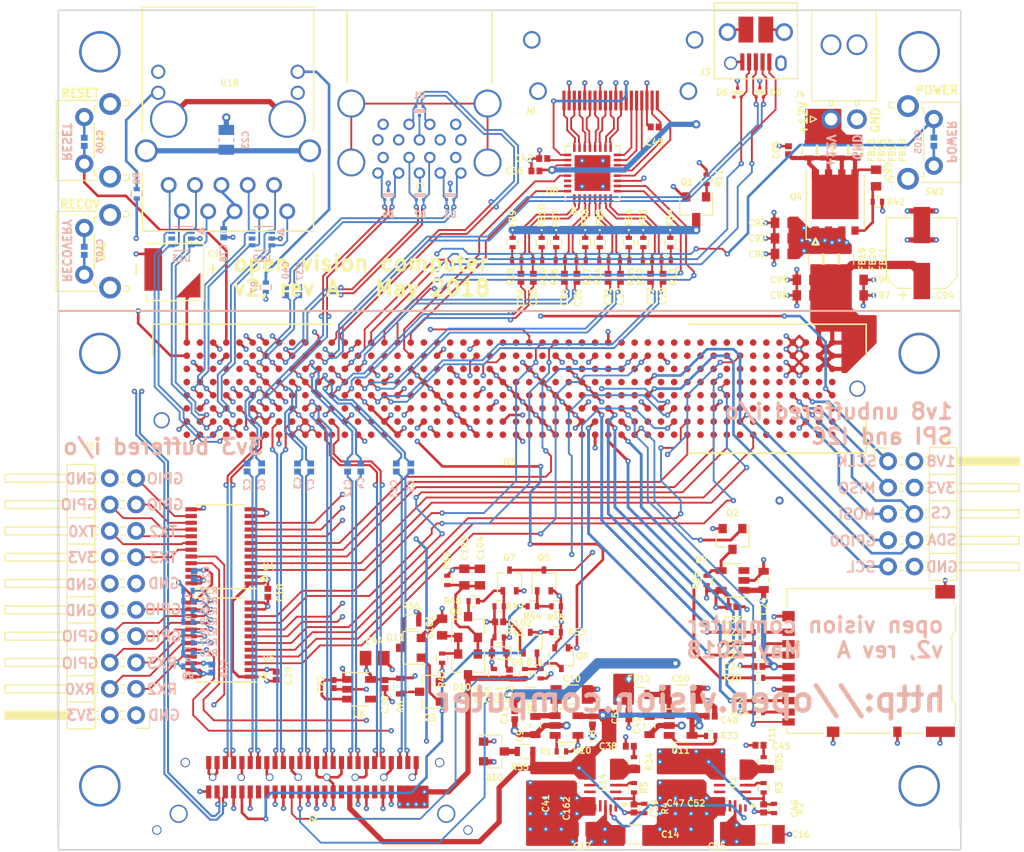
<source format=kicad_pcb>
(kicad_pcb (version 20171130) (host pcbnew 5.0.0-rc2-dev-unknown-6866c0c~65~ubuntu18.04.1)
  (layers (0 F.Cu signal) (1 In1.Cu signal hide) (2 In2.Cu signal) (3 In3.Cu signal hide) (4 In4.Cu signal hide) (31 B.Cu signal) (34 B.Paste user) (35 F.Paste user) (36 B.SilkS user) (37 F.SilkS user) (38 B.Mask user) (39 F.Mask user) (44 Edge.Cuts user))
  (net 0 "")
  (net 1 GND)
  (net 2 +3V3)
  (net 3 "Net-(U3-PadA49)")
  (net 4 "Net-(U3-PadB17)")
  (net 5 "Net-(U3-PadC16)")
  (net 6 "Net-(U3-PadC9)")
  (net 7 "Net-(U3-PadC8)")
  (net 8 "Net-(U3-PadC7)")
  (net 9 "Net-(U3-PadB7)")
  (net 10 "Net-(U3-PadA7)")
  (net 11 "Net-(U3-PadE2)")
  (net 12 "Net-(U3-PadE50)")
  (net 13 "Net-(U3-PadD49)")
  (net 14 "Net-(U3-PadD48)")
  (net 15 PCIE_CLKREQ)
  (net 16 "Net-(U3-PadC47)")
  (net 17 "Net-(U3-PadC46)")
  (net 18 "Net-(U3-PadB46)")
  (net 19 "Net-(U3-PadB45)")
  (net 20 PCIE_REFCLK-)
  (net 21 PCIE_REFCLK+)
  (net 22 "Net-(U3-PadE42)")
  (net 23 "Net-(U3-PadA42)")
  (net 24 "Net-(U3-PadE41)")
  (net 25 "Net-(U3-PadA41)")
  (net 26 PCIE_LANE0_RX-)
  (net 27 PCIE_LANE0_RX+)
  (net 28 PCIE_LANE1_RX-)
  (net 29 PCIE_LANE1_RX+)
  (net 30 PCIE_LANE1_TX-)
  (net 31 PCIE_LANE1_TX+)
  (net 32 PCIE_LANE0_TX-)
  (net 33 PCIE_LANE0_TX+)
  (net 34 +12V)
  (net 35 "Net-(R8-Pad2)")
  (net 36 /jetson_enet/LINK_1G)
  (net 37 /jetson_enet/LINK_ACT)
  (net 38 "Net-(R7-Pad2)")
  (net 39 "Net-(U3-PadF50)")
  (net 40 "Net-(U3-PadH39)")
  (net 41 /jetson_hdmi/HDMI_TXD2+)
  (net 42 "Net-(U3-PadH38)")
  (net 43 "Net-(U3-PadF38)")
  (net 44 /jetson_hdmi/HDMI_TXD2-)
  (net 45 /jetson_hdmi/HDMI_TXD1+)
  (net 46 "Net-(U3-PadG37)")
  (net 47 "Net-(U3-PadF37)")
  (net 48 /jetson_hdmi/HDMI_TXD0+)
  (net 49 /jetson_hdmi/HDMI_TXD1-)
  (net 50 "Net-(U3-PadH36)")
  (net 51 "Net-(U3-PadG36)")
  (net 52 /jetson_hdmi/HDMI_TXC+)
  (net 53 /jetson_hdmi/HDMI_TXD0-)
  (net 54 "Net-(U3-PadB36)")
  (net 55 "Net-(U3-PadH35)")
  (net 56 "Net-(U3-PadF35)")
  (net 57 /jetson_hdmi/HDMI_TXC-)
  (net 58 "Net-(U3-PadC35)")
  (net 59 "Net-(U3-PadB35)")
  (net 60 "Net-(U3-PadG34)")
  (net 61 "Net-(U3-PadF34)")
  (net 62 "Net-(U3-PadD34)")
  (net 63 "Net-(U3-PadC34)")
  (net 64 "Net-(U3-PadB34)")
  (net 65 "Net-(U3-PadH33)")
  (net 66 "Net-(U3-PadG33)")
  (net 67 "Net-(U3-PadE33)")
  (net 68 "Net-(U3-PadD33)")
  (net 69 "Net-(U3-PadH32)")
  (net 70 "Net-(U3-PadF32)")
  (net 71 "Net-(U3-PadE32)")
  (net 72 "Net-(U3-PadC32)")
  (net 73 "Net-(U3-PadG31)")
  (net 74 "Net-(U3-PadF31)")
  (net 75 "Net-(U3-PadD31)")
  (net 76 "Net-(U3-PadC31)")
  (net 77 "Net-(U3-PadH30)")
  (net 78 "Net-(U3-PadG30)")
  (net 79 "Net-(U3-PadE30)")
  (net 80 "Net-(U3-PadD30)")
  (net 81 "Net-(U3-PadH29)")
  (net 82 "Net-(U3-PadE29)")
  (net 83 "Net-(U3-PadB27)")
  (net 84 "Net-(U3-PadA27)")
  (net 85 "Net-(U3-PadA26)")
  (net 86 "Net-(U3-PadA25)")
  (net 87 HDMI_PULLDOWNS)
  (net 88 "Net-(U8-Pad31)")
  (net 89 "Net-(U8-Pad30)")
  (net 90 "Net-(U3-PadA17)")
  (net 91 /jetson_enet/GBE_MDI0+)
  (net 92 /jetson_enet/GBE_MDI0-)
  (net 93 /jetson_enet/GBE_MDI1+)
  (net 94 /jetson_enet/GBE_MDI1-)
  (net 95 /jetson_enet/GBE_MDI2+)
  (net 96 /jetson_enet/GBE_MDI2-)
  (net 97 /jetson_enet/GBE_MDI3+)
  (net 98 /jetson_enet/GBE_MDI3-)
  (net 99 USB2_D-)
  (net 100 USB2_D+)
  (net 101 "Net-(U3-PadA11)")
  (net 102 "Net-(U3-PadB11)")
  (net 103 "Net-(U3-PadA12)")
  (net 104 "Net-(U3-PadB12)")
  (net 105 "Net-(U3-PadA13)")
  (net 106 "Net-(U3-PadB13)")
  (net 107 "Net-(U3-PadA14)")
  (net 108 "Net-(U3-PadA29)")
  (net 109 "Net-(R22-Pad2)")
  (net 110 /jetson_sdcard/SDCARD_D2)
  (net 111 /jetson_sdcard/SDCARD_D3)
  (net 112 "Net-(R25-Pad2)")
  (net 113 "Net-(R24-Pad2)")
  (net 114 /jetson_sdcard/SDCARD_D1)
  (net 115 /jetson_sdcard/SDCARD_CMD)
  (net 116 "Net-(R23-Pad2)")
  (net 117 "Net-(R21-Pad2)")
  (net 118 /jetson_sdcard/SDCARD_D0)
  (net 119 /jetson_sdcard/SDCARD_CLK)
  (net 120 "Net-(R20-Pad2)")
  (net 121 /jetson_sdcard/SDCARD_PWR_EN)
  (net 122 /jetson_sdcard/SDCARD_CD)
  (net 123 "Net-(Q2-Pad3)")
  (net 124 "Net-(U7-Pad3)")
  (net 125 /jetson_sdcard/SDCARD_VDD)
  (net 126 "Net-(U3-PadG9)")
  (net 127 "Net-(U3-PadG10)")
  (net 128 "Net-(U3-PadA15)")
  (net 129 "Net-(U3-PadA16)")
  (net 130 +1V8)
  (net 131 "Net-(FB10-Pad2)")
  (net 132 "Net-(FB9-Pad1)")
  (net 133 "Net-(FB4-Pad1)")
  (net 134 "Net-(FB10-Pad1)")
  (net 135 "Net-(FB6-Pad1)")
  (net 136 "Net-(FB5-Pad1)")
  (net 137 "Net-(FB8-Pad1)")
  (net 138 "Net-(FB7-Pad1)")
  (net 139 "Net-(FB3-Pad1)")
  (net 140 JETSON_CARRIER_PWR_ON)
  (net 141 /jetson_hdmi/HPD)
  (net 142 /jetson_hdmi/CEC)
  (net 143 /jetson_hdmi/DDC_DAT)
  (net 144 /jetson_hdmi/DDC_CLK)
  (net 145 +5V)
  (net 146 "Net-(C43-Pad1)")
  (net 147 USB1_SSRX+)
  (net 148 USB1_SSRX-)
  (net 149 USB1_SSTX+)
  (net 150 USB1_SSTX-)
  (net 151 "Net-(R33-Pad2)")
  (net 152 "Net-(C49-Pad1)")
  (net 153 "Net-(U3-PadD45)")
  (net 154 "Net-(U3-PadD46)")
  (net 155 "Net-(U3-PadD47)")
  (net 156 "Net-(U13-Pad5)")
  (net 157 "Net-(U12-Pad5)")
  (net 158 "Net-(U18-PadMNT)")
  (net 159 "Net-(C23-Pad1)")
  (net 160 "Net-(C78-Pad2)")
  (net 161 /jetson_pcie/PEX1_TX+)
  (net 162 /jetson_pcie/PEX1_TX-)
  (net 163 /jetson_pcie/PEX0_TX+)
  (net 164 /jetson_pcie/PEX0_TX-)
  (net 165 USB0_D+)
  (net 166 USB0_D-)
  (net 167 USB0_ID)
  (net 168 USB0_VBUS)
  (net 169 /jetson_usb/SS1_TX+)
  (net 170 /jetson_usb/SS1_TX-)
  (net 171 /jetson_hdmi/TMDS_SYS_CK+)
  (net 172 /jetson_hdmi/TMDS_SYS_CK-)
  (net 173 /jetson_hdmi/TMDS_SYS_D0+)
  (net 174 /jetson_hdmi/TMDS_SYS_D0-)
  (net 175 /jetson_hdmi/TMDS_SYS_D1+)
  (net 176 /jetson_hdmi/TMDS_SYS_D1-)
  (net 177 /jetson_hdmi/TMDS_SYS_D2+)
  (net 178 /jetson_hdmi/TMDS_SYS_D2-)
  (net 179 /jetson_hdmi/HPDET_CON)
  (net 180 /jetson_hdmi/DDC_DAT_CON)
  (net 181 /jetson_hdmi/DDC_CLK_CON)
  (net 182 /jetson_hdmi/UTILTY_CON)
  (net 183 /jetson_hdmi/TMDS_CON_CK-)
  (net 184 /jetson_hdmi/TMDS_CON_CK+)
  (net 185 /jetson_hdmi/TMDS_CON_D0-)
  (net 186 /jetson_hdmi/TMDS_CON_D0+)
  (net 187 /jetson_hdmi/TMDS_CON_D1-)
  (net 188 /jetson_hdmi/TMDS_CON_D1+)
  (net 189 /jetson_hdmi/TMDS_CON_D2-)
  (net 190 /jetson_hdmi/TMDS_CON_D2+)
  (net 191 /jetson_hdmi/CEC_CON)
  (net 192 /jetson_hdmi/ESD_BYP)
  (net 193 /jetson_power/VDD_RTC)
  (net 194 /jetson_power/RESET_IN)
  (net 195 /jetson_power/POWER_BTN)
  (net 196 /jetson_usb/USB1_D+)
  (net 197 /jetson_usb/USB1_D-)
  (net 198 /jetson_usb/USB1_EN)
  (net 199 /jetson_usb/USB1_VBUS)
  (net 200 "Net-(R1-Pad2)")
  (net 201 "Net-(C10-Pad1)")
  (net 202 "Net-(D6-Pad1)")
  (net 203 PCIE_RST_3V3)
  (net 204 USB2_5V_LIM)
  (net 205 "Net-(C90-Pad2)")
  (net 206 "Net-(C89-Pad1)")
  (net 207 "Net-(Q5-Pad1)")
  (net 208 "Net-(C95-Pad2)")
  (net 209 JETSON_VDD_MOD)
  (net 210 JETSON_RESET_OUT)
  (net 211 /power/~PWR_EN)
  (net 212 /power/DROP_DETECT)
  (net 213 JETSON_PWR_BAD)
  (net 214 "Net-(C101-Pad1)")
  (net 215 "Net-(C103-Pad1)")
  (net 216 "Net-(Q6-Pad3)")
  (net 217 "Net-(Q10-Pad3)")
  (net 218 "Net-(Q11-Pad3)")
  (net 219 "Net-(C107-Pad1)")
  (net 220 /power/VIN)
  (net 221 "Net-(J7-Pad5)")
  (net 222 "Net-(J7-Pad6)")
  (net 223 "Net-(J7-Pad8)")
  (net 224 "Net-(J7-Pad9)")
  (net 225 "Net-(J7-PadMNT)")
  (net 226 DISCHARGE)
  (net 227 "Net-(U3-PadF1)")
  (net 228 "Net-(U3-PadG1)")
  (net 229 "Net-(U3-PadH1)")
  (net 230 "Net-(U3-PadF2)")
  (net 231 "Net-(U3-PadG2)")
  (net 232 "Net-(U3-PadH2)")
  (net 233 FPGA_CONFIG_DCLK)
  (net 234 "Net-(U3-PadH3)")
  (net 235 FPGA_CONFIG_DATA0)
  (net 236 "Net-(U3-PadG4)")
  (net 237 "Net-(U3-PadH4)")
  (net 238 "Net-(U3-PadD5)")
  (net 239 "Net-(U3-PadE5)")
  (net 240 "Net-(U3-PadF5)")
  (net 241 "Net-(U3-PadG5)")
  (net 242 "Net-(U3-PadH5)")
  (net 243 "Net-(U3-PadA6)")
  (net 244 "Net-(U3-PadB6)")
  (net 245 "Net-(U3-PadC6)")
  (net 246 "Net-(U3-PadD6)")
  (net 247 "Net-(U3-PadE6)")
  (net 248 "Net-(U3-PadF6)")
  (net 249 "Net-(U3-PadG6)")
  (net 250 "Net-(U3-PadH6)")
  (net 251 "Net-(U3-PadD7)")
  (net 252 "Net-(U3-PadE7)")
  (net 253 "Net-(U3-PadF7)")
  (net 254 "Net-(U3-PadG7)")
  (net 255 "Net-(U3-PadA8)")
  (net 256 "Net-(U3-PadD8)")
  (net 257 "Net-(U3-PadE8)")
  (net 258 "Net-(U3-PadF8)")
  (net 259 "Net-(U3-PadH8)")
  (net 260 "Net-(U3-PadA9)")
  (net 261 "Net-(U3-PadB9)")
  (net 262 "Net-(U3-PadE9)")
  (net 263 "Net-(U3-PadF9)")
  (net 264 "Net-(U3-PadA10)")
  (net 265 "Net-(U3-PadB10)")
  (net 266 "Net-(U3-PadC10)")
  (net 267 "Net-(U3-PadE10)")
  (net 268 "Net-(U3-PadC11)")
  (net 269 "Net-(U3-PadG11)")
  (net 270 "Net-(U3-PadH11)")
  (net 271 "Net-(U3-PadC12)")
  (net 272 "Net-(U3-PadC13)")
  (net 273 "Net-(U3-PadD13)")
  (net 274 "Net-(U3-PadH13)")
  (net 275 "Net-(U3-PadC14)")
  (net 276 "Net-(U3-PadD14)")
  (net 277 "Net-(U3-PadE14)")
  (net 278 "Net-(U3-PadG14)")
  (net 279 "Net-(U3-PadH14)")
  (net 280 "Net-(U3-PadC15)")
  (net 281 "Net-(U3-PadG15)")
  (net 282 "Net-(U3-PadH15)")
  (net 283 "Net-(U3-PadD16)")
  (net 284 "Net-(U3-PadE16)")
  (net 285 "Net-(U3-PadF16)")
  (net 286 "Net-(U3-PadG16)")
  (net 287 "Net-(U3-PadC17)")
  (net 288 "Net-(U3-PadD17)")
  (net 289 "Net-(U3-PadC18)")
  (net 290 "Net-(U3-PadD18)")
  (net 291 "Net-(U3-PadE18)")
  (net 292 "Net-(U3-PadC19)")
  (net 293 "Net-(U3-PadD19)")
  (net 294 "Net-(U3-PadA20)")
  (net 295 "Net-(U3-PadC20)")
  (net 296 "Net-(U3-PadE20)")
  (net 297 "Net-(U3-PadH20)")
  (net 298 "Net-(U3-PadA21)")
  (net 299 "Net-(U3-PadD21)")
  (net 300 "Net-(U3-PadE21)")
  (net 301 "Net-(U3-PadG21)")
  (net 302 "Net-(U3-PadH21)")
  (net 303 "Net-(U3-PadC22)")
  (net 304 "Net-(U3-PadD22)")
  (net 305 "Net-(U3-PadF22)")
  (net 306 "Net-(U3-PadG22)")
  (net 307 "Net-(U3-PadB23)")
  (net 308 "Net-(U3-PadC23)")
  (net 309 "Net-(U3-PadE23)")
  (net 310 "Net-(U3-PadF23)")
  (net 311 "Net-(U3-PadH23)")
  (net 312 "Net-(U3-PadB24)")
  (net 313 "Net-(U3-PadD24)")
  (net 314 "Net-(U3-PadE24)")
  (net 315 "Net-(U3-PadG24)")
  (net 316 "Net-(U3-PadH24)")
  (net 317 "Net-(U3-PadB25)")
  (net 318 "Net-(U3-PadC25)")
  (net 319 "Net-(U3-PadD25)")
  (net 320 "Net-(U3-PadF25)")
  (net 321 "Net-(U3-PadG25)")
  (net 322 "Net-(U3-PadC26)")
  (net 323 "Net-(U3-PadE26)")
  (net 324 "Net-(U3-PadF26)")
  (net 325 "Net-(U3-PadH26)")
  (net 326 "Net-(U3-PadD27)")
  (net 327 "Net-(U3-PadE27)")
  (net 328 "Net-(U3-PadG27)")
  (net 329 "Net-(U3-PadH27)")
  (net 330 "Net-(U3-PadC28)")
  (net 331 "Net-(U3-PadD28)")
  (net 332 "Net-(U3-PadF28)")
  (net 333 "Net-(U3-PadG28)")
  (net 334 "Net-(U3-PadC29)")
  (net 335 "Net-(U3-PadF29)")
  (net 336 "Net-(J2-Pad20)")
  (net 337 /jetson_pcie/PEX3_TX+)
  (net 338 PCIE_LANE3_RX+)
  (net 339 /jetson_pcie/PEX2_TX+)
  (net 340 /jetson_pcie/PEX3_TX-)
  (net 341 PCIE_LANE2_RX+)
  (net 342 PCIE_LANE3_RX-)
  (net 343 /jetson_pcie/PEX2_TX-)
  (net 344 PCIE_LANE2_RX-)
  (net 345 PCIE_LANE3_TX+)
  (net 346 PCIE_LANE3_TX-)
  (net 347 PCIE_LANE2_TX+)
  (net 348 PCIE_LANE2_TX-)
  (net 349 LED)
  (net 350 "Net-(J2-Pad40)")
  (net 351 "Net-(J2-Pad38)")
  (net 352 FPGA_CONF_DONE)
  (net 353 FPGA_NSTATUS)
  (net 354 FPGA_NCONFIG)
  (net 355 IMU_RX1_3V3)
  (net 356 IMU_TX1_3V3)
  (net 357 IMU_TX1_1V8)
  (net 358 IMU_RX1_1V8)
  (net 359 UART2_TX_1V8)
  (net 360 UART2_RX_1V8)
  (net 361 UART3_TX_1V8)
  (net 362 UART3_RX_1V8)
  (net 363 UART2_RX_3V3)
  (net 364 UART3_RX_3V3)
  (net 365 UART3_TX_3V3)
  (net 366 UART2_TX_3V3)
  (net 367 FPGA_CVP_CONF_DONE)
  (net 368 SPI0_MOSI)
  (net 369 SPI0_CS)
  (net 370 SPI0_MISO)
  (net 371 SPI0_CLK)
  (net 372 LED_1V8)
  (net 373 GPIO0)
  (net 374 CONSOLE_RX_1V8)
  (net 375 CONSOLE_TX_1V8)
  (net 376 CONSOLE_RX_3V3)
  (net 377 CONSOLE_TX_3V3)
  (net 378 "Net-(Q3-Pad3)")
  (net 379 "Net-(U6-Pad4)")
  (net 380 I2C0_SDA_1V8)
  (net 381 I2C0_SCL_1V8)
  (net 382 GPIO1_1V8)
  (net 383 GPIO2_1V8)
  (net 384 GPIO4_1V8)
  (net 385 GPIO3_1V8)
  (net 386 GPIO1_3V3)
  (net 387 GPIO2_3V3)
  (net 388 GPIO3_3V3)
  (net 389 GPIO4_3V3)
  (net 390 GPIO5_1V8)
  (net 391 GPIO6_1V8)
  (net 392 GPIO7_1V8)
  (net 393 GPIO7_3V3)
  (net 394 GPIO6_3V3)
  (net 395 GPIO5_3V3)
  (net 396 "Net-(U14-Pad2)")
  (net 397 "Net-(U14-Pad11)")
  (net 398 "Net-(U14-Pad10)")
  (net 399 "Net-(U14-Pad15)")
  (net 400 "Net-(U14-Pad18)")
  (net 401 "Net-(J2-Pad12)")
  (net 402 "Net-(C39-Pad2)")
  (net 403 "Net-(R34-Pad2)")
  (net 404 "Net-(C38-Pad1)")
  (net 405 "Net-(R5-Pad2)")
  (net 406 "Net-(C46-Pad2)")
  (net 407 "Net-(R3-Pad2)")
  (net 408 "Net-(R35-Pad2)")
  (net 409 "Net-(C45-Pad1)")
  (net 410 "Net-(U1-Pad2)")
  (net 411 "Net-(U1-Pad11)")
  (net 412 "Net-(U1-Pad10)")
  (net 413 "Net-(U1-Pad15)")
  (net 414 "Net-(U1-Pad18)")
  (module Capacitor_SMD:C_0402_1005Metric (layer F.Cu) (at 164.9 69 90)
    (fp_text reference C89 (at 0 -1.18 90) (layer F.SilkS) (effects (font (size 0.6 0.6) (thickness 0.127))))
    (fp_text value 100n)
    (pad 1 smd rect (at -0.3875 0 90) (size 0.575 0.65) (layers F.Cu F.Paste F.Mask) (net 206 "Net-(C89-Pad1)"))
    (pad 2 smd rect (at 0.3875 0 90) (size 0.575 0.65) (layers F.Cu F.Paste F.Mask) (net 1 GND))
  )
  (module Capacitor_SMD:C_0603_1608Metric (layer F.Cu) (at 173.341 71.68 270)
    (fp_text reference C90 (at -0.68 -1.159 270) (layer F.SilkS) (effects (font (size 0.6 0.6) (thickness 0.127))))
    (fp_text value 4u7)
    (pad 2 smd rect (at 0.8 0 270) (size 0.82 1) (layers F.Cu F.Paste F.Mask) (net 205 "Net-(C90-Pad2)"))
    (pad 1 smd rect (at -0.8 0 270) (size 0.82 1) (layers F.Cu F.Paste F.Mask) (net 206 "Net-(C89-Pad1)"))
  )
  (module Capacitor_SMD:C_0603_1608Metric (layer F.Cu) (at 164.4 79 180)
    (fp_text reference C91 (at 2.5 0 180) (layer F.SilkS) (effects (font (size 0.6 0.6) (thickness 0.127))))
    (fp_text value 10u)
    (pad 2 smd rect (at 0.8 0 180) (size 0.82 1) (layers F.Cu F.Paste F.Mask) (net 1 GND))
    (pad 1 smd rect (at -0.8 0 180) (size 0.82 1) (layers F.Cu F.Paste F.Mask) (net 34 +12V))
  )
  (module Capacitor_SMD:C_0603_1608Metric (layer F.Cu) (at 164.4 77.5 180)
    (fp_text reference C92 (at 2.5 0 180) (layer F.SilkS) (effects (font (size 0.6 0.6) (thickness 0.127))))
    (fp_text value 10u)
    (pad 2 smd rect (at 0.8 0 180) (size 0.82 1) (layers F.Cu F.Paste F.Mask) (net 1 GND))
    (pad 1 smd rect (at -0.8 0 180) (size 0.82 1) (layers F.Cu F.Paste F.Mask) (net 34 +12V))
  )
  (module Capacitor_SMD:C_0603_1608Metric (layer F.Cu) (at 164.4 76 180)
    (fp_text reference C93 (at 2.5 0 180) (layer F.SilkS) (effects (font (size 0.6 0.6) (thickness 0.127))))
    (fp_text value 10u)
    (pad 2 smd rect (at 0.8 0 180) (size 0.82 1) (layers F.Cu F.Paste F.Mask) (net 1 GND))
    (pad 1 smd rect (at -0.8 0 180) (size 0.82 1) (layers F.Cu F.Paste F.Mask) (net 34 +12V))
  )
  (module Resistors_SMD:R_0402 (layer F.Cu) (at 131.5 118 270)
    (fp_text reference R47 (at 2 0 270) (layer F.SilkS) (effects (font (size 0.6 0.6) (thickness 0.127))))
    (fp_text value 10k)
    (pad 1 smd rect (at -0.45 0 270) (size 0.4 0.6) (layers F.Cu F.Paste F.Mask) (net 214 "Net-(C101-Pad1)"))
    (pad 2 smd rect (at 0.45 0 270) (size 0.4 0.6) (layers F.Cu F.Paste F.Mask) (net 1 GND))
  )
  (module Capacitor_SMD:C_0603_1608Metric (layer F.Cu) (at 131.5 115 90)
    (fp_text reference C101 (at 0 -1.2 90) (layer F.SilkS) (effects (font (size 0.6 0.6) (thickness 0.127))))
    (fp_text value 2u2)
    (pad 2 smd rect (at 0.8 0 90) (size 0.82 1) (layers F.Cu F.Paste F.Mask) (net 1 GND))
    (pad 1 smd rect (at -0.8 0 90) (size 0.82 1) (layers F.Cu F.Paste F.Mask) (net 214 "Net-(C101-Pad1)"))
  )
  (module Capacitor_SMD:C_0603_1608Metric (layer F.Cu) (at 135.147 110.177 90)
    (fp_text reference C104 (at 2.777 0.053 90) (layer F.SilkS) (effects (font (size 0.6 0.6) (thickness 0.127))))
    (fp_text value 10u)
    (pad 2 smd rect (at 0.8 0 90) (size 0.82 1) (layers F.Cu F.Paste F.Mask) (net 1 GND))
    (pad 1 smd rect (at -0.8 0 90) (size 0.82 1) (layers F.Cu F.Paste F.Mask) (net 215 "Net-(C103-Pad1)"))
  )
  (module Capacitor_SMD:C_0603_1608Metric (layer F.Cu) (at 133.647 110.177 90)
    (fp_text reference C103 (at 2.777 0.053 90) (layer F.SilkS) (effects (font (size 0.6 0.6) (thickness 0.127))))
    (fp_text value 10u)
    (pad 2 smd rect (at 0.8 0 90) (size 0.82 1) (layers F.Cu F.Paste F.Mask) (net 1 GND))
    (pad 1 smd rect (at -0.8 0 90) (size 0.82 1) (layers F.Cu F.Paste F.Mask) (net 215 "Net-(C103-Pad1)"))
  )
  (module Capacitor_SMD:C_1206_3216Metric (layer F.Cu) (at 150 135)
    (fp_text reference C14 (at 3.5 0 180) (layer F.SilkS) (effects (font (size 0.6 0.6) (thickness 0.127))))
    (fp_text value 22u)
    (pad 2 smd rect (at 1.43 0) (size 1.22 1.8) (layers F.Cu F.Paste F.Mask) (net 1 GND))
    (pad 1 smd rect (at -1.43 0) (size 1.22 1.8) (layers F.Cu F.Paste F.Mask) (net 34 +12V))
  )
  (module Capacitor_SMD:C_0805_2012Metric (layer F.Cu) (at 143.5 129.5 270)
    (fp_text reference C162 (at 3 0 270) (layer F.SilkS) (effects (font (size 0.6 0.6) (thickness 0.127))))
    (fp_text value 22u)
    (pad 2 smd rect (at 0.88 0 270) (size 1.12 1.4) (layers F.Cu F.Paste F.Mask) (net 1 GND))
    (pad 1 smd rect (at -0.88 0 270) (size 1.12 1.4) (layers F.Cu F.Paste F.Mask) (net 145 +5V))
  )
  (module Capacitor_SMD:C_0402_1005Metric (layer F.Cu) (at 162.5 132.5 90)
    (fp_text reference C46 (at 0 3 90) (layer F.SilkS) (effects (font (size 0.6 0.6) (thickness 0.127))))
    (fp_text value 22p)
    (pad 2 smd rect (at 0.3875 0 90) (size 0.575 0.65) (layers F.Cu F.Paste F.Mask) (net 406 "Net-(C46-Pad2)"))
    (pad 1 smd rect (at -0.3875 0 90) (size 0.575 0.65) (layers F.Cu F.Paste F.Mask) (net 2 +3V3))
  )
  (module Capacitor_SMD:C_0402_1005Metric (layer F.Cu) (at 162.1 126.4 180)
    (fp_text reference C45 (at -2.1 -0.1 180) (layer F.SilkS) (effects (font (size 0.6 0.6) (thickness 0.127))))
    (fp_text value 470p)
    (pad 1 smd rect (at -0.3875 0 180) (size 0.575 0.65) (layers F.Cu F.Paste F.Mask) (net 409 "Net-(C45-Pad1)"))
    (pad 2 smd rect (at 0.3875 0 180) (size 0.575 0.65) (layers F.Cu F.Paste F.Mask) (net 1 GND))
  )
  (module Capacitor_SMD:C_0805_2012Metric (layer F.Cu) (at 158 134.5 180)
    (fp_text reference C15 (at 0 -1.65 180) (layer F.SilkS) (effects (font (size 0.6 0.6) (thickness 0.127))))
    (fp_text value 22u)
    (pad 1 smd rect (at -0.88 0 180) (size 1.12 1.4) (layers F.Cu F.Paste F.Mask) (net 34 +12V))
    (pad 2 smd rect (at 0.88 0 180) (size 1.12 1.4) (layers F.Cu F.Paste F.Mask) (net 1 GND))
  )
  (module Capacitor_SMD:C_0805_2012Metric (layer F.Cu) (at 154 129.5 270)
    (fp_text reference C47 (at 2.5 0) (layer F.SilkS) (effects (font (size 0.6 0.6) (thickness 0.127))))
    (fp_text value 22u)
    (pad 2 smd rect (at 0.88 0 270) (size 1.12 1.4) (layers F.Cu F.Paste F.Mask) (net 1 GND))
    (pad 1 smd rect (at -0.88 0 270) (size 1.12 1.4) (layers F.Cu F.Paste F.Mask) (net 2 +3V3))
  )
  (module Capacitor_SMD:C_0805_2012Metric (layer F.Cu) (at 156 129.5 270)
    (fp_text reference C52 (at 2.5 0) (layer F.SilkS) (effects (font (size 0.6 0.6) (thickness 0.127))))
    (fp_text value 22u)
    (pad 1 smd rect (at -0.88 0 270) (size 1.12 1.4) (layers F.Cu F.Paste F.Mask) (net 2 +3V3))
    (pad 2 smd rect (at 0.88 0 270) (size 1.12 1.4) (layers F.Cu F.Paste F.Mask) (net 1 GND))
  )
  (module DCDC:MPM3630 (layer F.Cu) (at 159.5 130 180)
    (fp_text reference U1 (at 0 0 270) (layer F.SilkS) (effects (font (size 0.6 0.6) (thickness 0.127))))
    (fp_text value MPM3630)
    (pad 1 smd rect (at -1.4 -1.55 180) (size 0.8 0.25) (layers F.Cu F.Paste F.Mask) (net 406 "Net-(C46-Pad2)"))
    (pad 2 smd rect (at -1.25 -0.9 180) (size 1.1 0.25) (layers F.Cu F.Paste F.Mask) (net 410 "Net-(U1-Pad2)"))
    (pad 3 smd rect (at -1.25 -0.25 180) (size 1.1 0.25) (layers F.Cu F.Paste F.Mask) (net 407 "Net-(R3-Pad2)"))
    (pad 4 smd rect (at -1.25 0.4 180) (size 1.1 0.25) (layers F.Cu F.Paste F.Mask) (net 408 "Net-(R35-Pad2)"))
    (pad 5 smd rect (at -1.25 1.25 180) (size 1.1 0.25) (layers F.Cu F.Paste F.Mask) (net 408 "Net-(R35-Pad2)"))
    (pad 6 smd rect (at -1.25 2.1 180) (size 1.1 0.25) (layers F.Cu F.Paste F.Mask) (net 408 "Net-(R35-Pad2)"))
    (pad 5 smd rect (at -1 1.25 180) (size 0.6 1.95) (layers F.Cu F.Paste F.Mask) (net 408 "Net-(R35-Pad2)"))
    (pad 12 smd rect (at 1.4 -1.55 180) (size 0.8 0.25) (layers F.Cu F.Paste F.Mask) (net 1 GND))
    (pad 8 smd rect (at 1 1.25 180) (size 0.6 1.95) (layers F.Cu F.Paste F.Mask) (net 2 +3V3))
    (pad 7 smd rect (at 1.25 2.1 180) (size 1.1 0.25) (layers F.Cu F.Paste F.Mask) (net 2 +3V3))
    (pad 11 smd rect (at 1.25 -0.9 180) (size 1.1 0.25) (layers F.Cu F.Paste F.Mask) (net 411 "Net-(U1-Pad11)"))
    (pad 9 smd rect (at 1.25 0.4 180) (size 1.1 0.25) (layers F.Cu F.Paste F.Mask) (net 2 +3V3))
    (pad 8 smd rect (at 1.25 1.25 180) (size 1.1 0.25) (layers F.Cu F.Paste F.Mask) (net 2 +3V3))
    (pad 10 smd rect (at 1.25 -0.25 180) (size 1.1 0.25) (layers F.Cu F.Paste F.Mask) (net 412 "Net-(U1-Pad10)"))
    (pad 13 smd rect (at 1.25 -2.45 180) (size 0.25 0.7) (layers F.Cu F.Paste F.Mask) (net 1 GND))
    (pad 14 smd rect (at 0.75 -2.45 180) (size 0.25 0.7) (layers F.Cu F.Paste F.Mask) (net 1 GND))
    (pad 15 smd rect (at 0.25 -2.25 180) (size 0.25 1.1) (layers F.Cu F.Paste F.Mask) (net 413 "Net-(U1-Pad15)"))
    (pad 16 smd rect (at -0.25 -2.25 180) (size 0.25 1.1) (layers F.Cu F.Paste F.Mask) (net 34 +12V))
    (pad 17 smd rect (at -0.75 -2.45 180) (size 0.25 0.7) (layers F.Cu F.Paste F.Mask) (net 140 JETSON_CARRIER_PWR_ON))
    (pad 18 smd rect (at -1.25 -2.45 180) (size 0.25 0.7) (layers F.Cu F.Paste F.Mask) (net 414 "Net-(U1-Pad18)"))
  )
  (module Resistors_SMD:R_0402 (layer F.Cu) (at 162.5 128 270)
    (fp_text reference R35 (at 0 -1.5 270) (layer F.SilkS) (effects (font (size 0.6 0.6) (thickness 0.127))))
    (fp_text value 51k)
    (pad 2 smd rect (at 0.45 0 270) (size 0.4 0.6) (layers F.Cu F.Paste F.Mask) (net 408 "Net-(R35-Pad2)"))
    (pad 1 smd rect (at -0.45 0 270) (size 0.4 0.6) (layers F.Cu F.Paste F.Mask) (net 409 "Net-(C45-Pad1)"))
  )
  (module Capacitor_SMD:C_0805_2012Metric (layer F.Cu) (at 125 118)
    (fp_text reference C44 (at 0 -1.65) (layer F.SilkS) (effects (font (size 0.6 0.6) (thickness 0.127))))
    (fp_text value 22u)
    (pad 1 smd rect (at -0.88 0) (size 1.12 1.4) (layers F.Cu F.Paste F.Mask) (net 130 +1V8))
    (pad 2 smd rect (at 0.88 0) (size 1.12 1.4) (layers F.Cu F.Paste F.Mask) (net 1 GND))
  )
  (module Jetson:JETSON_TX (layer F.Cu) (at 138 92)
    (fp_text reference U3 (at 0 7.07) (layer F.SilkS) (effects (font (size 0.6 0.6) (thickness 0.127))))
    (fp_text value Jetson)
    (pad A1 smd circle (at 31.115 -4.445 180) (size 0.64 0.64) (layers F.Cu F.Paste F.Mask) (net 209 JETSON_VDD_MOD))
    (pad B1 smd circle (at 31.115 -3.175 180) (size 0.64 0.64) (layers F.Cu F.Paste F.Mask) (net 209 JETSON_VDD_MOD))
    (pad C1 smd circle (at 31.115 -1.905 180) (size 0.64 0.64) (layers F.Cu F.Paste F.Mask) (net 209 JETSON_VDD_MOD))
    (pad D1 smd circle (at 31.115 -0.635 180) (size 0.64 0.64) (layers F.Cu F.Paste F.Mask))
    (pad E1 smd circle (at 31.115 0.635 180) (size 0.64 0.64) (layers F.Cu F.Paste F.Mask) (net 219 "Net-(C107-Pad1)"))
    (pad F1 smd circle (at 31.115 1.905 180) (size 0.64 0.64) (layers F.Cu F.Paste F.Mask) (net 227 "Net-(U3-PadF1)"))
    (pad G1 smd circle (at 31.115 3.175 180) (size 0.64 0.64) (layers F.Cu F.Paste F.Mask) (net 228 "Net-(U3-PadG1)"))
    (pad H1 smd circle (at 31.115 4.445 180) (size 0.64 0.64) (layers F.Cu F.Paste F.Mask) (net 229 "Net-(U3-PadH1)"))
    (pad A2 smd circle (at 29.845 -4.445 180) (size 0.64 0.64) (layers F.Cu F.Paste F.Mask) (net 209 JETSON_VDD_MOD))
    (pad B2 smd circle (at 29.845 -3.175 180) (size 0.64 0.64) (layers F.Cu F.Paste F.Mask) (net 209 JETSON_VDD_MOD))
    (pad C2 smd circle (at 29.845 -1.905 180) (size 0.64 0.64) (layers F.Cu F.Paste F.Mask) (net 209 JETSON_VDD_MOD))
    (pad D2 smd circle (at 29.845 -0.635 180) (size 0.64 0.64) (layers F.Cu F.Paste F.Mask))
    (pad E2 smd circle (at 29.845 0.635 180) (size 0.64 0.64) (layers F.Cu F.Paste F.Mask) (net 11 "Net-(U3-PadE2)"))
    (pad F2 smd circle (at 29.845 1.905 180) (size 0.64 0.64) (layers F.Cu F.Paste F.Mask) (net 230 "Net-(U3-PadF2)"))
    (pad G2 smd circle (at 29.845 3.175 180) (size 0.64 0.64) (layers F.Cu F.Paste F.Mask) (net 231 "Net-(U3-PadG2)"))
    (pad H2 smd circle (at 29.845 4.445 180) (size 0.64 0.64) (layers F.Cu F.Paste F.Mask) (net 232 "Net-(U3-PadH2)"))
    (pad A3 smd circle (at 28.575 -4.445 180) (size 0.64 0.64) (layers F.Cu F.Paste F.Mask) (net 1 GND))
    (pad B3 smd circle (at 28.575 -3.175 180) (size 0.64 0.64) (layers F.Cu F.Paste F.Mask) (net 1 GND))
    (pad C3 smd circle (at 28.575 -1.905 180) (size 0.64 0.64) (layers F.Cu F.Paste F.Mask) (net 1 GND))
    (pad D3 smd circle (at 28.575 -0.635 180) (size 0.64 0.64) (layers F.Cu F.Paste F.Mask))
    (pad E3 smd circle (at 28.575 0.635 180) (size 0.64 0.64) (layers F.Cu F.Paste F.Mask) (net 371 SPI0_CLK))
    (pad F3 smd circle (at 28.575 1.905 180) (size 0.64 0.64) (layers F.Cu F.Paste F.Mask) (net 369 SPI0_CS))
    (pad G3 smd circle (at 28.575 3.175 180) (size 0.64 0.64) (layers F.Cu F.Paste F.Mask) (net 1 GND))
    (pad H3 smd circle (at 28.575 4.445 180) (size 0.64 0.64) (layers F.Cu F.Paste F.Mask) (net 234 "Net-(U3-PadH3)"))
    (pad A4 smd circle (at 27.305 -4.445 180) (size 0.64 0.64) (layers F.Cu F.Paste F.Mask) (net 1 GND))
    (pad B4 smd circle (at 27.305 -3.175 180) (size 0.64 0.64) (layers F.Cu F.Paste F.Mask) (net 1 GND))
    (pad C4 smd circle (at 27.305 -1.905 180) (size 0.64 0.64) (layers F.Cu F.Paste F.Mask) (net 1 GND))
    (pad D4 smd circle (at 27.305 -0.635 180) (size 0.64 0.64) (layers F.Cu F.Paste F.Mask))
    (pad E4 smd circle (at 27.305 0.635 180) (size 0.64 0.64) (layers F.Cu F.Paste F.Mask) (net 370 SPI0_MISO))
    (pad F4 smd circle (at 27.305 1.905 180) (size 0.64 0.64) (layers F.Cu F.Paste F.Mask) (net 368 SPI0_MOSI))
    (pad G4 smd circle (at 27.305 3.175 180) (size 0.64 0.64) (layers F.Cu F.Paste F.Mask) (net 236 "Net-(U3-PadG4)"))
    (pad H4 smd circle (at 27.305 4.445 180) (size 0.64 0.64) (layers F.Cu F.Paste F.Mask) (net 237 "Net-(U3-PadH4)"))
    (pad A5 smd circle (at 26.035 -4.445 180) (size 0.64 0.64) (layers F.Cu F.Paste F.Mask))
    (pad B5 smd circle (at 26.035 -3.175 180) (size 0.64 0.64) (layers F.Cu F.Paste F.Mask))
    (pad C5 smd circle (at 26.035 -1.905 180) (size 0.64 0.64) (layers F.Cu F.Paste F.Mask))
    (pad D5 smd circle (at 26.035 -0.635 180) (size 0.64 0.64) (layers F.Cu F.Paste F.Mask) (net 238 "Net-(U3-PadD5)"))
    (pad E5 smd circle (at 26.035 0.635 180) (size 0.64 0.64) (layers F.Cu F.Paste F.Mask) (net 239 "Net-(U3-PadE5)"))
    (pad F5 smd circle (at 26.035 1.905 180) (size 0.64 0.64) (layers F.Cu F.Paste F.Mask) (net 240 "Net-(U3-PadF5)"))
    (pad G5 smd circle (at 26.035 3.175 180) (size 0.64 0.64) (layers F.Cu F.Paste F.Mask) (net 241 "Net-(U3-PadG5)"))
    (pad H5 smd circle (at 26.035 4.445 180) (size 0.64 0.64) (layers F.Cu F.Paste F.Mask) (net 242 "Net-(U3-PadH5)"))
    (pad A6 smd circle (at 24.765 -4.445 180) (size 0.64 0.64) (layers F.Cu F.Paste F.Mask) (net 243 "Net-(U3-PadA6)"))
    (pad B6 smd circle (at 24.765 -3.175 180) (size 0.64 0.64) (layers F.Cu F.Paste F.Mask) (net 244 "Net-(U3-PadB6)"))
    (pad C6 smd circle (at 24.765 -1.905 180) (size 0.64 0.64) (layers F.Cu F.Paste F.Mask) (net 245 "Net-(U3-PadC6)"))
    (pad D6 smd circle (at 24.765 -0.635 180) (size 0.64 0.64) (layers F.Cu F.Paste F.Mask) (net 246 "Net-(U3-PadD6)"))
    (pad E6 smd circle (at 24.765 0.635 180) (size 0.64 0.64) (layers F.Cu F.Paste F.Mask) (net 247 "Net-(U3-PadE6)"))
    (pad F6 smd circle (at 24.765 1.905 180) (size 0.64 0.64) (layers F.Cu F.Paste F.Mask) (net 248 "Net-(U3-PadF6)"))
    (pad G6 smd circle (at 24.765 3.175 180) (size 0.64 0.64) (layers F.Cu F.Paste F.Mask) (net 249 "Net-(U3-PadG6)"))
    (pad H6 smd circle (at 24.765 4.445 180) (size 0.64 0.64) (layers F.Cu F.Paste F.Mask) (net 250 "Net-(U3-PadH6)"))
    (pad A7 smd circle (at 23.495 -4.445 180) (size 0.64 0.64) (layers F.Cu F.Paste F.Mask) (net 10 "Net-(U3-PadA7)"))
    (pad B7 smd circle (at 23.495 -3.175 180) (size 0.64 0.64) (layers F.Cu F.Paste F.Mask) (net 9 "Net-(U3-PadB7)"))
    (pad C7 smd circle (at 23.495 -1.905 180) (size 0.64 0.64) (layers F.Cu F.Paste F.Mask) (net 8 "Net-(U3-PadC7)"))
    (pad D7 smd circle (at 23.495 -0.635 180) (size 0.64 0.64) (layers F.Cu F.Paste F.Mask) (net 251 "Net-(U3-PadD7)"))
    (pad E7 smd circle (at 23.495 0.635 180) (size 0.64 0.64) (layers F.Cu F.Paste F.Mask) (net 252 "Net-(U3-PadE7)"))
    (pad F7 smd circle (at 23.495 1.905 180) (size 0.64 0.64) (layers F.Cu F.Paste F.Mask) (net 253 "Net-(U3-PadF7)"))
    (pad G7 smd circle (at 23.495 3.175 180) (size 0.64 0.64) (layers F.Cu F.Paste F.Mask) (net 254 "Net-(U3-PadG7)"))
    (pad H7 smd circle (at 23.495 4.445 180) (size 0.64 0.64) (layers F.Cu F.Paste F.Mask) (net 372 LED_1V8))
    (pad A8 smd circle (at 22.225 -4.445 180) (size 0.64 0.64) (layers F.Cu F.Paste F.Mask) (net 255 "Net-(U3-PadA8)"))
    (pad B8 smd circle (at 22.225 -3.175 180) (size 0.64 0.64) (layers F.Cu F.Paste F.Mask) (net 213 JETSON_PWR_BAD))
    (pad C8 smd circle (at 22.225 -1.905 180) (size 0.64 0.64) (layers F.Cu F.Paste F.Mask) (net 7 "Net-(U3-PadC8)"))
    (pad D8 smd circle (at 22.225 -0.635 180) (size 0.64 0.64) (layers F.Cu F.Paste F.Mask) (net 256 "Net-(U3-PadD8)"))
    (pad E8 smd circle (at 22.225 0.635 180) (size 0.64 0.64) (layers F.Cu F.Paste F.Mask) (net 257 "Net-(U3-PadE8)"))
    (pad F8 smd circle (at 22.225 1.905 180) (size 0.64 0.64) (layers F.Cu F.Paste F.Mask) (net 258 "Net-(U3-PadF8)"))
    (pad G8 smd circle (at 22.225 3.175 180) (size 0.64 0.64) (layers F.Cu F.Paste F.Mask) (net 373 GPIO0))
    (pad H8 smd circle (at 22.225 4.445 180) (size 0.64 0.64) (layers F.Cu F.Paste F.Mask) (net 259 "Net-(U3-PadH8)"))
    (pad A9 smd circle (at 20.955 -4.445 180) (size 0.64 0.64) (layers F.Cu F.Paste F.Mask) (net 260 "Net-(U3-PadA9)"))
    (pad B9 smd circle (at 20.955 -3.175 180) (size 0.64 0.64) (layers F.Cu F.Paste F.Mask) (net 261 "Net-(U3-PadB9)"))
    (pad C9 smd circle (at 20.955 -1.905 180) (size 0.64 0.64) (layers F.Cu F.Paste F.Mask) (net 6 "Net-(U3-PadC9)"))
    (pad D9 smd circle (at 20.955 -0.635 180) (size 0.64 0.64) (layers F.Cu F.Paste F.Mask) (net 358 IMU_RX1_1V8))
    (pad E9 smd circle (at 20.955 0.635 180) (size 0.64 0.64) (layers F.Cu F.Paste F.Mask) (net 262 "Net-(U3-PadE9)"))
    (pad F9 smd circle (at 20.955 1.905 180) (size 0.64 0.64) (layers F.Cu F.Paste F.Mask) (net 263 "Net-(U3-PadF9)"))
    (pad G9 smd circle (at 20.955 3.175 180) (size 0.64 0.64) (layers F.Cu F.Paste F.Mask) (net 126 "Net-(U3-PadG9)"))
    (pad H9 smd circle (at 20.955 4.445 180) (size 0.64 0.64) (layers F.Cu F.Paste F.Mask) (net 362 UART3_RX_1V8))
    (pad A10 smd circle (at 19.685 -4.445 180) (size 0.64 0.64) (layers F.Cu F.Paste F.Mask) (net 264 "Net-(U3-PadA10)"))
    (pad B10 smd circle (at 19.685 -3.175 180) (size 0.64 0.64) (layers F.Cu F.Paste F.Mask) (net 265 "Net-(U3-PadB10)"))
    (pad C10 smd circle (at 19.685 -1.905 180) (size 0.64 0.64) (layers F.Cu F.Paste F.Mask) (net 266 "Net-(U3-PadC10)"))
    (pad D10 smd circle (at 19.685 -0.635 180) (size 0.64 0.64) (layers F.Cu F.Paste F.Mask) (net 357 IMU_TX1_1V8))
    (pad E10 smd circle (at 19.685 0.635 180) (size 0.64 0.64) (layers F.Cu F.Paste F.Mask) (net 267 "Net-(U3-PadE10)"))
    (pad F10 smd circle (at 19.685 1.905 180) (size 0.64 0.64) (layers F.Cu F.Paste F.Mask) (net 1 GND))
    (pad G10 smd circle (at 19.685 3.175 180) (size 0.64 0.64) (layers F.Cu F.Paste F.Mask) (net 127 "Net-(U3-PadG10)"))
    (pad H10 smd circle (at 19.685 4.445 180) (size 0.64 0.64) (layers F.Cu F.Paste F.Mask) (net 361 UART3_TX_1V8))
    (pad A11 smd circle (at 18.415 -4.445 180) (size 0.64 0.64) (layers F.Cu F.Paste F.Mask) (net 101 "Net-(U3-PadA11)"))
    (pad B11 smd circle (at 18.415 -3.175 180) (size 0.64 0.64) (layers F.Cu F.Paste F.Mask) (net 102 "Net-(U3-PadB11)"))
    (pad C11 smd circle (at 18.415 -1.905 180) (size 0.64 0.64) (layers F.Cu F.Paste F.Mask) (net 268 "Net-(U3-PadC11)"))
    (pad D11 smd circle (at 18.415 -0.635 180) (size 0.64 0.64) (layers F.Cu F.Paste F.Mask))
    (pad E11 smd circle (at 18.415 0.635 180) (size 0.64 0.64) (layers F.Cu F.Paste F.Mask))
    (pad F11 smd circle (at 18.415 1.905 180) (size 0.64 0.64) (layers F.Cu F.Paste F.Mask))
    (pad G11 smd circle (at 18.415 3.175 180) (size 0.64 0.64) (layers F.Cu F.Paste F.Mask) (net 269 "Net-(U3-PadG11)"))
    (pad H11 smd circle (at 18.415 4.445 180) (size 0.64 0.64) (layers F.Cu F.Paste F.Mask) (net 270 "Net-(U3-PadH11)"))
    (pad A12 smd circle (at 17.145 -4.445 180) (size 0.64 0.64) (layers F.Cu F.Paste F.Mask) (net 103 "Net-(U3-PadA12)"))
    (pad B12 smd circle (at 17.145 -3.175 180) (size 0.64 0.64) (layers F.Cu F.Paste F.Mask) (net 104 "Net-(U3-PadB12)"))
    (pad C12 smd circle (at 17.145 -1.905 180) (size 0.64 0.64) (layers F.Cu F.Paste F.Mask) (net 271 "Net-(U3-PadC12)"))
    (pad D12 smd circle (at 17.145 -0.635 180) (size 0.64 0.64) (layers F.Cu F.Paste F.Mask))
    (pad E12 smd circle (at 17.145 0.635 180) (size 0.64 0.64) (layers F.Cu F.Paste F.Mask))
    (pad F12 smd circle (at 17.145 1.905 180) (size 0.64 0.64) (layers F.Cu F.Paste F.Mask))
    (pad G12 smd circle (at 17.145 3.175 180) (size 0.64 0.64) (layers F.Cu F.Paste F.Mask) (net 374 CONSOLE_RX_1V8))
    (pad H12 smd circle (at 17.145 4.445 180) (size 0.64 0.64) (layers F.Cu F.Paste F.Mask) (net 375 CONSOLE_TX_1V8))
    (pad A13 smd circle (at 15.875 -4.445 180) (size 0.64 0.64) (layers F.Cu F.Paste F.Mask) (net 105 "Net-(U3-PadA13)"))
    (pad B13 smd circle (at 15.875 -3.175 180) (size 0.64 0.64) (layers F.Cu F.Paste F.Mask) (net 106 "Net-(U3-PadB13)"))
    (pad C13 smd circle (at 15.875 -1.905 180) (size 0.64 0.64) (layers F.Cu F.Paste F.Mask) (net 272 "Net-(U3-PadC13)"))
    (pad D13 smd circle (at 15.875 -0.635 180) (size 0.64 0.64) (layers F.Cu F.Paste F.Mask) (net 273 "Net-(U3-PadD13)"))
    (pad E13 smd circle (at 15.875 0.635 180) (size 0.64 0.64) (layers F.Cu F.Paste F.Mask))
    (pad F13 smd circle (at 15.875 1.905 180) (size 0.64 0.64) (layers F.Cu F.Paste F.Mask) (net 235 FPGA_CONFIG_DATA0))
    (pad G13 smd circle (at 15.875 3.175 180) (size 0.64 0.64) (layers F.Cu F.Paste F.Mask) (net 233 FPGA_CONFIG_DCLK))
    (pad H13 smd circle (at 15.875 4.445 180) (size 0.64 0.64) (layers F.Cu F.Paste F.Mask) (net 274 "Net-(U3-PadH13)"))
    (pad A14 smd circle (at 14.605 -4.445 180) (size 0.64 0.64) (layers F.Cu F.Paste F.Mask) (net 107 "Net-(U3-PadA14)"))
    (pad B14 smd circle (at 14.605 -3.175 180) (size 0.64 0.64) (layers F.Cu F.Paste F.Mask) (net 1 GND))
    (pad C14 smd circle (at 14.605 -1.905 180) (size 0.64 0.64) (layers F.Cu F.Paste F.Mask) (net 275 "Net-(U3-PadC14)"))
    (pad D14 smd circle (at 14.605 -0.635 180) (size 0.64 0.64) (layers F.Cu F.Paste F.Mask) (net 276 "Net-(U3-PadD14)"))
    (pad E14 smd circle (at 14.605 0.635 180) (size 0.64 0.64) (layers F.Cu F.Paste F.Mask) (net 277 "Net-(U3-PadE14)"))
    (pad F14 smd circle (at 14.605 1.905 180) (size 0.64 0.64) (layers F.Cu F.Paste F.Mask) (net 382 GPIO1_1V8))
    (pad G14 smd circle (at 14.605 3.175 180) (size 0.64 0.64) (layers F.Cu F.Paste F.Mask) (net 278 "Net-(U3-PadG14)"))
    (pad H14 smd circle (at 14.605 4.445 180) (size 0.64 0.64) (layers F.Cu F.Paste F.Mask) (net 279 "Net-(U3-PadH14)"))
    (pad A15 smd circle (at 13.335 -4.445 180) (size 0.64 0.64) (layers F.Cu F.Paste F.Mask) (net 128 "Net-(U3-PadA15)"))
    (pad B15 smd circle (at 13.335 -3.175 180) (size 0.64 0.64) (layers F.Cu F.Paste F.Mask) (net 360 UART2_RX_1V8))
    (pad C15 smd circle (at 13.335 -1.905 180) (size 0.64 0.64) (layers F.Cu F.Paste F.Mask) (net 280 "Net-(U3-PadC15)"))
    (pad D15 smd circle (at 13.335 -0.635 180) (size 0.64 0.64) (layers F.Cu F.Paste F.Mask) (net 380 I2C0_SDA_1V8))
    (pad E15 smd circle (at 13.335 0.635 180) (size 0.64 0.64) (layers F.Cu F.Paste F.Mask) (net 381 I2C0_SCL_1V8))
    (pad F15 smd circle (at 13.335 1.905 180) (size 0.64 0.64) (layers F.Cu F.Paste F.Mask) (net 1 GND))
    (pad G15 smd circle (at 13.335 3.175 180) (size 0.64 0.64) (layers F.Cu F.Paste F.Mask) (net 281 "Net-(U3-PadG15)"))
    (pad H15 smd circle (at 13.335 4.445 180) (size 0.64 0.64) (layers F.Cu F.Paste F.Mask) (net 282 "Net-(U3-PadH15)"))
    (pad A16 smd circle (at 12.065 -4.445 180) (size 0.64 0.64) (layers F.Cu F.Paste F.Mask) (net 129 "Net-(U3-PadA16)"))
    (pad B16 smd circle (at 12.065 -3.175 180) (size 0.64 0.64) (layers F.Cu F.Paste F.Mask) (net 359 UART2_TX_1V8))
    (pad C16 smd circle (at 12.065 -1.905 180) (size 0.64 0.64) (layers F.Cu F.Paste F.Mask) (net 5 "Net-(U3-PadC16)"))
    (pad D16 smd circle (at 12.065 -0.635 180) (size 0.64 0.64) (layers F.Cu F.Paste F.Mask) (net 283 "Net-(U3-PadD16)"))
    (pad E16 smd circle (at 12.065 0.635 180) (size 0.64 0.64) (layers F.Cu F.Paste F.Mask) (net 284 "Net-(U3-PadE16)"))
    (pad F16 smd circle (at 12.065 1.905 180) (size 0.64 0.64) (layers F.Cu F.Paste F.Mask) (net 285 "Net-(U3-PadF16)"))
    (pad G16 smd circle (at 12.065 3.175 180) (size 0.64 0.64) (layers F.Cu F.Paste F.Mask) (net 286 "Net-(U3-PadG16)"))
    (pad H16 smd circle (at 12.065 4.445 180) (size 0.64 0.64) (layers F.Cu F.Paste F.Mask) (net 121 /jetson_sdcard/SDCARD_PWR_EN))
    (pad A17 smd circle (at 10.795 -4.445 180) (size 0.64 0.64) (layers F.Cu F.Paste F.Mask) (net 90 "Net-(U3-PadA17)"))
    (pad B17 smd circle (at 10.795 -3.175 180) (size 0.64 0.64) (layers F.Cu F.Paste F.Mask) (net 4 "Net-(U3-PadB17)"))
    (pad C17 smd circle (at 10.795 -1.905 180) (size 0.64 0.64) (layers F.Cu F.Paste F.Mask) (net 287 "Net-(U3-PadC17)"))
    (pad D17 smd circle (at 10.795 -0.635 180) (size 0.64 0.64) (layers F.Cu F.Paste F.Mask) (net 288 "Net-(U3-PadD17)"))
    (pad E17 smd circle (at 10.795 0.635 180) (size 0.64 0.64) (layers F.Cu F.Paste F.Mask))
    (pad F17 smd circle (at 10.795 1.905 180) (size 0.64 0.64) (layers F.Cu F.Paste F.Mask) (net 122 /jetson_sdcard/SDCARD_CD))
    (pad G17 smd circle (at 10.795 3.175 180) (size 0.64 0.64) (layers F.Cu F.Paste F.Mask) (net 1 GND))
    (pad H17 smd circle (at 10.795 4.445 180) (size 0.64 0.64) (layers F.Cu F.Paste F.Mask) (net 113 "Net-(R24-Pad2)"))
    (pad A18 smd circle (at 9.525 -4.445 180) (size 0.64 0.64) (layers F.Cu F.Paste F.Mask) (net 198 /jetson_usb/USB1_EN))
    (pad B18 smd circle (at 9.525 -3.175 180) (size 0.64 0.64) (layers F.Cu F.Paste F.Mask))
    (pad C18 smd circle (at 9.525 -1.905 180) (size 0.64 0.64) (layers F.Cu F.Paste F.Mask) (net 289 "Net-(U3-PadC18)"))
    (pad D18 smd circle (at 9.525 -0.635 180) (size 0.64 0.64) (layers F.Cu F.Paste F.Mask) (net 290 "Net-(U3-PadD18)"))
    (pad E18 smd circle (at 9.525 0.635 180) (size 0.64 0.64) (layers F.Cu F.Paste F.Mask) (net 291 "Net-(U3-PadE18)"))
    (pad F18 smd circle (at 9.525 1.905 180) (size 0.64 0.64) (layers F.Cu F.Paste F.Mask) (net 112 "Net-(R25-Pad2)"))
    (pad G18 smd circle (at 9.525 3.175 180) (size 0.64 0.64) (layers F.Cu F.Paste F.Mask) (net 120 "Net-(R20-Pad2)"))
    (pad H18 smd circle (at 9.525 4.445 180) (size 0.64 0.64) (layers F.Cu F.Paste F.Mask) (net 117 "Net-(R21-Pad2)"))
    (pad A19 smd circle (at 8.255 -4.445 180) (size 0.64 0.64) (layers F.Cu F.Paste F.Mask))
    (pad B19 smd circle (at 8.255 -3.175 180) (size 0.64 0.64) (layers F.Cu F.Paste F.Mask) (net 352 FPGA_CONF_DONE))
    (pad C19 smd circle (at 8.255 -1.905 180) (size 0.64 0.64) (layers F.Cu F.Paste F.Mask) (net 292 "Net-(U3-PadC19)"))
    (pad D19 smd circle (at 8.255 -0.635 180) (size 0.64 0.64) (layers F.Cu F.Paste F.Mask) (net 293 "Net-(U3-PadD19)"))
    (pad E19 smd circle (at 8.255 0.635 180) (size 0.64 0.64) (layers F.Cu F.Paste F.Mask) (net 1 GND))
    (pad F19 smd circle (at 8.255 1.905 180) (size 0.64 0.64) (layers F.Cu F.Paste F.Mask) (net 109 "Net-(R22-Pad2)"))
    (pad G19 smd circle (at 8.255 3.175 180) (size 0.64 0.64) (layers F.Cu F.Paste F.Mask) (net 116 "Net-(R23-Pad2)"))
    (pad H19 smd circle (at 8.255 4.445 180) (size 0.64 0.64) (layers F.Cu F.Paste F.Mask) (net 1 GND))
    (pad A20 smd circle (at 6.985 -4.445 180) (size 0.64 0.64) (layers F.Cu F.Paste F.Mask) (net 294 "Net-(U3-PadA20)"))
    (pad B20 smd circle (at 6.985 -3.175 180) (size 0.64 0.64) (layers F.Cu F.Paste F.Mask) (net 367 FPGA_CVP_CONF_DONE))
    (pad C20 smd circle (at 6.985 -1.905 180) (size 0.64 0.64) (layers F.Cu F.Paste F.Mask) (net 295 "Net-(U3-PadC20)"))
    (pad D20 smd circle (at 6.985 -0.635 180) (size 0.64 0.64) (layers F.Cu F.Paste F.Mask) (net 1 GND))
    (pad E20 smd circle (at 6.985 0.635 180) (size 0.64 0.64) (layers F.Cu F.Paste F.Mask) (net 296 "Net-(U3-PadE20)"))
    (pad F20 smd circle (at 6.985 1.905 180) (size 0.64 0.64) (layers F.Cu F.Paste F.Mask) (net 383 GPIO2_1V8))
    (pad G20 smd circle (at 6.985 3.175 180) (size 0.64 0.64) (layers F.Cu F.Paste F.Mask) (net 1 GND))
    (pad H20 smd circle (at 6.985 4.445 180) (size 0.64 0.64) (layers F.Cu F.Paste F.Mask) (net 297 "Net-(U3-PadH20)"))
    (pad A21 smd circle (at 5.715 -4.445 180) (size 0.64 0.64) (layers F.Cu F.Paste F.Mask) (net 298 "Net-(U3-PadA21)"))
    (pad B21 smd circle (at 5.715 -3.175 180) (size 0.64 0.64) (layers F.Cu F.Paste F.Mask) (net 353 FPGA_NSTATUS))
    (pad C21 smd circle (at 5.715 -1.905 180) (size 0.64 0.64) (layers F.Cu F.Paste F.Mask) (net 1 GND))
    (pad D21 smd circle (at 5.715 -0.635 180) (size 0.64 0.64) (layers F.Cu F.Paste F.Mask) (net 299 "Net-(U3-PadD21)"))
    (pad E21 smd circle (at 5.715 0.635 180) (size 0.64 0.64) (layers F.Cu F.Paste F.Mask) (net 300 "Net-(U3-PadE21)"))
    (pad F21 smd circle (at 5.715 1.905 180) (size 0.64 0.64) (layers F.Cu F.Paste F.Mask) (net 1 GND))
    (pad G21 smd circle (at 5.715 3.175 180) (size 0.64 0.64) (layers F.Cu F.Paste F.Mask) (net 301 "Net-(U3-PadG21)"))
    (pad H21 smd circle (at 5.715 4.445 180) (size 0.64 0.64) (layers F.Cu F.Paste F.Mask) (net 302 "Net-(U3-PadH21)"))
    (pad A22 smd circle (at 4.445 -4.445 180) (size 0.64 0.64) (layers F.Cu F.Paste F.Mask) (net 384 GPIO4_1V8))
    (pad B22 smd circle (at 4.445 -3.175 180) (size 0.64 0.64) (layers F.Cu F.Paste F.Mask) (net 354 FPGA_NCONFIG))
    (pad C22 smd circle (at 4.445 -1.905 180) (size 0.64 0.64) (layers F.Cu F.Paste F.Mask) (net 303 "Net-(U3-PadC22)"))
    (pad D22 smd circle (at 4.445 -0.635 180) (size 0.64 0.64) (layers F.Cu F.Paste F.Mask) (net 304 "Net-(U3-PadD22)"))
    (pad E22 smd circle (at 4.445 0.635 180) (size 0.64 0.64) (layers F.Cu F.Paste F.Mask) (net 1 GND))
    (pad F22 smd circle (at 4.445 1.905 180) (size 0.64 0.64) (layers F.Cu F.Paste F.Mask) (net 305 "Net-(U3-PadF22)"))
    (pad G22 smd circle (at 4.445 3.175 180) (size 0.64 0.64) (layers F.Cu F.Paste F.Mask) (net 306 "Net-(U3-PadG22)"))
    (pad H22 smd circle (at 4.445 4.445 180) (size 0.64 0.64) (layers F.Cu F.Paste F.Mask) (net 1 GND))
    (pad A23 smd circle (at 3.175 -4.445 180) (size 0.64 0.64) (layers F.Cu F.Paste F.Mask) (net 385 GPIO3_1V8))
    (pad B23 smd circle (at 3.175 -3.175 180) (size 0.64 0.64) (layers F.Cu F.Paste F.Mask) (net 307 "Net-(U3-PadB23)"))
    (pad C23 smd circle (at 3.175 -1.905 180) (size 0.64 0.64) (layers F.Cu F.Paste F.Mask) (net 308 "Net-(U3-PadC23)"))
    (pad D23 smd circle (at 3.175 -0.635 180) (size 0.64 0.64) (layers F.Cu F.Paste F.Mask) (net 1 GND))
    (pad E23 smd circle (at 3.175 0.635 180) (size 0.64 0.64) (layers F.Cu F.Paste F.Mask) (net 309 "Net-(U3-PadE23)"))
    (pad F23 smd circle (at 3.175 1.905 180) (size 0.64 0.64) (layers F.Cu F.Paste F.Mask) (net 310 "Net-(U3-PadF23)"))
    (pad G23 smd circle (at 3.175 3.175 180) (size 0.64 0.64) (layers F.Cu F.Paste F.Mask) (net 1 GND))
    (pad H23 smd circle (at 3.175 4.445 180) (size 0.64 0.64) (layers F.Cu F.Paste F.Mask) (net 311 "Net-(U3-PadH23)"))
    (pad A24 smd circle (at 1.905 -4.445 180) (size 0.64 0.64) (layers F.Cu F.Paste F.Mask) (net 390 GPIO5_1V8))
    (pad B24 smd circle (at 1.905 -3.175 180) (size 0.64 0.64) (layers F.Cu F.Paste F.Mask) (net 312 "Net-(U3-PadB24)"))
    (pad C24 smd circle (at 1.905 -1.905 180) (size 0.64 0.64) (layers F.Cu F.Paste F.Mask) (net 1 GND))
    (pad D24 smd circle (at 1.905 -0.635 180) (size 0.64 0.64) (layers F.Cu F.Paste F.Mask) (net 313 "Net-(U3-PadD24)"))
    (pad E24 smd circle (at 1.905 0.635 180) (size 0.64 0.64) (layers F.Cu F.Paste F.Mask) (net 314 "Net-(U3-PadE24)"))
    (pad F24 smd circle (at 1.905 1.905 180) (size 0.64 0.64) (layers F.Cu F.Paste F.Mask) (net 1 GND))
    (pad G24 smd circle (at 1.905 3.175 180) (size 0.64 0.64) (layers F.Cu F.Paste F.Mask) (net 315 "Net-(U3-PadG24)"))
    (pad H24 smd circle (at 1.905 4.445 180) (size 0.64 0.64) (layers F.Cu F.Paste F.Mask) (net 316 "Net-(U3-PadH24)"))
    (pad A25 smd circle (at 0.635 -4.445 180) (size 0.64 0.64) (layers F.Cu F.Paste F.Mask) (net 86 "Net-(U3-PadA25)"))
    (pad B25 smd circle (at 0.635 -3.175 180) (size 0.64 0.64) (layers F.Cu F.Paste F.Mask) (net 317 "Net-(U3-PadB25)"))
    (pad C25 smd circle (at 0.635 -1.905 180) (size 0.64 0.64) (layers F.Cu F.Paste F.Mask) (net 318 "Net-(U3-PadC25)"))
    (pad D25 smd circle (at 0.635 -0.635 180) (size 0.64 0.64) (layers F.Cu F.Paste F.Mask) (net 319 "Net-(U3-PadD25)"))
    (pad E25 smd circle (at 0.635 0.635 180) (size 0.64 0.64) (layers F.Cu F.Paste F.Mask) (net 1 GND))
    (pad F25 smd circle (at 0.635 1.905 180) (size 0.64 0.64) (layers F.Cu F.Paste F.Mask) (net 320 "Net-(U3-PadF25)"))
    (pad G25 smd circle (at 0.635 3.175 180) (size 0.64 0.64) (layers F.Cu F.Paste F.Mask) (net 321 "Net-(U3-PadG25)"))
    (pad H25 smd circle (at 0.635 4.445 180) (size 0.64 0.64) (layers F.Cu F.Paste F.Mask) (net 1 GND))
    (pad A26 smd circle (at -0.635 -4.445 180) (size 0.64 0.64) (layers F.Cu F.Paste F.Mask) (net 85 "Net-(U3-PadA26)"))
    (pad B26 smd circle (at -0.635 -3.175 180) (size 0.64 0.64) (layers F.Cu F.Paste F.Mask) (net 391 GPIO6_1V8))
    (pad C26 smd circle (at -0.635 -1.905 180) (size 0.64 0.64) (layers F.Cu F.Paste F.Mask) (net 322 "Net-(U3-PadC26)"))
    (pad D26 smd circle (at -0.635 -0.635 180) (size 0.64 0.64) (layers F.Cu F.Paste F.Mask) (net 1 GND))
    (pad E26 smd circle (at -0.635 0.635 180) (size 0.64 0.64) (layers F.Cu F.Paste F.Mask) (net 323 "Net-(U3-PadE26)"))
    (pad F26 smd circle (at -0.635 1.905 180) (size 0.64 0.64) (layers F.Cu F.Paste F.Mask) (net 324 "Net-(U3-PadF26)"))
    (pad G26 smd circle (at -0.635 3.175 180) (size 0.64 0.64) (layers F.Cu F.Paste F.Mask) (net 1 GND))
    (pad H26 smd circle (at -0.635 4.445 180) (size 0.64 0.64) (layers F.Cu F.Paste F.Mask) (net 325 "Net-(U3-PadH26)"))
    (pad A27 smd circle (at -1.905 -4.445 180) (size 0.64 0.64) (layers F.Cu F.Paste F.Mask) (net 84 "Net-(U3-PadA27)"))
    (pad B27 smd circle (at -1.905 -3.175 180) (size 0.64 0.64) (layers F.Cu F.Paste F.Mask) (net 83 "Net-(U3-PadB27)"))
    (pad C27 smd circle (at -1.905 -1.905 180) (size 0.64 0.64) (layers F.Cu F.Paste F.Mask) (net 1 GND))
    (pad D27 smd circle (at -1.905 -0.635 180) (size 0.64 0.64) (layers F.Cu F.Paste F.Mask) (net 326 "Net-(U3-PadD27)"))
    (pad E27 smd circle (at -1.905 0.635 180) (size 0.64 0.64) (layers F.Cu F.Paste F.Mask) (net 327 "Net-(U3-PadE27)"))
    (pad F27 smd circle (at -1.905 1.905 180) (size 0.64 0.64) (layers F.Cu F.Paste F.Mask) (net 1 GND))
    (pad G27 smd circle (at -1.905 3.175 180) (size 0.64 0.64) (layers F.Cu F.Paste F.Mask) (net 328 "Net-(U3-PadG27)"))
    (pad H27 smd circle (at -1.905 4.445 180) (size 0.64 0.64) (layers F.Cu F.Paste F.Mask) (net 329 "Net-(U3-PadH27)"))
    (pad A28 smd circle (at -3.175 -4.445 180) (size 0.64 0.64) (layers F.Cu F.Paste F.Mask) (net 1 GND))
    (pad B28 smd circle (at -3.175 -3.175 180) (size 0.64 0.64) (layers F.Cu F.Paste F.Mask) (net 392 GPIO7_1V8))
    (pad C28 smd circle (at -3.175 -1.905 180) (size 0.64 0.64) (layers F.Cu F.Paste F.Mask) (net 330 "Net-(U3-PadC28)"))
    (pad D28 smd circle (at -3.175 -0.635 180) (size 0.64 0.64) (layers F.Cu F.Paste F.Mask) (net 331 "Net-(U3-PadD28)"))
    (pad E28 smd circle (at -3.175 0.635 180) (size 0.64 0.64) (layers F.Cu F.Paste F.Mask) (net 1 GND))
    (pad F28 smd circle (at -3.175 1.905 180) (size 0.64 0.64) (layers F.Cu F.Paste F.Mask) (net 332 "Net-(U3-PadF28)"))
    (pad G28 smd circle (at -3.175 3.175 180) (size 0.64 0.64) (layers F.Cu F.Paste F.Mask) (net 333 "Net-(U3-PadG28)"))
    (pad H28 smd circle (at -3.175 4.445 180) (size 0.64 0.64) (layers F.Cu F.Paste F.Mask) (net 1 GND))
    (pad A29 smd circle (at -4.445 -4.445 180) (size 0.64 0.64) (layers F.Cu F.Paste F.Mask) (net 108 "Net-(U3-PadA29)"))
    (pad B29 smd circle (at -4.445 -3.175 180) (size 0.64 0.64) (layers F.Cu F.Paste F.Mask))
    (pad C29 smd circle (at -4.445 -1.905 180) (size 0.64 0.64) (layers F.Cu F.Paste F.Mask) (net 334 "Net-(U3-PadC29)"))
    (pad D29 smd circle (at -4.445 -0.635 180) (size 0.64 0.64) (layers F.Cu F.Paste F.Mask) (net 1 GND))
    (pad E29 smd circle (at -4.445 0.635 180) (size 0.64 0.64) (layers F.Cu F.Paste F.Mask) (net 82 "Net-(U3-PadE29)"))
    (pad F29 smd circle (at -4.445 1.905 180) (size 0.64 0.64) (layers F.Cu F.Paste F.Mask) (net 335 "Net-(U3-PadF29)"))
    (pad G29 smd circle (at -4.445 3.175 180) (size 0.64 0.64) (layers F.Cu F.Paste F.Mask) (net 1 GND))
    (pad H29 smd circle (at -4.445 4.445 180) (size 0.64 0.64) (layers F.Cu F.Paste F.Mask) (net 81 "Net-(U3-PadH29)"))
    (pad A30 smd circle (at -5.715 -4.445 180) (size 0.64 0.64) (layers F.Cu F.Paste F.Mask))
    (pad B30 smd circle (at -5.715 -3.175 180) (size 0.64 0.64) (layers F.Cu F.Paste F.Mask))
    (pad C30 smd circle (at -5.715 -1.905 180) (size 0.64 0.64) (layers F.Cu F.Paste F.Mask) (net 1 GND))
    (pad D30 smd circle (at -5.715 -0.635 180) (size 0.64 0.64) (layers F.Cu F.Paste F.Mask) (net 80 "Net-(U3-PadD30)"))
    (pad E30 smd circle (at -5.715 0.635 180) (size 0.64 0.64) (layers F.Cu F.Paste F.Mask) (net 79 "Net-(U3-PadE30)"))
    (pad F30 smd circle (at -5.715 1.905 180) (size 0.64 0.64) (layers F.Cu F.Paste F.Mask) (net 1 GND))
    (pad G30 smd circle (at -5.715 3.175 180) (size 0.64 0.64) (layers F.Cu F.Paste F.Mask) (net 78 "Net-(U3-PadG30)"))
    (pad H30 smd circle (at -5.715 4.445 180) (size 0.64 0.64) (layers F.Cu F.Paste F.Mask) (net 77 "Net-(U3-PadH30)"))
    (pad A31 smd circle (at -6.985 -4.445 180) (size 0.64 0.64) (layers F.Cu F.Paste F.Mask))
    (pad B31 smd circle (at -6.985 -3.175 180) (size 0.64 0.64) (layers F.Cu F.Paste F.Mask) (net 1 GND))
    (pad C31 smd circle (at -6.985 -1.905 180) (size 0.64 0.64) (layers F.Cu F.Paste F.Mask) (net 76 "Net-(U3-PadC31)"))
    (pad D31 smd circle (at -6.985 -0.635 180) (size 0.64 0.64) (layers F.Cu F.Paste F.Mask) (net 75 "Net-(U3-PadD31)"))
    (pad E31 smd circle (at -6.985 0.635 180) (size 0.64 0.64) (layers F.Cu F.Paste F.Mask) (net 1 GND))
    (pad F31 smd circle (at -6.985 1.905 180) (size 0.64 0.64) (layers F.Cu F.Paste F.Mask) (net 74 "Net-(U3-PadF31)"))
    (pad G31 smd circle (at -6.985 3.175 180) (size 0.64 0.64) (layers F.Cu F.Paste F.Mask) (net 73 "Net-(U3-PadG31)"))
    (pad H31 smd circle (at -6.985 4.445 180) (size 0.64 0.64) (layers F.Cu F.Paste F.Mask) (net 1 GND))
    (pad A32 smd circle (at -8.255 -4.445 180) (size 0.64 0.64) (layers F.Cu F.Paste F.Mask))
    (pad B32 smd circle (at -8.255 -3.175 180) (size 0.64 0.64) (layers F.Cu F.Paste F.Mask))
    (pad C32 smd circle (at -8.255 -1.905 180) (size 0.64 0.64) (layers F.Cu F.Paste F.Mask) (net 72 "Net-(U3-PadC32)"))
    (pad D32 smd circle (at -8.255 -0.635 180) (size 0.64 0.64) (layers F.Cu F.Paste F.Mask) (net 1 GND))
    (pad E32 smd circle (at -8.255 0.635 180) (size 0.64 0.64) (layers F.Cu F.Paste F.Mask) (net 71 "Net-(U3-PadE32)"))
    (pad F32 smd circle (at -8.255 1.905 180) (size 0.64 0.64) (layers F.Cu F.Paste F.Mask) (net 70 "Net-(U3-PadF32)"))
    (pad G32 smd circle (at -8.255 3.175 180) (size 0.64 0.64) (layers F.Cu F.Paste F.Mask) (net 1 GND))
    (pad H32 smd circle (at -8.255 4.445 180) (size 0.64 0.64) (layers F.Cu F.Paste F.Mask) (net 69 "Net-(U3-PadH32)"))
    (pad A33 smd circle (at -9.525 -4.445 180) (size 0.64 0.64) (layers F.Cu F.Paste F.Mask) (net 141 /jetson_hdmi/HPD))
    (pad B33 smd circle (at -9.525 -3.175 180) (size 0.64 0.64) (layers F.Cu F.Paste F.Mask) (net 142 /jetson_hdmi/CEC))
    (pad C33 smd circle (at -9.525 -1.905 180) (size 0.64 0.64) (layers F.Cu F.Paste F.Mask) (net 1 GND))
    (pad D33 smd circle (at -9.525 -0.635 180) (size 0.64 0.64) (layers F.Cu F.Paste F.Mask) (net 68 "Net-(U3-PadD33)"))
    (pad E33 smd circle (at -9.525 0.635 180) (size 0.64 0.64) (layers F.Cu F.Paste F.Mask) (net 67 "Net-(U3-PadE33)"))
    (pad F33 smd circle (at -9.525 1.905 180) (size 0.64 0.64) (layers F.Cu F.Paste F.Mask) (net 1 GND))
    (pad G33 smd circle (at -9.525 3.175 180) (size 0.64 0.64) (layers F.Cu F.Paste F.Mask) (net 66 "Net-(U3-PadG33)"))
    (pad H33 smd circle (at -9.525 4.445 180) (size 0.64 0.64) (layers F.Cu F.Paste F.Mask) (net 65 "Net-(U3-PadH33)"))
    (pad A34 smd circle (at -10.795 -4.445 180) (size 0.64 0.64) (layers F.Cu F.Paste F.Mask) (net 143 /jetson_hdmi/DDC_DAT))
    (pad B34 smd circle (at -10.795 -3.175 180) (size 0.64 0.64) (layers F.Cu F.Paste F.Mask) (net 64 "Net-(U3-PadB34)"))
    (pad C34 smd circle (at -10.795 -1.905 180) (size 0.64 0.64) (layers F.Cu F.Paste F.Mask) (net 63 "Net-(U3-PadC34)"))
    (pad D34 smd circle (at -10.795 -0.635 180) (size 0.64 0.64) (layers F.Cu F.Paste F.Mask) (net 62 "Net-(U3-PadD34)"))
    (pad E34 smd circle (at -10.795 0.635 180) (size 0.64 0.64) (layers F.Cu F.Paste F.Mask) (net 1 GND))
    (pad F34 smd circle (at -10.795 1.905 180) (size 0.64 0.64) (layers F.Cu F.Paste F.Mask) (net 61 "Net-(U3-PadF34)"))
    (pad G34 smd circle (at -10.795 3.175 180) (size 0.64 0.64) (layers F.Cu F.Paste F.Mask) (net 60 "Net-(U3-PadG34)"))
    (pad H34 smd circle (at -10.795 4.445 180) (size 0.64 0.64) (layers F.Cu F.Paste F.Mask) (net 1 GND))
    (pad A35 smd circle (at -12.065 -4.445 180) (size 0.64 0.64) (layers F.Cu F.Paste F.Mask) (net 144 /jetson_hdmi/DDC_CLK))
    (pad B35 smd circle (at -12.065 -3.175 180) (size 0.64 0.64) (layers F.Cu F.Paste F.Mask) (net 59 "Net-(U3-PadB35)"))
    (pad C35 smd circle (at -12.065 -1.905 180) (size 0.64 0.64) (layers F.Cu F.Paste F.Mask) (net 58 "Net-(U3-PadC35)"))
    (pad D35 smd circle (at -12.065 -0.635 180) (size 0.64 0.64) (layers F.Cu F.Paste F.Mask) (net 1 GND))
    (pad E35 smd circle (at -12.065 0.635 180) (size 0.64 0.64) (layers F.Cu F.Paste F.Mask) (net 57 /jetson_hdmi/HDMI_TXC-))
    (pad F35 smd circle (at -12.065 1.905 180) (size 0.64 0.64) (layers F.Cu F.Paste F.Mask) (net 56 "Net-(U3-PadF35)"))
    (pad G35 smd circle (at -12.065 3.175 180) (size 0.64 0.64) (layers F.Cu F.Paste F.Mask) (net 1 GND))
    (pad H35 smd circle (at -12.065 4.445 180) (size 0.64 0.64) (layers F.Cu F.Paste F.Mask) (net 55 "Net-(U3-PadH35)"))
    (pad A36 smd circle (at -13.335 -4.445 180) (size 0.64 0.64) (layers F.Cu F.Paste F.Mask) (net 167 USB0_ID))
    (pad B36 smd circle (at -13.335 -3.175 180) (size 0.64 0.64) (layers F.Cu F.Paste F.Mask) (net 54 "Net-(U3-PadB36)"))
    (pad C36 smd circle (at -13.335 -1.905 180) (size 0.64 0.64) (layers F.Cu F.Paste F.Mask) (net 1 GND))
    (pad D36 smd circle (at -13.335 -0.635 180) (size 0.64 0.64) (layers F.Cu F.Paste F.Mask) (net 53 /jetson_hdmi/HDMI_TXD0-))
    (pad E36 smd circle (at -13.335 0.635 180) (size 0.64 0.64) (layers F.Cu F.Paste F.Mask) (net 52 /jetson_hdmi/HDMI_TXC+))
    (pad F36 smd circle (at -13.335 1.905 180) (size 0.64 0.64) (layers F.Cu F.Paste F.Mask) (net 1 GND))
    (pad G36 smd circle (at -13.335 3.175 180) (size 0.64 0.64) (layers F.Cu F.Paste F.Mask) (net 51 "Net-(U3-PadG36)"))
    (pad H36 smd circle (at -13.335 4.445 180) (size 0.64 0.64) (layers F.Cu F.Paste F.Mask) (net 50 "Net-(U3-PadH36)"))
    (pad A37 smd circle (at -14.605 -4.445 180) (size 0.64 0.64) (layers F.Cu F.Paste F.Mask) (net 1 GND))
    (pad B37 smd circle (at -14.605 -3.175 180) (size 0.64 0.64) (layers F.Cu F.Paste F.Mask) (net 168 USB0_VBUS))
    (pad C37 smd circle (at -14.605 -1.905 180) (size 0.64 0.64) (layers F.Cu F.Paste F.Mask) (net 49 /jetson_hdmi/HDMI_TXD1-))
    (pad D37 smd circle (at -14.605 -0.635 180) (size 0.64 0.64) (layers F.Cu F.Paste F.Mask) (net 48 /jetson_hdmi/HDMI_TXD0+))
    (pad E37 smd circle (at -14.605 0.635 180) (size 0.64 0.64) (layers F.Cu F.Paste F.Mask) (net 1 GND))
    (pad F37 smd circle (at -14.605 1.905 180) (size 0.64 0.64) (layers F.Cu F.Paste F.Mask) (net 47 "Net-(U3-PadF37)"))
    (pad G37 smd circle (at -14.605 3.175 180) (size 0.64 0.64) (layers F.Cu F.Paste F.Mask) (net 46 "Net-(U3-PadG37)"))
    (pad H37 smd circle (at -14.605 4.445 180) (size 0.64 0.64) (layers F.Cu F.Paste F.Mask) (net 1 GND))
    (pad A38 smd circle (at -15.875 -4.445 180) (size 0.64 0.64) (layers F.Cu F.Paste F.Mask) (net 196 /jetson_usb/USB1_D+))
    (pad B38 smd circle (at -15.875 -3.175 180) (size 0.64 0.64) (layers F.Cu F.Paste F.Mask) (net 1 GND))
    (pad C38 smd circle (at -15.875 -1.905 180) (size 0.64 0.64) (layers F.Cu F.Paste F.Mask) (net 45 /jetson_hdmi/HDMI_TXD1+))
    (pad D38 smd circle (at -15.875 -0.635 180) (size 0.64 0.64) (layers F.Cu F.Paste F.Mask) (net 1 GND))
    (pad E38 smd circle (at -15.875 0.635 180) (size 0.64 0.64) (layers F.Cu F.Paste F.Mask) (net 44 /jetson_hdmi/HDMI_TXD2-))
    (pad F38 smd circle (at -15.875 1.905 180) (size 0.64 0.64) (layers F.Cu F.Paste F.Mask) (net 43 "Net-(U3-PadF38)"))
    (pad G38 smd circle (at -15.875 3.175 180) (size 0.64 0.64) (layers F.Cu F.Paste F.Mask) (net 1 GND))
    (pad H38 smd circle (at -15.875 4.445 180) (size 0.64 0.64) (layers F.Cu F.Paste F.Mask) (net 42 "Net-(U3-PadH38)"))
    (pad A39 smd circle (at -17.145 -4.445 180) (size 0.64 0.64) (layers F.Cu F.Paste F.Mask) (net 197 /jetson_usb/USB1_D-))
    (pad B39 smd circle (at -17.145 -3.175 180) (size 0.64 0.64) (layers F.Cu F.Paste F.Mask) (net 165 USB0_D+))
    (pad C39 smd circle (at -17.145 -1.905 180) (size 0.64 0.64) (layers F.Cu F.Paste F.Mask) (net 1 GND))
    (pad D39 smd circle (at -17.145 -0.635 180) (size 0.64 0.64) (layers F.Cu F.Paste F.Mask) (net 337 /jetson_pcie/PEX3_TX+))
    (pad E39 smd circle (at -17.145 0.635 180) (size 0.64 0.64) (layers F.Cu F.Paste F.Mask) (net 41 /jetson_hdmi/HDMI_TXD2+))
    (pad F39 smd circle (at -17.145 1.905 180) (size 0.64 0.64) (layers F.Cu F.Paste F.Mask) (net 1 GND))
    (pad G39 smd circle (at -17.145 3.175 180) (size 0.64 0.64) (layers F.Cu F.Paste F.Mask) (net 338 PCIE_LANE3_RX+))
    (pad H39 smd circle (at -17.145 4.445 180) (size 0.64 0.64) (layers F.Cu F.Paste F.Mask) (net 40 "Net-(U3-PadH39)"))
    (pad A40 smd circle (at -18.415 -4.445 180) (size 0.64 0.64) (layers F.Cu F.Paste F.Mask) (net 1 GND))
    (pad B40 smd circle (at -18.415 -3.175 180) (size 0.64 0.64) (layers F.Cu F.Paste F.Mask) (net 166 USB0_D-))
    (pad C40 smd circle (at -18.415 -1.905 180) (size 0.64 0.64) (layers F.Cu F.Paste F.Mask) (net 339 /jetson_pcie/PEX2_TX+))
    (pad D40 smd circle (at -18.415 -0.635 180) (size 0.64 0.64) (layers F.Cu F.Paste F.Mask) (net 340 /jetson_pcie/PEX3_TX-))
    (pad E40 smd circle (at -18.415 0.635 180) (size 0.64 0.64) (layers F.Cu F.Paste F.Mask) (net 1 GND))
    (pad F40 smd circle (at -18.415 1.905 180) (size 0.64 0.64) (layers F.Cu F.Paste F.Mask) (net 341 PCIE_LANE2_RX+))
    (pad G40 smd circle (at -18.415 3.175 180) (size 0.64 0.64) (layers F.Cu F.Paste F.Mask) (net 342 PCIE_LANE3_RX-))
    (pad H40 smd circle (at -18.415 4.445 180) (size 0.64 0.64) (layers F.Cu F.Paste F.Mask) (net 1 GND))
    (pad A41 smd circle (at -19.685 -4.445 180) (size 0.64 0.64) (layers F.Cu F.Paste F.Mask) (net 25 "Net-(U3-PadA41)"))
    (pad B41 smd circle (at -19.685 -3.175 180) (size 0.64 0.64) (layers F.Cu F.Paste F.Mask) (net 1 GND))
    (pad C41 smd circle (at -19.685 -1.905 180) (size 0.64 0.64) (layers F.Cu F.Paste F.Mask) (net 343 /jetson_pcie/PEX2_TX-))
    (pad D41 smd circle (at -19.685 -0.635 180) (size 0.64 0.64) (layers F.Cu F.Paste F.Mask) (net 1 GND))
    (pad E41 smd circle (at -19.685 0.635 180) (size 0.64 0.64) (layers F.Cu F.Paste F.Mask) (net 24 "Net-(U3-PadE41)"))
    (pad F41 smd circle (at -19.685 1.905 180) (size 0.64 0.64) (layers F.Cu F.Paste F.Mask) (net 344 PCIE_LANE2_RX-))
    (pad G41 smd circle (at -19.685 3.175 180) (size 0.64 0.64) (layers F.Cu F.Paste F.Mask) (net 1 GND))
    (pad H41 smd circle (at -19.685 4.445 180) (size 0.64 0.64) (layers F.Cu F.Paste F.Mask) (net 1 GND))
    (pad A42 smd circle (at -20.955 -4.445 180) (size 0.64 0.64) (layers F.Cu F.Paste F.Mask) (net 23 "Net-(U3-PadA42)"))
    (pad B42 smd circle (at -20.955 -3.175 180) (size 0.64 0.64) (layers F.Cu F.Paste F.Mask) (net 100 USB2_D+))
    (pad C42 smd circle (at -20.955 -1.905 180) (size 0.64 0.64) (layers F.Cu F.Paste F.Mask) (net 1 GND))
    (pad D42 smd circle (at -20.955 -0.635 180) (size 0.64 0.64) (layers F.Cu F.Paste F.Mask) (net 161 /jetson_pcie/PEX1_TX+))
    (pad E42 smd circle (at -20.955 0.635 180) (size 0.64 0.64) (layers F.Cu F.Paste F.Mask) (net 22 "Net-(U3-PadE42)"))
    (pad F42 smd circle (at -20.955 1.905 180) (size 0.64 0.64) (layers F.Cu F.Paste F.Mask) (net 1 GND))
    (pad G42 smd circle (at -20.955 3.175 180) (size 0.64 0.64) (layers F.Cu F.Paste F.Mask) (net 29 PCIE_LANE1_RX+))
    (pad H42 smd circle (at -20.955 4.445 180) (size 0.64 0.64) (layers F.Cu F.Paste F.Mask) (net 1 GND))
    (pad A43 smd circle (at -22.225 -4.445 180) (size 0.64 0.64) (layers F.Cu F.Paste F.Mask) (net 1 GND))
    (pad B43 smd circle (at -22.225 -3.175 180) (size 0.64 0.64) (layers F.Cu F.Paste F.Mask) (net 99 USB2_D-))
    (pad C43 smd circle (at -22.225 -1.905 180) (size 0.64 0.64) (layers F.Cu F.Paste F.Mask) (net 169 /jetson_usb/SS1_TX+))
    (pad D43 smd circle (at -22.225 -0.635 180) (size 0.64 0.64) (layers F.Cu F.Paste F.Mask) (net 162 /jetson_pcie/PEX1_TX-))
    (pad E43 smd circle (at -22.225 0.635 180) (size 0.64 0.64) (layers F.Cu F.Paste F.Mask) (net 1 GND))
    (pad F43 smd circle (at -22.225 1.905 180) (size 0.64 0.64) (layers F.Cu F.Paste F.Mask) (net 147 USB1_SSRX+))
    (pad G43 smd circle (at -22.225 3.175 180) (size 0.64 0.64) (layers F.Cu F.Paste F.Mask) (net 28 PCIE_LANE1_RX-))
    (pad H43 smd circle (at -22.225 4.445 180) (size 0.64 0.64) (layers F.Cu F.Paste F.Mask) (net 1 GND))
    (pad A44 smd circle (at -23.495 -4.445 180) (size 0.64 0.64) (layers F.Cu F.Paste F.Mask) (net 21 PCIE_REFCLK+))
    (pad B44 smd circle (at -23.495 -3.175 180) (size 0.64 0.64) (layers F.Cu F.Paste F.Mask) (net 1 GND))
    (pad C44 smd circle (at -23.495 -1.905 180) (size 0.64 0.64) (layers F.Cu F.Paste F.Mask) (net 170 /jetson_usb/SS1_TX-))
    (pad D44 smd circle (at -23.495 -0.635 180) (size 0.64 0.64) (layers F.Cu F.Paste F.Mask) (net 1 GND))
    (pad E44 smd circle (at -23.495 0.635 180) (size 0.64 0.64) (layers F.Cu F.Paste F.Mask) (net 163 /jetson_pcie/PEX0_TX+))
    (pad F44 smd circle (at -23.495 1.905 180) (size 0.64 0.64) (layers F.Cu F.Paste F.Mask) (net 148 USB1_SSRX-))
    (pad G44 smd circle (at -23.495 3.175 180) (size 0.64 0.64) (layers F.Cu F.Paste F.Mask) (net 1 GND))
    (pad H44 smd circle (at -23.495 4.445 180) (size 0.64 0.64) (layers F.Cu F.Paste F.Mask) (net 27 PCIE_LANE0_RX+))
    (pad A45 smd circle (at -24.765 -4.445 180) (size 0.64 0.64) (layers F.Cu F.Paste F.Mask) (net 20 PCIE_REFCLK-))
    (pad B45 smd circle (at -24.765 -3.175 180) (size 0.64 0.64) (layers F.Cu F.Paste F.Mask) (net 19 "Net-(U3-PadB45)"))
    (pad C45 smd circle (at -24.765 -1.905 180) (size 0.64 0.64) (layers F.Cu F.Paste F.Mask) (net 1 GND))
    (pad D45 smd circle (at -24.765 -0.635 180) (size 0.64 0.64) (layers F.Cu F.Paste F.Mask) (net 153 "Net-(U3-PadD45)"))
    (pad E45 smd circle (at -24.765 0.635 180) (size 0.64 0.64) (layers F.Cu F.Paste F.Mask) (net 164 /jetson_pcie/PEX0_TX-))
    (pad F45 smd circle (at -24.765 1.905 180) (size 0.64 0.64) (layers F.Cu F.Paste F.Mask) (net 1 GND))
    (pad G45 smd circle (at -24.765 3.175 180) (size 0.64 0.64) (layers F.Cu F.Paste F.Mask) (net 1 GND))
    (pad H45 smd circle (at -24.765 4.445 180) (size 0.64 0.64) (layers F.Cu F.Paste F.Mask) (net 26 PCIE_LANE0_RX-))
    (pad A46 smd circle (at -26.035 -4.445 180) (size 0.64 0.64) (layers F.Cu F.Paste F.Mask) (net 210 JETSON_RESET_OUT))
    (pad B46 smd circle (at -26.035 -3.175 180) (size 0.64 0.64) (layers F.Cu F.Paste F.Mask) (net 18 "Net-(U3-PadB46)"))
    (pad C46 smd circle (at -26.035 -1.905 180) (size 0.64 0.64) (layers F.Cu F.Paste F.Mask) (net 17 "Net-(U3-PadC46)"))
    (pad D46 smd circle (at -26.035 -0.635 180) (size 0.64 0.64) (layers F.Cu F.Paste F.Mask) (net 154 "Net-(U3-PadD46)"))
    (pad E46 smd circle (at -26.035 0.635 180) (size 0.64 0.64) (layers F.Cu F.Paste F.Mask) (net 1 GND))
    (pad F46 smd circle (at -26.035 1.905 180) (size 0.64 0.64) (layers F.Cu F.Paste F.Mask) (net 35 "Net-(R8-Pad2)"))
    (pad G46 smd circle (at -26.035 3.175 180) (size 0.64 0.64) (layers F.Cu F.Paste F.Mask) (net 1 GND))
    (pad H46 smd circle (at -26.035 4.445 180) (size 0.64 0.64) (layers F.Cu F.Paste F.Mask) (net 1 GND))
    (pad A47 smd circle (at -27.305 -4.445 180) (size 0.64 0.64) (layers F.Cu F.Paste F.Mask) (net 194 /jetson_power/RESET_IN))
    (pad B47 smd circle (at -27.305 -3.175 180) (size 0.64 0.64) (layers F.Cu F.Paste F.Mask) (net 1 GND))
    (pad C47 smd circle (at -27.305 -1.905 180) (size 0.64 0.64) (layers F.Cu F.Paste F.Mask) (net 16 "Net-(U3-PadC47)"))
    (pad D47 smd circle (at -27.305 -0.635 180) (size 0.64 0.64) (layers F.Cu F.Paste F.Mask) (net 155 "Net-(U3-PadD47)"))
    (pad E47 smd circle (at -27.305 0.635 180) (size 0.64 0.64) (layers F.Cu F.Paste F.Mask) (net 38 "Net-(R7-Pad2)"))
    (pad F47 smd circle (at -27.305 1.905 180) (size 0.64 0.64) (layers F.Cu F.Paste F.Mask) (net 93 /jetson_enet/GBE_MDI1+))
    (pad G47 smd circle (at -27.305 3.175 180) (size 0.64 0.64) (layers F.Cu F.Paste F.Mask) (net 1 GND))
    (pad H47 smd circle (at -27.305 4.445 180) (size 0.64 0.64) (layers F.Cu F.Paste F.Mask) (net 97 /jetson_enet/GBE_MDI3+))
    (pad A48 smd circle (at -28.575 -4.445 180) (size 0.64 0.64) (layers F.Cu F.Paste F.Mask) (net 140 JETSON_CARRIER_PWR_ON))
    (pad B48 smd circle (at -28.575 -3.175 180) (size 0.64 0.64) (layers F.Cu F.Paste F.Mask))
    (pad C48 smd circle (at -28.575 -1.905 180) (size 0.64 0.64) (layers F.Cu F.Paste F.Mask) (net 15 PCIE_CLKREQ))
    (pad D48 smd circle (at -28.575 -0.635 180) (size 0.64 0.64) (layers F.Cu F.Paste F.Mask) (net 14 "Net-(U3-PadD48)"))
    (pad E48 smd circle (at -28.575 0.635 180) (size 0.64 0.64) (layers F.Cu F.Paste F.Mask) (net 91 /jetson_enet/GBE_MDI0+))
    (pad F48 smd circle (at -28.575 1.905 180) (size 0.64 0.64) (layers F.Cu F.Paste F.Mask) (net 94 /jetson_enet/GBE_MDI1-))
    (pad G48 smd circle (at -28.575 3.175 180) (size 0.64 0.64) (layers F.Cu F.Paste F.Mask) (net 95 /jetson_enet/GBE_MDI2+))
    (pad H48 smd circle (at -28.575 4.445 180) (size 0.64 0.64) (layers F.Cu F.Paste F.Mask) (net 98 /jetson_enet/GBE_MDI3-))
    (pad A49 smd circle (at -29.845 -4.445 180) (size 0.64 0.64) (layers F.Cu F.Paste F.Mask) (net 3 "Net-(U3-PadA49)"))
    (pad B49 smd circle (at -29.845 -3.175 180) (size 0.64 0.64) (layers F.Cu F.Paste F.Mask))
    (pad C49 smd circle (at -29.845 -1.905 180) (size 0.64 0.64) (layers F.Cu F.Paste F.Mask) (net 203 PCIE_RST_3V3))
    (pad D49 smd circle (at -29.845 -0.635 180) (size 0.64 0.64) (layers F.Cu F.Paste F.Mask) (net 13 "Net-(U3-PadD49)"))
    (pad E49 smd circle (at -29.845 0.635 180) (size 0.64 0.64) (layers F.Cu F.Paste F.Mask) (net 92 /jetson_enet/GBE_MDI0-))
    (pad F49 smd circle (at -29.845 1.905 180) (size 0.64 0.64) (layers F.Cu F.Paste F.Mask) (net 1 GND))
    (pad G49 smd circle (at -29.845 3.175 180) (size 0.64 0.64) (layers F.Cu F.Paste F.Mask) (net 96 /jetson_enet/GBE_MDI2-))
    (pad H49 smd circle (at -29.845 4.445 180) (size 0.64 0.64) (layers F.Cu F.Paste F.Mask) (net 1 GND))
    (pad A50 smd circle (at -31.115 -4.445 180) (size 0.64 0.64) (layers F.Cu F.Paste F.Mask) (net 193 /jetson_power/VDD_RTC))
    (pad B50 smd circle (at -31.115 -3.175 180) (size 0.64 0.64) (layers F.Cu F.Paste F.Mask) (net 195 /jetson_power/POWER_BTN))
    (pad C50 smd circle (at -31.115 -1.905 180) (size 0.64 0.64) (layers F.Cu F.Paste F.Mask))
    (pad D50 smd circle (at -31.115 -0.635 180) (size 0.64 0.64) (layers F.Cu F.Paste F.Mask))
    (pad E50 smd circle (at -31.115 0.635 180) (size 0.64 0.64) (layers F.Cu F.Paste F.Mask) (net 12 "Net-(U3-PadE50)"))
    (pad F50 smd circle (at -31.115 1.905 180) (size 0.64 0.64) (layers F.Cu F.Paste F.Mask) (net 39 "Net-(U3-PadF50)"))
    (pad G50 smd circle (at -31.115 3.175 180) (size 0.64 0.64) (layers F.Cu F.Paste F.Mask) (net 1 GND))
    (pad H50 smd circle (at -31.115 4.445 180) (size 0.64 0.64) (layers F.Cu F.Paste F.Mask))
    (pad MNT thru_hole circle (at 33.54 0) (size 1.57 1.57) (drill 1.27) (layers *.Cu *.Mask))
    (pad MNT thru_hole circle (at -33.54 3.05) (size 1.57 1.57) (drill 1.27) (layers *.Cu *.Mask))
    (pad MNT thru_hole circle (at -39.5 -3.4) (size 4 4) (drill 3.5) (layers *.Cu *.Mask))
    (pad MNT thru_hole circle (at 39.5 -3.4) (size 4 4) (drill 3.5) (layers *.Cu *.Mask))
    (pad MNT thru_hole circle (at -39.5 38.32) (size 4 4) (drill 3.5) (layers *.Cu *.Mask))
    (pad MNT thru_hole circle (at 39.5 38.32) (size 4 4) (drill 3.5) (layers *.Cu *.Mask))
  )
  (module Capacitor_SMD:C_0402_1005Metric (layer F.Cu) (at 150 132.5 90)
    (fp_text reference C39 (at 0 2 90) (layer F.SilkS) (effects (font (size 0.6 0.6) (thickness 0.127))))
    (fp_text value 22p)
    (pad 2 smd rect (at 0.3875 0 90) (size 0.575 0.65) (layers F.Cu F.Paste F.Mask) (net 402 "Net-(C39-Pad2)"))
    (pad 1 smd rect (at -0.3875 0 90) (size 0.575 0.65) (layers F.Cu F.Paste F.Mask) (net 145 +5V))
  )
  (module Capacitor_SMD:C_0402_1005Metric (layer F.Cu) (at 149.6 126.5 180)
    (fp_text reference C38 (at 2.1 0 180) (layer F.SilkS) (effects (font (size 0.6 0.6) (thickness 0.127))))
    (fp_text value 470p)
    (pad 1 smd rect (at -0.3875 0 180) (size 0.575 0.65) (layers F.Cu F.Paste F.Mask) (net 404 "Net-(C38-Pad1)"))
    (pad 2 smd rect (at 0.3875 0 180) (size 0.575 0.65) (layers F.Cu F.Paste F.Mask) (net 1 GND))
  )
  (module Capacitor_SMD:C_0805_2012Metric (layer F.Cu) (at 141.5 129.5 270)
    (fp_text reference C41 (at 2.5 0 270) (layer F.SilkS) (effects (font (size 0.6 0.6) (thickness 0.127))))
    (fp_text value 22u)
    (pad 2 smd rect (at 0.88 0 270) (size 1.12 1.4) (layers F.Cu F.Paste F.Mask) (net 1 GND))
    (pad 1 smd rect (at -0.88 0 270) (size 1.12 1.4) (layers F.Cu F.Paste F.Mask) (net 145 +5V))
  )
  (module Capacitor_SMD:C_0805_2012Metric (layer F.Cu) (at 145 134.5 180)
    (fp_text reference C17 (at 0 -1.65 180) (layer F.SilkS) (effects (font (size 0.6 0.6) (thickness 0.127))))
    (fp_text value 22u)
    (pad 1 smd rect (at -0.88 0 180) (size 1.12 1.4) (layers F.Cu F.Paste F.Mask) (net 34 +12V))
    (pad 2 smd rect (at 0.88 0 180) (size 1.12 1.4) (layers F.Cu F.Paste F.Mask) (net 1 GND))
  )
  (module Resistors_SMD:R_0402 (layer F.Cu) (at 150 128 270)
    (fp_text reference R34 (at 0 -1.5 270) (layer F.SilkS) (effects (font (size 0.6 0.6) (thickness 0.127))))
    (fp_text value 51k)
    (pad 2 smd rect (at 0.45 0 270) (size 0.4 0.6) (layers F.Cu F.Paste F.Mask) (net 403 "Net-(R34-Pad2)"))
    (pad 1 smd rect (at -0.45 0 270) (size 0.4 0.6) (layers F.Cu F.Paste F.Mask) (net 404 "Net-(C38-Pad1)"))
  )
  (module DCDC:MPM3630 (layer F.Cu) (at 147 130 180)
    (fp_text reference U14 (at 0 0 270) (layer F.SilkS) (effects (font (size 0.6 0.6) (thickness 0.127))))
    (fp_text value MPM3630)
    (pad 1 smd rect (at -1.4 -1.55 180) (size 0.8 0.25) (layers F.Cu F.Paste F.Mask) (net 402 "Net-(C39-Pad2)"))
    (pad 2 smd rect (at -1.25 -0.9 180) (size 1.1 0.25) (layers F.Cu F.Paste F.Mask) (net 396 "Net-(U14-Pad2)"))
    (pad 3 smd rect (at -1.25 -0.25 180) (size 1.1 0.25) (layers F.Cu F.Paste F.Mask) (net 405 "Net-(R5-Pad2)"))
    (pad 4 smd rect (at -1.25 0.4 180) (size 1.1 0.25) (layers F.Cu F.Paste F.Mask) (net 403 "Net-(R34-Pad2)"))
    (pad 5 smd rect (at -1.25 1.25 180) (size 1.1 0.25) (layers F.Cu F.Paste F.Mask) (net 403 "Net-(R34-Pad2)"))
    (pad 6 smd rect (at -1.25 2.1 180) (size 1.1 0.25) (layers F.Cu F.Paste F.Mask) (net 403 "Net-(R34-Pad2)"))
    (pad 5 smd rect (at -1 1.25 180) (size 0.6 1.95) (layers F.Cu F.Paste F.Mask) (net 403 "Net-(R34-Pad2)"))
    (pad 12 smd rect (at 1.4 -1.55 180) (size 0.8 0.25) (layers F.Cu F.Paste F.Mask) (net 1 GND))
    (pad 8 smd rect (at 1 1.25 180) (size 0.6 1.95) (layers F.Cu F.Paste F.Mask) (net 145 +5V))
    (pad 7 smd rect (at 1.25 2.1 180) (size 1.1 0.25) (layers F.Cu F.Paste F.Mask) (net 145 +5V))
    (pad 11 smd rect (at 1.25 -0.9 180) (size 1.1 0.25) (layers F.Cu F.Paste F.Mask) (net 397 "Net-(U14-Pad11)"))
    (pad 9 smd rect (at 1.25 0.4 180) (size 1.1 0.25) (layers F.Cu F.Paste F.Mask) (net 145 +5V))
    (pad 8 smd rect (at 1.25 1.25 180) (size 1.1 0.25) (layers F.Cu F.Paste F.Mask) (net 145 +5V))
    (pad 10 smd rect (at 1.25 -0.25 180) (size 1.1 0.25) (layers F.Cu F.Paste F.Mask) (net 398 "Net-(U14-Pad10)"))
    (pad 13 smd rect (at 1.25 -2.45 180) (size 0.25 0.7) (layers F.Cu F.Paste F.Mask) (net 1 GND))
    (pad 14 smd rect (at 0.75 -2.45 180) (size 0.25 0.7) (layers F.Cu F.Paste F.Mask) (net 1 GND))
    (pad 15 smd rect (at 0.25 -2.25 180) (size 0.25 1.1) (layers F.Cu F.Paste F.Mask) (net 399 "Net-(U14-Pad15)"))
    (pad 16 smd rect (at -0.25 -2.25 180) (size 0.25 1.1) (layers F.Cu F.Paste F.Mask) (net 34 +12V))
    (pad 17 smd rect (at -0.75 -2.45 180) (size 0.25 0.7) (layers F.Cu F.Paste F.Mask) (net 140 JETSON_CARRIER_PWR_ON))
    (pad 18 smd rect (at -1.25 -2.45 180) (size 0.25 0.7) (layers F.Cu F.Paste F.Mask) (net 400 "Net-(U14-Pad18)"))
  )
  (module Resistors_SMD:R_0402 (layer B.Cu) (at 107 111.5)
    (fp_text reference R32 (at 2 0) (layer B.SilkS) (effects (font (size 0.6 0.6) (thickness 0.127)) (justify mirror)))
    (fp_text value 10k)
    (pad 1 smd rect (at -0.45 0) (size 0.4 0.6) (layers B.Cu B.Paste B.Mask) (net 1 GND))
    (pad 2 smd rect (at 0.45 0) (size 0.4 0.6) (layers B.Cu B.Paste B.Mask) (net 388 GPIO3_3V3))
  )
  (module Resistors_SMD:R_0402 (layer B.Cu) (at 107 112.5)
    (fp_text reference R31 (at 2 0) (layer B.SilkS) (effects (font (size 0.6 0.6) (thickness 0.127)) (justify mirror)))
    (fp_text value 10k)
    (pad 2 smd rect (at 0.45 0) (size 0.4 0.6) (layers B.Cu B.Paste B.Mask) (net 389 GPIO4_3V3))
    (pad 1 smd rect (at -0.45 0) (size 0.4 0.6) (layers B.Cu B.Paste B.Mask) (net 1 GND))
  )
  (module Resistors_SMD:R_0402 (layer B.Cu) (at 107 113.5)
    (fp_text reference R30 (at 2 0) (layer B.SilkS) (effects (font (size 0.6 0.6) (thickness 0.127)) (justify mirror)))
    (fp_text value 10k)
    (pad 1 smd rect (at -0.45 0) (size 0.4 0.6) (layers B.Cu B.Paste B.Mask) (net 1 GND))
    (pad 2 smd rect (at 0.45 0) (size 0.4 0.6) (layers B.Cu B.Paste B.Mask) (net 387 GPIO2_3V3))
  )
  (module Resistors_SMD:R_0402 (layer B.Cu) (at 107 114.5)
    (fp_text reference R29 (at 2 0) (layer B.SilkS) (effects (font (size 0.6 0.6) (thickness 0.127)) (justify mirror)))
    (fp_text value 10k)
    (pad 2 smd rect (at 0.45 0) (size 0.4 0.6) (layers B.Cu B.Paste B.Mask) (net 386 GPIO1_3V3))
    (pad 1 smd rect (at -0.45 0) (size 0.4 0.6) (layers B.Cu B.Paste B.Mask) (net 1 GND))
  )
  (module Resistors_SMD:R_0402 (layer B.Cu) (at 107 115.5)
    (fp_text reference R28 (at 2 0) (layer B.SilkS) (effects (font (size 0.6 0.6) (thickness 0.127)) (justify mirror)))
    (fp_text value 10k)
    (pad 1 smd rect (at -0.45 0) (size 0.4 0.6) (layers B.Cu B.Paste B.Mask) (net 2 +3V3))
    (pad 2 smd rect (at 0.45 0) (size 0.4 0.6) (layers B.Cu B.Paste B.Mask) (net 364 UART3_RX_3V3))
  )
  (module Resistors_SMD:R_0402 (layer B.Cu) (at 107 116.5)
    (fp_text reference R27 (at 2 0) (layer B.SilkS) (effects (font (size 0.6 0.6) (thickness 0.127)) (justify mirror)))
    (fp_text value 10k)
    (pad 2 smd rect (at 0.45 0) (size 0.4 0.6) (layers B.Cu B.Paste B.Mask) (net 376 CONSOLE_RX_3V3))
    (pad 1 smd rect (at -0.45 0) (size 0.4 0.6) (layers B.Cu B.Paste B.Mask) (net 2 +3V3))
  )
  (module Resistors_SMD:R_0402 (layer B.Cu) (at 107 118.8 180)
    (fp_text reference R9 (at 0 -1 180) (layer B.SilkS) (effects (font (size 0.6 0.6) (thickness 0.127)) (justify mirror)))
    (fp_text value 10k)
    (pad 1 smd rect (at -0.45 0 180) (size 0.4 0.6) (layers B.Cu B.Paste B.Mask) (net 2 +3V3))
    (pad 2 smd rect (at 0.45 0 180) (size 0.4 0.6) (layers B.Cu B.Paste B.Mask) (net 363 UART2_RX_3V3))
  )
  (module Resistors_SMD:R_0402 (layer B.Cu) (at 107 117.5)
    (fp_text reference R10 (at 2 0) (layer B.SilkS) (effects (font (size 0.6 0.6) (thickness 0.127)) (justify mirror)))
    (fp_text value 10k)
    (pad 2 smd rect (at 0.45 0) (size 0.4 0.6) (layers B.Cu B.Paste B.Mask) (net 356 IMU_TX1_3V3))
    (pad 1 smd rect (at -0.45 0) (size 0.4 0.6) (layers B.Cu B.Paste B.Mask) (net 2 +3V3))
  )
  (module Pin_Headers:Pin_Header_Angled_2x05_Pitch2.54mm (layer F.Cu) (at 174.5 99)
    (fp_text reference J1 (at 5.655 -2.27) (layer F.SilkS) (effects (font (size 0.6 0.6) (thickness 0.127))))
    (fp_text value SPI/I2C)
    (pad 10 thru_hole oval (at 2.54 10.16) (size 1.7 1.7) (drill 1) (layers *.Cu *.Mask) (net 1 GND))
    (pad 9 thru_hole oval (at 0 10.16) (size 1.7 1.7) (drill 1) (layers *.Cu *.Mask) (net 381 I2C0_SCL_1V8))
    (pad 8 thru_hole oval (at 2.54 7.62) (size 1.7 1.7) (drill 1) (layers *.Cu *.Mask) (net 380 I2C0_SDA_1V8))
    (pad 7 thru_hole oval (at 0 7.62) (size 1.7 1.7) (drill 1) (layers *.Cu *.Mask) (net 373 GPIO0))
    (pad 6 thru_hole oval (at 2.54 5.08) (size 1.7 1.7) (drill 1) (layers *.Cu *.Mask) (net 369 SPI0_CS))
    (pad 5 thru_hole oval (at 0 5.08) (size 1.7 1.7) (drill 1) (layers *.Cu *.Mask) (net 368 SPI0_MOSI))
    (pad 4 thru_hole oval (at 2.54 2.54) (size 1.7 1.7) (drill 1) (layers *.Cu *.Mask) (net 2 +3V3))
    (pad 3 thru_hole oval (at 0 2.54) (size 1.7 1.7) (drill 1) (layers *.Cu *.Mask) (net 370 SPI0_MISO))
    (pad 2 thru_hole oval (at 2.54 0) (size 1.7 1.7) (drill 1) (layers *.Cu *.Mask) (net 130 +1V8))
    (pad 1 thru_hole circle (at 0 0) (size 1.7 1.7) (drill 1) (layers *.Cu *.Mask) (net 371 SPI0_CLK))
  )
  (module Capacitor_SMD:C_0402_1005Metric (layer F.Cu) (at 140.5 71 180)
    (fp_text reference C36 (at 2 0 180) (layer F.SilkS) (effects (font (size 0.6 0.6) (thickness 0.127))))
    (fp_text value 100n)
    (pad 1 smd rect (at -0.3875 0 180) (size 0.575 0.65) (layers F.Cu F.Paste F.Mask) (net 130 +1V8))
    (pad 2 smd rect (at 0.3875 0 180) (size 0.575 0.65) (layers F.Cu F.Paste F.Mask) (net 1 GND))
  )
  (module TO_SOT_Packages_SMD:SOT-23-5 (layer F.Cu) (at 123.5 121)
    (fp_text reference U6 (at 0 2.4) (layer F.SilkS) (effects (font (size 0.6 0.6) (thickness 0.127))))
    (fp_text value TLV733P)
    (pad 5 smd rect (at 1.1 -0.95) (size 1.06 0.65) (layers F.Cu F.Paste F.Mask) (net 130 +1V8))
    (pad 4 smd rect (at 1.1 0.95) (size 1.06 0.65) (layers F.Cu F.Paste F.Mask) (net 379 "Net-(U6-Pad4)"))
    (pad 3 smd rect (at -1.1 0.95) (size 1.06 0.65) (layers F.Cu F.Paste F.Mask) (net 2 +3V3))
    (pad 2 smd rect (at -1.1 0) (size 1.06 0.65) (layers F.Cu F.Paste F.Mask) (net 1 GND))
    (pad 1 smd rect (at -1.1 -0.95) (size 1.06 0.65) (layers F.Cu F.Paste F.Mask) (net 2 +3V3))
  )
  (module Capacitor_SMD:C_0402_1005Metric (layer F.Cu) (at 121 120.5 90)
    (fp_text reference C22 (at 0 -1.18 90) (layer F.SilkS) (effects (font (size 0.6 0.6) (thickness 0.127))))
    (fp_text value 1u)
    (pad 2 smd rect (at 0.3875 0 90) (size 0.575 0.65) (layers F.Cu F.Paste F.Mask) (net 2 +3V3))
    (pad 1 smd rect (at -0.3875 0 90) (size 0.575 0.65) (layers F.Cu F.Paste F.Mask) (net 1 GND))
  )
  (module Capacitor_SMD:C_0402_1005Metric (layer F.Cu) (at 126 120.5 90)
    (fp_text reference C35 (at -2 0 90) (layer F.SilkS) (effects (font (size 0.6 0.6) (thickness 0.127))))
    (fp_text value 1u)
    (pad 1 smd rect (at -0.3875 0 90) (size 0.575 0.65) (layers F.Cu F.Paste F.Mask) (net 1 GND))
    (pad 2 smd rect (at 0.3875 0 90) (size 0.575 0.65) (layers F.Cu F.Paste F.Mask) (net 130 +1V8))
  )
  (module Resistors_SMD:R_0603 (layer F.Cu) (at 127.5 120.7 270)
    (fp_text reference R6 (at 2 0 270) (layer F.SilkS) (effects (font (size 0.6 0.6) (thickness 0.127))))
    (fp_text value 47)
    (pad 2 smd rect (at 0.75 0 270) (size 0.5 0.9) (layers F.Cu F.Paste F.Mask) (net 378 "Net-(Q3-Pad3)"))
    (pad 1 smd rect (at -0.75 0 270) (size 0.5 0.9) (layers F.Cu F.Paste F.Mask) (net 130 +1V8))
  )
  (module TO_SOT_Packages_SMD:SOT-23 (layer F.Cu) (at 130.334524 121.2425 180)
    (fp_text reference Q3 (at 0 -2.5 180) (layer F.SilkS) (effects (font (size 0.6 0.6) (thickness 0.127))))
    (fp_text value NTR4003NT1G)
    (pad 3 smd rect (at 1 0 180) (size 0.9 0.8) (layers F.Cu F.Paste F.Mask) (net 378 "Net-(Q3-Pad3)"))
    (pad 2 smd rect (at -1 0.95 180) (size 0.9 0.8) (layers F.Cu F.Paste F.Mask) (net 1 GND))
    (pad 1 smd rect (at -1 -0.95 180) (size 0.9 0.8) (layers F.Cu F.Paste F.Mask) (net 226 DISCHARGE))
  )
  (module Capacitor_SMD:C_0402_1005Metric (layer B.Cu) (at 107.6 110 90)
    (fp_text reference C21 (at 0 1.18 90) (layer B.SilkS) (effects (font (size 0.6 0.6) (thickness 0.127)) (justify mirror)))
    (fp_text value 100n)
    (pad 2 smd rect (at 0.3875 0 90) (size 0.575 0.65) (layers B.Cu B.Paste B.Mask) (net 1 GND))
    (pad 1 smd rect (at -0.3875 0 90) (size 0.575 0.65) (layers B.Cu B.Paste B.Mask) (net 2 +3V3))
  )
  (module Capacitor_SMD:C_0402_1005Metric (layer F.Cu) (at 115.5 119.7 90)
    (fp_text reference C20 (at 0 1.2 90) (layer F.SilkS) (effects (font (size 0.6 0.6) (thickness 0.127))))
    (fp_text value 100n)
    (pad 1 smd rect (at -0.3875 0 90) (size 0.575 0.65) (layers F.Cu F.Paste F.Mask) (net 130 +1V8))
    (pad 2 smd rect (at 0.3875 0 90) (size 0.575 0.65) (layers F.Cu F.Paste F.Mask) (net 1 GND))
  )
  (module Capacitor_SMD:C_0402_1005Metric (layer B.Cu) (at 109.3 119 90)
    (fp_text reference C19 (at 0 1.18 90) (layer B.SilkS) (effects (font (size 0.6 0.6) (thickness 0.127)) (justify mirror)))
    (fp_text value 100n)
    (pad 2 smd rect (at 0.3875 0 90) (size 0.575 0.65) (layers B.Cu B.Paste B.Mask) (net 1 GND))
    (pad 1 smd rect (at -0.3875 0 90) (size 0.575 0.65) (layers B.Cu B.Paste B.Mask) (net 2 +3V3))
  )
  (module Capacitor_SMD:C_0402_1005Metric (layer F.Cu) (at 114.7 111.7 270)
    (fp_text reference C18 (at 0 -1.18 270) (layer F.SilkS) (effects (font (size 0.6 0.6) (thickness 0.127))))
    (fp_text value 100n)
    (pad 1 smd rect (at -0.3875 0 270) (size 0.575 0.65) (layers F.Cu F.Paste F.Mask) (net 130 +1V8))
    (pad 2 smd rect (at 0.3875 0 270) (size 0.575 0.65) (layers F.Cu F.Paste F.Mask) (net 1 GND))
  )
  (module Pin_Headers:Pin_Header_Angled_2x10_Pitch2.54mm (layer F.Cu) (at 102 123.5 180)
    (fp_text reference J5 (at 4.5 26 180) (layer F.SilkS) (effects (font (size 0.6 0.6) (thickness 0.127))))
    (fp_text value GPIO)
    (pad 20 thru_hole oval (at 2.54 22.86 180) (size 1.7 1.7) (drill 1) (layers *.Cu *.Mask) (net 1 GND))
    (pad 19 thru_hole oval (at 0 22.86 180) (size 1.7 1.7) (drill 1) (layers *.Cu *.Mask) (net 395 GPIO5_3V3))
    (pad 18 thru_hole oval (at 2.54 20.32 180) (size 1.7 1.7) (drill 1) (layers *.Cu *.Mask) (net 394 GPIO6_3V3))
    (pad 17 thru_hole oval (at 0 20.32 180) (size 1.7 1.7) (drill 1) (layers *.Cu *.Mask) (net 393 GPIO7_3V3))
    (pad 16 thru_hole oval (at 2.54 17.78 180) (size 1.7 1.7) (drill 1) (layers *.Cu *.Mask) (net 377 CONSOLE_TX_3V3))
    (pad 15 thru_hole oval (at 0 17.78 180) (size 1.7 1.7) (drill 1) (layers *.Cu *.Mask) (net 366 UART2_TX_3V3))
    (pad 14 thru_hole oval (at 2.54 15.24 180) (size 1.7 1.7) (drill 1) (layers *.Cu *.Mask) (net 2 +3V3))
    (pad 13 thru_hole oval (at 0 15.24 180) (size 1.7 1.7) (drill 1) (layers *.Cu *.Mask) (net 365 UART3_TX_3V3))
    (pad 12 thru_hole oval (at 2.54 12.7 180) (size 1.7 1.7) (drill 1) (layers *.Cu *.Mask) (net 1 GND))
    (pad 11 thru_hole oval (at 0 12.7 180) (size 1.7 1.7) (drill 1) (layers *.Cu *.Mask) (net 1 GND))
    (pad 10 thru_hole oval (at 2.54 10.16 180) (size 1.7 1.7) (drill 1) (layers *.Cu *.Mask) (net 1 GND))
    (pad 9 thru_hole oval (at 0 10.16 180) (size 1.7 1.7) (drill 1) (layers *.Cu *.Mask) (net 388 GPIO3_3V3))
    (pad 8 thru_hole oval (at 2.54 7.62 180) (size 1.7 1.7) (drill 1) (layers *.Cu *.Mask) (net 389 GPIO4_3V3))
    (pad 7 thru_hole oval (at 0 7.62 180) (size 1.7 1.7) (drill 1) (layers *.Cu *.Mask) (net 387 GPIO2_3V3))
    (pad 6 thru_hole oval (at 2.54 5.08 180) (size 1.7 1.7) (drill 1) (layers *.Cu *.Mask) (net 386 GPIO1_3V3))
    (pad 5 thru_hole oval (at 0 5.08 180) (size 1.7 1.7) (drill 1) (layers *.Cu *.Mask) (net 364 UART3_RX_3V3))
    (pad 4 thru_hole oval (at 2.54 2.54 180) (size 1.7 1.7) (drill 1) (layers *.Cu *.Mask) (net 376 CONSOLE_RX_3V3))
    (pad 3 thru_hole oval (at 0 2.54 180) (size 1.7 1.7) (drill 1) (layers *.Cu *.Mask) (net 363 UART2_RX_3V3))
    (pad 2 thru_hole oval (at 2.54 0 180) (size 1.7 1.7) (drill 1) (layers *.Cu *.Mask) (net 2 +3V3))
    (pad 1 thru_hole circle (at 0 0 180) (size 1.7 1.7) (drill 1) (layers *.Cu *.Mask) (net 1 GND))
  )
  (module Housings_SSOP:TSSOP-24_4.4x7.8mm_Pitch0.65mm (layer F.Cu) (at 110.157212 107.216015 180)
    (fp_text reference U4 (at -4.642788 -1.983985 180) (layer F.SilkS) (effects (font (size 0.6 0.6) (thickness 0.127))))
    (fp_text value SN74AVC8T245)
    (pad 1 smd rect (at -2.85 -3.575 180) (size 1.1 0.4) (layers F.Cu F.Paste F.Mask) (net 130 +1V8))
    (pad 2 smd rect (at -2.85 -2.925 180) (size 1.1 0.4) (layers F.Cu F.Paste F.Mask) (net 130 +1V8))
    (pad 3 smd rect (at -2.85 -2.275 180) (size 1.1 0.4) (layers F.Cu F.Paste F.Mask) (net 358 IMU_RX1_1V8))
    (pad 4 smd rect (at -2.85 -1.625 180) (size 1.1 0.4) (layers F.Cu F.Paste F.Mask) (net 372 LED_1V8))
    (pad 5 smd rect (at -2.85 -0.975 180) (size 1.1 0.4) (layers F.Cu F.Paste F.Mask) (net 361 UART3_TX_1V8))
    (pad 6 smd rect (at -2.85 -0.325 180) (size 1.1 0.4) (layers F.Cu F.Paste F.Mask) (net 375 CONSOLE_TX_1V8))
    (pad 7 smd rect (at -2.85 0.325 180) (size 1.1 0.4) (layers F.Cu F.Paste F.Mask) (net 359 UART2_TX_1V8))
    (pad 8 smd rect (at -2.85 0.975 180) (size 1.1 0.4) (layers F.Cu F.Paste F.Mask) (net 391 GPIO6_1V8))
    (pad 9 smd rect (at -2.85 1.625 180) (size 1.1 0.4) (layers F.Cu F.Paste F.Mask) (net 392 GPIO7_1V8))
    (pad 10 smd rect (at -2.85 2.275 180) (size 1.1 0.4) (layers F.Cu F.Paste F.Mask) (net 390 GPIO5_1V8))
    (pad 11 smd rect (at -2.85 2.925 180) (size 1.1 0.4) (layers F.Cu F.Paste F.Mask) (net 1 GND))
    (pad 12 smd rect (at -2.85 3.575 180) (size 1.1 0.4) (layers F.Cu F.Paste F.Mask) (net 1 GND))
    (pad 13 smd rect (at 2.85 3.575 180) (size 1.1 0.4) (layers F.Cu F.Paste F.Mask) (net 1 GND))
    (pad 14 smd rect (at 2.85 2.925 180) (size 1.1 0.4) (layers F.Cu F.Paste F.Mask) (net 395 GPIO5_3V3))
    (pad 15 smd rect (at 2.85 2.275 180) (size 1.1 0.4) (layers F.Cu F.Paste F.Mask) (net 393 GPIO7_3V3))
    (pad 16 smd rect (at 2.85 1.625 180) (size 1.1 0.4) (layers F.Cu F.Paste F.Mask) (net 394 GPIO6_3V3))
    (pad 17 smd rect (at 2.85 0.975 180) (size 1.1 0.4) (layers F.Cu F.Paste F.Mask) (net 366 UART2_TX_3V3))
    (pad 18 smd rect (at 2.85 0.325 180) (size 1.1 0.4) (layers F.Cu F.Paste F.Mask) (net 377 CONSOLE_TX_3V3))
    (pad 19 smd rect (at 2.85 -0.325 180) (size 1.1 0.4) (layers F.Cu F.Paste F.Mask) (net 365 UART3_TX_3V3))
    (pad 20 smd rect (at 2.85 -0.975 180) (size 1.1 0.4) (layers F.Cu F.Paste F.Mask) (net 349 LED))
    (pad 21 smd rect (at 2.85 -1.625 180) (size 1.1 0.4) (layers F.Cu F.Paste F.Mask) (net 355 IMU_RX1_3V3))
    (pad 22 smd rect (at 2.85 -2.275 180) (size 1.1 0.4) (layers F.Cu F.Paste F.Mask) (net 1 GND))
    (pad 23 smd rect (at 2.85 -2.925 180) (size 1.1 0.4) (layers F.Cu F.Paste F.Mask) (net 2 +3V3))
    (pad 24 smd rect (at 2.85 -3.575 180) (size 1.1 0.4) (layers F.Cu F.Paste F.Mask) (net 2 +3V3))
  )
  (module Housings_SSOP:TSSOP-24_4.4x7.8mm_Pitch0.65mm (layer F.Cu) (at 110.157212 116.216015 180)
    (fp_text reference U5 (at -4.642788 -1.783985 180) (layer F.SilkS) (effects (font (size 0.6 0.6) (thickness 0.127))))
    (fp_text value SN74AVC8T245)
    (pad 24 smd rect (at 2.85 -3.575 180) (size 1.1 0.4) (layers F.Cu F.Paste F.Mask) (net 2 +3V3))
    (pad 23 smd rect (at 2.85 -2.925 180) (size 1.1 0.4) (layers F.Cu F.Paste F.Mask) (net 2 +3V3))
    (pad 22 smd rect (at 2.85 -2.275 180) (size 1.1 0.4) (layers F.Cu F.Paste F.Mask) (net 1 GND))
    (pad 21 smd rect (at 2.85 -1.625 180) (size 1.1 0.4) (layers F.Cu F.Paste F.Mask) (net 363 UART2_RX_3V3))
    (pad 20 smd rect (at 2.85 -0.975 180) (size 1.1 0.4) (layers F.Cu F.Paste F.Mask) (net 356 IMU_TX1_3V3))
    (pad 19 smd rect (at 2.85 -0.325 180) (size 1.1 0.4) (layers F.Cu F.Paste F.Mask) (net 376 CONSOLE_RX_3V3))
    (pad 18 smd rect (at 2.85 0.325 180) (size 1.1 0.4) (layers F.Cu F.Paste F.Mask) (net 364 UART3_RX_3V3))
    (pad 17 smd rect (at 2.85 0.975 180) (size 1.1 0.4) (layers F.Cu F.Paste F.Mask) (net 386 GPIO1_3V3))
    (pad 16 smd rect (at 2.85 1.625 180) (size 1.1 0.4) (layers F.Cu F.Paste F.Mask) (net 387 GPIO2_3V3))
    (pad 15 smd rect (at 2.85 2.275 180) (size 1.1 0.4) (layers F.Cu F.Paste F.Mask) (net 389 GPIO4_3V3))
    (pad 14 smd rect (at 2.85 2.925 180) (size 1.1 0.4) (layers F.Cu F.Paste F.Mask) (net 388 GPIO3_3V3))
    (pad 13 smd rect (at 2.85 3.575 180) (size 1.1 0.4) (layers F.Cu F.Paste F.Mask) (net 1 GND))
    (pad 12 smd rect (at -2.85 3.575 180) (size 1.1 0.4) (layers F.Cu F.Paste F.Mask) (net 1 GND))
    (pad 11 smd rect (at -2.85 2.925 180) (size 1.1 0.4) (layers F.Cu F.Paste F.Mask) (net 1 GND))
    (pad 10 smd rect (at -2.85 2.275 180) (size 1.1 0.4) (layers F.Cu F.Paste F.Mask) (net 385 GPIO3_1V8))
    (pad 9 smd rect (at -2.85 1.625 180) (size 1.1 0.4) (layers F.Cu F.Paste F.Mask) (net 384 GPIO4_1V8))
    (pad 8 smd rect (at -2.85 0.975 180) (size 1.1 0.4) (layers F.Cu F.Paste F.Mask) (net 383 GPIO2_1V8))
    (pad 7 smd rect (at -2.85 0.325 180) (size 1.1 0.4) (layers F.Cu F.Paste F.Mask) (net 382 GPIO1_1V8))
    (pad 6 smd rect (at -2.85 -0.325 180) (size 1.1 0.4) (layers F.Cu F.Paste F.Mask) (net 362 UART3_RX_1V8))
    (pad 5 smd rect (at -2.85 -0.975 180) (size 1.1 0.4) (layers F.Cu F.Paste F.Mask) (net 374 CONSOLE_RX_1V8))
    (pad 4 smd rect (at -2.85 -1.625 180) (size 1.1 0.4) (layers F.Cu F.Paste F.Mask) (net 357 IMU_TX1_1V8))
    (pad 3 smd rect (at -2.85 -2.275 180) (size 1.1 0.4) (layers F.Cu F.Paste F.Mask) (net 360 UART2_RX_1V8))
    (pad 2 smd rect (at -2.85 -2.925 180) (size 1.1 0.4) (layers F.Cu F.Paste F.Mask) (net 1 GND))
    (pad 1 smd rect (at -2.85 -3.575 180) (size 1.1 0.4) (layers F.Cu F.Paste F.Mask) (net 130 +1V8))
  )
  (module Capacitor_SMD:C_0402_1005Metric (layer F.Cu) (at 141.25 69.8 180)
    (fp_text reference C42 (at 1.85 0 180) (layer F.SilkS) (effects (font (size 0.6 0.6) (thickness 0.127))))
    (fp_text value 100n)
    (pad 2 smd rect (at 0.3875 0 180) (size 0.575 0.65) (layers F.Cu F.Paste F.Mask) (net 1 GND))
    (pad 1 smd rect (at -0.3875 0 180) (size 0.575 0.65) (layers F.Cu F.Paste F.Mask) (net 192 /jetson_hdmi/ESD_BYP))
  )
  (module Resistors_SMD:R_0402 (layer F.Cu) (at 142.5 113)
    (fp_text reference R45 (at 0 1.1) (layer F.SilkS) (effects (font (size 0.6 0.6) (thickness 0.127))))
    (fp_text value 47k)
    (pad 2 smd rect (at 0.45 0) (size 0.4 0.6) (layers F.Cu F.Paste F.Mask) (net 1 GND))
    (pad 1 smd rect (at -0.45 0) (size 0.4 0.6) (layers F.Cu F.Paste F.Mask) (net 207 "Net-(Q5-Pad1)"))
  )
  (module Resistors_SMD:R_0402 (layer F.Cu) (at 139.5 119.5 90)
    (fp_text reference R51 (at -2 -2.5 90) (layer F.SilkS) (effects (font (size 0.6 0.6) (thickness 0.127))))
    (fp_text value 47k)
    (pad 2 smd rect (at 0.45 0 90) (size 0.4 0.6) (layers F.Cu F.Paste F.Mask) (net 211 /power/~PWR_EN))
    (pad 1 smd rect (at -0.45 0 90) (size 0.4 0.6) (layers F.Cu F.Paste F.Mask) (net 34 +12V))
  )
  (module Capacitor_SMD:C_0402_1005Metric (layer F.Cu) (at 162 118.8 180)
    (fp_text reference C34 (at 2.5 0 180) (layer F.SilkS) (effects (font (size 0.6 0.6) (thickness 0.127))))
    (fp_text value 100n)
    (pad 2 smd rect (at 0.3875 0 180) (size 0.575 0.65) (layers F.Cu F.Paste F.Mask) (net 1 GND))
    (pad 1 smd rect (at -0.3875 0 180) (size 0.575 0.65) (layers F.Cu F.Paste F.Mask) (net 125 /jetson_sdcard/SDCARD_VDD))
  )
  (module Resistors_SMD:R_0402 (layer F.Cu) (at 162 122.1 180)
    (fp_text reference R21 (at 1.8 0 180) (layer F.SilkS) (effects (font (size 0.6 0.6) (thickness 0.127))))
    (fp_text value 10)
    (pad 1 smd rect (at -0.45 0 180) (size 0.4 0.6) (layers F.Cu F.Paste F.Mask) (net 118 /jetson_sdcard/SDCARD_D0))
    (pad 2 smd rect (at 0.45 0 180) (size 0.4 0.6) (layers F.Cu F.Paste F.Mask) (net 117 "Net-(R21-Pad2)"))
  )
  (module Connectors_Card:Hirose_DM3AT-SF-PEJM5 (layer F.Cu) (at 165.5 115.5 90)
    (fp_text reference J11 (at -9.9 -2.2 90) (layer F.SilkS) (effects (font (size 0.6 0.6) (thickness 0.127))))
    (fp_text value Micro_SD_Card_Det_Hirose_DM3AT)
    (pad 9 smd rect (at -8.65 -0.6 90) (size 0.7 1.2) (layers F.Cu F.Paste F.Mask) (net 122 /jetson_sdcard/SDCARD_CD))
    (pad 8 smd rect (at -7.7 -0.6 90) (size 0.7 1.2) (layers F.Cu F.Paste F.Mask) (net 114 /jetson_sdcard/SDCARD_D1))
    (pad 1 smd rect (at 0 -0.6 90) (size 0.7 1.2) (layers F.Cu F.Paste F.Mask) (net 110 /jetson_sdcard/SDCARD_D2))
    (pad 2 smd rect (at -1.1 -0.6 90) (size 0.7 1.2) (layers F.Cu F.Paste F.Mask) (net 111 /jetson_sdcard/SDCARD_D3))
    (pad 3 smd rect (at -2.2 -0.6 90) (size 0.7 1.2) (layers F.Cu F.Paste F.Mask) (net 115 /jetson_sdcard/SDCARD_CMD))
    (pad 4 smd rect (at -3.299999 -0.6 90) (size 0.7 1.2) (layers F.Cu F.Paste F.Mask) (net 125 /jetson_sdcard/SDCARD_VDD))
    (pad 5 smd rect (at -4.4 -0.6 90) (size 0.7 1.2) (layers F.Cu F.Paste F.Mask) (net 119 /jetson_sdcard/SDCARD_CLK))
    (pad 6 smd rect (at -5.5 -0.6 90) (size 0.7 1.2) (layers F.Cu F.Paste F.Mask) (net 1 GND))
    (pad 7 smd rect (at -6.6 -0.6 90) (size 0.7 1.2) (layers F.Cu F.Paste F.Mask) (net 118 /jetson_sdcard/SDCARD_D0))
    (pad 11 smd rect (at 1.55 -0.6 90) (size 1 1.2) (layers F.Cu F.Paste F.Mask) (net 1 GND))
    (pad 11 smd rect (at -9.6 3.7 90) (size 1 1.2) (layers F.Cu F.Paste F.Mask) (net 1 GND))
    (pad 10 smd rect (at -9.600001 9.9 90) (size 1 0.8) (layers F.Cu F.Paste F.Mask) (net 1 GND))
    (pad 11 smd rect (at -9.6 14.049999 90) (size 1 2.8) (layers F.Cu F.Paste F.Mask) (net 1 GND))
    (pad 11 smd rect (at 3.9 14.5 90) (size 1.3 1.9) (layers F.Cu F.Paste F.Mask) (net 1 GND))
  )
  (module Resistors_SMD:R_0402 (layer F.Cu) (at 157 110.5 90)
    (fp_text reference R26 (at 0 -1 90) (layer F.SilkS) (effects (font (size 0.6 0.6) (thickness 0.127))))
    (fp_text value 47k)
    (pad 2 smd rect (at 0.45 0 90) (size 0.4 0.6) (layers F.Cu F.Paste F.Mask) (net 123 "Net-(Q2-Pad3)"))
    (pad 1 smd rect (at -0.45 0 90) (size 0.4 0.6) (layers F.Cu F.Paste F.Mask) (net 2 +3V3))
  )
  (module Capacitor_SMD:C_1206_3216Metric (layer F.Cu) (at 162.5 135)
    (fp_text reference C16 (at 3.57 0 180) (layer F.SilkS) (effects (font (size 0.6 0.6) (thickness 0.127))))
    (fp_text value 22u)
    (pad 1 smd rect (at -1.43 0) (size 1.22 1.8) (layers F.Cu F.Paste F.Mask) (net 34 +12V))
    (pad 2 smd rect (at 1.43 0) (size 1.22 1.8) (layers F.Cu F.Paste F.Mask) (net 1 GND))
  )
  (module Resistors_SMD:R_0402 (layer F.Cu) (at 163.5 132.5 90)
    (fp_text reference R2 (at 0 2.5 90) (layer F.SilkS) (effects (font (size 0.6 0.6) (thickness 0.127))))
    (fp_text value 51k)
    (pad 1 smd rect (at -0.45 0 90) (size 0.4 0.6) (layers F.Cu F.Paste F.Mask) (net 2 +3V3))
    (pad 2 smd rect (at 0.45 0 90) (size 0.4 0.6) (layers F.Cu F.Paste F.Mask) (net 406 "Net-(C46-Pad2)"))
  )
  (module Resistors_SMD:R_0402 (layer F.Cu) (at 162.5 130.5 90)
    (fp_text reference R3 (at 0 1.5 90) (layer F.SilkS) (effects (font (size 0.6 0.6) (thickness 0.127))))
    (fp_text value 11k3)
    (pad 2 smd rect (at 0.45 0 90) (size 0.4 0.6) (layers F.Cu F.Paste F.Mask) (net 407 "Net-(R3-Pad2)"))
    (pad 1 smd rect (at -0.45 0 90) (size 0.4 0.6) (layers F.Cu F.Paste F.Mask) (net 406 "Net-(C46-Pad2)"))
  )
  (module Resistors_SMD:R_0402 (layer F.Cu) (at 151 132.5 90)
    (fp_text reference R4 (at 0 2 90) (layer F.SilkS) (effects (font (size 0.6 0.6) (thickness 0.127))))
    (fp_text value 51k)
    (pad 1 smd rect (at -0.45 0 90) (size 0.4 0.6) (layers F.Cu F.Paste F.Mask) (net 145 +5V))
    (pad 2 smd rect (at 0.45 0 90) (size 0.4 0.6) (layers F.Cu F.Paste F.Mask) (net 402 "Net-(C39-Pad2)"))
  )
  (module Resistors_SMD:R_0402 (layer F.Cu) (at 150 130.5 90)
    (fp_text reference R5 (at 0 1 90) (layer F.SilkS) (effects (font (size 0.6 0.6) (thickness 0.127))))
    (fp_text value 6k98)
    (pad 2 smd rect (at 0.45 0 90) (size 0.4 0.6) (layers F.Cu F.Paste F.Mask) (net 405 "Net-(R5-Pad2)"))
    (pad 1 smd rect (at -0.45 0 90) (size 0.4 0.6) (layers F.Cu F.Paste F.Mask) (net 402 "Net-(C39-Pad2)"))
  )
  (module Buttons_Switches_THT:SW_Tactile_SPST_Angled_PTS645Vx58-2LFS (layer F.Cu) (at 97 81 90)
    (fp_text reference SW1 (at 2.25 1.68 90) (layer F.SilkS) (effects (font (size 0.6 0.6) (thickness 0.127))))
    (fp_text value SW_Push)
    (pad "" thru_hole circle (at 5.76 2.49 90) (size 2.1 2.1) (drill 1.3) (layers *.Cu *.Mask))
    (pad 2 thru_hole circle (at 4.5 0 90) (size 1.75 1.75) (drill 0.99) (layers *.Cu *.Mask) (net 1 GND))
    (pad 1 thru_hole circle (at 0 0 90) (size 1.75 1.75) (drill 0.99) (layers *.Cu *.Mask) (net 219 "Net-(C107-Pad1)"))
    (pad "" thru_hole circle (at -1.25 2.49 90) (size 2.1 2.1) (drill 1.3) (layers *.Cu *.Mask))
  )
  (module Capacitor_SMD:CP_Elec_6.3x7.7 (layer F.Cu) (at 177.751 78.919 90)
    (fp_text reference C94 (at -4.081 2.249 180) (layer F.SilkS) (effects (font (size 0.6 0.6) (thickness 0.127))))
    (fp_text value 100u)
    (pad 1 smd rect (at -2.7 0 90) (size 3.5 1.6) (layers F.Cu F.Paste F.Mask) (net 209 JETSON_VDD_MOD))
    (pad 2 smd rect (at 2.7 0 90) (size 3.5 1.6) (layers F.Cu F.Paste F.Mask) (net 1 GND))
  )
  (module Capacitor_SMD:C_0603_1608Metric (layer F.Cu) (at 171.342162 83)
    (fp_text reference C97 (at 2.5 0) (layer F.SilkS) (effects (font (size 0.6 0.6) (thickness 0.127))))
    (fp_text value 10u)
    (pad 2 smd rect (at 0.8 0) (size 0.82 1) (layers F.Cu F.Paste F.Mask) (net 1 GND))
    (pad 1 smd rect (at -0.8 0) (size 0.82 1) (layers F.Cu F.Paste F.Mask) (net 209 JETSON_VDD_MOD))
  )
  (module Capacitor_SMD:C_0603_1608Metric (layer F.Cu) (at 171.342162 81.5)
    (fp_text reference C96 (at 2.5 0) (layer F.SilkS) (effects (font (size 0.6 0.6) (thickness 0.127))))
    (fp_text value 10u)
    (pad 2 smd rect (at 0.8 0) (size 0.82 1) (layers F.Cu F.Paste F.Mask) (net 1 GND))
    (pad 1 smd rect (at -0.8 0) (size 0.82 1) (layers F.Cu F.Paste F.Mask) (net 209 JETSON_VDD_MOD))
  )
  (module Capacitor_SMD:C_0603_1608Metric (layer F.Cu) (at 166.5 83 180)
    (fp_text reference C98 (at 2.5 0 180) (layer F.SilkS) (effects (font (size 0.6 0.6) (thickness 0.127))))
    (fp_text value 10u)
    (pad 2 smd rect (at 0.8 0 180) (size 0.82 1) (layers F.Cu F.Paste F.Mask) (net 1 GND))
    (pad 1 smd rect (at -0.8 0 180) (size 0.82 1) (layers F.Cu F.Paste F.Mask) (net 209 JETSON_VDD_MOD))
  )
  (module Capacitor_SMD:C_0603_1608Metric (layer F.Cu) (at 166.5 81.5 180)
    (fp_text reference C99 (at 2.5 0 180) (layer F.SilkS) (effects (font (size 0.6 0.6) (thickness 0.127))))
    (fp_text value 10u)
    (pad 2 smd rect (at 0.8 0 180) (size 0.82 1) (layers F.Cu F.Paste F.Mask) (net 1 GND))
    (pad 1 smd rect (at -0.8 0 180) (size 0.82 1) (layers F.Cu F.Paste F.Mask) (net 209 JETSON_VDD_MOD))
  )
  (module Resistors_SMD:R_0603 (layer F.Cu) (at 171.4 69 90)
    (fp_text reference FB18 (at 0 4.5 90) (layer F.SilkS) (effects (font (size 0.6 0.6) (thickness 0.127))))
    (fp_text value 30)
    (pad 1 smd rect (at -0.75 0 90) (size 0.5 0.9) (layers F.Cu F.Paste F.Mask) (net 206 "Net-(C89-Pad1)"))
    (pad 2 smd rect (at 0.75 0 90) (size 0.5 0.9) (layers F.Cu F.Paste F.Mask) (net 220 /power/VIN))
  )
  (module TO_SOT_Packages_SMD:TDSON-8-1 (layer F.Cu) (at 169.4 74 90)
    (fp_text reference Q4 (at 0.5 -3.766262 180) (layer F.SilkS) (effects (font (size 0.6 0.6) (thickness 0.127))))
    (fp_text value AON6407)
    (pad 1 smd rect (at -2.75 -1.91) (size 0.7 0.8) (layers F.Cu F.Paste F.Mask) (net 34 +12V))
    (pad 2 smd rect (at -2.75 -0.64) (size 0.7 0.8) (layers F.Cu F.Paste F.Mask) (net 34 +12V))
    (pad 3 smd rect (at -2.75 0.64) (size 0.7 0.8) (layers F.Cu F.Paste F.Mask) (net 34 +12V))
    (pad 4 smd rect (at -2.75 1.91) (size 0.7 0.8) (layers F.Cu F.Paste F.Mask) (net 205 "Net-(C90-Pad2)"))
    (pad 5 smd rect (at 2.75 1.91) (size 0.7 0.8) (layers F.Cu F.Paste F.Mask) (net 206 "Net-(C89-Pad1)"))
    (pad 5 smd rect (at 2.75 0.64) (size 0.7 0.8) (layers F.Cu F.Paste F.Mask) (net 206 "Net-(C89-Pad1)"))
    (pad 5 smd rect (at 2.75 -0.64) (size 0.7 0.8) (layers F.Cu F.Paste F.Mask) (net 206 "Net-(C89-Pad1)"))
    (pad 5 smd rect (at 2.75 -1.91) (size 0.7 0.8) (layers F.Cu F.Paste F.Mask) (net 206 "Net-(C89-Pad1)"))
    (pad 5 smd rect (at 0.5 0) (size 4.5 4.29) (layers F.Cu F.Paste F.Mask) (net 206 "Net-(C89-Pad1)"))
    (pad 5 smd rect (at 1.25 -1.09) (size 1.55 1.6) (layers F.Cu F.Paste F.Mask) (net 206 "Net-(C89-Pad1)"))
    (pad 5 smd rect (at 1.25 1.09) (size 1.55 1.6) (layers F.Cu F.Paste F.Mask) (net 206 "Net-(C89-Pad1)"))
    (pad 5 smd rect (at -0.75 -1.09) (size 1.55 1.2) (layers F.Cu F.Paste F.Mask) (net 206 "Net-(C89-Pad1)"))
    (pad 5 smd rect (at -0.75 1.09) (size 1.55 1.2) (layers F.Cu F.Paste F.Mask) (net 206 "Net-(C89-Pad1)"))
  )
  (module Capacitor_SMD:C_0402_1005Metric (layer F.Cu) (at 140.3 81.3 270)
    (fp_text reference C25 (at 1.9 0 270) (layer F.SilkS) (effects (font (size 0.6 0.6) (thickness 0.127))))
    (fp_text value 100n)
    (pad 2 smd rect (at 0.3875 0 270) (size 0.575 0.65) (layers F.Cu F.Paste F.Mask) (net 44 /jetson_hdmi/HDMI_TXD2-))
    (pad 1 smd rect (at -0.3875 0 270) (size 0.575 0.65) (layers F.Cu F.Paste F.Mask) (net 178 /jetson_hdmi/TMDS_SYS_D2-))
  )
  (module Capacitor_SMD:C_0402_1005Metric (layer F.Cu) (at 144.5 81.3 270)
    (fp_text reference C26 (at 1.95 -0.1 270) (layer F.SilkS) (effects (font (size 0.6 0.6) (thickness 0.127))))
    (fp_text value 100n)
    (pad 1 smd rect (at -0.3875 0 270) (size 0.575 0.65) (layers F.Cu F.Paste F.Mask) (net 176 /jetson_hdmi/TMDS_SYS_D1-))
    (pad 2 smd rect (at 0.3875 0 270) (size 0.575 0.65) (layers F.Cu F.Paste F.Mask) (net 49 /jetson_hdmi/HDMI_TXD1-))
  )
  (module Capacitor_SMD:C_0402_1005Metric (layer F.Cu) (at 139.1 81.3 270)
    (fp_text reference C29 (at 1.95 0 270) (layer F.SilkS) (effects (font (size 0.6 0.6) (thickness 0.127))))
    (fp_text value 100n)
    (pad 2 smd rect (at 0.3875 0 270) (size 0.575 0.65) (layers F.Cu F.Paste F.Mask) (net 41 /jetson_hdmi/HDMI_TXD2+))
    (pad 1 smd rect (at -0.3875 0 270) (size 0.575 0.65) (layers F.Cu F.Paste F.Mask) (net 177 /jetson_hdmi/TMDS_SYS_D2+))
  )
  (module Capacitor_SMD:C_0402_1005Metric (layer F.Cu) (at 148.7 81.3 270)
    (fp_text reference C27 (at 1.8 0 270) (layer F.SilkS) (effects (font (size 0.6 0.6) (thickness 0.127))))
    (fp_text value 100n)
    (pad 1 smd rect (at -0.3875 0 270) (size 0.575 0.65) (layers F.Cu F.Paste F.Mask) (net 174 /jetson_hdmi/TMDS_SYS_D0-))
    (pad 2 smd rect (at 0.3875 0 270) (size 0.575 0.65) (layers F.Cu F.Paste F.Mask) (net 53 /jetson_hdmi/HDMI_TXD0-))
  )
  (module Capacitor_SMD:C_0402_1005Metric (layer F.Cu) (at 152.8 81.3 270)
    (fp_text reference C28 (at 1.77 0 270) (layer F.SilkS) (effects (font (size 0.6 0.6) (thickness 0.127))))
    (fp_text value 100n)
    (pad 2 smd rect (at 0.3875 0 270) (size 0.575 0.65) (layers F.Cu F.Paste F.Mask) (net 57 /jetson_hdmi/HDMI_TXC-))
    (pad 1 smd rect (at -0.3875 0 270) (size 0.575 0.65) (layers F.Cu F.Paste F.Mask) (net 172 /jetson_hdmi/TMDS_SYS_CK-))
  )
  (module Capacitor_SMD:C_0402_1005Metric (layer F.Cu) (at 143.3 81.3 270)
    (fp_text reference C30 (at 1.95 0 270) (layer F.SilkS) (effects (font (size 0.6 0.6) (thickness 0.127))))
    (fp_text value 100n)
    (pad 1 smd rect (at -0.3875 0 270) (size 0.575 0.65) (layers F.Cu F.Paste F.Mask) (net 175 /jetson_hdmi/TMDS_SYS_D1+))
    (pad 2 smd rect (at 0.3875 0 270) (size 0.575 0.65) (layers F.Cu F.Paste F.Mask) (net 45 /jetson_hdmi/HDMI_TXD1+))
  )
  (module Capacitor_SMD:C_0402_1005Metric (layer F.Cu) (at 147.5 81.3 270)
    (fp_text reference C31 (at 1.8 0 270) (layer F.SilkS) (effects (font (size 0.6 0.6) (thickness 0.127))))
    (fp_text value 100n)
    (pad 2 smd rect (at 0.3875 0 270) (size 0.575 0.65) (layers F.Cu F.Paste F.Mask) (net 48 /jetson_hdmi/HDMI_TXD0+))
    (pad 1 smd rect (at -0.3875 0 270) (size 0.575 0.65) (layers F.Cu F.Paste F.Mask) (net 173 /jetson_hdmi/TMDS_SYS_D0+))
  )
  (module Capacitor_SMD:C_0402_1005Metric (layer F.Cu) (at 151.6 81.3 270)
    (fp_text reference C32 (at 1.77 0 270) (layer F.SilkS) (effects (font (size 0.6 0.6) (thickness 0.127))))
    (fp_text value 100n)
    (pad 1 smd rect (at -0.3875 0 270) (size 0.575 0.65) (layers F.Cu F.Paste F.Mask) (net 171 /jetson_hdmi/TMDS_SYS_CK+))
    (pad 2 smd rect (at 0.3875 0 270) (size 0.575 0.65) (layers F.Cu F.Paste F.Mask) (net 52 /jetson_hdmi/HDMI_TXC+))
  )
  (module Resistors_SMD:R_0402 (layer F.Cu) (at 146.7 77.9 90)
    (fp_text reference FB5 (at 2.4 0 90) (layer F.SilkS) (effects (font (size 0.6 0.6) (thickness 0.127))))
    (fp_text value 600)
    (pad 1 smd rect (at -0.45 0 90) (size 0.4 0.6) (layers F.Cu F.Paste F.Mask) (net 136 "Net-(FB5-Pad1)"))
    (pad 2 smd rect (at 0.45 0 90) (size 0.4 0.6) (layers F.Cu F.Paste F.Mask) (net 131 "Net-(FB10-Pad2)"))
  )
  (module Resistors_SMD:R_0402 (layer F.Cu) (at 149.5 77.9 90)
    (fp_text reference FB6 (at 2.4 0 90) (layer F.SilkS) (effects (font (size 0.6 0.6) (thickness 0.127))))
    (fp_text value 600)
    (pad 2 smd rect (at 0.45 0 90) (size 0.4 0.6) (layers F.Cu F.Paste F.Mask) (net 131 "Net-(FB10-Pad2)"))
    (pad 1 smd rect (at -0.45 0 90) (size 0.4 0.6) (layers F.Cu F.Paste F.Mask) (net 135 "Net-(FB6-Pad1)"))
  )
  (module Resistors_SMD:R_0402 (layer F.Cu) (at 142.5 77.9 90)
    (fp_text reference FB7 (at 2.3 0 90) (layer F.SilkS) (effects (font (size 0.6 0.6) (thickness 0.127))))
    (fp_text value 600)
    (pad 1 smd rect (at -0.45 0 90) (size 0.4 0.6) (layers F.Cu F.Paste F.Mask) (net 138 "Net-(FB7-Pad1)"))
    (pad 2 smd rect (at 0.45 0 90) (size 0.4 0.6) (layers F.Cu F.Paste F.Mask) (net 131 "Net-(FB10-Pad2)"))
  )
  (module Resistors_SMD:R_0402 (layer F.Cu) (at 145.3 77.9 90)
    (fp_text reference FB8 (at 2.4 0 90) (layer F.SilkS) (effects (font (size 0.6 0.6) (thickness 0.127))))
    (fp_text value 600)
    (pad 2 smd rect (at 0.45 0 90) (size 0.4 0.6) (layers F.Cu F.Paste F.Mask) (net 131 "Net-(FB10-Pad2)"))
    (pad 1 smd rect (at -0.45 0 90) (size 0.4 0.6) (layers F.Cu F.Paste F.Mask) (net 137 "Net-(FB8-Pad1)"))
  )
  (module Resistors_SMD:R_0402 (layer F.Cu) (at 138.3 77.9 90)
    (fp_text reference FB9 (at 2.3 0 90) (layer F.SilkS) (effects (font (size 0.6 0.6) (thickness 0.127))))
    (fp_text value 600)
    (pad 1 smd rect (at -0.45 0 90) (size 0.4 0.6) (layers F.Cu F.Paste F.Mask) (net 132 "Net-(FB9-Pad1)"))
    (pad 2 smd rect (at 0.45 0 90) (size 0.4 0.6) (layers F.Cu F.Paste F.Mask) (net 131 "Net-(FB10-Pad2)"))
  )
  (module Resistors_SMD:R_0402 (layer F.Cu) (at 141.1 77.9 90)
    (fp_text reference FB10 (at 2.6 0 90) (layer F.SilkS) (effects (font (size 0.6 0.6) (thickness 0.127))))
    (fp_text value 600)
    (pad 2 smd rect (at 0.45 0 90) (size 0.4 0.6) (layers F.Cu F.Paste F.Mask) (net 131 "Net-(FB10-Pad2)"))
    (pad 1 smd rect (at -0.45 0 90) (size 0.4 0.6) (layers F.Cu F.Paste F.Mask) (net 134 "Net-(FB10-Pad1)"))
  )
  (module Resistors_SMD:R_0402 (layer F.Cu) (at 153.5 77.9 90)
    (fp_text reference FB4 (at 2.4 0 90) (layer F.SilkS) (effects (font (size 0.6 0.6) (thickness 0.127))))
    (fp_text value 600)
    (pad 1 smd rect (at -0.45 0 90) (size 0.4 0.6) (layers F.Cu F.Paste F.Mask) (net 133 "Net-(FB4-Pad1)"))
    (pad 2 smd rect (at 0.45 0 90) (size 0.4 0.6) (layers F.Cu F.Paste F.Mask) (net 131 "Net-(FB10-Pad2)"))
  )
  (module Resistors_SMD:R_0402 (layer F.Cu) (at 150.9 77.9 90)
    (fp_text reference FB3 (at 2.4 0 90) (layer F.SilkS) (effects (font (size 0.6 0.6) (thickness 0.127))))
    (fp_text value 600)
    (pad 2 smd rect (at 0.45 0 90) (size 0.4 0.6) (layers F.Cu F.Paste F.Mask) (net 131 "Net-(FB10-Pad2)"))
    (pad 1 smd rect (at -0.45 0 90) (size 0.4 0.6) (layers F.Cu F.Paste F.Mask) (net 139 "Net-(FB3-Pad1)"))
  )
  (module Resistors_SMD:R_0402 (layer F.Cu) (at 151.3 79.6 180)
    (fp_text reference R12 (at 0.7 -1.6 270) (layer F.SilkS) (effects (font (size 0.6 0.6) (thickness 0.127))))
    (fp_text value 499)
    (pad 1 smd rect (at -0.45 0 180) (size 0.4 0.6) (layers F.Cu F.Paste F.Mask) (net 171 /jetson_hdmi/TMDS_SYS_CK+))
    (pad 2 smd rect (at 0.45 0 180) (size 0.4 0.6) (layers F.Cu F.Paste F.Mask) (net 139 "Net-(FB3-Pad1)"))
  )
  (module Resistors_SMD:R_0402 (layer F.Cu) (at 153.1 79.6)
    (fp_text reference R13 (at 0.7 1.6 90) (layer F.SilkS) (effects (font (size 0.6 0.6) (thickness 0.127))))
    (fp_text value 499)
    (pad 2 smd rect (at 0.45 0) (size 0.4 0.6) (layers F.Cu F.Paste F.Mask) (net 133 "Net-(FB4-Pad1)"))
    (pad 1 smd rect (at -0.45 0) (size 0.4 0.6) (layers F.Cu F.Paste F.Mask) (net 172 /jetson_hdmi/TMDS_SYS_CK-))
  )
  (module Resistors_SMD:R_0402 (layer F.Cu) (at 147.1 79.6 180)
    (fp_text reference R14 (at 0.6 -1.6 270) (layer F.SilkS) (effects (font (size 0.6 0.6) (thickness 0.127))))
    (fp_text value 499)
    (pad 1 smd rect (at -0.45 0 180) (size 0.4 0.6) (layers F.Cu F.Paste F.Mask) (net 173 /jetson_hdmi/TMDS_SYS_D0+))
    (pad 2 smd rect (at 0.45 0 180) (size 0.4 0.6) (layers F.Cu F.Paste F.Mask) (net 136 "Net-(FB5-Pad1)"))
  )
  (module Resistors_SMD:R_0402 (layer F.Cu) (at 149.1 79.6)
    (fp_text reference R15 (at 0.6 1.6 90) (layer F.SilkS) (effects (font (size 0.6 0.6) (thickness 0.127))))
    (fp_text value 499)
    (pad 2 smd rect (at 0.45 0) (size 0.4 0.6) (layers F.Cu F.Paste F.Mask) (net 135 "Net-(FB6-Pad1)"))
    (pad 1 smd rect (at -0.45 0) (size 0.4 0.6) (layers F.Cu F.Paste F.Mask) (net 174 /jetson_hdmi/TMDS_SYS_D0-))
  )
  (module Resistors_SMD:R_0402 (layer F.Cu) (at 142.9 79.6 180)
    (fp_text reference R16 (at 0.6 -1.6 270) (layer F.SilkS) (effects (font (size 0.6 0.6) (thickness 0.127))))
    (fp_text value 499)
    (pad 1 smd rect (at -0.45 0 180) (size 0.4 0.6) (layers F.Cu F.Paste F.Mask) (net 175 /jetson_hdmi/TMDS_SYS_D1+))
    (pad 2 smd rect (at 0.45 0 180) (size 0.4 0.6) (layers F.Cu F.Paste F.Mask) (net 138 "Net-(FB7-Pad1)"))
  )
  (module Resistors_SMD:R_0402 (layer F.Cu) (at 144.9 79.6)
    (fp_text reference R17 (at 0.6 1.6 90) (layer F.SilkS) (effects (font (size 0.6 0.6) (thickness 0.127))))
    (fp_text value 499)
    (pad 2 smd rect (at 0.45 0) (size 0.4 0.6) (layers F.Cu F.Paste F.Mask) (net 137 "Net-(FB8-Pad1)"))
    (pad 1 smd rect (at -0.45 0) (size 0.4 0.6) (layers F.Cu F.Paste F.Mask) (net 176 /jetson_hdmi/TMDS_SYS_D1-))
  )
  (module Resistors_SMD:R_0402 (layer F.Cu) (at 138.7 79.6 180)
    (fp_text reference R18 (at 0.6 -1.6 270) (layer F.SilkS) (effects (font (size 0.6 0.6) (thickness 0.127))))
    (fp_text value 499)
    (pad 1 smd rect (at -0.45 0 180) (size 0.4 0.6) (layers F.Cu F.Paste F.Mask) (net 177 /jetson_hdmi/TMDS_SYS_D2+))
    (pad 2 smd rect (at 0.45 0 180) (size 0.4 0.6) (layers F.Cu F.Paste F.Mask) (net 132 "Net-(FB9-Pad1)"))
  )
  (module Resistors_SMD:R_0402 (layer F.Cu) (at 140.7 79.6)
    (fp_text reference R19 (at 0.6 1.6 90) (layer F.SilkS) (effects (font (size 0.6 0.6) (thickness 0.127))))
    (fp_text value 499)
    (pad 2 smd rect (at 0.45 0) (size 0.4 0.6) (layers F.Cu F.Paste F.Mask) (net 134 "Net-(FB10-Pad1)"))
    (pad 1 smd rect (at -0.45 0) (size 0.4 0.6) (layers F.Cu F.Paste F.Mask) (net 178 /jetson_hdmi/TMDS_SYS_D2-))
  )
  (module Capacitor_SMD:C_0402_1005Metric (layer B.Cu) (at 116.41 82.602 270)
    (fp_text reference C40 (at -2.032 0 270) (layer B.SilkS) (effects (font (size 0.6 0.6) (thickness 0.127)) (justify mirror)))
    (fp_text value 100n)
    (pad 2 smd rect (at 0.3875 0 270) (size 0.575 0.65) (layers B.Cu B.Paste B.Mask) (net 170 /jetson_usb/SS1_TX-))
    (pad 1 smd rect (at -0.3875 0 270) (size 0.575 0.65) (layers B.Cu B.Paste B.Mask) (net 150 USB1_SSTX-))
  )
  (module Capacitor_SMD:C_0402_1005Metric (layer B.Cu) (at 117.68 82.602 270)
    (fp_text reference C37 (at -1.905 -0.127 270) (layer B.SilkS) (effects (font (size 0.6 0.6) (thickness 0.127)) (justify mirror)))
    (fp_text value 100n)
    (pad 1 smd rect (at -0.3875 0 270) (size 0.575 0.65) (layers B.Cu B.Paste B.Mask) (net 149 USB1_SSTX+))
    (pad 2 smd rect (at 0.3875 0 270) (size 0.575 0.65) (layers B.Cu B.Paste B.Mask) (net 169 /jetson_usb/SS1_TX+))
  )
  (module Batteries_OSRF:SEIKO_XH414HG_IV01E (layer F.Cu) (at 105.5 80.5 270)
    (fp_text reference C1 (at -1.5 -4) (layer F.SilkS) (effects (font (size 0.6 0.6) (thickness 0.127))))
    (fp_text value 80m)
    (pad 1 smd trapezoid (at 2.1 -2.1 225) (size 1.7 1.7) (rect_delta 0 1.69) (layers F.Cu F.Paste F.Mask) (net 193 /jetson_power/VDD_RTC))
    (pad 2 smd rect (at 0 1.85 270) (size 4.1 1.7) (layers F.Cu F.Paste F.Mask) (net 1 GND))
  )
  (module Buttons_Switches_THT:SW_Tactile_SPST_Angled_PTS645Vx58-2LFS (layer F.Cu) (at 97 70.3 90)
    (fp_text reference SW3 (at 2.25 1.68 90) (layer F.SilkS) (effects (font (size 0.6 0.6) (thickness 0.127))))
    (fp_text value SW_Push)
    (pad "" thru_hole circle (at 5.76 2.49 90) (size 2.1 2.1) (drill 1.3) (layers *.Cu *.Mask))
    (pad 2 thru_hole circle (at 4.5 0 90) (size 1.75 1.75) (drill 0.99) (layers *.Cu *.Mask) (net 1 GND))
    (pad 1 thru_hole circle (at 0 0 90) (size 1.75 1.75) (drill 0.99) (layers *.Cu *.Mask) (net 194 /jetson_power/RESET_IN))
    (pad "" thru_hole circle (at -1.25 2.49 90) (size 2.1 2.1) (drill 1.3) (layers *.Cu *.Mask))
  )
  (module TO_SOT_Packages_SMD:SOT-363_SC-70-6 (layer B.Cu) (at 114.124 77.522 180)
    (fp_text reference U12 (at 0 -1.905) (layer B.SilkS) (effects (font (size 0.6 0.6) (thickness 0.127)) (justify mirror)))
    (fp_text value SP3002-04JTG)
    (pad 1 smd rect (at -0.95 0.65 180) (size 0.65 0.4) (layers B.Cu B.Paste B.Mask) (net 94 /jetson_enet/GBE_MDI1-))
    (pad 3 smd rect (at -0.95 -0.65 180) (size 0.65 0.4) (layers B.Cu B.Paste B.Mask) (net 93 /jetson_enet/GBE_MDI1+))
    (pad 5 smd rect (at 0.95 0 180) (size 0.65 0.4) (layers B.Cu B.Paste B.Mask) (net 157 "Net-(U12-Pad5)"))
    (pad 2 smd rect (at -0.95 0 180) (size 0.65 0.4) (layers B.Cu B.Paste B.Mask) (net 1 GND))
    (pad 4 smd rect (at 0.95 -0.65 180) (size 0.65 0.4) (layers B.Cu B.Paste B.Mask) (net 91 /jetson_enet/GBE_MDI0+))
    (pad 6 smd rect (at 0.95 0.65 180) (size 0.65 0.4) (layers B.Cu B.Paste B.Mask) (net 92 /jetson_enet/GBE_MDI0-))
  )
  (module TO_SOT_Packages_SMD:SOT-363_SC-70-6 (layer B.Cu) (at 106.377 77.522 180)
    (fp_text reference U13 (at 0 -1.905) (layer B.SilkS) (effects (font (size 0.6 0.6) (thickness 0.127)) (justify mirror)))
    (fp_text value SP3002-04JTG)
    (pad 1 smd rect (at -0.95 0.65 180) (size 0.65 0.4) (layers B.Cu B.Paste B.Mask) (net 95 /jetson_enet/GBE_MDI2+))
    (pad 3 smd rect (at -0.95 -0.65 180) (size 0.65 0.4) (layers B.Cu B.Paste B.Mask) (net 96 /jetson_enet/GBE_MDI2-))
    (pad 5 smd rect (at 0.95 0 180) (size 0.65 0.4) (layers B.Cu B.Paste B.Mask) (net 156 "Net-(U13-Pad5)"))
    (pad 2 smd rect (at -0.95 0 180) (size 0.65 0.4) (layers B.Cu B.Paste B.Mask) (net 1 GND))
    (pad 4 smd rect (at 0.95 -0.65 180) (size 0.65 0.4) (layers B.Cu B.Paste B.Mask) (net 98 /jetson_enet/GBE_MDI3-))
    (pad 6 smd rect (at 0.95 0.65 180) (size 0.65 0.4) (layers B.Cu B.Paste B.Mask) (net 97 /jetson_enet/GBE_MDI3+))
  )
  (module Connect:USB_Micro-B_10103594-0001LF (layer F.Cu) (at 161.749 58.98 180)
    (fp_text reference J3 (at 4.8975 -2.49) (layer F.SilkS) (effects (font (size 0.6 0.6) (thickness 0.127))))
    (fp_text value USB_OTG)
    (pad 1 smd rect (at -1.3 -1.5 270) (size 1.65 0.4) (layers F.Cu F.Paste F.Mask) (net 168 USB0_VBUS))
    (pad 2 smd rect (at -0.65 -1.5 270) (size 1.65 0.4) (layers F.Cu F.Paste F.Mask) (net 166 USB0_D-))
    (pad 3 smd rect (at 0 -1.5 270) (size 1.65 0.4) (layers F.Cu F.Paste F.Mask) (net 165 USB0_D+))
    (pad 4 smd rect (at 0.65 -1.5 270) (size 1.65 0.4) (layers F.Cu F.Paste F.Mask) (net 167 USB0_ID))
    (pad 5 smd rect (at 1.3 -1.5 270) (size 1.65 0.4) (layers F.Cu F.Paste F.Mask) (net 1 GND))
    (pad 6 thru_hole oval (at -2.42 -1.62 270) (size 1.5 1.1) (drill oval 1.05 0.65) (layers *.Cu *.Mask) (net 1 GND))
    (pad 6 thru_hole circle (at 2.42 -1.62 270) (size 1.3 1.3) (drill 1) (layers *.Cu *.Mask) (net 1 GND))
    (pad 6 thru_hole circle (at -2.73 1.38 270) (size 1.7 1.7) (drill 1.2) (layers *.Cu *.Mask) (net 1 GND))
    (pad 6 thru_hole circle (at 2.73 1.38 270) (size 1.7 1.7) (drill 1.2) (layers *.Cu *.Mask) (net 1 GND))
    (pad 6 smd rect (at -0.96 1.62 270) (size 2.5 1.43) (layers F.Cu F.Paste F.Mask) (net 1 GND))
    (pad 6 smd rect (at 0.96 1.62 270) (size 2.5 1.43) (layers F.Cu F.Paste F.Mask) (net 1 GND))
  )
  (module Capacitor_SMD:C_0402_1005Metric (layer B.Cu) (at 118.832136 99.60773 90)
    (fp_text reference C7 (at -1.66273 0 90) (layer B.SilkS) (effects (font (size 0.6 0.6) (thickness 0.127)) (justify mirror)))
    (fp_text value 100n)
    (pad 2 smd rect (at 0.3875 0 90) (size 0.575 0.65) (layers B.Cu B.Paste B.Mask) (net 161 /jetson_pcie/PEX1_TX+))
    (pad 1 smd rect (at -0.3875 0 90) (size 0.575 0.65) (layers B.Cu B.Paste B.Mask) (net 31 PCIE_LANE1_TX+))
  )
  (module Capacitor_SMD:C_0402_1005Metric (layer B.Cu) (at 114.1 99.6 90)
    (fp_text reference C6 (at -1.67073 0 90) (layer B.SilkS) (effects (font (size 0.6 0.6) (thickness 0.127)) (justify mirror)))
    (fp_text value 100n)
    (pad 1 smd rect (at -0.3875 0 90) (size 0.575 0.65) (layers B.Cu B.Paste B.Mask) (net 33 PCIE_LANE0_TX+))
    (pad 2 smd rect (at 0.3875 0 90) (size 0.575 0.65) (layers B.Cu B.Paste B.Mask) (net 163 /jetson_pcie/PEX0_TX+))
  )
  (module Capacitor_SMD:C_0402_1005Metric (layer B.Cu) (at 128.484136 99.60673 90)
    (fp_text reference C5 (at -1.784136 0.01227 90) (layer B.SilkS) (effects (font (size 0.6 0.6) (thickness 0.127)) (justify mirror)))
    (fp_text value 100n)
    (pad 2 smd rect (at 0.3875 0 90) (size 0.575 0.65) (layers B.Cu B.Paste B.Mask) (net 340 /jetson_pcie/PEX3_TX-))
    (pad 1 smd rect (at -0.3875 0 90) (size 0.575 0.65) (layers B.Cu B.Paste B.Mask) (net 346 PCIE_LANE3_TX-))
  )
  (module Capacitor_SMD:C_0402_1005Metric (layer B.Cu) (at 123.658136 99.60773 90)
    (fp_text reference C4 (at -1.5 0 90) (layer B.SilkS) (effects (font (size 0.6 0.6) (thickness 0.127)) (justify mirror)))
    (fp_text value 100n)
    (pad 1 smd rect (at -0.3875 0 90) (size 0.575 0.65) (layers B.Cu B.Paste B.Mask) (net 348 PCIE_LANE2_TX-))
    (pad 2 smd rect (at 0.3875 0 90) (size 0.575 0.65) (layers B.Cu B.Paste B.Mask) (net 343 /jetson_pcie/PEX2_TX-))
  )
  (module Capacitor_SMD:C_0402_1005Metric (layer B.Cu) (at 122.388136 99.60773 90)
    (fp_text reference C12 (at -2 0 90) (layer B.SilkS) (effects (font (size 0.6 0.6) (thickness 0.127)) (justify mirror)))
    (fp_text value 100n)
    (pad 2 smd rect (at 0.3875 0 90) (size 0.575 0.65) (layers B.Cu B.Paste B.Mask) (net 339 /jetson_pcie/PEX2_TX+))
    (pad 1 smd rect (at -0.3875 0 90) (size 0.575 0.65) (layers B.Cu B.Paste B.Mask) (net 347 PCIE_LANE2_TX+))
  )
  (module Capacitor_SMD:C_0402_1005Metric (layer B.Cu) (at 127.087136 99.60773 90)
    (fp_text reference C13 (at -2.065088 -0.23023 90) (layer B.SilkS) (effects (font (size 0.6 0.6) (thickness 0.127)) (justify mirror)))
    (fp_text value 100n)
    (pad 1 smd rect (at -0.3875 0 90) (size 0.575 0.65) (layers B.Cu B.Paste B.Mask) (net 345 PCIE_LANE3_TX+))
    (pad 2 smd rect (at 0.3875 0 90) (size 0.575 0.65) (layers B.Cu B.Paste B.Mask) (net 337 /jetson_pcie/PEX3_TX+))
  )
  (module Capacitor_SMD:C_0402_1005Metric (layer B.Cu) (at 112.7 99.6 90)
    (fp_text reference C2 (at -1.67073 0 90) (layer B.SilkS) (effects (font (size 0.6 0.6) (thickness 0.127)) (justify mirror)))
    (fp_text value 100n)
    (pad 2 smd rect (at 0.3875 0 90) (size 0.575 0.65) (layers B.Cu B.Paste B.Mask) (net 164 /jetson_pcie/PEX0_TX-))
    (pad 1 smd rect (at -0.3875 0 90) (size 0.575 0.65) (layers B.Cu B.Paste B.Mask) (net 32 PCIE_LANE0_TX-))
  )
  (module Capacitor_SMD:C_0402_1005Metric (layer B.Cu) (at 117.562136 99.60773 90)
    (fp_text reference C3 (at -1.5 0 90) (layer B.SilkS) (effects (font (size 0.6 0.6) (thickness 0.127)) (justify mirror)))
    (fp_text value 100n)
    (pad 1 smd rect (at -0.3875 0 90) (size 0.575 0.65) (layers B.Cu B.Paste B.Mask) (net 30 PCIE_LANE1_TX-))
    (pad 2 smd rect (at 0.3875 0 90) (size 0.575 0.65) (layers B.Cu B.Paste B.Mask) (net 162 /jetson_pcie/PEX1_TX-))
  )
  (module Samtec:SAMTEC_QRF8-026-01-L-RA-GP (layer F.Cu) (at 119 129.48773 180)
    (fp_text reference J2 (at 0.009136 -4 180) (layer F.SilkS) (effects (font (size 0.6 0.6) (thickness 0.127))))
    (fp_text value "SAMTEC QRF8-RA")
    (pad 56 thru_hole circle (at 12.9 -3.525 180) (size 1.75 1.75) (drill 1.45) (layers *.Cu *.Mask) (net 1 GND))
    (pad 56 thru_hole circle (at -12.9 -3.525 180) (size 1.75 1.75) (drill 1.45) (layers *.Cu *.Mask) (net 1 GND))
    (pad 55 thru_hole circle (at 15 -5.095 180) (size 0.91 0.91) (drill 0.71) (layers *.Cu *.Mask) (net 1 GND))
    (pad 55 thru_hole circle (at -15 -5.095 180) (size 0.91 0.91) (drill 0.71) (layers *.Cu *.Mask) (net 1 GND))
    (pad 54 thru_hole circle (at 12.26 1.415 180) (size 0.91 0.91) (drill 0.71) (layers *.Cu *.Mask) (net 1 GND))
    (pad 54 thru_hole circle (at -12.26 1.415 180) (size 0.91 0.91) (drill 0.71) (layers *.Cu *.Mask) (net 1 GND))
    (pad 53 thru_hole circle (at 9.625 0 180) (size 0.73 0.73) (drill 0.53) (layers *.Cu *.Mask) (net 1 GND))
    (pad 53 thru_hole circle (at 6.875 0 180) (size 0.73 0.73) (drill 0.53) (layers *.Cu *.Mask) (net 1 GND))
    (pad 53 thru_hole circle (at 4.125 0 180) (size 0.73 0.73) (drill 0.53) (layers *.Cu *.Mask) (net 1 GND))
    (pad 53 thru_hole circle (at 1.375 0 180) (size 0.73 0.73) (drill 0.53) (layers *.Cu *.Mask) (net 1 GND))
    (pad 53 thru_hole circle (at -1.375 0 180) (size 0.73 0.73) (drill 0.53) (layers *.Cu *.Mask) (net 1 GND))
    (pad 53 thru_hole circle (at -4.125 0 180) (size 0.73 0.73) (drill 0.53) (layers *.Cu *.Mask) (net 1 GND))
    (pad 53 thru_hole circle (at -6.875 0 180) (size 0.73 0.73) (drill 0.53) (layers *.Cu *.Mask) (net 1 GND))
    (pad 53 thru_hole circle (at -9.625 0 180) (size 0.73 0.73) (drill 0.53) (layers *.Cu *.Mask) (net 1 GND))
    (pad 52 smd rect (at 10 -1.415 180) (size 0.5 1.25) (layers F.Cu F.Paste F.Mask) (net 1 GND))
    (pad 51 smd rect (at 10 1.415 180) (size 0.5 1.25) (layers F.Cu F.Paste F.Mask) (net 1 GND))
    (pad 50 smd rect (at 9.2 -1.415 180) (size 0.5 1.25) (layers F.Cu F.Paste F.Mask) (net 20 PCIE_REFCLK-))
    (pad 49 smd rect (at 9.2 1.415 180) (size 0.5 1.25) (layers F.Cu F.Paste F.Mask) (net 1 GND))
    (pad 48 smd rect (at 8.4 -1.415 180) (size 0.5 1.25) (layers F.Cu F.Paste F.Mask) (net 21 PCIE_REFCLK+))
    (pad 47 smd rect (at 8.4 1.415 180) (size 0.5 1.25) (layers F.Cu F.Paste F.Mask) (net 26 PCIE_LANE0_RX-))
    (pad 46 smd rect (at 7.6 -1.415 180) (size 0.5 1.25) (layers F.Cu F.Paste F.Mask) (net 1 GND))
    (pad 45 smd rect (at 7.6 1.415 180) (size 0.5 1.25) (layers F.Cu F.Paste F.Mask) (net 27 PCIE_LANE0_RX+))
    (pad 44 smd rect (at 6.8 -1.415 180) (size 0.5 1.25) (layers F.Cu F.Paste F.Mask) (net 226 DISCHARGE))
    (pad 43 smd rect (at 6.8 1.415 180) (size 0.5 1.25) (layers F.Cu F.Paste F.Mask) (net 1 GND))
    (pad 42 smd rect (at 6 -1.415 180) (size 0.5 1.25) (layers F.Cu F.Paste F.Mask) (net 203 PCIE_RST_3V3))
    (pad 41 smd rect (at 6 1.415 180) (size 0.5 1.25) (layers F.Cu F.Paste F.Mask) (net 32 PCIE_LANE0_TX-))
    (pad 40 smd rect (at 5.2 -1.415 180) (size 0.5 1.25) (layers F.Cu F.Paste F.Mask) (net 350 "Net-(J2-Pad40)"))
    (pad 39 smd rect (at 5.2 1.415 180) (size 0.5 1.25) (layers F.Cu F.Paste F.Mask) (net 33 PCIE_LANE0_TX+))
    (pad 38 smd rect (at 4.4 -1.415 180) (size 0.5 1.25) (layers F.Cu F.Paste F.Mask) (net 351 "Net-(J2-Pad38)"))
    (pad 37 smd rect (at 4.4 1.415 180) (size 0.5 1.25) (layers F.Cu F.Paste F.Mask) (net 1 GND))
    (pad 36 smd rect (at 3.6 -1.415 180) (size 0.5 1.25) (layers F.Cu F.Paste F.Mask) (net 349 LED))
    (pad 35 smd rect (at 3.6 1.415 180) (size 0.5 1.25) (layers F.Cu F.Paste F.Mask) (net 28 PCIE_LANE1_RX-))
    (pad 34 smd rect (at 2.8 -1.415 180) (size 0.5 1.25) (layers F.Cu F.Paste F.Mask) (net 1 GND))
    (pad 33 smd rect (at 2.8 1.415 180) (size 0.5 1.25) (layers F.Cu F.Paste F.Mask) (net 29 PCIE_LANE1_RX+))
    (pad 32 smd rect (at 2 -1.415 180) (size 0.5 1.25) (layers F.Cu F.Paste F.Mask) (net 233 FPGA_CONFIG_DCLK))
    (pad 31 smd rect (at 2 1.415 180) (size 0.5 1.25) (layers F.Cu F.Paste F.Mask) (net 1 GND))
    (pad 30 smd rect (at 1.2 -1.415 180) (size 0.5 1.25) (layers F.Cu F.Paste F.Mask) (net 235 FPGA_CONFIG_DATA0))
    (pad 29 smd rect (at 1.2 1.415 180) (size 0.5 1.25) (layers F.Cu F.Paste F.Mask) (net 30 PCIE_LANE1_TX-))
    (pad 28 smd rect (at 0.4 -1.415 180) (size 0.5 1.25) (layers F.Cu F.Paste F.Mask) (net 352 FPGA_CONF_DONE))
    (pad 27 smd rect (at 0.4 1.415 180) (size 0.5 1.25) (layers F.Cu F.Paste F.Mask) (net 31 PCIE_LANE1_TX+))
    (pad 26 smd rect (at -0.4 -1.415 180) (size 0.5 1.25) (layers F.Cu F.Paste F.Mask) (net 353 FPGA_NSTATUS))
    (pad 25 smd rect (at -0.4 1.415 180) (size 0.5 1.25) (layers F.Cu F.Paste F.Mask) (net 1 GND))
    (pad 24 smd rect (at -1.2 -1.415 180) (size 0.5 1.25) (layers F.Cu F.Paste F.Mask) (net 354 FPGA_NCONFIG))
    (pad 23 smd rect (at -1.2 1.415 180) (size 0.5 1.25) (layers F.Cu F.Paste F.Mask) (net 341 PCIE_LANE2_RX+))
    (pad 22 smd rect (at -2 -1.415 180) (size 0.5 1.25) (layers F.Cu F.Paste F.Mask) (net 1 GND))
    (pad 21 smd rect (at -2 1.415 180) (size 0.5 1.25) (layers F.Cu F.Paste F.Mask) (net 344 PCIE_LANE2_RX-))
    (pad 20 smd rect (at -2.8 -1.415 180) (size 0.5 1.25) (layers F.Cu F.Paste F.Mask) (net 336 "Net-(J2-Pad20)"))
    (pad 19 smd rect (at -2.8 1.415 180) (size 0.5 1.25) (layers F.Cu F.Paste F.Mask) (net 1 GND))
    (pad 18 smd rect (at -3.6 -1.415 180) (size 0.5 1.25) (layers F.Cu F.Paste F.Mask) (net 145 +5V))
    (pad 17 smd rect (at -3.6 1.415 180) (size 0.5 1.25) (layers F.Cu F.Paste F.Mask) (net 347 PCIE_LANE2_TX+))
    (pad 16 smd rect (at -4.4 -1.415 180) (size 0.5 1.25) (layers F.Cu F.Paste F.Mask) (net 355 IMU_RX1_3V3))
    (pad 15 smd rect (at -4.4 1.415 180) (size 0.5 1.25) (layers F.Cu F.Paste F.Mask) (net 348 PCIE_LANE2_TX-))
    (pad 14 smd rect (at -5.2 -1.415 180) (size 0.5 1.25) (layers F.Cu F.Paste F.Mask) (net 356 IMU_TX1_3V3))
    (pad 13 smd rect (at -5.2 1.415 180) (size 0.5 1.25) (layers F.Cu F.Paste F.Mask) (net 1 GND))
    (pad 12 smd rect (at -6 -1.415 180) (size 0.5 1.25) (layers F.Cu F.Paste F.Mask) (net 401 "Net-(J2-Pad12)"))
    (pad 11 smd rect (at -6 1.415 180) (size 0.5 1.25) (layers F.Cu F.Paste F.Mask) (net 342 PCIE_LANE3_RX-))
    (pad 10 smd rect (at -6.8 -1.415 180) (size 0.5 1.25) (layers F.Cu F.Paste F.Mask) (net 210 JETSON_RESET_OUT))
    (pad 9 smd rect (at -6.8 1.415 180) (size 0.5 1.25) (layers F.Cu F.Paste F.Mask) (net 338 PCIE_LANE3_RX+))
    (pad 8 smd rect (at -7.6 -1.415 180) (size 0.5 1.25) (layers F.Cu F.Paste F.Mask) (net 140 JETSON_CARRIER_PWR_ON))
    (pad 7 smd rect (at -7.6 1.415 180) (size 0.5 1.25) (layers F.Cu F.Paste F.Mask) (net 1 GND))
    (pad 6 smd rect (at -8.4 -1.415 180) (size 0.5 1.25) (layers F.Cu F.Paste F.Mask) (net 34 +12V))
    (pad 5 smd rect (at -8.4 1.415 180) (size 0.5 1.25) (layers F.Cu F.Paste F.Mask) (net 345 PCIE_LANE3_TX+))
    (pad 4 smd rect (at -9.2 -1.415 180) (size 0.5 1.25) (layers F.Cu F.Paste F.Mask) (net 34 +12V))
    (pad 3 smd rect (at -9.2 1.415 180) (size 0.5 1.25) (layers F.Cu F.Paste F.Mask) (net 346 PCIE_LANE3_TX-))
    (pad 2 smd rect (at -10 -1.415 180) (size 0.5 1.25) (layers F.Cu F.Paste F.Mask) (net 34 +12V))
    (pad 1 smd rect (at -10 1.415 180) (size 0.5 1.25) (layers F.Cu F.Paste F.Mask) (net 1 GND))
  )
  (module Capacitor_SMD:C_0402_1005Metric (layer B.Cu) (at 97 68.1875 90)
    (fp_text reference C106 (at 0 1.5 90) (layer B.SilkS) (effects (font (size 0.6 0.6) (thickness 0.127)) (justify mirror)))
    (fp_text value 1n)
    (pad 2 smd rect (at 0.3875 0 90) (size 0.575 0.65) (layers B.Cu B.Paste B.Mask) (net 1 GND))
    (pad 1 smd rect (at -0.3875 0 90) (size 0.575 0.65) (layers B.Cu B.Paste B.Mask) (net 194 /jetson_power/RESET_IN))
  )
  (module Capacitor_SMD:C_0402_1005Metric (layer B.Cu) (at 97 78.7 90)
    (fp_text reference C107 (at 0 1.5 90) (layer B.SilkS) (effects (font (size 0.6 0.6) (thickness 0.127)) (justify mirror)))
    (fp_text value 1n)
    (pad 1 smd rect (at -0.3875 0 90) (size 0.575 0.65) (layers B.Cu B.Paste B.Mask) (net 219 "Net-(C107-Pad1)"))
    (pad 2 smd rect (at 0.3875 0 90) (size 0.575 0.65) (layers B.Cu B.Paste B.Mask) (net 1 GND))
  )
  (module Capacitor_SMD:C_0402_1005Metric (layer F.Cu) (at 152 66.75 180)
    (fp_text reference C43 (at 0 -1.5 180) (layer F.SilkS) (effects (font (size 0.6 0.6) (thickness 0.127))))
    (fp_text value 1u)
    (pad 2 smd rect (at 0.3875 0 180) (size 0.575 0.65) (layers F.Cu F.Paste F.Mask) (net 1 GND))
    (pad 1 smd rect (at -0.3875 0 180) (size 0.575 0.65) (layers F.Cu F.Paste F.Mask) (net 146 "Net-(C43-Pad1)"))
  )
  (module Capacitor_SMD:C_0402_1005Metric (layer F.Cu) (at 146 124 270)
    (fp_text reference C8 (at 1.5 0 270) (layer F.SilkS) (effects (font (size 0.6 0.6) (thickness 0.127))))
    (fp_text value 100n)
    (pad 1 smd rect (at -0.3875 0 270) (size 0.575 0.65) (layers F.Cu F.Paste F.Mask) (net 145 +5V))
    (pad 2 smd rect (at 0.3875 0 270) (size 0.575 0.65) (layers F.Cu F.Paste F.Mask) (net 1 GND))
  )
  (module Capacitor_SMD:C_0402_1005Metric (layer F.Cu) (at 138.5 123.5 270)
    (fp_text reference C11 (at 0 1 270) (layer F.SilkS) (effects (font (size 0.6 0.6) (thickness 0.127))))
    (fp_text value 100n)
    (pad 2 smd rect (at 0.3875 0 270) (size 0.575 0.65) (layers F.Cu F.Paste F.Mask) (net 1 GND))
    (pad 1 smd rect (at -0.3875 0 270) (size 0.575 0.65) (layers F.Cu F.Paste F.Mask) (net 199 /jetson_usb/USB1_VBUS))
  )
  (module Capacitor_SMD:C_0402_1005Metric (layer F.Cu) (at 157.4 123.6)
    (fp_text reference C48 (at 1.8 0.4) (layer F.SilkS) (effects (font (size 0.6 0.6) (thickness 0.127))))
    (fp_text value 100n)
    (pad 1 smd rect (at -0.3875 0) (size 0.575 0.65) (layers F.Cu F.Paste F.Mask) (net 145 +5V))
    (pad 2 smd rect (at 0.3875 0) (size 0.575 0.65) (layers F.Cu F.Paste F.Mask) (net 1 GND))
  )
  (module Capacitor_SMD:C_0402_1005Metric (layer F.Cu) (at 149.5 123.5 270)
    (fp_text reference C51 (at 0 1.3 270) (layer F.SilkS) (effects (font (size 0.6 0.6) (thickness 0.127))))
    (fp_text value 100n)
    (pad 2 smd rect (at 0.3875 0 270) (size 0.575 0.65) (layers F.Cu F.Paste F.Mask) (net 1 GND))
    (pad 1 smd rect (at -0.3875 0 270) (size 0.575 0.65) (layers F.Cu F.Paste F.Mask) (net 204 USB2_5V_LIM))
  )
  (module Capacitor_SMD:C_0402_1005Metric (layer B.Cu) (at 110.441 77.014 90)
    (fp_text reference C78 (at -1.905 0 90) (layer B.SilkS) (effects (font (size 0.6 0.6) (thickness 0.127)) (justify mirror)))
    (fp_text value 10n)
    (pad 1 smd rect (at -0.3875 0 90) (size 0.575 0.65) (layers B.Cu B.Paste B.Mask) (net 1 GND))
    (pad 2 smd rect (at 0.3875 0 90) (size 0.575 0.65) (layers B.Cu B.Paste B.Mask) (net 160 "Net-(C78-Pad2)"))
  )
  (module Capacitor_SMD:C_0402_1005Metric (layer F.Cu) (at 159.49 113.035)
    (fp_text reference C33 (at 0 1.27) (layer F.SilkS) (effects (font (size 0.6 0.6) (thickness 0.127))))
    (fp_text value 1u)
    (pad 2 smd rect (at 0.3875 0) (size 0.575 0.65) (layers F.Cu F.Paste F.Mask) (net 1 GND))
    (pad 1 smd rect (at -0.3875 0) (size 0.575 0.65) (layers F.Cu F.Paste F.Mask) (net 2 +3V3))
  )
  (module Capacitor_SMD:C_0603_1608Metric (layer F.Cu) (at 151.5 124.5 270)
    (fp_text reference C49 (at 0 1.2 270) (layer F.SilkS) (effects (font (size 0.6 0.6) (thickness 0.127))))
    (fp_text value 10u)
    (pad 2 smd rect (at 0.875 0 270) (size 0.67 1) (layers F.Cu F.Paste F.Mask) (net 1 GND))
    (pad 1 smd rect (at -0.875 0 270) (size 0.67 1) (layers F.Cu F.Paste F.Mask) (net 152 "Net-(C49-Pad1)"))
  )
  (module Capacitor_SMD:C_0603_1608Metric (layer F.Cu) (at 140.5 124.5 270)
    (fp_text reference C9 (at 1 1.5 270) (layer F.SilkS) (effects (font (size 0.6 0.6) (thickness 0.127))))
    (fp_text value 10u)
    (pad 1 smd rect (at -0.875 0 270) (size 0.67 1) (layers F.Cu F.Paste F.Mask) (net 201 "Net-(C10-Pad1)"))
    (pad 2 smd rect (at 0.875 0 270) (size 0.67 1) (layers F.Cu F.Paste F.Mask) (net 1 GND))
  )
  (module Capacitor_SMD:C_0603_1608Metric (layer F.Cu) (at 162.5 110.5 90)
    (fp_text reference C24 (at -2.5 0 90) (layer F.SilkS) (effects (font (size 0.6 0.6) (thickness 0.127))))
    (fp_text value 10u)
    (pad 2 smd rect (at 0.875 0 90) (size 0.67 1) (layers F.Cu F.Paste F.Mask) (net 1 GND))
    (pad 1 smd rect (at -0.875 0 90) (size 0.67 1) (layers F.Cu F.Paste F.Mask) (net 125 /jetson_sdcard/SDCARD_VDD))
  )
  (module Capacitor_SMD:C_0805_2012Metric (layer B.Cu) (at 110.695 67.997 90)
    (fp_text reference C23 (at 0 1.85 90) (layer B.SilkS) (effects (font (size 0.6 0.6) (thickness 0.127)) (justify mirror)))
    (fp_text value 100p)
    (pad 2 smd rect (at 0.955 0 90) (size 0.97 1.5) (layers B.Cu B.Paste B.Mask) (net 1 GND))
    (pad 1 smd rect (at -0.955 0 90) (size 0.97 1.5) (layers B.Cu B.Paste B.Mask) (net 159 "Net-(C23-Pad1)"))
  )
  (module Capacitor_SMD:C_1206_3216Metric (layer F.Cu) (at 154.5 121.5)
    (fp_text reference C50 (at 0 -1.53) (layer F.SilkS) (effects (font (size 0.6 0.6) (thickness 0.127))))
    (fp_text value 100u)
    (pad 1 smd rect (at -1.505 0) (size 1.07 1.8) (layers F.Cu F.Paste F.Mask) (net 152 "Net-(C49-Pad1)"))
    (pad 2 smd rect (at 1.505 0) (size 1.07 1.8) (layers F.Cu F.Paste F.Mask) (net 1 GND))
  )
  (module Capacitor_SMD:C_1206_3216Metric (layer F.Cu) (at 144 121.5)
    (fp_text reference C10 (at 0 -1.5) (layer F.SilkS) (effects (font (size 0.6 0.6) (thickness 0.127))))
    (fp_text value 100u)
    (pad 2 smd rect (at 1.505 0) (size 1.07 1.8) (layers F.Cu F.Paste F.Mask) (net 1 GND))
    (pad 1 smd rect (at -1.505 0) (size 1.07 1.8) (layers F.Cu F.Paste F.Mask) (net 201 "Net-(C10-Pad1)"))
  )
  (module Capacitor_SMD:C_0402_1005Metric (layer B.Cu) (at 178.909 68.183 270)
    (fp_text reference C105 (at 0 1.5 270) (layer B.SilkS) (effects (font (size 0.6 0.6) (thickness 0.127)) (justify mirror)))
    (fp_text value 1n)
    (pad 1 smd rect (at -0.3875 0 270) (size 0.575 0.65) (layers B.Cu B.Paste B.Mask) (net 195 /jetson_power/POWER_BTN))
    (pad 2 smd rect (at 0.3875 0 270) (size 0.575 0.65) (layers B.Cu B.Paste B.Mask) (net 1 GND))
  )
  (module Capacitor_SMD:C_0402_1005Metric (layer F.Cu) (at 137 114.5 180)
    (fp_text reference C102 (at -2 -0.1) (layer F.SilkS) (effects (font (size 0.6 0.6) (thickness 0.127))))
    (fp_text value 1u)
    (pad 1 smd rect (at -0.3875 0 180) (size 0.575 0.65) (layers F.Cu F.Paste F.Mask) (net 212 /power/DROP_DETECT))
    (pad 2 smd rect (at 0.3875 0 180) (size 0.575 0.65) (layers F.Cu F.Paste F.Mask) (net 1 GND))
  )
  (module Capacitor_SMD:C_0402_1005Metric (layer F.Cu) (at 138 119.5 90)
    (fp_text reference C95 (at -2 -2 90) (layer F.SilkS) (effects (font (size 0.6 0.6) (thickness 0.127))))
    (fp_text value 470n)
    (pad 2 smd rect (at 0.3875 0 90) (size 0.575 0.65) (layers F.Cu F.Paste F.Mask) (net 208 "Net-(C95-Pad2)"))
    (pad 1 smd rect (at -0.3875 0 90) (size 0.575 0.65) (layers F.Cu F.Paste F.Mask) (net 34 +12V))
  )
  (module Connectors_Molex:Molex_NanoFit_1x02x2.50mm_Angled (layer F.Cu) (at 169 66)
    (fp_text reference J4 (at -3 -2.4 -180) (layer F.SilkS) (effects (font (size 0.6 0.6) (thickness 0.127))))
    (fp_text value POWER)
    (pad "" thru_hole circle (at 2.5 -7.18) (size 2 2) (drill 1.6) (layers *.Cu *.Mask))
    (pad "" thru_hole circle (at 0 -7.18) (size 2 2) (drill 1.6) (layers *.Cu *.Mask))
    (pad 2 thru_hole circle (at 2.5 0) (size 1.9 1.9) (drill 1.2) (layers *.Cu *.Mask) (net 1 GND))
    (pad 1 thru_hole circle (at 0 0) (size 1.9 1.9) (drill 1.2) (layers *.Cu *.Mask) (net 220 /power/VIN))
  )
  (module USB:TPD2EUSB30x (layer B.Cu) (at 126.316 73.331 180)
    (fp_text reference D4 (at 0.016 -1.869 180) (layer B.SilkS) (effects (font (size 0.6 0.6) (thickness 0.127)) (justify mirror)))
    (fp_text value TPD2EUSB30A)
    (pad 3 smd rect (at 0 0.425 180) (size 0.3 0.3) (layers B.Cu B.Paste B.Mask) (net 1 GND))
    (pad 2 smd rect (at 0.35 -0.425 180) (size 0.3 0.3) (layers B.Cu B.Paste B.Mask) (net 148 USB1_SSRX-))
    (pad 1 smd rect (at -0.35 -0.425 180) (size 0.3 0.3) (layers B.Cu B.Paste B.Mask) (net 147 USB1_SSRX+))
  )
  (module USB:MOLEX_0484060003 (layer F.Cu) (at 129.31572 64.5 180)
    (fp_text reference J7 (at 0 -8 180) (layer F.SilkS) (effects (font (size 0.6 0.6) (thickness 0.127))))
    (fp_text value USB)
    (pad MNT thru_hole circle (at -6.57 -5.68 180) (size 2.7 2.7) (drill 2.3) (layers *.Cu *.Mask) (net 225 "Net-(J7-PadMNT)"))
    (pad MNT thru_hole circle (at 6.57 -5.68 180) (size 2.7 2.7) (drill 2.3) (layers *.Cu *.Mask) (net 225 "Net-(J7-PadMNT)"))
    (pad MNT thru_hole circle (at -6.57 0 180) (size 2.7 2.7) (drill 2.3) (layers *.Cu *.Mask) (net 225 "Net-(J7-PadMNT)"))
    (pad MNT thru_hole circle (at 6.57 0 180) (size 2.7 2.7) (drill 2.3) (layers *.Cu *.Mask) (net 225 "Net-(J7-PadMNT)"))
    (pad 18 thru_hole circle (at -4 -6.7 180) (size 1.1 1.1) (drill 0.7) (layers *.Cu *.Mask) (net 149 USB1_SSTX+))
    (pad 17 thru_hole circle (at -2 -6.7 180) (size 1.1 1.1) (drill 0.7) (layers *.Cu *.Mask) (net 150 USB1_SSTX-))
    (pad 16 thru_hole circle (at 0 -6.7 180) (size 1.1 1.1) (drill 0.7) (layers *.Cu *.Mask) (net 1 GND))
    (pad 15 thru_hole circle (at 2 -6.7 180) (size 1.1 1.1) (drill 0.7) (layers *.Cu *.Mask) (net 147 USB1_SSRX+))
    (pad 14 thru_hole circle (at 4 -6.7 180) (size 1.1 1.1) (drill 0.7) (layers *.Cu *.Mask) (net 148 USB1_SSRX-))
    (pad 13 thru_hole circle (at 3.5 -5.2 180) (size 1.1 1.1) (drill 0.7) (layers *.Cu *.Mask) (net 1 GND))
    (pad 12 thru_hole circle (at 1 -5.2 180) (size 1.1 1.1) (drill 0.7) (layers *.Cu *.Mask) (net 100 USB2_D+))
    (pad 11 thru_hole circle (at -1 -5.2 180) (size 1.1 1.1) (drill 0.7) (layers *.Cu *.Mask) (net 99 USB2_D-))
    (pad 10 thru_hole circle (at -3.5 -5.2 180) (size 1.1 1.1) (drill 0.7) (layers *.Cu *.Mask) (net 204 USB2_5V_LIM))
    (pad 9 thru_hole circle (at -4 -3.5 180) (size 1.1 1.1) (drill 0.7) (layers *.Cu *.Mask) (net 224 "Net-(J7-Pad9)"))
    (pad 8 thru_hole circle (at -2 -3.5 180) (size 1.1 1.1) (drill 0.7) (layers *.Cu *.Mask) (net 223 "Net-(J7-Pad8)"))
    (pad 7 thru_hole circle (at 0 -3.5 180) (size 1.1 1.1) (drill 0.7) (layers *.Cu *.Mask) (net 1 GND))
    (pad 6 thru_hole circle (at 2 -3.5 180) (size 1.1 1.1) (drill 0.7) (layers *.Cu *.Mask) (net 222 "Net-(J7-Pad6)"))
    (pad 5 thru_hole circle (at 4 -3.5 180) (size 1.1 1.1) (drill 0.7) (layers *.Cu *.Mask) (net 221 "Net-(J7-Pad5)"))
    (pad 4 thru_hole circle (at 3.5 -2 180) (size 1.1 1.1) (drill 0.7) (layers *.Cu *.Mask) (net 1 GND))
    (pad 3 thru_hole circle (at 1 -2 180) (size 1.1 1.1) (drill 0.7) (layers *.Cu *.Mask) (net 196 /jetson_usb/USB1_D+))
    (pad 2 thru_hole circle (at -1 -2 180) (size 1.1 1.1) (drill 0.7) (layers *.Cu *.Mask) (net 197 /jetson_usb/USB1_D-))
    (pad 1 thru_hole circle (at -3.5 -2 180) (size 1.1 1.1) (drill 0.7) (layers *.Cu *.Mask) (net 199 /jetson_usb/USB1_VBUS))
  )
  (module Ethernet:ARJ11C-MBSAS-A-BA-7MU2 (layer F.Cu) (at 110.855118 66 180)
    (fp_text reference U18 (at -0.144882 3.5 180) (layer F.SilkS) (effects (font (size 0.6 0.6) (thickness 0.127))))
    (fp_text value ARJ11C-MBSAS-A-BA-7MU2)
    (pad 11 thru_hole circle (at 6.725 2.54 180) (size 1.3716 1.3716) (drill 1) (layers *.Cu *.Mask) (net 36 /jetson_enet/LINK_1G))
    (pad 12 thru_hole circle (at 6.725 4.57 180) (size 1.3716 1.3716) (drill 1) (layers *.Cu *.Mask) (net 2 +3V3))
    (pad 14 thru_hole circle (at -6.725 4.57 180) (size 1.3716 1.3716) (drill 1) (layers *.Cu *.Mask) (net 37 /jetson_enet/LINK_ACT))
    (pad 13 thru_hole circle (at -6.725 2.54 180) (size 1.3716 1.3716) (drill 1) (layers *.Cu *.Mask) (net 2 +3V3))
    (pad SHLD thru_hole circle (at 7.875 -3.05 180) (size 2.2 2.2) (drill 1.7) (layers *.Cu *.Mask) (net 159 "Net-(C23-Pad1)"))
    (pad SHLD thru_hole circle (at -7.875 -3.05 180) (size 2.2 2.2) (drill 1.7) (layers *.Cu *.Mask) (net 159 "Net-(C23-Pad1)"))
    (pad MNT thru_hole circle (at 5.715 0 180) (size 3.6 3.6) (drill 3.2) (layers *.Cu *.Mask) (net 158 "Net-(U18-PadMNT)"))
    (pad MNT thru_hole circle (at -5.715 0 180) (size 3.6 3.6) (drill 3.2) (layers *.Cu *.Mask) (net 158 "Net-(U18-PadMNT)"))
    (pad 1 thru_hole circle (at 5.715 -6.35 180) (size 1.524 1.524) (drill 1) (layers *.Cu *.Mask) (net 97 /jetson_enet/GBE_MDI3+))
    (pad 2 thru_hole circle (at 4.445 -8.89 180) (size 1.524 1.524) (drill 1) (layers *.Cu *.Mask) (net 98 /jetson_enet/GBE_MDI3-))
    (pad 3 thru_hole circle (at 3.175 -6.35 180) (size 1.524 1.524) (drill 1) (layers *.Cu *.Mask) (net 95 /jetson_enet/GBE_MDI2+))
    (pad 4 thru_hole circle (at 1.905 -8.89 180) (size 1.524 1.524) (drill 1) (layers *.Cu *.Mask) (net 96 /jetson_enet/GBE_MDI2-))
    (pad 5 thru_hole circle (at 0.635 -6.35 180) (size 1.524 1.524) (drill 1) (layers *.Cu *.Mask) (net 160 "Net-(C78-Pad2)"))
    (pad 6 thru_hole circle (at -0.635 -8.89 180) (size 1.524 1.524) (drill 1) (layers *.Cu *.Mask) (net 160 "Net-(C78-Pad2)"))
    (pad 7 thru_hole circle (at -1.905 -6.35 180) (size 1.524 1.524) (drill 1) (layers *.Cu *.Mask) (net 92 /jetson_enet/GBE_MDI0-))
    (pad 8 thru_hole circle (at -3.175 -8.89 180) (size 1.524 1.524) (drill 1) (layers *.Cu *.Mask) (net 91 /jetson_enet/GBE_MDI0+))
    (pad 9 thru_hole circle (at -4.445 -6.35 180) (size 1.524 1.524) (drill 1) (layers *.Cu *.Mask) (net 94 /jetson_enet/GBE_MDI1-))
    (pad 10 thru_hole circle (at -5.715 -8.89 180) (size 1.524 1.524) (drill 1) (layers *.Cu *.Mask) (net 93 /jetson_enet/GBE_MDI1+))
  )
  (module TO_SOT_Packages_SMD:SOT-23-5 (layer F.Cu) (at 143.5 124.5)
    (fp_text reference U10 (at 1.5 2.4) (layer F.SilkS) (effects (font (size 0.6 0.6) (thickness 0.127))))
    (fp_text value TPS2069C)
    (pad 1 smd rect (at -1.1 -0.95) (size 1.06 0.65) (layers F.Cu F.Paste F.Mask) (net 201 "Net-(C10-Pad1)"))
    (pad 2 smd rect (at -1.1 0) (size 1.06 0.65) (layers F.Cu F.Paste F.Mask) (net 1 GND))
    (pad 3 smd rect (at -1.1 0.95) (size 1.06 0.65) (layers F.Cu F.Paste F.Mask) (net 200 "Net-(R1-Pad2)"))
    (pad 4 smd rect (at 1.1 0.95) (size 1.06 0.65) (layers F.Cu F.Paste F.Mask) (net 198 /jetson_usb/USB1_EN))
    (pad 5 smd rect (at 1.1 -0.95) (size 1.06 0.65) (layers F.Cu F.Paste F.Mask) (net 145 +5V))
  )
  (module Resistors_SMD:R_0402 (layer F.Cu) (at 143 127 180)
    (fp_text reference R1 (at 1.5 0) (layer F.SilkS) (effects (font (size 0.6 0.6) (thickness 0.127))))
    (fp_text value 10k)
    (pad 1 smd rect (at -0.45 0 180) (size 0.4 0.6) (layers F.Cu F.Paste F.Mask) (net 198 /jetson_usb/USB1_EN))
    (pad 2 smd rect (at 0.45 0 180) (size 0.4 0.6) (layers F.Cu F.Paste F.Mask) (net 200 "Net-(R1-Pad2)"))
  )
  (module Resistors_SMD:R_0603 (layer F.Cu) (at 140 121.5 180)
    (fp_text reference FB1 (at 0 -1.3) (layer F.SilkS) (effects (font (size 0.6 0.6) (thickness 0.127))))
    (fp_text value 220)
    (pad 1 smd rect (at -0.75 0 180) (size 0.5 0.9) (layers F.Cu F.Paste F.Mask) (net 201 "Net-(C10-Pad1)"))
    (pad 2 smd rect (at 0.75 0 180) (size 0.5 0.9) (layers F.Cu F.Paste F.Mask) (net 199 /jetson_usb/USB1_VBUS))
  )
  (module Buttons_Switches_THT:SW_Tactile_SPST_Angled_PTS645Vx58-2LFS (layer F.Cu) (at 178.909 65.99052 270)
    (fp_text reference SW2 (at 7.00948 -0.091 180) (layer F.SilkS) (effects (font (size 0.6 0.6) (thickness 0.127))))
    (fp_text value SW_Push)
    (pad "" thru_hole circle (at 5.76 2.49 270) (size 2.1 2.1) (drill 1.3) (layers *.Cu *.Mask))
    (pad 2 thru_hole circle (at 4.5 0 270) (size 1.75 1.75) (drill 0.99) (layers *.Cu *.Mask) (net 1 GND))
    (pad 1 thru_hole circle (at 0 0 270) (size 1.75 1.75) (drill 0.99) (layers *.Cu *.Mask) (net 195 /jetson_power/POWER_BTN))
    (pad "" thru_hole circle (at -1.25 2.49 270) (size 2.1 2.1) (drill 1.3) (layers *.Cu *.Mask))
  )
  (module Resistors_SMD:R_0603 (layer F.Cu) (at 128.5 114.5 180)
    (fp_text reference R56 (at 0 1.5) (layer F.SilkS) (effects (font (size 0.6 0.6) (thickness 0.127))))
    (fp_text value 47)
    (pad 1 smd rect (at -0.75 0 180) (size 0.5 0.9) (layers F.Cu F.Paste F.Mask) (net 2 +3V3))
    (pad 2 smd rect (at 0.75 0 180) (size 0.5 0.9) (layers F.Cu F.Paste F.Mask) (net 218 "Net-(Q11-Pad3)"))
  )
  (module Resistors_SMD:R_0603 (layer F.Cu) (at 139.5 127 180)
    (fp_text reference R55 (at 0.5 -1.5 180) (layer F.SilkS) (effects (font (size 0.6 0.6) (thickness 0.127))))
    (fp_text value 100)
    (pad 1 smd rect (at -0.75 0 180) (size 0.5 0.9) (layers F.Cu F.Paste F.Mask) (net 145 +5V))
    (pad 2 smd rect (at 0.75 0 180) (size 0.5 0.9) (layers F.Cu F.Paste F.Mask) (net 217 "Net-(Q10-Pad3)"))
  )
  (module TO_SOT_Packages_SMD:SOT-23 (layer F.Cu) (at 128.5 117 180)
    (fp_text reference Q11 (at 1.5 1 180) (layer F.SilkS) (effects (font (size 0.6 0.6) (thickness 0.127))))
    (fp_text value NTR4003NT1G)
    (pad 1 smd rect (at -1 -0.95 180) (size 0.9 0.8) (layers F.Cu F.Paste F.Mask) (net 226 DISCHARGE))
    (pad 2 smd rect (at -1 0.95 180) (size 0.9 0.8) (layers F.Cu F.Paste F.Mask) (net 1 GND))
    (pad 3 smd rect (at 1 0 180) (size 0.9 0.8) (layers F.Cu F.Paste F.Mask) (net 218 "Net-(Q11-Pad3)"))
  )
  (module TO_SOT_Packages_SMD:SOT-23 (layer F.Cu) (at 136.5 127)
    (fp_text reference Q10 (at 0 2.5 -180) (layer F.SilkS) (effects (font (size 0.6 0.6) (thickness 0.127))))
    (fp_text value NTR4003NT1G)
    (pad 1 smd rect (at -1 -0.95) (size 0.9 0.8) (layers F.Cu F.Paste F.Mask) (net 226 DISCHARGE))
    (pad 2 smd rect (at -1 0.95) (size 0.9 0.8) (layers F.Cu F.Paste F.Mask) (net 1 GND))
    (pad 3 smd rect (at 1 0) (size 0.9 0.8) (layers F.Cu F.Paste F.Mask) (net 217 "Net-(Q10-Pad3)"))
  )
  (module TO_SOT_Packages_SMD:SOT-23 (layer F.Cu) (at 134 115 90)
    (fp_text reference Q6 (at 1.5 -1.2 -180) (layer F.SilkS) (effects (font (size 0.6 0.6) (thickness 0.127))))
    (fp_text value MMBT4403)
    (pad 1 smd rect (at -1 -0.95 90) (size 0.9 0.8) (layers F.Cu F.Paste F.Mask) (net 214 "Net-(C101-Pad1)"))
    (pad 2 smd rect (at -1 0.95 90) (size 0.9 0.8) (layers F.Cu F.Paste F.Mask) (net 215 "Net-(C103-Pad1)"))
    (pad 3 smd rect (at 1 0 90) (size 0.9 0.8) (layers F.Cu F.Paste F.Mask) (net 216 "Net-(Q6-Pad3)"))
  )
  (module Resistors_SMD:R_0402 (layer F.Cu) (at 142.5 115.5)
    (fp_text reference R53 (at 2 0) (layer F.SilkS) (effects (font (size 0.6 0.6) (thickness 0.127))))
    (fp_text value 100k)
    (pad 1 smd rect (at -0.45 0) (size 0.4 0.6) (layers F.Cu F.Paste F.Mask) (net 226 DISCHARGE))
    (pad 2 smd rect (at 0.45 0) (size 0.4 0.6) (layers F.Cu F.Paste F.Mask) (net 1 GND))
  )
  (module Resistors_SMD:R_0402 (layer F.Cu) (at 141 119.5 270)
    (fp_text reference R52 (at 2 3 90) (layer F.SilkS) (effects (font (size 0.6 0.6) (thickness 0.127))))
    (fp_text value 100k)
    (pad 2 smd rect (at 0.45 0 270) (size 0.4 0.6) (layers F.Cu F.Paste F.Mask) (net 1 GND))
    (pad 1 smd rect (at -0.45 0 270) (size 0.4 0.6) (layers F.Cu F.Paste F.Mask) (net 211 /power/~PWR_EN))
  )
  (module Resistors_SMD:R_0402 (layer F.Cu) (at 136.5 119.5 90)
    (fp_text reference R46 (at -2 -1.5 90) (layer F.SilkS) (effects (font (size 0.6 0.6) (thickness 0.127))))
    (fp_text value 10k)
    (pad 1 smd rect (at -0.45 0 90) (size 0.4 0.6) (layers F.Cu F.Paste F.Mask) (net 34 +12V))
    (pad 2 smd rect (at 0.45 0 90) (size 0.4 0.6) (layers F.Cu F.Paste F.Mask) (net 1 GND))
  )
  (module Resistors_SMD:R_0402 (layer F.Cu) (at 134.5 112.5)
    (fp_text reference R48 (at -2 0) (layer F.SilkS) (effects (font (size 0.6 0.6) (thickness 0.127))))
    (fp_text value 10k)
    (pad 1 smd rect (at -0.45 0) (size 0.4 0.6) (layers F.Cu F.Paste F.Mask) (net 216 "Net-(Q6-Pad3)"))
    (pad 2 smd rect (at 0.45 0) (size 0.4 0.6) (layers F.Cu F.Paste F.Mask) (net 212 /power/DROP_DETECT))
  )
  (module Resistors_SMD:R_0402 (layer F.Cu) (at 137 113 180)
    (fp_text reference R49 (at -1.5 0) (layer F.SilkS) (effects (font (size 0.6 0.6) (thickness 0.127))))
    (fp_text value 100k)
    (pad 2 smd rect (at 0.45 0 180) (size 0.4 0.6) (layers F.Cu F.Paste F.Mask) (net 1 GND))
    (pad 1 smd rect (at -0.45 0 180) (size 0.4 0.6) (layers F.Cu F.Paste F.Mask) (net 212 /power/DROP_DETECT))
  )
  (module Resistors_SMD:R_0402 (layer F.Cu) (at 132 110.5 90)
    (fp_text reference R50 (at 1.9 0 90) (layer F.SilkS) (effects (font (size 0.6 0.6) (thickness 0.127))))
    (fp_text value 10M)
    (pad 1 smd rect (at -0.45 0 90) (size 0.4 0.6) (layers F.Cu F.Paste F.Mask) (net 215 "Net-(C103-Pad1)"))
    (pad 2 smd rect (at 0.45 0 90) (size 0.4 0.6) (layers F.Cu F.Paste F.Mask) (net 1 GND))
  )
  (module TO_SOT_Packages_SMD:SOT-23 (layer F.Cu) (at 134 118.6 270)
    (fp_text reference D10 (at 2.2 0.6 180) (layer F.SilkS) (effects (font (size 0.6 0.6) (thickness 0.127))))
    (fp_text value BAT54ALT1G)
    (pad 1 smd rect (at -1 -0.95 270) (size 0.9 0.8) (layers F.Cu F.Paste F.Mask) (net 215 "Net-(C103-Pad1)"))
    (pad 2 smd rect (at -1 0.95 270) (size 0.9 0.8) (layers F.Cu F.Paste F.Mask) (net 214 "Net-(C101-Pad1)"))
    (pad 3 smd rect (at 1 0 270) (size 0.9 0.8) (layers F.Cu F.Paste F.Mask) (net 34 +12V))
  )
  (module TO_SOT_Packages_SMD:SOT-323_SC-70 (layer F.Cu) (at 138 110.5 90)
    (fp_text reference Q7 (at 2.2 0 -180) (layer F.SilkS) (effects (font (size 0.6 0.6) (thickness 0.127))))
    (fp_text value NTS4001NT1G)
    (pad 1 smd rect (at -1 -0.65) (size 0.45 0.7) (layers F.Cu F.Paste F.Mask) (net 212 /power/DROP_DETECT))
    (pad 2 smd rect (at -1 0.65) (size 0.45 0.7) (layers F.Cu F.Paste F.Mask) (net 1 GND))
    (pad 3 smd rect (at 1 0) (size 0.45 0.7) (layers F.Cu F.Paste F.Mask) (net 213 JETSON_PWR_BAD))
  )
  (module TO_SOT_Packages_SMD:SOT-323_SC-70 (layer F.Cu) (at 140 116.5 90)
    (fp_text reference D11 (at -1.9 0.5 180) (layer F.SilkS) (effects (font (size 0.6 0.6) (thickness 0.127))))
    (fp_text value BAT54CW-7-F)
    (pad 3 smd rect (at 1 0) (size 0.45 0.7) (layers F.Cu F.Paste F.Mask) (net 226 DISCHARGE))
    (pad 2 smd rect (at -1 0.65) (size 0.45 0.7) (layers F.Cu F.Paste F.Mask) (net 211 /power/~PWR_EN))
    (pad 1 smd rect (at -1 -0.65) (size 0.45 0.7) (layers F.Cu F.Paste F.Mask) (net 212 /power/DROP_DETECT))
  )
  (module TO_SOT_Packages_SMD:SOT-323_SC-70 (layer F.Cu) (at 143 118 270)
    (fp_text reference Q8 (at -0.2 -2) (layer F.SilkS) (effects (font (size 0.6 0.6) (thickness 0.127))))
    (fp_text value NTS4001NT1G)
    (pad 1 smd rect (at -1 -0.65 180) (size 0.45 0.7) (layers F.Cu F.Paste F.Mask) (net 140 JETSON_CARRIER_PWR_ON))
    (pad 2 smd rect (at -1 0.65 180) (size 0.45 0.7) (layers F.Cu F.Paste F.Mask) (net 1 GND))
    (pad 3 smd rect (at 1 0 180) (size 0.45 0.7) (layers F.Cu F.Paste F.Mask) (net 211 /power/~PWR_EN))
  )
  (module Diodes_SMD:D_SOD-523 (layer F.Cu) (at 137 117.5 180)
    (fp_text reference D9 (at -1.8 -0.9 180) (layer F.SilkS) (effects (font (size 0.6 0.6) (thickness 0.127))))
    (fp_text value RB521S30T1G)
    (pad 2 smd rect (at 0.7 0) (size 0.6 0.7) (layers F.Cu F.Paste F.Mask) (net 1 GND))
    (pad 1 smd rect (at -0.7 0) (size 0.6 0.7) (layers F.Cu F.Paste F.Mask) (net 208 "Net-(C95-Pad2)"))
  )
  (module Resistors_SMD:R_0402 (layer F.Cu) (at 140.196 113)
    (fp_text reference R44 (at 0.004 1 -180) (layer F.SilkS) (effects (font (size 0.6 0.6) (thickness 0.127))))
    (fp_text value 10k)
    (pad 2 smd rect (at 0.45 0) (size 0.4 0.6) (layers F.Cu F.Paste F.Mask) (net 207 "Net-(Q5-Pad1)"))
    (pad 1 smd rect (at -0.45 0) (size 0.4 0.6) (layers F.Cu F.Paste F.Mask) (net 208 "Net-(C95-Pad2)"))
  )
  (module Resistors_SMD:R_0402 (layer F.Cu) (at 137 116 180)
    (fp_text reference R43 (at -1.5 0.5) (layer F.SilkS) (effects (font (size 0.6 0.6) (thickness 0.127))))
    (fp_text value 100k)
    (pad 1 smd rect (at -0.45 0 180) (size 0.4 0.6) (layers F.Cu F.Paste F.Mask) (net 208 "Net-(C95-Pad2)"))
    (pad 2 smd rect (at 0.45 0 180) (size 0.4 0.6) (layers F.Cu F.Paste F.Mask) (net 1 GND))
  )
  (module TO_SOT_Packages_SMD:SOT-323_SC-70 (layer F.Cu) (at 141.323 110.5 90)
    (fp_text reference Q5 (at 2.2 -0.023 -180) (layer F.SilkS) (effects (font (size 0.6 0.6) (thickness 0.127))))
    (fp_text value NTS4001NT1G)
    (pad 1 smd rect (at -1 -0.65) (size 0.45 0.7) (layers F.Cu F.Paste F.Mask) (net 207 "Net-(Q5-Pad1)"))
    (pad 2 smd rect (at -1 0.65) (size 0.45 0.7) (layers F.Cu F.Paste F.Mask) (net 1 GND))
    (pad 3 smd rect (at 1 0) (size 0.45 0.7) (layers F.Cu F.Paste F.Mask) (net 213 JETSON_PWR_BAD))
  )
  (module Resistors_SMD:R_0402 (layer F.Cu) (at 173.468 73.966)
    (fp_text reference R42 (at 1.778 0 -180) (layer F.SilkS) (effects (font (size 0.6 0.6) (thickness 0.127))))
    (fp_text value 10k)
    (pad 1 smd rect (at -0.45 0) (size 0.4 0.6) (layers F.Cu F.Paste F.Mask) (net 205 "Net-(C90-Pad2)"))
    (pad 2 smd rect (at 0.45 0) (size 0.4 0.6) (layers F.Cu F.Paste F.Mask) (net 1 GND))
  )
  (module Resistors_SMD:R_0603 (layer F.Cu) (at 166.9 69 90)
    (fp_text reference FB15 (at 0 6 90) (layer F.SilkS) (effects (font (size 0.6 0.6) (thickness 0.127))))
    (fp_text value 30)
    (pad 1 smd rect (at -0.75 0 90) (size 0.5 0.9) (layers F.Cu F.Paste F.Mask) (net 206 "Net-(C89-Pad1)"))
    (pad 2 smd rect (at 0.75 0 90) (size 0.5 0.9) (layers F.Cu F.Paste F.Mask) (net 220 /power/VIN))
  )
  (module Resistors_SMD:R_0603 (layer F.Cu) (at 168.4 69 90)
    (fp_text reference FB16 (at 0 5.5 90) (layer F.SilkS) (effects (font (size 0.6 0.6) (thickness 0.127))))
    (fp_text value 30)
    (pad 2 smd rect (at 0.75 0 90) (size 0.5 0.9) (layers F.Cu F.Paste F.Mask) (net 220 /power/VIN))
    (pad 1 smd rect (at -0.75 0 90) (size 0.5 0.9) (layers F.Cu F.Paste F.Mask) (net 206 "Net-(C89-Pad1)"))
  )
  (module Resistors_SMD:R_0603 (layer F.Cu) (at 169.9 69 90)
    (fp_text reference FB17 (at 0 5 90) (layer F.SilkS) (effects (font (size 0.6 0.6) (thickness 0.127))))
    (fp_text value 30)
    (pad 1 smd rect (at -0.75 0 90) (size 0.5 0.9) (layers F.Cu F.Paste F.Mask) (net 206 "Net-(C89-Pad1)"))
    (pad 2 smd rect (at 0.75 0 90) (size 0.5 0.9) (layers F.Cu F.Paste F.Mask) (net 220 /power/VIN))
  )
  (module Resistors_SMD:R_0603 (layer F.Cu) (at 169 79.5 90)
    (fp_text reference FB20 (at 0 4 270) (layer F.SilkS) (effects (font (size 0.6 0.6) (thickness 0.127))))
    (fp_text value 30)
    (pad 2 smd rect (at 0.75 0 90) (size 0.5 0.9) (layers F.Cu F.Paste F.Mask) (net 34 +12V))
    (pad 1 smd rect (at -0.75 0 90) (size 0.5 0.9) (layers F.Cu F.Paste F.Mask) (net 209 JETSON_VDD_MOD))
  )
  (module Resistors_SMD:R_0603 (layer F.Cu) (at 170.5 79.5 90)
    (fp_text reference FB21 (at 0 3.5 270) (layer F.SilkS) (effects (font (size 0.6 0.6) (thickness 0.127))))
    (fp_text value 30)
    (pad 1 smd rect (at -0.75 0 90) (size 0.5 0.9) (layers F.Cu F.Paste F.Mask) (net 209 JETSON_VDD_MOD))
    (pad 2 smd rect (at 0.75 0 90) (size 0.5 0.9) (layers F.Cu F.Paste F.Mask) (net 34 +12V))
  )
  (module Resistors_SMD:R_0603 (layer F.Cu) (at 167.5 79.5 90)
    (fp_text reference FB19 (at 0 4.5 270) (layer F.SilkS) (effects (font (size 0.6 0.6) (thickness 0.127))))
    (fp_text value 30)
    (pad 1 smd rect (at -0.75 0 90) (size 0.5 0.9) (layers F.Cu F.Paste F.Mask) (net 209 JETSON_VDD_MOD))
    (pad 2 smd rect (at 0.75 0 90) (size 0.5 0.9) (layers F.Cu F.Paste F.Mask) (net 34 +12V))
  )
  (module USB:TPD2EUSB30x (layer F.Cu) (at 162.13 63.425)
    (fp_text reference D5 (at 1.524 0 -180) (layer F.SilkS) (effects (font (size 0.6 0.6) (thickness 0.127))))
    (fp_text value TPD2EUSB30A)
    (pad 3 smd rect (at 0 -0.425) (size 0.3 0.3) (layers F.Cu F.Paste F.Mask) (net 1 GND))
    (pad 2 smd rect (at 0.35 0.425) (size 0.3 0.3) (layers F.Cu F.Paste F.Mask) (net 166 USB0_D-))
    (pad 1 smd rect (at -0.35 0.425) (size 0.3 0.3) (layers F.Cu F.Paste F.Mask) (net 165 USB0_D+))
  )
  (module USB:TPD2EUSB30x (layer F.Cu) (at 159.99 63.44)
    (fp_text reference D6 (at -1.5 0) (layer F.SilkS) (effects (font (size 0.6 0.6) (thickness 0.127))))
    (fp_text value TPD2EUSB30A)
    (pad 3 smd rect (at 0 -0.425) (size 0.3 0.3) (layers F.Cu F.Paste F.Mask) (net 1 GND))
    (pad 2 smd rect (at 0.35 0.425) (size 0.3 0.3) (layers F.Cu F.Paste F.Mask) (net 167 USB0_ID))
    (pad 1 smd rect (at -0.35 0.425) (size 0.3 0.3) (layers F.Cu F.Paste F.Mask) (net 202 "Net-(D6-Pad1)"))
  )
  (module USB:TPD2EUSB30x (layer B.Cu) (at 129.31572 65.203)
    (fp_text reference D1 (at 0 -1.5 -180) (layer B.SilkS) (effects (font (size 0.6 0.6) (thickness 0.127)) (justify mirror)))
    (fp_text value TPD2EUSB30A)
    (pad 3 smd rect (at 0 0.425) (size 0.3 0.3) (layers B.Cu B.Paste B.Mask) (net 1 GND))
    (pad 2 smd rect (at 0.35 -0.425) (size 0.3 0.3) (layers B.Cu B.Paste B.Mask) (net 197 /jetson_usb/USB1_D-))
    (pad 1 smd rect (at -0.35 -0.425) (size 0.3 0.3) (layers B.Cu B.Paste B.Mask) (net 196 /jetson_usb/USB1_D+))
  )
  (module HDMI:AMP_FCI_10029449-111RLF_HDMI_TYPE_A (layer F.Cu) (at 148 64.2 180)
    (fp_text reference J6 (at 8 -1 180) (layer F.SilkS) (effects (font (size 0.6 0.6) (thickness 0.127))))
    (fp_text value HDMI_TYPE_A)
    (pad 10 smd rect (at 0.25 0 180) (size 0.3 1.9) (layers F.Cu F.Paste F.Mask) (net 184 /jetson_hdmi/TMDS_CON_CK+))
    (pad 9 smd rect (at 0.75 0 180) (size 0.3 1.9) (layers F.Cu F.Paste F.Mask) (net 185 /jetson_hdmi/TMDS_CON_D0-))
    (pad 12 smd rect (at -0.75 0 180) (size 0.3 1.9) (layers F.Cu F.Paste F.Mask) (net 183 /jetson_hdmi/TMDS_CON_CK-))
    (pad 11 smd rect (at -0.25 0 180) (size 0.3 1.9) (layers F.Cu F.Paste F.Mask) (net 1 GND))
    (pad 16 smd rect (at -2.75 0 180) (size 0.3 1.9) (layers F.Cu F.Paste F.Mask) (net 180 /jetson_hdmi/DDC_DAT_CON))
    (pad 14 smd rect (at -1.75 0 180) (size 0.3 1.9) (layers F.Cu F.Paste F.Mask) (net 182 /jetson_hdmi/UTILTY_CON))
    (pad 15 smd rect (at -2.25 0 180) (size 0.3 1.9) (layers F.Cu F.Paste F.Mask) (net 181 /jetson_hdmi/DDC_CLK_CON))
    (pad 13 smd rect (at -1.25 0 180) (size 0.3 1.9) (layers F.Cu F.Paste F.Mask) (net 191 /jetson_hdmi/CEC_CON))
    (pad 19 smd rect (at -4.25 0 180) (size 0.3 1.9) (layers F.Cu F.Paste F.Mask) (net 179 /jetson_hdmi/HPDET_CON))
    (pad 18 smd rect (at -3.75 0 180) (size 0.3 1.9) (layers F.Cu F.Paste F.Mask) (net 146 "Net-(C43-Pad1)"))
    (pad 17 smd rect (at -3.25 0 180) (size 0.3 1.9) (layers F.Cu F.Paste F.Mask) (net 1 GND))
    (pad 8 smd rect (at 1.25 0 180) (size 0.3 1.9) (layers F.Cu F.Paste F.Mask) (net 1 GND))
    (pad 3 smd rect (at 3.75 0 180) (size 0.3 1.9) (layers F.Cu F.Paste F.Mask) (net 189 /jetson_hdmi/TMDS_CON_D2-))
    (pad 7 smd rect (at 1.75 0 180) (size 0.3 1.9) (layers F.Cu F.Paste F.Mask) (net 186 /jetson_hdmi/TMDS_CON_D0+))
    (pad 1 smd rect (at 4.75 0 180) (size 0.3 1.9) (layers F.Cu F.Paste F.Mask) (net 190 /jetson_hdmi/TMDS_CON_D2+))
    (pad 6 smd rect (at 2.25 0 180) (size 0.3 1.9) (layers F.Cu F.Paste F.Mask) (net 187 /jetson_hdmi/TMDS_CON_D1-))
    (pad 2 smd rect (at 4.25 0 180) (size 0.3 1.9) (layers F.Cu F.Paste F.Mask) (net 1 GND))
    (pad 4 smd rect (at 3.25 0 180) (size 0.3 1.9) (layers F.Cu F.Paste F.Mask) (net 188 /jetson_hdmi/TMDS_CON_D1+))
    (pad 5 smd rect (at 2.75 0 180) (size 0.3 1.9) (layers F.Cu F.Paste F.Mask) (net 1 GND))
    (pad 20 thru_hole circle (at 7.25 0.9 180) (size 1.7 1.7) (drill 1.3) (layers *.Cu *.Mask) (net 1 GND))
    (pad 20 thru_hole circle (at -7.25 0.9 180) (size 1.7 1.7) (drill 1.3) (layers *.Cu *.Mask) (net 1 GND))
    (pad 20 thru_hole circle (at -7.85 5.85 180) (size 1.7 1.7) (drill 1.3) (layers *.Cu *.Mask) (net 1 GND))
    (pad 20 thru_hole circle (at 7.85 5.85 180) (size 1.7 1.7) (drill 1.3) (layers *.Cu *.Mask) (net 1 GND))
  )
  (module USB:TPD2EUSB30x (layer B.Cu) (at 132.285 73.331 180)
    (fp_text reference D3 (at -0.015 -1.869 180) (layer B.SilkS) (effects (font (size 0.6 0.6) (thickness 0.127)) (justify mirror)))
    (fp_text value TPD2EUSB30A)
    (pad 1 smd rect (at -0.35 -0.425 180) (size 0.3 0.3) (layers B.Cu B.Paste B.Mask) (net 149 USB1_SSTX+))
    (pad 2 smd rect (at 0.35 -0.425 180) (size 0.3 0.3) (layers B.Cu B.Paste B.Mask) (net 150 USB1_SSTX-))
    (pad 3 smd rect (at 0 0.425 180) (size 0.3 0.3) (layers B.Cu B.Paste B.Mask) (net 1 GND))
  )
  (module USB:TPD2EUSB30x (layer B.Cu) (at 129.364 73.331 180)
    (fp_text reference D2 (at -0.036 -1.869) (layer B.SilkS) (effects (font (size 0.6 0.6) (thickness 0.127)) (justify mirror)))
    (fp_text value TPD2EUSB30A)
    (pad 3 smd rect (at 0 0.425 180) (size 0.3 0.3) (layers B.Cu B.Paste B.Mask) (net 1 GND))
    (pad 2 smd rect (at 0.35 -0.425 180) (size 0.3 0.3) (layers B.Cu B.Paste B.Mask) (net 100 USB2_D+))
    (pad 1 smd rect (at -0.35 -0.425 180) (size 0.3 0.3) (layers B.Cu B.Paste B.Mask) (net 99 USB2_D-))
  )
  (module Resistors_SMD:R_0603 (layer F.Cu) (at 150.5 121.5 180)
    (fp_text reference FB12 (at 0 1.5) (layer F.SilkS) (effects (font (size 0.6 0.6) (thickness 0.127))))
    (fp_text value 220)
    (pad 1 smd rect (at -0.75 0 180) (size 0.5 0.9) (layers F.Cu F.Paste F.Mask) (net 152 "Net-(C49-Pad1)"))
    (pad 2 smd rect (at 0.75 0 180) (size 0.5 0.9) (layers F.Cu F.Paste F.Mask) (net 204 USB2_5V_LIM))
  )
  (module Resistors_SMD:R_0402 (layer F.Cu) (at 157.4 125.5)
    (fp_text reference R33 (at 1.8 0 -180) (layer F.SilkS) (effects (font (size 0.6 0.6) (thickness 0.127))))
    (fp_text value 10k)
    (pad 1 smd rect (at -0.45 0) (size 0.4 0.6) (layers F.Cu F.Paste F.Mask) (net 145 +5V))
    (pad 2 smd rect (at 0.45 0) (size 0.4 0.6) (layers F.Cu F.Paste F.Mask) (net 151 "Net-(R33-Pad2)"))
  )
  (module TO_SOT_Packages_SMD:SOT-23-5 (layer F.Cu) (at 154.5 124.5)
    (fp_text reference U11 (at 0 2.4) (layer F.SilkS) (effects (font (size 0.6 0.6) (thickness 0.127))))
    (fp_text value TPS2069C)
    (pad 1 smd rect (at -1.1 -0.95) (size 1.06 0.65) (layers F.Cu F.Paste F.Mask) (net 152 "Net-(C49-Pad1)"))
    (pad 2 smd rect (at -1.1 0) (size 1.06 0.65) (layers F.Cu F.Paste F.Mask) (net 1 GND))
    (pad 3 smd rect (at -1.1 0.95) (size 1.06 0.65) (layers F.Cu F.Paste F.Mask) (net 151 "Net-(R33-Pad2)"))
    (pad 4 smd rect (at 1.1 0.95) (size 1.06 0.65) (layers F.Cu F.Paste F.Mask) (net 145 +5V))
    (pad 5 smd rect (at 1.1 -0.95) (size 1.06 0.65) (layers F.Cu F.Paste F.Mask) (net 145 +5V))
  )
  (module TO_SOT_Packages_SMD:SOT-23 (layer F.Cu) (at 159.5 106.5 270)
    (fp_text reference Q2 (at -2.5 0 180) (layer F.SilkS) (effects (font (size 0.6 0.6) (thickness 0.127))))
    (fp_text value DMN2041L)
    (pad 1 smd rect (at -1 -0.95 270) (size 0.9 0.8) (layers F.Cu F.Paste F.Mask) (net 121 /jetson_sdcard/SDCARD_PWR_EN))
    (pad 2 smd rect (at -1 0.95 270) (size 0.9 0.8) (layers F.Cu F.Paste F.Mask) (net 1 GND))
    (pad 3 smd rect (at 1 0 270) (size 0.9 0.8) (layers F.Cu F.Paste F.Mask) (net 123 "Net-(Q2-Pad3)"))
  )
  (module TO_SOT_Packages_SMD:SOT-23-5 (layer F.Cu) (at 159.5 110.5 180)
    (fp_text reference U7 (at 3 2) (layer F.SilkS) (effects (font (size 0.6 0.6) (thickness 0.127))))
    (fp_text value NCP380LSN10AAT1G)
    (pad 1 smd rect (at -1.1 -0.95 180) (size 1.06 0.65) (layers F.Cu F.Paste F.Mask) (net 125 /jetson_sdcard/SDCARD_VDD))
    (pad 2 smd rect (at -1.1 0 180) (size 1.06 0.65) (layers F.Cu F.Paste F.Mask) (net 1 GND))
    (pad 3 smd rect (at -1.1 0.95 180) (size 1.06 0.65) (layers F.Cu F.Paste F.Mask) (net 124 "Net-(U7-Pad3)"))
    (pad 4 smd rect (at 1.1 0.95 180) (size 1.06 0.65) (layers F.Cu F.Paste F.Mask) (net 123 "Net-(Q2-Pad3)"))
    (pad 5 smd rect (at 1.1 -0.95 180) (size 1.06 0.65) (layers F.Cu F.Paste F.Mask) (net 2 +3V3))
  )
  (module Resistors_SMD:R_0402 (layer F.Cu) (at 162 119.9 180)
    (fp_text reference R20 (at 2.5 0 180) (layer F.SilkS) (effects (font (size 0.6 0.6) (thickness 0.127))))
    (fp_text value 0)
    (pad 1 smd rect (at -0.45 0 180) (size 0.4 0.6) (layers F.Cu F.Paste F.Mask) (net 119 /jetson_sdcard/SDCARD_CLK))
    (pad 2 smd rect (at 0.45 0 180) (size 0.4 0.6) (layers F.Cu F.Paste F.Mask) (net 120 "Net-(R20-Pad2)"))
  )
  (module Resistors_SMD:R_0402 (layer F.Cu) (at 162 117.7 180)
    (fp_text reference R23 (at 2.5 0 180) (layer F.SilkS) (effects (font (size 0.6 0.6) (thickness 0.127))))
    (fp_text value 10)
    (pad 1 smd rect (at -0.45 0 180) (size 0.4 0.6) (layers F.Cu F.Paste F.Mask) (net 115 /jetson_sdcard/SDCARD_CMD))
    (pad 2 smd rect (at 0.45 0 180) (size 0.4 0.6) (layers F.Cu F.Paste F.Mask) (net 116 "Net-(R23-Pad2)"))
  )
  (module Resistors_SMD:R_0402 (layer F.Cu) (at 162 123.2 180)
    (fp_text reference R24 (at 1.8 0 180) (layer F.SilkS) (effects (font (size 0.6 0.6) (thickness 0.127))))
    (fp_text value 10)
    (pad 2 smd rect (at 0.45 0 180) (size 0.4 0.6) (layers F.Cu F.Paste F.Mask) (net 113 "Net-(R24-Pad2)"))
    (pad 1 smd rect (at -0.45 0 180) (size 0.4 0.6) (layers F.Cu F.Paste F.Mask) (net 114 /jetson_sdcard/SDCARD_D1))
  )
  (module Resistors_SMD:R_0402 (layer F.Cu) (at 162 116.6 180)
    (fp_text reference R25 (at 2.5 0 180) (layer F.SilkS) (effects (font (size 0.6 0.6) (thickness 0.127))))
    (fp_text value 10)
    (pad 1 smd rect (at -0.45 0 180) (size 0.4 0.6) (layers F.Cu F.Paste F.Mask) (net 111 /jetson_sdcard/SDCARD_D3))
    (pad 2 smd rect (at 0.45 0 180) (size 0.4 0.6) (layers F.Cu F.Paste F.Mask) (net 112 "Net-(R25-Pad2)"))
  )
  (module Resistors_SMD:R_0402 (layer F.Cu) (at 162 115.5 180)
    (fp_text reference R22 (at 2.5 0 180) (layer F.SilkS) (effects (font (size 0.6 0.6) (thickness 0.127))))
    (fp_text value 10)
    (pad 2 smd rect (at 0.45 0 180) (size 0.4 0.6) (layers F.Cu F.Paste F.Mask) (net 109 "Net-(R22-Pad2)"))
    (pad 1 smd rect (at -0.45 0 180) (size 0.4 0.6) (layers F.Cu F.Paste F.Mask) (net 110 /jetson_sdcard/SDCARD_D2))
  )
  (module Housings_DFN_QFN:QFN-32-1EP_5x5mm_Pitch0.5mm (layer F.Cu) (at 146 71.2 90)
    (fp_text reference U8 (at -1.7 -3.9 -180) (layer F.SilkS) (effects (font (size 0.6 0.6) (thickness 0.127))))
    (fp_text value IP4786CZ32)
    (pad 33 smd rect (at -0.8625 -0.8625 90) (size 1.725 1.725) (layers F.Cu F.Paste F.Mask) (net 1 GND))
    (pad 33 smd rect (at -0.8625 0.8625 90) (size 1.725 1.725) (layers F.Cu F.Paste F.Mask) (net 1 GND))
    (pad 33 smd rect (at 0.8625 -0.8625 90) (size 1.725 1.725) (layers F.Cu F.Paste F.Mask) (net 1 GND))
    (pad 33 smd rect (at 0.8625 0.8625 90) (size 1.725 1.725) (layers F.Cu F.Paste F.Mask) (net 1 GND))
    (pad 32 smd rect (at -1.75 -2.4 180) (size 0.7 0.25) (layers F.Cu F.Paste F.Mask) (net 141 /jetson_hdmi/HPD))
    (pad 31 smd rect (at -1.25 -2.4 180) (size 0.7 0.25) (layers F.Cu F.Paste F.Mask) (net 88 "Net-(U8-Pad31)"))
    (pad 30 smd rect (at -0.75 -2.4 180) (size 0.7 0.25) (layers F.Cu F.Paste F.Mask) (net 89 "Net-(U8-Pad30)"))
    (pad 29 smd rect (at -0.25 -2.4 180) (size 0.7 0.25) (layers F.Cu F.Paste F.Mask) (net 142 /jetson_hdmi/CEC))
    (pad 28 smd rect (at 0.25 -2.4 180) (size 0.7 0.25) (layers F.Cu F.Paste F.Mask) (net 130 +1V8))
    (pad 27 smd rect (at 0.75 -2.4 180) (size 0.7 0.25) (layers F.Cu F.Paste F.Mask) (net 130 +1V8))
    (pad 26 smd rect (at 1.25 -2.4 180) (size 0.7 0.25) (layers F.Cu F.Paste F.Mask) (net 192 /jetson_hdmi/ESD_BYP))
    (pad 25 smd rect (at 1.75 -2.4 180) (size 0.7 0.25) (layers F.Cu F.Paste F.Mask) (net 191 /jetson_hdmi/CEC_CON))
    (pad 24 smd rect (at 2.4 -1.75 90) (size 0.7 0.25) (layers F.Cu F.Paste F.Mask) (net 190 /jetson_hdmi/TMDS_CON_D2+))
    (pad 23 smd rect (at 2.4 -1.25 90) (size 0.7 0.25) (layers F.Cu F.Paste F.Mask) (net 189 /jetson_hdmi/TMDS_CON_D2-))
    (pad 22 smd rect (at 2.4 -0.75 90) (size 0.7 0.25) (layers F.Cu F.Paste F.Mask) (net 188 /jetson_hdmi/TMDS_CON_D1+))
    (pad 21 smd rect (at 2.4 -0.25 90) (size 0.7 0.25) (layers F.Cu F.Paste F.Mask) (net 187 /jetson_hdmi/TMDS_CON_D1-))
    (pad 20 smd rect (at 2.4 0.25 90) (size 0.7 0.25) (layers F.Cu F.Paste F.Mask) (net 186 /jetson_hdmi/TMDS_CON_D0+))
    (pad 19 smd rect (at 2.4 0.75 90) (size 0.7 0.25) (layers F.Cu F.Paste F.Mask) (net 185 /jetson_hdmi/TMDS_CON_D0-))
    (pad 18 smd rect (at 2.4 1.25 90) (size 0.7 0.25) (layers F.Cu F.Paste F.Mask) (net 184 /jetson_hdmi/TMDS_CON_CK+))
    (pad 17 smd rect (at 2.4 1.75 90) (size 0.7 0.25) (layers F.Cu F.Paste F.Mask) (net 183 /jetson_hdmi/TMDS_CON_CK-))
    (pad 16 smd rect (at 1.75 2.4 180) (size 0.7 0.25) (layers F.Cu F.Paste F.Mask) (net 182 /jetson_hdmi/UTILTY_CON))
    (pad 15 smd rect (at 1.25 2.4 180) (size 0.7 0.25) (layers F.Cu F.Paste F.Mask) (net 181 /jetson_hdmi/DDC_CLK_CON))
    (pad 14 smd rect (at 0.75 2.4 180) (size 0.7 0.25) (layers F.Cu F.Paste F.Mask) (net 180 /jetson_hdmi/DDC_DAT_CON))
    (pad 13 smd rect (at 0.25 2.4 180) (size 0.7 0.25) (layers F.Cu F.Paste F.Mask) (net 146 "Net-(C43-Pad1)"))
    (pad 12 smd rect (at -0.25 2.4 180) (size 0.7 0.25) (layers F.Cu F.Paste F.Mask) (net 179 /jetson_hdmi/HPDET_CON))
    (pad 11 smd rect (at -0.75 2.4 180) (size 0.7 0.25) (layers F.Cu F.Paste F.Mask) (net 145 +5V))
    (pad 10 smd rect (at -1.25 2.4 180) (size 0.7 0.25) (layers F.Cu F.Paste F.Mask) (net 143 /jetson_hdmi/DDC_DAT))
    (pad 9 smd rect (at -1.75 2.4 180) (size 0.7 0.25) (layers F.Cu F.Paste F.Mask) (net 144 /jetson_hdmi/DDC_CLK))
    (pad 8 smd rect (at -2.4 1.75 90) (size 0.7 0.25) (layers F.Cu F.Paste F.Mask) (net 172 /jetson_hdmi/TMDS_SYS_CK-))
    (pad 7 smd rect (at -2.4 1.25 90) (size 0.7 0.25) (layers F.Cu F.Paste F.Mask) (net 171 /jetson_hdmi/TMDS_SYS_CK+))
    (pad 6 smd rect (at -2.4 0.75 90) (size 0.7 0.25) (layers F.Cu F.Paste F.Mask) (net 174 /jetson_hdmi/TMDS_SYS_D0-))
    (pad 5 smd rect (at -2.4 0.25 90) (size 0.7 0.25) (layers F.Cu F.Paste F.Mask) (net 173 /jetson_hdmi/TMDS_SYS_D0+))
    (pad 4 smd rect (at -2.4 -0.25 90) (size 0.7 0.25) (layers F.Cu F.Paste F.Mask) (net 176 /jetson_hdmi/TMDS_SYS_D1-))
    (pad 3 smd rect (at -2.4 -0.75 90) (size 0.7 0.25) (layers F.Cu F.Paste F.Mask) (net 175 /jetson_hdmi/TMDS_SYS_D1+))
    (pad 2 smd rect (at -2.4 -1.25 90) (size 0.7 0.25) (layers F.Cu F.Paste F.Mask) (net 178 /jetson_hdmi/TMDS_SYS_D2-))
    (pad 1 smd rect (at -2.4 -1.75 90) (size 0.7 0.25) (layers F.Cu F.Paste F.Mask) (net 177 /jetson_hdmi/TMDS_SYS_D2+))
  )
  (module Resistors_SMD:R_0402 (layer F.Cu) (at 157 71.8 270)
    (fp_text reference R11 (at -0.1 -1.2 270) (layer F.SilkS) (effects (font (size 0.6 0.6) (thickness 0.127))))
    (fp_text value 10k)
    (pad 2 smd rect (at 0.45 0 270) (size 0.4 0.6) (layers F.Cu F.Paste F.Mask) (net 87 HDMI_PULLDOWNS))
    (pad 1 smd rect (at -0.45 0 270) (size 0.4 0.6) (layers F.Cu F.Paste F.Mask) (net 2 +3V3))
  )
  (module TO_SOT_Packages_SMD:SOT-23 (layer F.Cu) (at 156 74.5 270)
    (fp_text reference Q1 (at -2.4 0.9) (layer F.SilkS) (effects (font (size 0.6 0.6) (thickness 0.127))))
    (fp_text value Q_NMOS_GSD)
    (pad 3 smd rect (at 1 0 270) (size 0.9 0.8) (layers F.Cu F.Paste F.Mask) (net 131 "Net-(FB10-Pad2)"))
    (pad 2 smd rect (at -1 0.95 270) (size 0.9 0.8) (layers F.Cu F.Paste F.Mask) (net 1 GND))
    (pad 1 smd rect (at -1 -0.95 270) (size 0.9 0.8) (layers F.Cu F.Paste F.Mask) (net 87 HDMI_PULLDOWNS))
  )
  (module Resistors_SMD:R_0402 (layer B.Cu) (at 114.505 82.221 270)
    (fp_text reference R7 (at -0.021 1.105 270) (layer B.SilkS) (effects (font (size 0.6 0.6) (thickness 0.127)) (justify mirror)))
    (fp_text value 681)
    (pad 2 smd rect (at 0.45 0 270) (size 0.4 0.6) (layers B.Cu B.Paste B.Mask) (net 38 "Net-(R7-Pad2)"))
    (pad 1 smd rect (at -0.45 0 270) (size 0.4 0.6) (layers B.Cu B.Paste B.Mask) (net 37 /jetson_enet/LINK_ACT))
  )
  (module Resistors_SMD:R_0402 (layer B.Cu) (at 102.059 73.204 270)
    (fp_text reference R8 (at -1.5 0 90) (layer B.SilkS) (effects (font (size 0.6 0.6) (thickness 0.127)) (justify mirror)))
    (fp_text value 681)
    (pad 1 smd rect (at -0.45 0 270) (size 0.4 0.6) (layers B.Cu B.Paste B.Mask) (net 36 /jetson_enet/LINK_1G))
    (pad 2 smd rect (at 0.45 0 270) (size 0.4 0.6) (layers B.Cu B.Paste B.Mask) (net 35 "Net-(R8-Pad2)"))
  )
  (gr_text http://open.vision.computer (at 155.5 122) (layer B.SilkS) (effects (font (size 2.3 2.3) (thickness 0.45)) (justify mirror)))
  (gr_text "open vision computer\nv2, rev A   May 2018" (at 180 116) (layer B.SilkS) (effects (font (size 1.5 1.5) (thickness 0.3)) (justify left mirror)))
  (gr_text 3V3 (at 96.7 123.5) (layer B.SilkS) (effects (font (size 1 1) (thickness 0.2)) (justify mirror)))
  (gr_text RX3 (at 104.5 118.5) (layer B.SilkS) (effects (font (size 1 1) (thickness 0.2)) (justify mirror)))
  (gr_text RX2 (at 104.5 121) (layer B.SilkS) (effects (font (size 1 1) (thickness 0.2)) (justify mirror)))
  (gr_text RX0 (at 96.6 121) (layer B.SilkS) (effects (font (size 1 1) (thickness 0.2)) (justify mirror)))
  (gr_text GPIO (at 96.6 118.5) (layer B.SilkS) (effects (font (size 1 1) (thickness 0.2)) (justify mirror)))
  (gr_text GPIO (at 96.6 115.9) (layer B.SilkS) (effects (font (size 1 1) (thickness 0.2)) (justify mirror)))
  (gr_text GPIO (at 104.6 115.9) (layer B.SilkS) (effects (font (size 1 1) (thickness 0.2)) (justify mirror)))
  (gr_text GPIO (at 104.6 113.3) (layer B.SilkS) (effects (font (size 1 1) (thickness 0.2)) (justify mirror)))
  (gr_text GND (at 104.7 110.8) (layer B.SilkS) (effects (font (size 1 1) (thickness 0.2)) (justify mirror)))
  (gr_text 3V3 (at 96.8 108.3) (layer B.SilkS) (effects (font (size 1 1) (thickness 0.2)) (justify mirror)))
  (gr_text TX3 (at 104.6 108.3) (layer B.SilkS) (effects (font (size 1 1) (thickness 0.2)) (justify mirror)))
  (gr_text TX2 (at 104.6 105.8) (layer B.SilkS) (effects (font (size 1 1) (thickness 0.2)) (justify mirror)))
  (gr_text GPIO (at 104.8 103.2) (layer B.SilkS) (effects (font (size 1 1) (thickness 0.2)) (justify mirror)))
  (gr_text TX0 (at 96.8 105.8) (layer B.SilkS) (effects (font (size 1 1) (thickness 0.2)) (justify mirror)))
  (gr_text GPIO (at 96.5 103.2) (layer B.SilkS) (effects (font (size 1 1) (thickness 0.2)) (justify mirror)))
  (gr_text GPIO (at 104.8 100.7) (layer B.SilkS) (effects (font (size 1 1) (thickness 0.2)) (justify mirror)))
  (gr_text "3v3 buffered i/o" (at 114.4 97.6) (layer B.SilkS) (effects (font (size 1.5 1.5) (thickness 0.3)) (justify left mirror)))
  (gr_text "1v8 unbuffered i/o\nSPI and I2C" (at 180.9 95.4) (layer B.SilkS) (effects (font (size 1.5 1.5) (thickness 0.3)) (justify left mirror)))
  (gr_text SCLK (at 171.5 99) (layer B.SilkS) (effects (font (size 1 1) (thickness 0.2)) (justify mirror)))
  (gr_text MISO (at 171.5 101.6) (layer B.SilkS) (effects (font (size 1 1) (thickness 0.2)) (justify mirror)))
  (gr_text MOSI (at 171.5 104.1) (layer B.SilkS) (effects (font (size 1 1) (thickness 0.2)) (justify mirror)))
  (gr_text GPIO0 (at 171.1 106.7) (layer B.SilkS) (effects (font (size 1 1) (thickness 0.2)) (justify mirror)))
  (gr_text SCL (at 171.9 109.2) (layer B.SilkS) (effects (font (size 1 1) (thickness 0.2)) (justify mirror)))
  (gr_text SDA (at 179.7 106.6) (layer B.SilkS) (effects (font (size 1 1) (thickness 0.2)) (justify mirror)))
  (gr_text CS (at 179.6 104) (layer B.SilkS) (effects (font (size 1 1) (thickness 0.2)) (justify mirror)))
  (gr_text 1V8 (at 179.6 99) (layer B.SilkS) (effects (font (size 1 1) (thickness 0.2)) (justify mirror)))
  (gr_text 3V3 (at 179.6 101.6) (layer B.SilkS) (effects (font (size 1 1) (thickness 0.2)) (justify mirror)))
  (gr_text GND (at 179.7 109.2) (layer B.SilkS) (effects (font (size 1 1) (thickness 0.2)) (justify mirror)))
  (gr_text GND (at 104.7 123.5) (layer B.SilkS) (effects (font (size 1 1) (thickness 0.2)) (justify mirror)))
  (gr_text GND (at 96.7 113.4) (layer B.SilkS) (effects (font (size 1 1) (thickness 0.2)) (justify mirror)))
  (gr_text GND (at 96.7 110.9) (layer B.SilkS) (effects (font (size 1 1) (thickness 0.2)) (justify mirror)))
  (gr_text GND (at 96.7 100.7) (layer B.SilkS) (effects (font (size 1 1) (thickness 0.2)) (justify mirror)))
  (gr_line (start 116.2 77.2) (end 115.7 76.9) (layer B.SilkS) (width 0.2))
  (gr_line (start 115.7 76.9) (end 116.2 76.6) (layer B.SilkS) (width 0.2))
  (gr_line (start 116.2 76.6) (end 116.2 77.2) (layer B.SilkS) (width 0.2))
  (gr_line (start 108.5 77.1) (end 108 76.8) (layer B.SilkS) (width 0.2))
  (gr_line (start 108.5 76.5) (end 108.5 77.1) (layer B.SilkS) (width 0.2))
  (gr_line (start 108 76.8) (end 108.5 76.5) (layer B.SilkS) (width 0.2))
  (gr_circle (center 161.5 132.2) (end 161.6 132.3) (layer F.SilkS) (width 0.2))
  (gr_circle (center 149.1 132.1) (end 149.2 132.2) (layer F.SilkS) (width 0.2))
  (gr_line (start 114.5 120.1) (end 114.5 119.5) (layer F.SilkS) (width 0.2))
  (gr_line (start 114.5 119.5) (end 113.9 119.8) (layer F.SilkS) (width 0.2))
  (gr_line (start 113.9 119.8) (end 114.5 120.1) (layer F.SilkS) (width 0.2))
  (gr_line (start 114 110.3) (end 114.6 110.6) (layer F.SilkS) (width 0.2))
  (gr_line (start 114.6 110.6) (end 114.6 110) (layer F.SilkS) (width 0.2))
  (gr_line (start 114.6 110) (end 114 110.3) (layer F.SilkS) (width 0.2))
  (gr_line (start 167.5 77.5) (end 167.2 78.1) (layer F.SilkS) (width 0.2))
  (gr_line (start 167.8 78.1) (end 167.5 77.5) (layer F.SilkS) (width 0.2))
  (gr_line (start 167.2 78.1) (end 167.8 78.1) (layer F.SilkS) (width 0.2))
  (gr_line (start 144.5 75.1) (end 144.2 74.5) (layer F.SilkS) (width 0.2))
  (gr_line (start 143.9 75.1) (end 144.5 75.1) (layer F.SilkS) (width 0.2))
  (gr_line (start 144.2 74.5) (end 143.9 75.1) (layer F.SilkS) (width 0.2))
  (gr_text "open vision computer\nv2, rev A   May 2018" (at 111.2 81.1) (layer F.SilkS) (effects (font (size 1.5 1.5) (thickness 0.3)) (justify left)))
  (gr_text RECOV (at 96.6 74.2) (layer F.SilkS) (effects (font (size 0.8 0.8) (thickness 0.2))))
  (gr_text RESET (at 96.6 63.5) (layer F.SilkS) (effects (font (size 0.8 0.8) (thickness 0.2))))
  (gr_text POWER (at 179.2 63.2) (layer F.SilkS) (effects (font (size 0.8 0.8) (thickness 0.2))))
  (gr_line (start 94.5 84.5) (end 94.5 134.5) (layer B.SilkS) (width 0.2))
  (gr_line (start 181.5 84.5) (end 181.5 134.5) (layer B.SilkS) (width 0.2))
  (gr_line (start 94.5 84.5) (end 181.5 84.5) (layer B.SilkS) (width 0.2))
  (gr_line (start 181.5 55.5) (end 94.5 55.5) (layer Edge.Cuts) (width 0.15))
  (gr_text +12V (at 169 69.1 270) (layer B.SilkS) (effects (font (size 0.8 0.8) (thickness 0.2)) (justify mirror)))
  (gr_text GND (at 171.5 68.7 270) (layer B.SilkS) (effects (font (size 0.8 0.8) (thickness 0.2)) (justify mirror)))
  (gr_text GND (at 173.3 66.1 90) (layer F.SilkS) (effects (font (size 0.8 0.8) (thickness 0.2))))
  (gr_text +12V (at 166.3 65.9 90) (layer F.SilkS) (effects (font (size 0.8 0.8) (thickness 0.2))))
  (gr_text RESET (at 95.3 68.2 270) (layer B.SilkS) (effects (font (size 0.8 0.8) (thickness 0.2)) (justify mirror)))
  (gr_text POWER (at 180.6 68.2 270) (layer B.SilkS) (effects (font (size 0.8 0.8) (thickness 0.2)) (justify mirror)))
  (gr_text RECOVERY (at 95.3 78.7 270) (layer B.SilkS) (effects (font (size 0.8 0.8) (thickness 0.2)) (justify mirror)))
  (gr_line (start 181.509136 136.48773) (end 181.5 55.5) (layer Edge.Cuts) (width 0.15))
  (gr_line (start 94.509136 136.48773) (end 181.509136 136.48773) (layer Edge.Cuts) (width 0.15))
  (gr_line (start 94.5 55.5) (end 94.509136 136.48773) (layer Edge.Cuts) (width 0.15))
  (via (at 98.5 59.5) (size 4) (drill 3.5) (layers F.Cu B.Cu) (net 0))
  (via (at 177.5 59.5) (size 4) (drill 3.5) (layers F.Cu B.Cu) (net 0))
  (segment (start 134.825 87.555) (end 134.19 88.19) (width 0.1778) (layer F.Cu) (net 1))
  (via (at 134.19 88.19) (size 0.508) (drill 0.2032) (layers F.Cu B.Cu) (net 1))
  (via (at 127.84 92) (size 0.508) (drill 0.2032) (layers F.Cu B.Cu) (net 1))
  (segment (start 127.205 92.635) (end 127.84 92) (width 0.25) (layer F.Cu) (net 1))
  (segment (start 128.475 93.905) (end 127.84 94.54) (width 0.1778) (layer F.Cu) (net 1))
  (via (at 127.84 94.54) (size 0.508) (drill 0.2032) (layers F.Cu B.Cu) (net 1))
  (via (at 129.11 95.81) (size 0.508) (drill 0.2032) (layers F.Cu B.Cu) (net 1))
  (segment (start 129.745 95.175) (end 129.11 95.81) (width 0.25) (layer F.Cu) (net 1))
  (segment (start 117.7435 94.6035) (end 118.315 95.175) (width 0.1778) (layer F.Cu) (net 1))
  (segment (start 117.045 93.905) (end 117.7435 94.6035) (width 0.1778) (layer F.Cu) (net 1))
  (segment (start 117.7435 94.6035) (end 117.68 94.54) (width 0.1778) (layer F.Cu) (net 1))
  (via (at 117.68 94.54) (size 0.508) (drill 0.2032) (layers F.Cu B.Cu) (net 1))
  (segment (start 113.87 90.73) (end 114.505 91.365) (width 0.1778) (layer F.Cu) (net 1))
  (segment (start 113.235 90.095) (end 113.87 90.73) (width 0.1778) (layer F.Cu) (net 1))
  (via (at 113.87 90.73) (size 0.508) (drill 0.2032) (layers F.Cu B.Cu) (net 1))
  (segment (start 115.0765 91.9365) (end 115.775 92.635) (width 0.1778) (layer F.Cu) (net 1))
  (segment (start 114.505 91.365) (end 115.0765 91.9365) (width 0.1778) (layer F.Cu) (net 1))
  (segment (start 118.95 88.19) (end 119.585 87.555) (width 0.1778) (layer F.Cu) (net 1))
  (segment (start 118.315 88.825) (end 118.95 88.19) (width 0.1778) (layer F.Cu) (net 1))
  (segment (start 123.395 87.555) (end 122.76 88.19) (width 0.1778) (layer F.Cu) (net 1))
  (segment (start 122.125 88.825) (end 122.76 88.19) (width 0.1778) (layer F.Cu) (net 1))
  (via (at 122.76 88.19) (size 0.508) (drill 0.2032) (layers F.Cu B.Cu) (net 1))
  (segment (start 119.585 92.635) (end 118.95 92) (width 0.1778) (layer F.Cu) (net 1))
  (segment (start 119.585 92.635) (end 118.315 91.365) (width 0.1778) (layer F.Cu) (net 1))
  (via (at 111.33 92) (size 0.508) (drill 0.2032) (layers F.Cu B.Cu) (net 1))
  (segment (start 111.965 92.635) (end 111.33 92) (width 0.25) (layer F.Cu) (net 1))
  (via (at 110.06 89.46) (size 0.508) (drill 0.2032) (layers F.Cu B.Cu) (net 1))
  (segment (start 110.695 88.825) (end 110.06 89.46) (width 0.25) (layer F.Cu) (net 1))
  (segment (start 126.57 95.81) (end 127.205 96.445) (width 0.254) (layer F.Cu) (net 1))
  (segment (start 125.935 95.175) (end 126.57 95.81) (width 0.254) (layer F.Cu) (net 1))
  (segment (start 125.3 94.54) (end 125.935 95.175) (width 0.254) (layer F.Cu) (net 1))
  (segment (start 165.305 87.555) (end 164.67 86.92) (width 0.25) (layer F.Cu) (net 1))
  (segment (start 139.27 93.27) (end 138.635 92.635) (width 0.254) (layer F.Cu) (net 1))
  (segment (start 139.905 93.905) (end 139.27 93.27) (width 0.254) (layer F.Cu) (net 1))
  (via (at 139.27 93.27) (size 0.508) (drill 0.2032) (layers F.Cu B.Cu) (net 1))
  (segment (start 140.54 94.54) (end 139.905 93.905) (width 0.254) (layer F.Cu) (net 1))
  (segment (start 141.175 95.175) (end 140.54 94.54) (width 0.254) (layer F.Cu) (net 1))
  (via (at 140.54 94.54) (size 0.508) (drill 0.2032) (layers F.Cu B.Cu) (net 1))
  (segment (start 141.81 95.81) (end 141.175 95.175) (width 0.254) (layer F.Cu) (net 1))
  (segment (start 142.445 96.445) (end 141.81 95.81) (width 0.254) (layer F.Cu) (net 1))
  (via (at 141.81 95.81) (size 0.508) (drill 0.2032) (layers F.Cu B.Cu) (net 1))
  (via (at 139.27 94.54) (size 0.508) (drill 0.2032) (layers F.Cu B.Cu) (net 1))
  (segment (start 137.365 95.175) (end 138 94.54) (width 0.25) (layer F.Cu) (net 1))
  (segment (start 138 94.54) (end 139.27 94.54) (width 0.25) (layer F.Cu) (net 1))
  (segment (start 118.315 96.445) (end 118.95 95.81) (width 0.1778) (layer F.Cu) (net 1))
  (segment (start 119.585 96.445) (end 118.95 95.81) (width 0.1778) (layer F.Cu) (net 1))
  (segment (start 118.315 95.175) (end 118.95 95.81) (width 0.1778) (layer F.Cu) (net 1))
  (segment (start 151.25 64.2) (end 151.25 66.55) (width 0.1778) (layer F.Cu) (net 1))
  (segment (start 151.25 66.55) (end 151.45 66.75) (width 0.1778) (layer F.Cu) (net 1))
  (segment (start 151.25 64.2) (end 151.25 62.5) (width 0.1778) (layer F.Cu) (net 1))
  (via (at 151.25 62.5) (size 0.508) (drill 0.2032) (layers F.Cu B.Cu) (net 1))
  (segment (start 148.25 64.2) (end 148.25 62.5) (width 0.1778) (layer F.Cu) (net 1))
  (via (at 148.25 62.5) (size 0.508) (drill 0.2032) (layers F.Cu B.Cu) (net 1))
  (segment (start 146.75 64.2) (end 146.75 62.5) (width 0.1778) (layer F.Cu) (net 1))
  (via (at 146.75 62.5) (size 0.508) (drill 0.2032) (layers F.Cu B.Cu) (net 1))
  (segment (start 145.25 64.2) (end 145.25 62.5) (width 0.1778) (layer F.Cu) (net 1))
  (via (at 145.25 62.5) (size 0.508) (drill 0.2032) (layers F.Cu B.Cu) (net 1))
  (segment (start 143.75 64.2) (end 143.75 62.5) (width 0.1778) (layer F.Cu) (net 1))
  (via (at 143.75 62.5) (size 0.508) (drill 0.2032) (layers F.Cu B.Cu) (net 1))
  (segment (start 144.985 95.175) (end 144.35 95.81) (width 0.254) (layer F.Cu) (net 1))
  (via (at 144.35 95.81) (size 0.508) (drill 0.2032) (layers F.Cu B.Cu) (net 1))
  (via (at 145 72.5) (size 0.508) (drill 0.2032) (layers F.Cu B.Cu) (net 1))
  (via (at 147 72.5) (size 0.508) (drill 0.2032) (layers F.Cu B.Cu) (net 1))
  (via (at 145 70) (size 0.508) (drill 0.2032) (layers F.Cu B.Cu) (net 1))
  (via (at 147 70) (size 0.508) (drill 0.2032) (layers F.Cu B.Cu) (net 1))
  (segment (start 166.575 88.825) (end 165.94 88.19) (width 0.25) (layer F.Cu) (net 1))
  (segment (start 165.94 86.92) (end 166.575 87.555) (width 0.25) (layer F.Cu) (net 1))
  (segment (start 165.305 87.555) (end 165.94 86.92) (width 0.25) (layer F.Cu) (net 1))
  (segment (start 165.305 90.095) (end 164.67 90.73) (width 0.25) (layer F.Cu) (net 1))
  (segment (start 165.305 87.555) (end 164.67 88.19) (width 0.25) (layer F.Cu) (net 1))
  (segment (start 165.305 88.825) (end 164.67 88.19) (width 0.25) (layer F.Cu) (net 1))
  (segment (start 165.305 90.095) (end 164.67 89.46) (width 0.25) (layer F.Cu) (net 1))
  (segment (start 165.305 90.095) (end 165.94 89.46) (width 0.25) (layer F.Cu) (net 1))
  (segment (start 166.575 90.095) (end 165.94 89.46) (width 0.25) (layer F.Cu) (net 1))
  (segment (start 166.575 88.825) (end 165.94 89.46) (width 0.25) (layer F.Cu) (net 1))
  (segment (start 165.305 88.825) (end 165.94 89.46) (width 0.25) (layer F.Cu) (net 1))
  (segment (start 165.94 88.19) (end 165.305 88.825) (width 0.25) (layer F.Cu) (net 1))
  (segment (start 165.305 87.555) (end 165.94 88.19) (width 0.25) (layer F.Cu) (net 1))
  (segment (start 166.575 87.555) (end 165.94 88.19) (width 0.25) (layer F.Cu) (net 1))
  (via (at 153.24 89.46) (size 0.508) (drill 0.2032) (layers F.Cu B.Cu) (net 1))
  (segment (start 152.605 88.825) (end 153.24 89.46) (width 0.25) (layer F.Cu) (net 1))
  (via (at 150.7 93.27) (size 0.508) (drill 0.2032) (layers F.Cu B.Cu) (net 1))
  (segment (start 151.335 93.905) (end 150.7 93.27) (width 0.25) (layer F.Cu) (net 1))
  (via (at 146.89 93.27) (size 0.508) (drill 0.2032) (layers F.Cu B.Cu) (net 1))
  (segment (start 146.255 92.635) (end 146.89 93.27) (width 0.25) (layer F.Cu) (net 1))
  (segment (start 145.62 92) (end 146.255 92.635) (width 0.25) (layer F.Cu) (net 1))
  (via (at 145.62 92) (size 0.508) (drill 0.2032) (layers F.Cu B.Cu) (net 1))
  (segment (start 144.985 91.365) (end 145.62 92) (width 0.25) (layer F.Cu) (net 1))
  (segment (start 144.35 90.73) (end 144.985 91.365) (width 0.25) (layer F.Cu) (net 1))
  (via (at 144.35 90.73) (size 0.508) (drill 0.2032) (layers F.Cu B.Cu) (net 1))
  (segment (start 143.715 90.095) (end 144.35 90.73) (width 0.25) (layer F.Cu) (net 1))
  (segment (start 144.35 94.54) (end 144.985 95.175) (width 0.25) (layer F.Cu) (net 1))
  (via (at 144.35 94.54) (size 0.508) (drill 0.2032) (layers F.Cu B.Cu) (net 1))
  (segment (start 143.715 93.905) (end 144.35 94.54) (width 0.25) (layer F.Cu) (net 1))
  (segment (start 143.08 93.27) (end 143.715 93.905) (width 0.25) (layer F.Cu) (net 1))
  (via (at 143.08 93.27) (size 0.508) (drill 0.2032) (layers F.Cu B.Cu) (net 1))
  (segment (start 142.445 92.635) (end 143.08 93.27) (width 0.25) (layer F.Cu) (net 1))
  (segment (start 141.81 92) (end 142.445 92.635) (width 0.25) (layer F.Cu) (net 1))
  (via (at 141.81 92) (size 0.508) (drill 0.2032) (layers F.Cu B.Cu) (net 1))
  (segment (start 141.175 91.365) (end 141.81 92) (width 0.25) (layer F.Cu) (net 1))
  (segment (start 140.54 90.73) (end 141.175 91.365) (width 0.25) (layer F.Cu) (net 1))
  (via (at 140.54 90.73) (size 0.508) (drill 0.2032) (layers F.Cu B.Cu) (net 1))
  (segment (start 139.905 90.095) (end 140.54 90.73) (width 0.25) (layer F.Cu) (net 1))
  (segment (start 139.905 90.095) (end 139.27 89.46) (width 0.25) (layer F.Cu) (net 1))
  (via (at 139.27 89.46) (size 0.508) (drill 0.2032) (layers F.Cu B.Cu) (net 1))
  (via (at 139.27 97.08) (size 0.508) (drill 0.2032) (layers F.Cu B.Cu) (net 1))
  (segment (start 138.635 96.445) (end 139.27 97.08) (width 0.25) (layer F.Cu) (net 1))
  (segment (start 136.095 93.905) (end 136.73 93.27) (width 0.25) (layer F.Cu) (net 1))
  (via (at 136.73 93.27) (size 0.508) (drill 0.2032) (layers F.Cu B.Cu) (net 1))
  (via (at 135.46 92) (size 0.508) (drill 0.2032) (layers F.Cu B.Cu) (net 1))
  (segment (start 134.825 92.635) (end 135.46 92) (width 0.25) (layer F.Cu) (net 1))
  (segment (start 131.015 88.825) (end 131.65 88.19) (width 0.25) (layer F.Cu) (net 1))
  (via (at 131.65 88.19) (size 0.508) (drill 0.2032) (layers F.Cu B.Cu) (net 1))
  (segment (start 119.585 92.635) (end 119.585 92.485) (width 0.25) (layer F.Cu) (net 1))
  (segment (start 118.315 91.365) (end 118.135 91.365) (width 0.25) (layer F.Cu) (net 1))
  (segment (start 124.665 93.905) (end 125.3 94.54) (width 0.25) (layer F.Cu) (net 1))
  (segment (start 125.935 91.365) (end 126.57 90.73) (width 0.25) (layer F.Cu) (net 1))
  (via (at 126.57 90.73) (size 0.508) (drill 0.2032) (layers F.Cu B.Cu) (net 1))
  (segment (start 134.19 95.81) (end 134.825 96.445) (width 0.25) (layer F.Cu) (net 1))
  (segment (start 133.555 95.175) (end 134.19 95.81) (width 0.25) (layer F.Cu) (net 1))
  (via (at 134.19 95.81) (size 0.508) (drill 0.2032) (layers F.Cu B.Cu) (net 1))
  (segment (start 132.92 94.54) (end 133.555 95.175) (width 0.25) (layer F.Cu) (net 1))
  (via (at 132.92 94.54) (size 0.508) (drill 0.2032) (layers F.Cu B.Cu) (net 1))
  (segment (start 132.285 93.905) (end 132.92 94.54) (width 0.25) (layer F.Cu) (net 1))
  (segment (start 131.65 93.27) (end 132.285 93.905) (width 0.25) (layer F.Cu) (net 1))
  (segment (start 131.015 92.635) (end 131.65 93.27) (width 0.25) (layer F.Cu) (net 1))
  (via (at 131.65 93.27) (size 0.508) (drill 0.2032) (layers F.Cu B.Cu) (net 1))
  (segment (start 130.38 92) (end 131.015 92.635) (width 0.25) (layer F.Cu) (net 1))
  (via (at 130.38 92) (size 0.508) (drill 0.2032) (layers F.Cu B.Cu) (net 1))
  (segment (start 129.745 91.365) (end 130.38 92) (width 0.25) (layer F.Cu) (net 1))
  (segment (start 129.11 90.73) (end 129.745 91.365) (width 0.25) (layer F.Cu) (net 1))
  (via (at 129.11 90.73) (size 0.508) (drill 0.2032) (layers F.Cu B.Cu) (net 1))
  (segment (start 128.475 90.095) (end 129.11 90.73) (width 0.25) (layer F.Cu) (net 1))
  (segment (start 136.73 90.73) (end 136.095 90.095) (width 0.25) (layer F.Cu) (net 1))
  (segment (start 137.365 91.365) (end 136.73 90.73) (width 0.25) (layer F.Cu) (net 1))
  (via (at 136.73 90.73) (size 0.508) (drill 0.2032) (layers F.Cu B.Cu) (net 1))
  (segment (start 138 92) (end 137.365 91.365) (width 0.25) (layer F.Cu) (net 1))
  (via (at 138 92) (size 0.508) (drill 0.2032) (layers F.Cu B.Cu) (net 1))
  (segment (start 138.635 92.635) (end 138 92) (width 0.25) (layer F.Cu) (net 1))
  (via (at 115.784136 97.32173) (size 0.508) (drill 0.2032) (layers F.Cu B.Cu) (net 1))
  (segment (start 115.775 97.312594) (end 115.784136 97.32173) (width 0.2) (layer F.Cu) (net 1))
  (segment (start 115.775 96.445) (end 115.775 97.312594) (width 0.2) (layer F.Cu) (net 1))
  (segment (start 117.689136 95.800864) (end 117.045 96.445) (width 0.1778) (layer F.Cu) (net 1))
  (via (at 117.689136 95.79773) (size 0.508) (drill 0.2032) (layers F.Cu B.Cu) (net 1))
  (segment (start 117.689136 95.79773) (end 117.689136 95.819136) (width 0.1778) (layer F.Cu) (net 1))
  (segment (start 117.689136 95.819136) (end 118.315 96.445) (width 0.1778) (layer F.Cu) (net 1))
  (segment (start 117.689136 95.79773) (end 117.689136 95.800864) (width 0.1778) (layer F.Cu) (net 1))
  (via (at 116.419136 93.25773) (size 0.508) (drill 0.2032) (layers F.Cu B.Cu) (net 1))
  (segment (start 115.796406 92.635) (end 116.419136 93.25773) (width 0.2) (layer F.Cu) (net 1))
  (segment (start 115.775 92.635) (end 115.796406 92.635) (width 0.2) (layer F.Cu) (net 1))
  (segment (start 118.315 91.365) (end 118.315 91.343594) (width 0.2032) (layer F.Cu) (net 1))
  (via (at 117.689136 90.71773) (size 0.508) (drill 0.2032) (layers F.Cu B.Cu) (net 1))
  (segment (start 118.315 91.343594) (end 117.689136 90.71773) (width 0.2032) (layer F.Cu) (net 1))
  (segment (start 120.855 93.905) (end 120.851866 93.905) (width 0.2032) (layer F.Cu) (net 1))
  (via (at 120.229136 94.52773) (size 0.508) (drill 0.2032) (layers F.Cu B.Cu) (net 1))
  (segment (start 120.851866 93.905) (end 120.229136 94.52773) (width 0.2032) (layer F.Cu) (net 1))
  (segment (start 122.125 95.175) (end 122.125 95.171866) (width 0.2032) (layer F.Cu) (net 1))
  (segment (start 122.125 95.171866) (end 122.769136 94.52773) (width 0.2032) (layer F.Cu) (net 1))
  (segment (start 123.395 96.445) (end 124.01773 97.06773) (width 0.1778) (layer F.Cu) (net 1))
  (via (at 124.039136 97.06773) (size 0.508) (drill 0.2032) (layers F.Cu B.Cu) (net 1))
  (segment (start 124.01773 97.06773) (end 124.039136 97.06773) (width 0.1778) (layer F.Cu) (net 1))
  (via (at 118.95 95.81) (size 0.508) (drill 0.2032) (layers F.Cu B.Cu) (net 1))
  (via (at 111.409136 132.48773) (size 0.508) (drill 0.2032) (layers F.Cu B.Cu) (net 1))
  (segment (start 111.4 130.90273) (end 111.4 132.478594) (width 0.25) (layer F.Cu) (net 1))
  (segment (start 111.4 132.478594) (end 111.409136 132.48773) (width 0.25) (layer F.Cu) (net 1))
  (via (at 116.209136 132.48773) (size 0.508) (drill 0.2032) (layers F.Cu B.Cu) (net 1))
  (segment (start 116.2 130.90273) (end 116.2 132.478594) (width 0.25) (layer F.Cu) (net 1))
  (segment (start 116.2 132.478594) (end 116.209136 132.48773) (width 0.25) (layer F.Cu) (net 1))
  (via (at 121.009136 132.48773) (size 0.508) (drill 0.2032) (layers F.Cu B.Cu) (net 1))
  (segment (start 121 130.90273) (end 121 132.478594) (width 0.25) (layer F.Cu) (net 1))
  (segment (start 121 132.478594) (end 121.009136 132.48773) (width 0.25) (layer F.Cu) (net 1))
  (segment (start 113.235 95.175) (end 113.231866 95.175) (width 0.2032) (layer F.Cu) (net 1))
  (segment (start 111.965 95.175) (end 111.986406 95.175) (width 0.2032) (layer F.Cu) (net 1))
  (segment (start 111.965 96.445) (end 111.965 96.441866) (width 0.2032) (layer F.Cu) (net 1))
  (segment (start 108.155 93.905) (end 108.799136 93.260864) (width 0.2032) (layer F.Cu) (net 1))
  (segment (start 108.799136 93.260864) (end 108.799136 93.25773) (width 0.2032) (layer F.Cu) (net 1))
  (via (at 108.799136 93.25773) (size 0.508) (drill 0.2032) (layers F.Cu B.Cu) (net 1))
  (via (at 106.132136 95.92473) (size 0.508) (drill 0.2032) (layers F.Cu B.Cu) (net 1))
  (segment (start 106.13527 95.92473) (end 106.132136 95.92473) (width 0.1778) (layer F.Cu) (net 1))
  (segment (start 106.885 95.175) (end 106.13527 95.92473) (width 0.1778) (layer F.Cu) (net 1))
  (via (at 111.33 95.81) (size 0.508) (drill 0.2032) (layers F.Cu B.Cu) (net 1))
  (segment (start 110.695 95.175) (end 111.33 95.81) (width 0.25) (layer F.Cu) (net 1))
  (segment (start 111.965 95.175) (end 111.33 95.81) (width 0.25) (layer F.Cu) (net 1))
  (segment (start 111.965 96.445) (end 111.33 95.81) (width 0.25) (layer F.Cu) (net 1))
  (segment (start 107.393 97.207) (end 108.155 96.445) (width 0.1778) (layer F.Cu) (net 1))
  (via (at 107.393 97.207) (size 0.508) (drill 0.2032) (layers F.Cu B.Cu) (net 1))
  (segment (start 108.95927 130.862) (end 109 130.90273) (width 0.25) (layer F.Cu) (net 1))
  (segment (start 108.155 130.862) (end 108.95927 130.862) (width 0.25) (layer F.Cu) (net 1))
  (via (at 108.155 130.862) (size 0.508) (drill 0.2032) (layers F.Cu B.Cu) (net 1))
  (via (at 108.155 77.522) (size 0.508) (drill 0.2032) (layers F.Cu B.Cu) (net 1))
  (segment (start 107.327 77.522) (end 108.155 77.522) (width 0.1778) (layer B.Cu) (net 1))
  (via (at 115.902 77.522) (size 0.508) (drill 0.2032) (layers F.Cu B.Cu) (net 1))
  (segment (start 115.074 77.522) (end 115.902 77.522) (width 0.1778) (layer B.Cu) (net 1))
  (via (at 102 79) (size 0.508) (drill 0.2032) (layers F.Cu B.Cu) (net 1))
  (segment (start 103 79) (end 102 79) (width 0.254) (layer F.Cu) (net 1))
  (segment (start 103.65 79.65) (end 103 79) (width 0.254) (layer F.Cu) (net 1))
  (segment (start 103.65 80.5) (end 103.65 79.65) (width 0.254) (layer F.Cu) (net 1))
  (segment (start 97 67.8) (end 97 65.8) (width 0.254) (layer B.Cu) (net 1))
  (via (at 113.87 94.54) (size 0.508) (drill 0.2032) (layers F.Cu B.Cu) (net 1))
  (segment (start 113.235 93.905) (end 113.87 94.54) (width 0.25) (layer F.Cu) (net 1))
  (segment (start 113.235 95.175) (end 113.87 94.54) (width 0.25) (layer F.Cu) (net 1))
  (segment (start 114.505 95.175) (end 113.87 94.54) (width 0.25) (layer F.Cu) (net 1))
  (via (at 115.14 94.54) (size 0.508) (drill 0.2032) (layers F.Cu B.Cu) (net 1))
  (segment (start 114.505 95.175) (end 115.14 94.54) (width 0.25) (layer F.Cu) (net 1))
  (segment (start 115.14 86.92) (end 115.775 87.555) (width 0.1778) (layer F.Cu) (net 1))
  (via (at 115.14 86.92) (size 0.508) (drill 0.2032) (layers F.Cu B.Cu) (net 1))
  (via (at 111.33 77.395) (size 0.508) (drill 0.2032) (layers F.Cu B.Cu) (net 1))
  (segment (start 111.3235 77.4015) (end 111.33 77.395) (width 0.254) (layer B.Cu) (net 1))
  (segment (start 110.441 77.4015) (end 111.3235 77.4015) (width 0.254) (layer B.Cu) (net 1))
  (via (at 110.695 65.838) (size 0.8) (drill 0.4) (layers F.Cu B.Cu) (net 1))
  (segment (start 110.695 67.042) (end 110.695 65.838) (width 0.508) (layer B.Cu) (net 1))
  (segment (start 113.87 88.19) (end 114.505 88.825) (width 0.1778) (layer F.Cu) (net 1))
  (via (at 113.87 88.19) (size 0.508) (drill 0.2032) (layers F.Cu B.Cu) (net 1))
  (via (at 112.6 89.46) (size 0.508) (drill 0.2032) (layers F.Cu B.Cu) (net 1))
  (segment (start 113.235 90.095) (end 112.6 89.46) (width 0.1778) (layer F.Cu) (net 1))
  (via (at 126.316 72.188) (size 0.508) (drill 0.2032) (layers F.Cu B.Cu) (net 1))
  (segment (start 126.316 72.906) (end 126.316 72.188) (width 0.1778) (layer B.Cu) (net 1))
  (via (at 132.285 72.188) (size 0.508) (drill 0.2032) (layers F.Cu B.Cu) (net 1))
  (segment (start 132.285 72.906) (end 132.285 72.188) (width 0.1778) (layer B.Cu) (net 1))
  (segment (start 117.066406 90.095) (end 117.689136 90.71773) (width 0.1778) (layer F.Cu) (net 1))
  (segment (start 117.045 90.095) (end 117.066406 90.095) (width 0.1778) (layer F.Cu) (net 1))
  (segment (start 129.31572 68) (end 129.31572 65.628) (width 0.1778) (layer B.Cu) (net 1))
  (via (at 121.49 90.73) (size 0.508) (drill 0.2032) (layers F.Cu B.Cu) (net 1))
  (segment (start 120.855 90.095) (end 121.49 90.73) (width 0.1778) (layer F.Cu) (net 1))
  (segment (start 122.125 91.365) (end 121.49 90.73) (width 0.1778) (layer F.Cu) (net 1))
  (segment (start 117.045 90.095) (end 118.315 88.825) (width 0.1778) (layer F.Cu) (net 1))
  (segment (start 129.364 71.24828) (end 129.31572 71.2) (width 0.1778) (layer B.Cu) (net 1))
  (segment (start 129.364 72.906) (end 129.364 71.24828) (width 0.1778) (layer B.Cu) (net 1))
  (via (at 119.204 86.539) (size 0.508) (drill 0.2032) (layers F.Cu B.Cu) (net 1))
  (segment (start 119.585 86.92) (end 119.585 87.555) (width 0.1778) (layer F.Cu) (net 1))
  (segment (start 119.204 86.539) (end 119.585 86.92) (width 0.1778) (layer F.Cu) (net 1))
  (via (at 162.13 62.282) (size 0.508) (drill 0.2032) (layers F.Cu B.Cu) (net 1))
  (segment (start 162.13 63) (end 162.13 62.282) (width 0.1778) (layer F.Cu) (net 1))
  (via (at 159.971 62.282) (size 0.508) (drill 0.2032) (layers F.Cu B.Cu) (net 1))
  (segment (start 159.99 62.301) (end 159.971 62.282) (width 0.1778) (layer F.Cu) (net 1))
  (segment (start 159.99 63.015) (end 159.99 62.301) (width 0.1778) (layer F.Cu) (net 1))
  (segment (start 124.665 90.095) (end 125.3 90.73) (width 0.25) (layer F.Cu) (net 1))
  (via (at 125.3 90.73) (size 0.508) (drill 0.2032) (layers F.Cu B.Cu) (net 1))
  (via (at 124.03 93.27) (size 0.508) (drill 0.2032) (layers F.Cu B.Cu) (net 1))
  (segment (start 124.665 93.905) (end 124.03 93.27) (width 0.1778) (layer F.Cu) (net 1))
  (segment (start 123.395 92.635) (end 124.03 93.27) (width 0.1778) (layer F.Cu) (net 1))
  (segment (start 132.285 90.095) (end 132.92 90.73) (width 0.25) (layer F.Cu) (net 1))
  (via (at 132.92 90.73) (size 0.508) (drill 0.2032) (layers F.Cu B.Cu) (net 1))
  (segment (start 133.555 91.365) (end 132.92 90.73) (width 0.1778) (layer F.Cu) (net 1))
  (segment (start 117.69227 95.79773) (end 118.315 95.175) (width 0.1778) (layer F.Cu) (net 1))
  (segment (start 117.689136 95.79773) (end 117.69227 95.79773) (width 0.1778) (layer F.Cu) (net 1))
  (segment (start 140.7 69.8) (end 140.9 69.6) (width 0.1778) (layer F.Cu) (net 1))
  (segment (start 140.9 69.6) (end 140.9 69.35921) (width 0.1778) (layer F.Cu) (net 1))
  (segment (start 140.9 69.35921) (end 140.9 69) (width 0.1778) (layer F.Cu) (net 1))
  (via (at 140.9 69.000002) (size 0.508) (drill 0.2032) (layers F.Cu B.Cu) (net 1))
  (segment (start 159.259 57.36) (end 159.019 57.6) (width 0.254) (layer F.Cu) (net 1))
  (segment (start 160.789 57.36) (end 159.259 57.36) (width 0.254) (layer F.Cu) (net 1))
  (segment (start 164.239 57.36) (end 164.479 57.6) (width 0.254) (layer F.Cu) (net 1))
  (segment (start 162.709 57.36) (end 164.239 57.36) (width 0.254) (layer F.Cu) (net 1))
  (segment (start 159.449 60.48) (end 159.329 60.6) (width 0.254) (layer F.Cu) (net 1))
  (segment (start 160.449 60.48) (end 159.449 60.48) (width 0.254) (layer F.Cu) (net 1))
  (via (at 165.94 88.19) (size 0.508) (drill 0.2032) (layers F.Cu B.Cu) (net 1))
  (via (at 164.67 89.46) (size 0.508) (drill 0.2032) (layers F.Cu B.Cu) (net 1))
  (via (at 164.67 90.73) (size 0.508) (drill 0.2032) (layers F.Cu B.Cu) (net 1))
  (via (at 164.67 88.19) (size 0.508) (drill 0.2032) (layers F.Cu B.Cu) (net 1))
  (via (at 164.67 86.92) (size 0.508) (drill 0.2032) (layers F.Cu B.Cu) (net 1))
  (segment (start 163.525 76) (end 163.525 77.5) (width 0.254) (layer F.Cu) (net 1))
  (segment (start 163.525 79) (end 163.525 77.5) (width 0.254) (layer F.Cu) (net 1))
  (via (at 163.5 74.999992) (size 0.508) (drill 0.2032) (layers F.Cu B.Cu) (net 1))
  (segment (start 163.525 76) (end 163.525 75.024992) (width 0.254) (layer F.Cu) (net 1))
  (segment (start 163.525 75.024992) (end 163.5 74.999992) (width 0.254) (layer F.Cu) (net 1))
  (via (at 162.7 76) (size 0.508) (drill 0.2032) (layers F.Cu B.Cu) (net 1))
  (segment (start 163.525 76) (end 162.7 76) (width 0.254) (layer F.Cu) (net 1))
  (segment (start 163.525 77.5) (end 162.7 77.5) (width 0.254) (layer F.Cu) (net 1))
  (via (at 162.7 77.5) (size 0.508) (drill 0.2032) (layers F.Cu B.Cu) (net 1))
  (via (at 162.7 79) (size 0.508) (drill 0.2032) (layers F.Cu B.Cu) (net 1))
  (segment (start 163.525 79) (end 162.7 79) (width 0.254) (layer F.Cu) (net 1))
  (segment (start 163.525 79.975) (end 163.5 80) (width 0.254) (layer F.Cu) (net 1))
  (segment (start 163.525 79) (end 163.525 79.975) (width 0.254) (layer F.Cu) (net 1))
  (via (at 163.5 80) (size 0.508) (drill 0.2032) (layers F.Cu B.Cu) (net 1))
  (via (at 165.7 80.499992) (size 0.508) (drill 0.2032) (layers F.Cu B.Cu) (net 1))
  (segment (start 165.7 81.5) (end 165.7 80.499992) (width 0.254) (layer F.Cu) (net 1))
  (via (at 164.8 81.5) (size 0.508) (drill 0.2032) (layers F.Cu B.Cu) (net 1))
  (segment (start 165.7 81.5) (end 164.8 81.5) (width 0.254) (layer F.Cu) (net 1))
  (via (at 164.799982 83) (size 0.508) (drill 0.2032) (layers F.Cu B.Cu) (net 1))
  (segment (start 165.7 83) (end 164.799982 83) (width 0.254) (layer F.Cu) (net 1))
  (segment (start 165.7 83) (end 165.7 84) (width 0.254) (layer F.Cu) (net 1))
  (via (at 165.7 84) (size 0.508) (drill 0.2032) (layers F.Cu B.Cu) (net 1))
  (segment (start 172.142162 83) (end 172.142162 81.5) (width 0.254) (layer F.Cu) (net 1))
  (segment (start 165.7 83) (end 165.7 81.5) (width 0.254) (layer F.Cu) (net 1))
  (via (at 172.1 84) (size 0.508) (drill 0.2032) (layers F.Cu B.Cu) (net 1))
  (segment (start 172.142162 83.957838) (end 172.1 84) (width 0.254) (layer F.Cu) (net 1))
  (segment (start 172.142162 83) (end 172.142162 83.957838) (width 0.254) (layer F.Cu) (net 1))
  (via (at 173.1 83) (size 0.508) (drill 0.2032) (layers F.Cu B.Cu) (net 1))
  (segment (start 172.142162 83) (end 173.1 83) (width 0.254) (layer F.Cu) (net 1))
  (via (at 173.1 81.5) (size 0.508) (drill 0.2032) (layers F.Cu B.Cu) (net 1))
  (segment (start 172.142162 81.5) (end 173.1 81.5) (width 0.254) (layer F.Cu) (net 1))
  (via (at 173.976 74.855) (size 0.508) (drill 0.2032) (layers F.Cu B.Cu) (net 1))
  (segment (start 173.918 74.797) (end 173.976 74.855) (width 0.254) (layer F.Cu) (net 1))
  (segment (start 173.918 73.966) (end 173.918 74.797) (width 0.254) (layer F.Cu) (net 1))
  (via (at 176.354 74.855) (size 0.508) (drill 0.2032) (layers F.Cu B.Cu) (net 1))
  (segment (start 177.497 74.855) (end 176.354 74.855) (width 0.508) (layer F.Cu) (net 1))
  (segment (start 177.751 75.109) (end 177.497 74.855) (width 0.254) (layer F.Cu) (net 1))
  (segment (start 177.751 76.219) (end 177.751 75.109) (width 0.254) (layer F.Cu) (net 1))
  (via (at 179.148 74.855) (size 0.508) (drill 0.2032) (layers F.Cu B.Cu) (net 1))
  (segment (start 178.005 74.855) (end 179.148 74.855) (width 0.508) (layer F.Cu) (net 1))
  (segment (start 177.751 75.109) (end 178.005 74.855) (width 0.254) (layer F.Cu) (net 1))
  (via (at 176.354 77.649) (size 0.508) (drill 0.2032) (layers F.Cu B.Cu) (net 1))
  (segment (start 177.37 77.649) (end 176.354 77.649) (width 0.508) (layer F.Cu) (net 1))
  (segment (start 177.751 77.268) (end 177.37 77.649) (width 0.254) (layer F.Cu) (net 1))
  (segment (start 177.751 76.219) (end 177.751 77.268) (width 0.254) (layer F.Cu) (net 1))
  (via (at 179.148 77.649) (size 0.508) (drill 0.2032) (layers F.Cu B.Cu) (net 1))
  (segment (start 177.878 77.649) (end 179.148 77.649) (width 0.508) (layer F.Cu) (net 1))
  (segment (start 177.751 77.522) (end 177.878 77.649) (width 0.254) (layer F.Cu) (net 1))
  (segment (start 177.751 76.219) (end 177.751 77.522) (width 0.254) (layer F.Cu) (net 1))
  (segment (start 178.909 68.5705) (end 178.909 70.49052) (width 0.254) (layer B.Cu) (net 1))
  (segment (start 97 78.3125) (end 97 76.5) (width 0.254) (layer B.Cu) (net 1))
  (via (at 122.769136 94.52773) (size 0.508) (drill 0.2032) (layers F.Cu B.Cu) (net 1))
  (via (at 126.57 94.54) (size 0.508) (drill 0.2032) (layers F.Cu B.Cu) (net 1))
  (segment (start 125.935 95.175) (end 126.57 94.54) (width 0.254) (layer F.Cu) (net 1))
  (via (at 127.84 95.81) (size 0.508) (drill 0.2032) (layers F.Cu B.Cu) (net 1))
  (segment (start 127.205 96.445) (end 127.84 95.81) (width 0.254) (layer F.Cu) (net 1))
  (segment (start 165.305 90.095) (end 165.94 90.73) (width 0.25) (layer F.Cu) (net 1))
  (segment (start 166.575 90.095) (end 165.94 90.73) (width 0.25) (layer F.Cu) (net 1))
  (via (at 165.94 90.73) (size 0.508) (drill 0.2032) (layers F.Cu B.Cu) (net 1))
  (segment (start 166.575 95.175) (end 165.94 95.81) (width 0.2) (layer F.Cu) (net 1))
  (via (at 165.94 95.81) (size 0.508) (drill 0.2032) (layers F.Cu B.Cu) (net 1))
  (segment (start 157.685 93.905) (end 158.32 93.27) (width 0.254) (layer F.Cu) (net 1))
  (via (at 158.32 93.27) (size 0.508) (drill 0.2032) (layers F.Cu B.Cu) (net 1))
  (segment (start 148.795 95.175) (end 149.43 95.81) (width 0.25) (layer F.Cu) (net 1))
  (via (at 149.43 95.81) (size 0.508) (drill 0.2032) (layers F.Cu B.Cu) (net 1))
  (via (at 146.255 97.715) (size 0.508) (drill 0.2032) (layers F.Cu B.Cu) (net 1))
  (segment (start 146.255 96.445) (end 146.255 97.715) (width 0.2794) (layer F.Cu) (net 1))
  (via (at 160.225 118.67) (size 0.508) (drill 0.2032) (layers F.Cu B.Cu) (net 1))
  (segment (start 160.355 118.8) (end 160.225 118.67) (width 0.2794) (layer F.Cu) (net 1))
  (segment (start 161.6125 118.8) (end 160.355 118.8) (width 0.2794) (layer F.Cu) (net 1))
  (via (at 163.5 121) (size 0.508) (drill 0.2032) (layers F.Cu B.Cu) (net 1))
  (segment (start 164.9 121) (end 163.5 121) (width 0.2794) (layer F.Cu) (net 1))
  (via (at 163.5 114) (size 0.508) (drill 0.2032) (layers F.Cu B.Cu) (net 1))
  (segment (start 163.55 113.95) (end 163.5 114) (width 0.2794) (layer F.Cu) (net 1))
  (segment (start 164.9 113.95) (end 163.55 113.95) (width 0.2794) (layer F.Cu) (net 1))
  (segment (start 161.625 110.5) (end 162.5 109.625) (width 0.2794) (layer F.Cu) (net 1))
  (segment (start 160.6 110.5) (end 161.625 110.5) (width 0.2794) (layer F.Cu) (net 1))
  (segment (start 162.5 108.5) (end 162.5 109.625) (width 0.2794) (layer F.Cu) (net 1))
  (via (at 162.5 108.5) (size 0.508) (drill 0.2032) (layers F.Cu B.Cu) (net 1))
  (via (at 160.9 113.3) (size 0.508) (drill 0.2032) (layers F.Cu B.Cu) (net 1))
  (segment (start 160.635 113.035) (end 160.9 113.3) (width 0.2794) (layer F.Cu) (net 1))
  (segment (start 159.8775 113.035) (end 160.635 113.035) (width 0.2794) (layer F.Cu) (net 1))
  (via (at 157.6 105.5) (size 0.508) (drill 0.2032) (layers F.Cu B.Cu) (net 1))
  (segment (start 158.55 105.5) (end 157.6 105.5) (width 0.254) (layer F.Cu) (net 1))
  (via (at 169.2 126.2) (size 0.508) (drill 0.2032) (layers F.Cu B.Cu) (net 1))
  (segment (start 169.2 125.1) (end 169.2 126.2) (width 0.254) (layer F.Cu) (net 1))
  (via (at 175.4 126.2) (size 0.508) (drill 0.2032) (layers F.Cu B.Cu) (net 1))
  (segment (start 175.4 125.100001) (end 175.4 126.2) (width 0.254) (layer F.Cu) (net 1))
  (via (at 179.5 126.2) (size 0.508) (drill 0.2032) (layers F.Cu B.Cu) (net 1))
  (segment (start 179.549999 126.150001) (end 179.5 126.2) (width 0.254) (layer F.Cu) (net 1))
  (segment (start 179.549999 125.1) (end 179.549999 126.150001) (width 0.254) (layer F.Cu) (net 1))
  (via (at 157.1 122.1) (size 0.508) (drill 0.2032) (layers F.Cu B.Cu) (net 1))
  (segment (start 156 122.1) (end 157.1 122.1) (width 0.508) (layer F.Cu) (net 1))
  (segment (start 156 121.505) (end 156 122.1) (width 0.508) (layer F.Cu) (net 1))
  (segment (start 156.005 121.5) (end 156 121.505) (width 0.508) (layer F.Cu) (net 1))
  (segment (start 156.005 120.995) (end 156.005 121.5) (width 0.508) (layer F.Cu) (net 1))
  (segment (start 156.1 120.9) (end 156.005 120.995) (width 0.508) (layer F.Cu) (net 1))
  (segment (start 157.1 120.9) (end 156.1 120.9) (width 0.508) (layer F.Cu) (net 1))
  (via (at 157.1 120.9) (size 0.508) (drill 0.2032) (layers F.Cu B.Cu) (net 1))
  (segment (start 157.7875 122.7875) (end 157.1 122.1) (width 0.508) (layer F.Cu) (net 1))
  (segment (start 157.7875 123.6) (end 157.7875 122.7875) (width 0.508) (layer F.Cu) (net 1))
  (segment (start 152.375 124.5) (end 151.5 125.375) (width 0.508) (layer F.Cu) (net 1))
  (segment (start 153.4 124.5) (end 152.375 124.5) (width 0.508) (layer F.Cu) (net 1))
  (via (at 149.5 124.7) (size 0.508) (drill 0.2032) (layers F.Cu B.Cu) (net 1))
  (segment (start 149.5 123.8875) (end 149.5 124.7) (width 0.254) (layer F.Cu) (net 1))
  (via (at 146.5 122) (size 0.508) (drill 0.2032) (layers F.Cu B.Cu) (net 1))
  (segment (start 146.005 122) (end 146.5 122) (width 0.508) (layer F.Cu) (net 1))
  (segment (start 145.505 121.5) (end 146.005 122) (width 0.508) (layer F.Cu) (net 1))
  (via (at 146.5 121) (size 0.508) (drill 0.2032) (layers F.Cu B.Cu) (net 1))
  (segment (start 146.005 121) (end 146.5 121) (width 0.508) (layer F.Cu) (net 1))
  (segment (start 145.505 121.5) (end 146.005 121) (width 0.508) (layer F.Cu) (net 1))
  (segment (start 146 124.3875) (end 146 125.5) (width 0.508) (layer F.Cu) (net 1))
  (via (at 146 125.5) (size 0.8) (drill 0.4) (layers F.Cu B.Cu) (net 1))
  (segment (start 141.375 124.5) (end 142.4 124.5) (width 0.508) (layer F.Cu) (net 1))
  (segment (start 140.5 125.375) (end 141.375 124.5) (width 0.508) (layer F.Cu) (net 1))
  (via (at 143.5 124.5) (size 0.8) (drill 0.4) (layers F.Cu B.Cu) (net 1))
  (segment (start 142.4 124.5) (end 143.5 124.5) (width 0.508) (layer F.Cu) (net 1))
  (via (at 138.5 125) (size 0.8) (drill 0.4) (layers F.Cu B.Cu) (net 1))
  (segment (start 138.5 123.8875) (end 138.5 125) (width 0.508) (layer F.Cu) (net 1))
  (segment (start 138.875 125.375) (end 138.5 125) (width 0.508) (layer F.Cu) (net 1))
  (segment (start 140.5 125.375) (end 138.875 125.375) (width 0.508) (layer F.Cu) (net 1))
  (via (at 180 110.5) (size 0.508) (drill 0.2032) (layers F.Cu B.Cu) (net 1))
  (segment (start 180 111.6) (end 180 110.5) (width 0.254) (layer F.Cu) (net 1))
  (via (at 142 119.5) (size 0.508) (drill 0.2032) (layers F.Cu B.Cu) (net 1))
  (segment (start 141.55 119.95) (end 142 119.5) (width 0.254) (layer F.Cu) (net 1))
  (segment (start 141 119.95) (end 141.55 119.95) (width 0.254) (layer F.Cu) (net 1))
  (via (at 143 114.5) (size 0.508) (drill 0.2032) (layers F.Cu B.Cu) (net 1))
  (segment (start 142.95 114.55) (end 143 114.5) (width 0.254) (layer F.Cu) (net 1))
  (segment (start 142.95 115.5) (end 142.95 114.55) (width 0.254) (layer F.Cu) (net 1))
  (segment (start 142.95 114.45) (end 143 114.5) (width 0.254) (layer F.Cu) (net 1))
  (segment (start 142.95 113) (end 142.95 114.45) (width 0.254) (layer F.Cu) (net 1))
  (segment (start 142.95 116.05) (end 142.95 115.5) (width 0.254) (layer F.Cu) (net 1))
  (segment (start 142.5 116.5) (end 142.95 116.05) (width 0.254) (layer F.Cu) (net 1))
  (segment (start 142.5 116.85) (end 142.5 116.5) (width 0.254) (layer F.Cu) (net 1))
  (segment (start 142.35 117) (end 142.5 116.85) (width 0.254) (layer F.Cu) (net 1))
  (segment (start 136.55 114.4375) (end 136.6125 114.5) (width 0.254) (layer F.Cu) (net 1))
  (segment (start 136.55 113) (end 136.55 114.4375) (width 0.254) (layer F.Cu) (net 1))
  (segment (start 136.6125 115.9375) (end 136.55 116) (width 0.254) (layer F.Cu) (net 1))
  (segment (start 136.6125 114.5) (end 136.6125 115.9375) (width 0.254) (layer F.Cu) (net 1))
  (segment (start 136.3 116.25) (end 136.55 116) (width 0.254) (layer F.Cu) (net 1))
  (segment (start 136.3 117.5) (end 136.3 116.25) (width 0.254) (layer F.Cu) (net 1))
  (segment (start 136.3 118.85) (end 136.5 119.05) (width 0.254) (layer F.Cu) (net 1))
  (segment (start 136.6125 114.5) (end 135.8 114.5) (width 0.254) (layer F.Cu) (net 1))
  (via (at 135.8 114.5) (size 0.508) (drill 0.2032) (layers F.Cu B.Cu) (net 1))
  (via (at 136.3 118.4) (size 0.508) (drill 0.2032) (layers F.Cu B.Cu) (net 1))
  (segment (start 136.3 117.5) (end 136.3 118.4) (width 0.254) (layer F.Cu) (net 1))
  (segment (start 136.3 118.4) (end 136.3 118.85) (width 0.254) (layer F.Cu) (net 1))
  (via (at 142.8 112) (size 0.508) (drill 0.2032) (layers F.Cu B.Cu) (net 1))
  (segment (start 142.95 112.15) (end 142.8 112) (width 0.254) (layer F.Cu) (net 1))
  (segment (start 142.95 113) (end 142.95 112.15) (width 0.254) (layer F.Cu) (net 1))
  (segment (start 142.3 111.5) (end 141.973 111.5) (width 0.254) (layer F.Cu) (net 1))
  (segment (start 142.8 112) (end 142.3 111.5) (width 0.254) (layer F.Cu) (net 1))
  (via (at 131.5 119.2) (size 0.508) (drill 0.2032) (layers F.Cu B.Cu) (net 1))
  (segment (start 131.5 118.45) (end 131.5 119.2) (width 0.254) (layer F.Cu) (net 1))
  (via (at 131.5 113.2) (size 0.508) (drill 0.2032) (layers F.Cu B.Cu) (net 1))
  (segment (start 131.5 114.125) (end 131.5 113.2) (width 0.254) (layer F.Cu) (net 1))
  (segment (start 135.147 109.302) (end 133.647 109.302) (width 0.254) (layer F.Cu) (net 1))
  (via (at 139.4 111.5) (size 0.508) (drill 0.2032) (layers F.Cu B.Cu) (net 1))
  (segment (start 138.65 111.5) (end 139.4 111.5) (width 0.254) (layer F.Cu) (net 1))
  (segment (start 154.8 73.5) (end 155.05 73.5) (width 0.254) (layer F.Cu) (net 1))
  (segment (start 153.8 72.5) (end 154.8 73.5) (width 0.254) (layer F.Cu) (net 1))
  (via (at 153.8 72.5) (size 0.508) (drill 0.2032) (layers F.Cu B.Cu) (net 1))
  (segment (start 129 129.11273) (end 128.625 129.48773) (width 0.254) (layer F.Cu) (net 1))
  (segment (start 129 128.07273) (end 129 129.11273) (width 0.254) (layer F.Cu) (net 1))
  (segment (start 126.6 128.76273) (end 125.875 129.48773) (width 0.254) (layer F.Cu) (net 1))
  (segment (start 126.6 128.07273) (end 126.6 128.76273) (width 0.254) (layer F.Cu) (net 1))
  (segment (start 124.2 128.07273) (end 124.2 129.295) (width 0.254) (layer F.Cu) (net 1))
  (segment (start 124.00727 129.48773) (end 123.125 129.48773) (width 0.254) (layer F.Cu) (net 1))
  (segment (start 124.2 129.295) (end 124.00727 129.48773) (width 0.254) (layer F.Cu) (net 1))
  (segment (start 121.8 128.07273) (end 121.8 129.155) (width 0.254) (layer F.Cu) (net 1))
  (segment (start 121.46727 129.48773) (end 120.375 129.48773) (width 0.254) (layer F.Cu) (net 1))
  (segment (start 121.8 129.155) (end 121.46727 129.48773) (width 0.254) (layer F.Cu) (net 1))
  (segment (start 119.4 128.07273) (end 119.4 129.28) (width 0.254) (layer F.Cu) (net 1))
  (segment (start 119.60773 129.48773) (end 120.375 129.48773) (width 0.254) (layer F.Cu) (net 1))
  (segment (start 119.4 129.28) (end 119.60773 129.48773) (width 0.254) (layer F.Cu) (net 1))
  (segment (start 121 130.11273) (end 120.375 129.48773) (width 0.254) (layer F.Cu) (net 1))
  (segment (start 121 130.90273) (end 121 130.11273) (width 0.254) (layer F.Cu) (net 1))
  (segment (start 117 128.86273) (end 117.625 129.48773) (width 0.254) (layer F.Cu) (net 1))
  (segment (start 117 128.07273) (end 117 128.86273) (width 0.254) (layer F.Cu) (net 1))
  (segment (start 114.6 129.21273) (end 114.875 129.48773) (width 0.254) (layer F.Cu) (net 1))
  (segment (start 114.6 128.07273) (end 114.6 129.21273) (width 0.254) (layer F.Cu) (net 1))
  (segment (start 112.2 129.41273) (end 112.125 129.48773) (width 0.254) (layer F.Cu) (net 1))
  (segment (start 112.2 128.07273) (end 112.2 129.41273) (width 0.254) (layer F.Cu) (net 1))
  (segment (start 109 129.11273) (end 109.375 129.48773) (width 0.254) (layer F.Cu) (net 1))
  (segment (start 109 128.07273) (end 109 129.11273) (width 0.254) (layer F.Cu) (net 1))
  (segment (start 109.8 129.06273) (end 109.375 129.48773) (width 0.254) (layer F.Cu) (net 1))
  (segment (start 109.8 128.07273) (end 109.8 129.06273) (width 0.254) (layer F.Cu) (net 1))
  (via (at 108.5 103.5) (size 0.508) (drill 0.2032) (layers F.Cu B.Cu) (net 1))
  (segment (start 108.358985 103.641015) (end 108.5 103.5) (width 0.25) (layer F.Cu) (net 1))
  (segment (start 107.307212 103.641015) (end 108.358985 103.641015) (width 0.25) (layer F.Cu) (net 1))
  (segment (start 114.241015 103.641015) (end 113.007212 103.641015) (width 0.25) (layer F.Cu) (net 1))
  (segment (start 114.6 104) (end 114.241015 103.641015) (width 0.25) (layer F.Cu) (net 1))
  (via (at 114.6 104) (size 0.508) (drill 0.2032) (layers F.Cu B.Cu) (net 1))
  (segment (start 114.308985 104.291015) (end 114.6 104) (width 0.25) (layer F.Cu) (net 1))
  (segment (start 113.007212 104.291015) (end 114.308985 104.291015) (width 0.25) (layer F.Cu) (net 1))
  (segment (start 114.341015 112.641015) (end 114.7 113) (width 0.25) (layer F.Cu) (net 1))
  (via (at 114.7 113) (size 0.508) (drill 0.2032) (layers F.Cu B.Cu) (net 1))
  (segment (start 113.007212 112.641015) (end 114.341015 112.641015) (width 0.25) (layer F.Cu) (net 1))
  (segment (start 114.408985 113.291015) (end 114.7 113) (width 0.25) (layer F.Cu) (net 1))
  (segment (start 113.007212 113.291015) (end 114.408985 113.291015) (width 0.25) (layer F.Cu) (net 1))
  (via (at 114.6 119.1) (size 0.508) (drill 0.2032) (layers F.Cu B.Cu) (net 1))
  (segment (start 114.558985 119.141015) (end 114.6 119.1) (width 0.25) (layer F.Cu) (net 1))
  (segment (start 113.007212 119.141015) (end 114.558985 119.141015) (width 0.25) (layer F.Cu) (net 1))
  (segment (start 108.491015 118.491015) (end 107.307212 118.491015) (width 0.25) (layer F.Cu) (net 1))
  (segment (start 108.5 118.5) (end 108.491015 118.491015) (width 0.25) (layer F.Cu) (net 1))
  (via (at 108.5 118.5) (size 0.508) (drill 0.2032) (layers F.Cu B.Cu) (net 1))
  (segment (start 108.491015 109.491015) (end 107.307212 109.491015) (width 0.25) (layer F.Cu) (net 1))
  (segment (start 108.5 109.5) (end 108.491015 109.491015) (width 0.25) (layer F.Cu) (net 1))
  (via (at 108.5 109.5) (size 0.508) (drill 0.2032) (layers F.Cu B.Cu) (net 1))
  (segment (start 115.2875 119.1) (end 115.5 119.3125) (width 0.25) (layer F.Cu) (net 1))
  (segment (start 114.6 119.1) (end 115.2875 119.1) (width 0.25) (layer F.Cu) (net 1))
  (segment (start 114.7 113) (end 114.7 112.0875) (width 0.25) (layer F.Cu) (net 1))
  (segment (start 107.7125 109.5) (end 107.6 109.6125) (width 0.254) (layer B.Cu) (net 1))
  (segment (start 108.5 109.5) (end 107.7125 109.5) (width 0.254) (layer B.Cu) (net 1))
  (segment (start 131.5 120.127024) (end 131.334524 120.2925) (width 0.254) (layer F.Cu) (net 1))
  (segment (start 131.5 119.2) (end 131.5 120.127024) (width 0.254) (layer F.Cu) (net 1))
  (segment (start 126 121.5) (end 126 120.8875) (width 0.254) (layer F.Cu) (net 1))
  (segment (start 126.7 122.2) (end 126 121.5) (width 0.254) (layer F.Cu) (net 1))
  (via (at 126.7 122.2) (size 0.508) (drill 0.2032) (layers F.Cu B.Cu) (net 1))
  (segment (start 121.1125 121) (end 121 120.8875) (width 0.254) (layer F.Cu) (net 1))
  (segment (start 122.4 121) (end 121.1125 121) (width 0.254) (layer F.Cu) (net 1))
  (segment (start 122.4 121) (end 124.2 121) (width 0.254) (layer F.Cu) (net 1))
  (via (at 124.2 121) (size 0.508) (drill 0.2032) (layers F.Cu B.Cu) (net 1))
  (via (at 140 70) (size 0.508) (drill 0.2032) (layers F.Cu B.Cu) (net 1))
  (segment (start 140.1125 70.1125) (end 140 70) (width 0.254) (layer F.Cu) (net 1))
  (segment (start 140.1125 71) (end 140.1125 70.1125) (width 0.254) (layer F.Cu) (net 1))
  (segment (start 140.2 69.8) (end 140 70) (width 0.254) (layer F.Cu) (net 1))
  (segment (start 140.8625 69.8) (end 140.2 69.8) (width 0.254) (layer F.Cu) (net 1))
  (segment (start 132 110) (end 132.5 109.5) (width 0.254) (layer F.Cu) (net 1))
  (via (at 132.5 109.5) (size 0.508) (drill 0.2032) (layers F.Cu B.Cu) (net 1))
  (segment (start 132.5 109.5) (end 132.698 109.302) (width 0.254) (layer F.Cu) (net 1))
  (segment (start 132.698 109.302) (end 133.647 109.302) (width 0.254) (layer F.Cu) (net 1))
  (segment (start 132 110.05) (end 132 110) (width 0.254) (layer F.Cu) (net 1))
  (segment (start 131.015 96.445) (end 130.38 95.81) (width 0.25) (layer F.Cu) (net 1))
  (via (at 130.38 95.81) (size 0.508) (drill 0.2032) (layers F.Cu B.Cu) (net 1))
  (segment (start 109.1875 118.5) (end 109.3 118.6125) (width 0.254) (layer B.Cu) (net 1))
  (segment (start 108.5 118.5) (end 109.1875 118.5) (width 0.254) (layer B.Cu) (net 1))
  (segment (start 106.55 114.5) (end 106.55 113.5) (width 0.254) (layer B.Cu) (net 1))
  (segment (start 106.55 113.5) (end 106.55 112.5) (width 0.254) (layer B.Cu) (net 1))
  (segment (start 106.55 112.5) (end 106.55 111.5) (width 0.254) (layer B.Cu) (net 1))
  (segment (start 107.307212 111.907212) (end 107.307212 112.641015) (width 0.25) (layer F.Cu) (net 1))
  (segment (start 106.1 110.7) (end 107.307212 111.907212) (width 0.25) (layer F.Cu) (net 1))
  (via (at 106.1 110.7) (size 0.508) (drill 0.2032) (layers F.Cu B.Cu) (net 1))
  (segment (start 106.55 111.15) (end 106.55 111.5) (width 0.254) (layer B.Cu) (net 1))
  (segment (start 106.1 110.7) (end 106.55 111.15) (width 0.254) (layer B.Cu) (net 1))
  (segment (start 108.5 109.5) (end 108.9 109.5) (width 0.254) (layer F.Cu) (net 1))
  (segment (start 108.9 109.5) (end 109.3 109.9) (width 0.254) (layer F.Cu) (net 1))
  (segment (start 109.3 109.9) (end 109.3 110.9) (width 0.254) (layer F.Cu) (net 1))
  (segment (start 107.558985 112.641015) (end 107.307212 112.641015) (width 0.254) (layer F.Cu) (net 1))
  (segment (start 109.3 110.9) (end 107.558985 112.641015) (width 0.254) (layer F.Cu) (net 1))
  (segment (start 131.375 114.125) (end 131.5 114.125) (width 0.508) (layer F.Cu) (net 1))
  (segment (start 129.5 116) (end 131.375 114.125) (width 0.508) (layer F.Cu) (net 1))
  (segment (start 129.5 116.05) (end 129.5 116) (width 0.508) (layer F.Cu) (net 1))
  (via (at 126.7 119.1) (size 0.508) (drill 0.2032) (layers F.Cu B.Cu) (net 1))
  (segment (start 126.7 119) (end 126.7 119.1) (width 0.2794) (layer F.Cu) (net 1))
  (segment (start 125.88 118.18) (end 126.7 119) (width 0.2794) (layer F.Cu) (net 1))
  (segment (start 125.88 118) (end 125.88 118.18) (width 0.2794) (layer F.Cu) (net 1))
  (via (at 136.5 128) (size 0.508) (drill 0.2032) (layers F.Cu B.Cu) (net 1))
  (segment (start 135.55 128) (end 136.5 128) (width 0.508) (layer F.Cu) (net 1))
  (segment (start 135.5 127.95) (end 135.55 128) (width 0.508) (layer F.Cu) (net 1))
  (segment (start 146.25 132.45) (end 145.75 132.45) (width 0.254) (layer F.Cu) (net 1))
  (segment (start 143.5 131.6) (end 143.6 131.7) (width 0.254) (layer F.Cu) (net 1))
  (segment (start 143.5 130.38) (end 143.5 131.6) (width 0.254) (layer F.Cu) (net 1))
  (segment (start 143.6 131.7) (end 143.6 132.8) (width 0.254) (layer F.Cu) (net 1))
  (segment (start 144.12 135.68) (end 144.1 135.7) (width 0.254) (layer F.Cu) (net 1))
  (segment (start 144.12 134.5) (end 144.12 135.68) (width 0.254) (layer F.Cu) (net 1))
  (segment (start 158.75 132.45) (end 158.25 132.45) (width 0.1778) (layer F.Cu) (net 1))
  (via (at 165 135) (size 0.508) (drill 0.2032) (layers F.Cu B.Cu) (net 1))
  (segment (start 163.86 135) (end 165 135) (width 0.1778) (layer F.Cu) (net 1))
  (via (at 149.2 125.6) (size 0.508) (drill 0.2032) (layers F.Cu B.Cu) (net 1))
  (segment (start 149.2125 125.6125) (end 149.2 125.6) (width 0.254) (layer F.Cu) (net 1))
  (segment (start 149.2125 126.5) (end 149.2125 125.6125) (width 0.254) (layer F.Cu) (net 1))
  (segment (start 144.5 133) (end 145.05 132.45) (width 0.254) (layer F.Cu) (net 1))
  (segment (start 145.05 132.45) (end 145.75 132.45) (width 0.254) (layer F.Cu) (net 1))
  (via (at 144.5 133) (size 0.508) (drill 0.2032) (layers F.Cu B.Cu) (net 1))
  (segment (start 144.55 131.55) (end 145.6 131.55) (width 0.254) (layer F.Cu) (net 1))
  (segment (start 144.5 131.5) (end 144.55 131.55) (width 0.254) (layer F.Cu) (net 1))
  (via (at 144.5 131.5) (size 0.508) (drill 0.2032) (layers F.Cu B.Cu) (net 1))
  (via (at 143 131.5) (size 0.508) (drill 0.2032) (layers F.Cu B.Cu) (net 1))
  (segment (start 143 131.5) (end 143.2 131.7) (width 0.254) (layer F.Cu) (net 1))
  (segment (start 143.2 131.7) (end 143.6 131.7) (width 0.254) (layer F.Cu) (net 1))
  (segment (start 143 133) (end 143 131.5) (width 0.254) (layer F.Cu) (net 1))
  (segment (start 142.5 133.5) (end 142.5 133.9) (width 0.254) (layer F.Cu) (net 1))
  (segment (start 143 133) (end 142.5 133.5) (width 0.254) (layer F.Cu) (net 1))
  (via (at 143 133) (size 0.508) (drill 0.2032) (layers F.Cu B.Cu) (net 1))
  (via (at 141.5 131.5) (size 0.508) (drill 0.2032) (layers F.Cu B.Cu) (net 1))
  (segment (start 141.5 131.5) (end 141.5 130.38) (width 0.254) (layer F.Cu) (net 1))
  (segment (start 141.5 133) (end 141.5 131.5) (width 0.254) (layer F.Cu) (net 1))
  (segment (start 141.4 133.1) (end 141.4 133.9) (width 0.254) (layer F.Cu) (net 1))
  (segment (start 141.5 133) (end 141.4 133.1) (width 0.254) (layer F.Cu) (net 1))
  (via (at 141.5 133) (size 0.508) (drill 0.2032) (layers F.Cu B.Cu) (net 1))
  (segment (start 140 131.5) (end 141.5 131.5) (width 0.254) (layer F.Cu) (net 1))
  (via (at 140 131.5) (size 0.508) (drill 0.2032) (layers F.Cu B.Cu) (net 1))
  (segment (start 140 133) (end 140 131.5) (width 0.254) (layer F.Cu) (net 1))
  (segment (start 140.3 133.3) (end 140.3 133.9) (width 0.254) (layer F.Cu) (net 1))
  (segment (start 140 133) (end 140.3 133.3) (width 0.254) (layer F.Cu) (net 1))
  (via (at 140 133) (size 0.508) (drill 0.2032) (layers F.Cu B.Cu) (net 1))
  (segment (start 140.38 130.38) (end 141.5 130.38) (width 0.254) (layer F.Cu) (net 1))
  (segment (start 140 130) (end 140.38 130.38) (width 0.254) (layer F.Cu) (net 1))
  (via (at 140 130) (size 0.508) (drill 0.2032) (layers F.Cu B.Cu) (net 1))
  (via (at 140 134.5) (size 0.508) (drill 0.2032) (layers F.Cu B.Cu) (net 1))
  (segment (start 140 133) (end 140 134.5) (width 0.254) (layer F.Cu) (net 1))
  (via (at 141.5 134.5) (size 0.508) (drill 0.2032) (layers F.Cu B.Cu) (net 1))
  (segment (start 141.5 133) (end 141.5 134.5) (width 0.254) (layer F.Cu) (net 1))
  (via (at 143 134.5) (size 0.508) (drill 0.2032) (layers F.Cu B.Cu) (net 1))
  (segment (start 143 133) (end 143 134.5) (width 0.254) (layer F.Cu) (net 1))
  (via (at 152.5 130) (size 0.508) (drill 0.2032) (layers F.Cu B.Cu) (net 1))
  (segment (start 152.88 130.38) (end 152.5 130) (width 0.254) (layer F.Cu) (net 1))
  (segment (start 154 130.38) (end 152.88 130.38) (width 0.254) (layer F.Cu) (net 1))
  (via (at 152.5 131.5) (size 0.508) (drill 0.2032) (layers F.Cu B.Cu) (net 1))
  (segment (start 152.5 130) (end 152.5 131.5) (width 0.254) (layer F.Cu) (net 1))
  (via (at 154 131.5) (size 0.508) (drill 0.2032) (layers F.Cu B.Cu) (net 1))
  (segment (start 154 130.38) (end 154 131.5) (width 0.254) (layer F.Cu) (net 1))
  (via (at 155.5 131.5) (size 0.508) (drill 0.2032) (layers F.Cu B.Cu) (net 1))
  (segment (start 156 131) (end 155.5 131.5) (width 0.254) (layer F.Cu) (net 1))
  (segment (start 156 130.38) (end 156 131) (width 0.254) (layer F.Cu) (net 1))
  (segment (start 156 130.5) (end 157 131.5) (width 0.254) (layer F.Cu) (net 1))
  (via (at 157 131.5) (size 0.508) (drill 0.2032) (layers F.Cu B.Cu) (net 1))
  (segment (start 156 130.38) (end 156 130.5) (width 0.254) (layer F.Cu) (net 1))
  (via (at 152.5 133) (size 0.508) (drill 0.2032) (layers F.Cu B.Cu) (net 1))
  (segment (start 152.5 131.5) (end 152.5 133) (width 0.254) (layer F.Cu) (net 1))
  (via (at 154 133) (size 0.508) (drill 0.2032) (layers F.Cu B.Cu) (net 1))
  (segment (start 154 131.5) (end 154 133) (width 0.254) (layer F.Cu) (net 1))
  (via (at 155.5 133) (size 0.508) (drill 0.2032) (layers F.Cu B.Cu) (net 1))
  (segment (start 155.5 131.5) (end 155.5 133) (width 0.254) (layer F.Cu) (net 1))
  (via (at 157 133) (size 0.508) (drill 0.2032) (layers F.Cu B.Cu) (net 1))
  (segment (start 157 131.5) (end 157 133) (width 0.254) (layer F.Cu) (net 1))
  (segment (start 156 135) (end 155.5 134.5) (width 0.508) (layer F.Cu) (net 1))
  (segment (start 157.12 135) (end 156 135) (width 0.508) (layer F.Cu) (net 1))
  (via (at 155.5 134.5) (size 0.508) (drill 0.2032) (layers F.Cu B.Cu) (net 1))
  (via (at 154 134.5) (size 0.508) (drill 0.2032) (layers F.Cu B.Cu) (net 1))
  (segment (start 154 133) (end 154 134.5) (width 0.254) (layer F.Cu) (net 1))
  (segment (start 152 135) (end 152.5 134.5) (width 0.508) (layer F.Cu) (net 1))
  (segment (start 151.43 135) (end 152 135) (width 0.508) (layer F.Cu) (net 1))
  (via (at 152.5 134.5) (size 0.508) (drill 0.2032) (layers F.Cu B.Cu) (net 1))
  (via (at 144.1 135.7) (size 0.508) (drill 0.2032) (layers F.Cu B.Cu) (net 1))
  (via (at 160.8 126.4) (size 0.508) (drill 0.2032) (layers F.Cu B.Cu) (net 1))
  (segment (start 161.7125 126.4) (end 160.8 126.4) (width 0.254) (layer F.Cu) (net 1))
  (via (at 154.6 124.5) (size 0.8) (drill 0.4) (layers F.Cu B.Cu) (net 1))
  (segment (start 153.4 124.5) (end 154.6 124.5) (width 0.254) (layer F.Cu) (net 1))
  (segment (start 154.7125 124.3875) (end 154.6 124.5) (width 0.254) (layer F.Cu) (net 1))
  (via (at 164 68.6) (size 0.508) (drill 0.2032) (layers F.Cu B.Cu) (net 1))
  (segment (start 164.0125 68.6125) (end 164 68.6) (width 0.25) (layer F.Cu) (net 1))
  (segment (start 164.9 68.6125) (end 164.0125 68.6125) (width 0.25) (layer F.Cu) (net 1))
  (via (at 157 112.2) (size 0.508) (drill 0.2032) (layers F.Cu B.Cu) (net 2))
  (segment (start 157 110.95) (end 157 112.2) (width 0.2794) (layer F.Cu) (net 2))
  (via (at 157.9 113.1) (size 0.508) (drill 0.2032) (layers F.Cu B.Cu) (net 2))
  (segment (start 157.9 111.9) (end 157.9 113.1) (width 0.2794) (layer F.Cu) (net 2))
  (segment (start 158.35 111.45) (end 157.9 111.9) (width 0.2794) (layer F.Cu) (net 2))
  (segment (start 158.4 111.45) (end 158.35 111.45) (width 0.2794) (layer F.Cu) (net 2))
  (segment (start 159.0375 113.1) (end 159.1025 113.035) (width 0.2794) (layer F.Cu) (net 2))
  (segment (start 157.9 113.1) (end 159.0375 113.1) (width 0.2794) (layer F.Cu) (net 2))
  (segment (start 159.1025 112.1525) (end 158.4 111.45) (width 0.2794) (layer F.Cu) (net 2))
  (segment (start 159.1025 113.035) (end 159.1025 112.1525) (width 0.2794) (layer F.Cu) (net 2))
  (segment (start 157 111.5) (end 157 110.95) (width 0.2794) (layer F.Cu) (net 2))
  (segment (start 158.35 111.5) (end 157 111.5) (width 0.2794) (layer F.Cu) (net 2))
  (segment (start 158.4 111.45) (end 158.35 111.5) (width 0.2794) (layer F.Cu) (net 2))
  (via (at 156.3 70.2) (size 0.508) (drill 0.2032) (layers F.Cu B.Cu) (net 2))
  (segment (start 157 70.9) (end 156.3 70.2) (width 0.254) (layer F.Cu) (net 2))
  (segment (start 157 71.35) (end 157 70.9) (width 0.254) (layer F.Cu) (net 2))
  (via (at 108.5 110.5) (size 0.508) (drill 0.2032) (layers F.Cu B.Cu) (net 2))
  (segment (start 108.208985 110.791015) (end 108.5 110.5) (width 0.25) (layer F.Cu) (net 2))
  (segment (start 107.307212 110.791015) (end 108.208985 110.791015) (width 0.25) (layer F.Cu) (net 2))
  (segment (start 108.141015 110.141015) (end 108.5 110.5) (width 0.25) (layer F.Cu) (net 2))
  (segment (start 107.307212 110.141015) (end 108.141015 110.141015) (width 0.25) (layer F.Cu) (net 2))
  (via (at 108.5 119.5) (size 0.508) (drill 0.2032) (layers F.Cu B.Cu) (net 2))
  (segment (start 108.208985 119.791015) (end 108.5 119.5) (width 0.25) (layer F.Cu) (net 2))
  (segment (start 107.307212 119.791015) (end 108.208985 119.791015) (width 0.25) (layer F.Cu) (net 2))
  (segment (start 108.141015 119.141015) (end 108.5 119.5) (width 0.25) (layer F.Cu) (net 2))
  (segment (start 107.307212 119.141015) (end 108.141015 119.141015) (width 0.25) (layer F.Cu) (net 2))
  (segment (start 107.7125 110.5) (end 107.6 110.3875) (width 0.254) (layer B.Cu) (net 2))
  (segment (start 108.5 110.5) (end 107.7125 110.5) (width 0.254) (layer B.Cu) (net 2))
  (segment (start 122.3375 120.1125) (end 122.4 120.05) (width 0.254) (layer F.Cu) (net 2))
  (segment (start 121 120.1125) (end 122.3375 120.1125) (width 0.254) (layer F.Cu) (net 2))
  (segment (start 122.4 121.95) (end 120.25 121.95) (width 0.254) (layer F.Cu) (net 2))
  (segment (start 120.25 121.95) (end 119.9 121.6) (width 0.254) (layer F.Cu) (net 2))
  (segment (start 119.9 121.6) (end 119.9 120.4) (width 0.254) (layer F.Cu) (net 2))
  (segment (start 120.1875 120.1125) (end 121 120.1125) (width 0.254) (layer F.Cu) (net 2))
  (segment (start 119.9 120.4) (end 120.1875 120.1125) (width 0.254) (layer F.Cu) (net 2))
  (via (at 121.9 119) (size 0.508) (drill 0.2032) (layers F.Cu B.Cu) (net 2))
  (segment (start 122 119.1) (end 121.9 119) (width 0.254) (layer F.Cu) (net 2))
  (segment (start 122 119.9) (end 122 119.1) (width 0.254) (layer F.Cu) (net 2))
  (segment (start 122.15 120.05) (end 122 119.9) (width 0.254) (layer F.Cu) (net 2))
  (segment (start 122.4 120.05) (end 122.15 120.05) (width 0.254) (layer F.Cu) (net 2))
  (via (at 164.035 102.795) (size 0.8) (drill 0.4) (layers F.Cu B.Cu) (net 2))
  (segment (start 106.55 115.5) (end 106.55 116.5) (width 0.254) (layer B.Cu) (net 2))
  (segment (start 106.55 116.5) (end 106.55 117.5) (width 0.254) (layer B.Cu) (net 2))
  (segment (start 106.55 117.5) (end 106.55 117.65) (width 0.254) (layer B.Cu) (net 2))
  (segment (start 107.45 118.55) (end 107.45 118.8) (width 0.254) (layer B.Cu) (net 2))
  (segment (start 106.55 117.65) (end 107.45 118.55) (width 0.254) (layer B.Cu) (net 2))
  (segment (start 108.15 119.5) (end 108.5 119.5) (width 0.254) (layer B.Cu) (net 2))
  (segment (start 107.45 118.8) (end 108.15 119.5) (width 0.254) (layer B.Cu) (net 2))
  (segment (start 109.1875 119.5) (end 109.3 119.3875) (width 0.254) (layer B.Cu) (net 2))
  (segment (start 108.5 119.5) (end 109.1875 119.5) (width 0.254) (layer B.Cu) (net 2))
  (via (at 129 113.5) (size 0.508) (drill 0.2032) (layers F.Cu B.Cu) (net 2))
  (segment (start 129.25 113.75) (end 129 113.5) (width 0.508) (layer F.Cu) (net 2))
  (segment (start 129.25 114.5) (end 129.25 113.75) (width 0.508) (layer F.Cu) (net 2))
  (segment (start 154 128.62) (end 156 128.62) (width 0.254) (layer F.Cu) (net 2))
  (segment (start 156.13 128.75) (end 156 128.62) (width 0.254) (layer F.Cu) (net 2))
  (segment (start 158.5 128.75) (end 156.13 128.75) (width 0.254) (layer F.Cu) (net 2))
  (segment (start 152.5 127.12) (end 154 128.62) (width 0.254) (layer F.Cu) (net 2))
  (segment (start 152.5 127) (end 152.5 127.12) (width 0.254) (layer F.Cu) (net 2))
  (via (at 152.5 127) (size 0.508) (drill 0.2032) (layers F.Cu B.Cu) (net 2))
  (via (at 154 127) (size 0.508) (drill 0.2032) (layers F.Cu B.Cu) (net 2))
  (segment (start 154 128.62) (end 154 127) (width 0.254) (layer F.Cu) (net 2))
  (via (at 156 127) (size 0.508) (drill 0.2032) (layers F.Cu B.Cu) (net 2))
  (segment (start 156 128.62) (end 156 127) (width 0.254) (layer F.Cu) (net 2))
  (via (at 158.5 127) (size 0.508) (drill 0.2032) (layers F.Cu B.Cu) (net 2))
  (segment (start 158.5 128.75) (end 158.5 127) (width 0.254) (layer F.Cu) (net 2))
  (segment (start 162.4875 132.9) (end 162.5 132.8875) (width 0.254) (layer F.Cu) (net 2))
  (segment (start 163.4375 132.8875) (end 163.5 132.95) (width 0.254) (layer F.Cu) (net 2))
  (segment (start 162.5 132.8875) (end 163.4375 132.8875) (width 0.254) (layer F.Cu) (net 2))
  (via (at 161.6 132.8) (size 0.508) (drill 0.2032) (layers F.Cu B.Cu) (net 2))
  (segment (start 162.4125 132.8) (end 162.5 132.8875) (width 0.254) (layer F.Cu) (net 2))
  (segment (start 161.6 132.8) (end 162.4125 132.8) (width 0.254) (layer F.Cu) (net 2))
  (segment (start 161.6 132.4) (end 161.6 132.8) (width 0.254) (layer B.Cu) (net 2))
  (segment (start 157.2 128) (end 156.58 128.62) (width 0.254) (layer F.Cu) (net 2))
  (segment (start 156.58 128.62) (end 156 128.62) (width 0.254) (layer F.Cu) (net 2))
  (via (at 157.2 128) (size 0.508) (drill 0.2032) (layers F.Cu B.Cu) (net 2))
  (segment (start 157.2 128) (end 161.6 132.4) (width 0.254) (layer B.Cu) (net 2))
  (segment (start 153.12 128.62) (end 154 128.62) (width 0.254) (layer F.Cu) (net 2))
  (segment (start 152.5 128) (end 153.12 128.62) (width 0.254) (layer F.Cu) (net 2))
  (via (at 152.5 128) (size 0.508) (drill 0.2032) (layers F.Cu B.Cu) (net 2))
  (via (at 112.6 86.92) (size 0.508) (drill 0.2032) (layers F.Cu B.Cu) (net 20))
  (segment (start 113.235 87.555) (end 112.6 86.92) (width 0.25) (layer F.Cu) (net 20))
  (via (at 102.5416 92.254) (size 0.508) (drill 0.2032) (layers F.Cu B.Cu) (net 20))
  (segment (start 110.0222 131.9476) (end 109.8698 132.1) (width 0.2032) (layer F.Cu) (net 20))
  (via (at 109.8698 132.1) (size 0.508) (drill 0.2032) (layers F.Cu B.Cu) (net 20))
  (segment (start 109.8 130.90273) (end 109.8 131.27773) (width 0.2032) (layer F.Cu) (net 20))
  (segment (start 110.0222 131.49993) (end 110.0222 131.9476) (width 0.2032) (layer F.Cu) (net 20))
  (segment (start 109.8 131.27773) (end 110.0222 131.49993) (width 0.2032) (layer F.Cu) (net 20))
  (segment (start 109.8698 132.1) (end 110.0222 132.2524) (width 0.2032) (layer B.Cu) (net 20))
  (segment (start 110.0222 132.2524) (end 110.0222 132.826352) (width 0.2032) (layer B.Cu) (net 20))
  (segment (start 110.0222 132.826352) (end 109.626352 133.2222) (width 0.2032) (layer B.Cu) (net 20))
  (segment (start 109.626352 133.2222) (end 109.273648 133.2222) (width 0.2032) (layer B.Cu) (net 20))
  (segment (start 109.273648 133.2222) (end 105.0778 129.026352) (width 0.2032) (layer B.Cu) (net 20))
  (segment (start 105.0778 129.026352) (end 105.0778 99.026352) (width 0.2032) (layer B.Cu) (net 20))
  (segment (start 102.3638 96.312352) (end 102.3638 92.4318) (width 0.2032) (layer B.Cu) (net 20))
  (segment (start 105.0778 99.026352) (end 102.3638 96.312352) (width 0.2032) (layer B.Cu) (net 20))
  (segment (start 102.3638 92.4318) (end 102.5416 92.254) (width 0.2032) (layer B.Cu) (net 20))
  (via (at 113.87 86.92) (size 0.508) (drill 0.2032) (layers F.Cu B.Cu) (net 21))
  (segment (start 114.505 87.555) (end 113.87 86.92) (width 0.25) (layer F.Cu) (net 21))
  (via (at 101.8304 92.254) (size 0.508) (drill 0.2032) (layers F.Cu B.Cu) (net 21))
  (segment (start 110.3778 131.9476) (end 110.5302 132.1) (width 0.2032) (layer F.Cu) (net 21))
  (segment (start 110.3778 131.49993) (end 110.3778 131.9476) (width 0.2032) (layer F.Cu) (net 21))
  (segment (start 110.6 131.27773) (end 110.3778 131.49993) (width 0.2032) (layer F.Cu) (net 21))
  (segment (start 110.6 130.90273) (end 110.6 131.27773) (width 0.2032) (layer F.Cu) (net 21))
  (via (at 110.5302 132.1) (size 0.508) (drill 0.2032) (layers F.Cu B.Cu) (net 21))
  (segment (start 110.5302 132.1) (end 110.3778 132.2524) (width 0.2032) (layer B.Cu) (net 21))
  (segment (start 110.3778 132.2524) (end 110.3778 132.973648) (width 0.2032) (layer B.Cu) (net 21))
  (segment (start 110.3778 132.973648) (end 109.773648 133.5778) (width 0.2032) (layer B.Cu) (net 21))
  (segment (start 109.773648 133.5778) (end 109.126352 133.5778) (width 0.2032) (layer B.Cu) (net 21))
  (segment (start 109.126352 133.5778) (end 104.7222 129.173648) (width 0.2032) (layer B.Cu) (net 21))
  (segment (start 104.7222 129.173648) (end 104.7222 99.173648) (width 0.2032) (layer B.Cu) (net 21))
  (segment (start 102.0082 96.459648) (end 102.0082 92.4318) (width 0.2032) (layer B.Cu) (net 21))
  (segment (start 104.7222 99.173648) (end 102.0082 96.459648) (width 0.2032) (layer B.Cu) (net 21))
  (segment (start 102.0082 92.4318) (end 101.8304 92.254) (width 0.2032) (layer B.Cu) (net 21))
  (segment (start 113.6922 96.9022) (end 113.6922 97.553218) (width 0.2032) (layer F.Cu) (net 26))
  (segment (start 113.6922 97.553218) (end 110.8222 100.423218) (width 0.2032) (layer F.Cu) (net 26))
  (segment (start 113.235 96.445) (end 113.6922 96.9022) (width 0.2032) (layer F.Cu) (net 26))
  (segment (start 110.8222 127.47553) (end 110.8222 127.0524) (width 0.2032) (layer F.Cu) (net 26))
  (via (at 110.6698 126.9) (size 0.508) (drill 0.2032) (layers F.Cu B.Cu) (net 26))
  (segment (start 110.8222 127.0524) (end 110.6698 126.9) (width 0.2032) (layer F.Cu) (net 26))
  (segment (start 110.6 128.07273) (end 110.6 127.69773) (width 0.2032) (layer F.Cu) (net 26))
  (segment (start 110.6 127.69773) (end 110.8222 127.47553) (width 0.2032) (layer F.Cu) (net 26))
  (segment (start 110.8222 101.4524) (end 110.6698 101.3) (width 0.2032) (layer B.Cu) (net 26))
  (via (at 110.6698 101.3) (size 0.508) (drill 0.2032) (layers F.Cu B.Cu) (net 26))
  (segment (start 110.6698 126.9) (end 110.8222 126.7476) (width 0.2032) (layer B.Cu) (net 26))
  (segment (start 110.8222 126.7476) (end 110.8222 101.4524) (width 0.2032) (layer B.Cu) (net 26))
  (segment (start 110.8222 101.1476) (end 110.8222 100.423218) (width 0.2032) (layer F.Cu) (net 26))
  (segment (start 110.6698 101.3) (end 110.8222 101.1476) (width 0.2032) (layer F.Cu) (net 26))
  (segment (start 114.505 96.445) (end 114.0478 96.9022) (width 0.2032) (layer F.Cu) (net 27))
  (segment (start 114.0478 97.700514) (end 111.1778 100.570514) (width 0.2032) (layer F.Cu) (net 27))
  (segment (start 114.0478 96.9022) (end 114.0478 97.700514) (width 0.2032) (layer F.Cu) (net 27))
  (segment (start 111.4 128.07273) (end 111.4 127.69773) (width 0.2032) (layer F.Cu) (net 27))
  (segment (start 111.1778 127.0524) (end 111.3302 126.9) (width 0.2032) (layer F.Cu) (net 27))
  (segment (start 111.1778 127.47553) (end 111.1778 127.0524) (width 0.2032) (layer F.Cu) (net 27))
  (segment (start 111.4 127.69773) (end 111.1778 127.47553) (width 0.2032) (layer F.Cu) (net 27))
  (via (at 111.3302 126.9) (size 0.508) (drill 0.2032) (layers F.Cu B.Cu) (net 27))
  (segment (start 111.1778 101.4524) (end 111.3302 101.3) (width 0.2032) (layer B.Cu) (net 27))
  (segment (start 111.1778 126.7476) (end 111.1778 101.4524) (width 0.2032) (layer B.Cu) (net 27))
  (segment (start 111.3302 126.9) (end 111.1778 126.7476) (width 0.2032) (layer B.Cu) (net 27))
  (via (at 111.3302 101.3) (size 0.508) (drill 0.2032) (layers F.Cu B.Cu) (net 27))
  (segment (start 111.1778 101.1476) (end 111.1778 100.570514) (width 0.2032) (layer F.Cu) (net 27))
  (segment (start 111.3302 101.3) (end 111.1778 101.1476) (width 0.2032) (layer F.Cu) (net 27))
  (segment (start 115.771866 95.175) (end 115.149136 95.79773) (width 0.2) (layer F.Cu) (net 28))
  (segment (start 115.775 95.175) (end 115.771866 95.175) (width 0.2) (layer F.Cu) (net 28))
  (segment (start 115.149136 95.79773) (end 115.149136 97.82973) (width 0.2) (layer F.Cu) (net 28))
  (via (at 115.149136 97.88053) (size 0.508) (drill 0.2032) (layers F.Cu B.Cu) (net 28))
  (segment (start 115.149136 97.82973) (end 115.149136 97.88053) (width 0.2032) (layer F.Cu) (net 28))
  (segment (start 115.606336 98.33773) (end 115.606336 126.7476) (width 0.2032) (layer B.Cu) (net 28))
  (segment (start 115.149136 97.88053) (end 115.606336 98.33773) (width 0.2032) (layer B.Cu) (net 28))
  (via (at 115.453936 126.9) (size 0.508) (drill 0.2032) (layers F.Cu B.Cu) (net 28))
  (segment (start 115.606336 126.7476) (end 115.453936 126.9) (width 0.2032) (layer B.Cu) (net 28))
  (segment (start 115.453936 128.018794) (end 115.4 128.07273) (width 0.2032) (layer F.Cu) (net 28))
  (segment (start 115.453936 126.9) (end 115.453936 128.018794) (width 0.2032) (layer F.Cu) (net 28))
  (segment (start 117.041866 95.175) (end 116.419136 95.79773) (width 0.2) (layer F.Cu) (net 29))
  (segment (start 117.045 95.175) (end 117.041866 95.175) (width 0.2) (layer F.Cu) (net 29))
  (segment (start 116.419136 95.79773) (end 116.419136 97.82973) (width 0.2) (layer F.Cu) (net 29))
  (via (at 116.419136 97.88053) (size 0.508) (drill 0.2032) (layers F.Cu B.Cu) (net 29))
  (segment (start 116.419136 97.82973) (end 116.419136 97.88053) (width 0.2032) (layer F.Cu) (net 29))
  (segment (start 115.961936 126.7476) (end 116.114336 126.9) (width 0.2032) (layer B.Cu) (net 29))
  (segment (start 115.961936 98.33773) (end 115.961936 126.7476) (width 0.2032) (layer B.Cu) (net 29))
  (segment (start 116.419136 97.88053) (end 115.961936 98.33773) (width 0.2032) (layer B.Cu) (net 29))
  (via (at 116.114336 126.9) (size 0.508) (drill 0.2032) (layers F.Cu B.Cu) (net 29))
  (segment (start 116.114336 127.987066) (end 116.2 128.07273) (width 0.2032) (layer F.Cu) (net 29))
  (segment (start 116.114336 126.9) (end 116.114336 127.987066) (width 0.2032) (layer F.Cu) (net 29))
  (segment (start 117.435136 99.99523) (end 117.435136 100.03273) (width 0.2032) (layer B.Cu) (net 30))
  (segment (start 118.006636 126.7476) (end 117.854236 126.9) (width 0.2032) (layer B.Cu) (net 30))
  (via (at 117.854236 126.9) (size 0.508) (drill 0.2032) (layers F.Cu B.Cu) (net 30))
  (segment (start 117.854236 128.018494) (end 117.8 128.07273) (width 0.2032) (layer F.Cu) (net 30))
  (segment (start 117.854236 126.9) (end 117.854236 128.018494) (width 0.2032) (layer F.Cu) (net 30))
  (segment (start 118.019336 100.48993) (end 118.019336 126.7349) (width 0.2032) (layer B.Cu) (net 30))
  (segment (start 117.562136 100.03273) (end 118.019336 100.48993) (width 0.2032) (layer B.Cu) (net 30))
  (segment (start 118.019336 126.7349) (end 117.854236 126.9) (width 0.2032) (layer B.Cu) (net 30))
  (segment (start 117.562136 99.99523) (end 117.562136 100.03273) (width 0.2032) (layer B.Cu) (net 30))
  (segment (start 118.705136 99.99523) (end 118.705136 100.03273) (width 0.2032) (layer B.Cu) (net 31))
  (segment (start 118.387636 126.7476) (end 118.540036 126.9) (width 0.2032) (layer B.Cu) (net 31))
  (via (at 118.540036 126.9) (size 0.508) (drill 0.2032) (layers F.Cu B.Cu) (net 31))
  (segment (start 118.540036 128.012766) (end 118.6 128.07273) (width 0.2032) (layer F.Cu) (net 31))
  (segment (start 118.540036 126.9) (end 118.540036 128.012766) (width 0.2032) (layer F.Cu) (net 31))
  (segment (start 118.374936 126.7349) (end 118.540036 126.9) (width 0.2032) (layer B.Cu) (net 31))
  (segment (start 118.374936 100.48993) (end 118.374936 126.7349) (width 0.2032) (layer B.Cu) (net 31))
  (segment (start 118.832136 100.03273) (end 118.374936 100.48993) (width 0.2032) (layer B.Cu) (net 31))
  (segment (start 118.832136 99.99523) (end 118.832136 100.03273) (width 0.2032) (layer B.Cu) (net 31))
  (via (at 113.0571 126.9) (size 0.508) (drill 0.2032) (layers F.Cu B.Cu) (net 32))
  (segment (start 113.0571 128.01563) (end 113 128.07273) (width 0.2032) (layer F.Cu) (net 32))
  (segment (start 113.0571 126.9) (end 113.0571 128.01563) (width 0.2032) (layer F.Cu) (net 32))
  (segment (start 113.0571 126.9) (end 113.2095 126.7476) (width 0.2032) (layer B.Cu) (net 32))
  (segment (start 113.2222 126.7349) (end 113.0571 126.9) (width 0.2032) (layer B.Cu) (net 32))
  (segment (start 113.2222 100.5472) (end 113.2222 126.7349) (width 0.2032) (layer B.Cu) (net 32))
  (segment (start 112.7 100.025) (end 113.2222 100.5472) (width 0.2032) (layer B.Cu) (net 32))
  (segment (start 112.7 99.9875) (end 112.7 100.025) (width 0.2032) (layer B.Cu) (net 32))
  (via (at 113.7429 126.9) (size 0.508) (drill 0.2032) (layers F.Cu B.Cu) (net 33))
  (segment (start 113.7429 128.01563) (end 113.8 128.07273) (width 0.2032) (layer F.Cu) (net 33))
  (segment (start 113.7429 126.9) (end 113.7429 128.01563) (width 0.2032) (layer F.Cu) (net 33))
  (segment (start 113.7429 126.9) (end 113.5905 126.7476) (width 0.2032) (layer B.Cu) (net 33))
  (segment (start 113.5778 126.7349) (end 113.7429 126.9) (width 0.2032) (layer B.Cu) (net 33))
  (segment (start 114.1 100.025) (end 113.5778 100.5472) (width 0.2032) (layer B.Cu) (net 33))
  (segment (start 114.1 99.9875) (end 114.1 100.025) (width 0.2032) (layer B.Cu) (net 33))
  (segment (start 113.5778 100.5472) (end 113.5778 126.7349) (width 0.2032) (layer B.Cu) (net 33))
  (via (at 170.5 77.9) (size 0.508) (drill 0.2032) (layers F.Cu B.Cu) (net 34))
  (segment (start 170.5 78) (end 170.3 77.8) (width 0.254) (layer F.Cu) (net 34))
  (segment (start 170.5 78.75) (end 170.5 78) (width 0.254) (layer F.Cu) (net 34))
  (via (at 169.8 77.7) (size 0.508) (drill 0.2032) (layers F.Cu B.Cu) (net 34))
  (via (at 169.1 77.9) (size 0.508) (drill 0.2032) (layers F.Cu B.Cu) (net 34))
  (via (at 168.4 77.7) (size 0.508) (drill 0.2032) (layers F.Cu B.Cu) (net 34))
  (via (at 167.7 77.9) (size 0.508) (drill 0.2032) (layers F.Cu B.Cu) (net 34))
  (via (at 167 77.7) (size 0.508) (drill 0.2032) (layers F.Cu B.Cu) (net 34))
  (via (at 166.4 76.5) (size 0.508) (drill 0.2032) (layers F.Cu B.Cu) (net 34))
  (via (at 166.4 78.7) (size 0.508) (drill 0.2032) (layers F.Cu B.Cu) (net 34))
  (via (at 166.2 77.7) (size 0.508) (drill 0.2032) (layers F.Cu B.Cu) (net 34))
  (via (at 127.4 132.1) (size 0.508) (drill 0.2032) (layers F.Cu B.Cu) (net 34))
  (segment (start 127.4 130.90273) (end 127.4 132.1) (width 0.254) (layer F.Cu) (net 34))
  (via (at 128.2 132.1) (size 0.508) (drill 0.2032) (layers F.Cu B.Cu) (net 34))
  (segment (start 128.2 130.90273) (end 128.2 132.1) (width 0.254) (layer F.Cu) (net 34))
  (via (at 129 132.1) (size 0.508) (drill 0.2032) (layers F.Cu B.Cu) (net 34))
  (segment (start 129 130.90273) (end 129 132.1) (width 0.254) (layer F.Cu) (net 34))
  (via (at 129.8 130.9) (size 0.508) (drill 0.2032) (layers F.Cu B.Cu) (net 34))
  (segment (start 129.79727 130.90273) (end 129.8 130.9) (width 0.254) (layer F.Cu) (net 34))
  (segment (start 129 130.90273) (end 129.79727 130.90273) (width 0.254) (layer F.Cu) (net 34))
  (via (at 129.8 132.1) (size 0.508) (drill 0.2032) (layers F.Cu B.Cu) (net 34))
  (segment (start 129 131.3) (end 129.8 132.1) (width 0.254) (layer F.Cu) (net 34))
  (segment (start 129 130.90273) (end 129 131.3) (width 0.254) (layer F.Cu) (net 34))
  (segment (start 129.8 130.9) (end 132.1 130.9) (width 0.508) (layer F.Cu) (net 34))
  (segment (start 134 129) (end 134 119.6) (width 0.508) (layer F.Cu) (net 34))
  (segment (start 132.1 130.9) (end 134 129) (width 0.508) (layer F.Cu) (net 34))
  (segment (start 134.35 119.95) (end 134 119.6) (width 0.508) (layer F.Cu) (net 34))
  (segment (start 136.5 119.95) (end 134.35 119.95) (width 0.508) (layer F.Cu) (net 34))
  (segment (start 137.9375 119.95) (end 138 119.8875) (width 0.508) (layer F.Cu) (net 34))
  (segment (start 136.5 119.95) (end 137.9375 119.95) (width 0.508) (layer F.Cu) (net 34))
  (segment (start 138.1125 120) (end 139.45 120) (width 0.508) (layer F.Cu) (net 34))
  (segment (start 139.45 120) (end 139.5 119.95) (width 0.508) (layer F.Cu) (net 34))
  (segment (start 138 119.8875) (end 138.1125 120) (width 0.508) (layer F.Cu) (net 34))
  (segment (start 147.25 133.13) (end 145.88 134.5) (width 0.254) (layer F.Cu) (net 34))
  (segment (start 147.25 132.25) (end 147.25 133.13) (width 0.25) (layer F.Cu) (net 34))
  (segment (start 147.25 133.68) (end 148.57 135) (width 0.254) (layer F.Cu) (net 34))
  (segment (start 147.25 132.25) (end 147.25 133.68) (width 0.254) (layer F.Cu) (net 34))
  (via (at 145.9 135.7) (size 0.508) (drill 0.2032) (layers F.Cu B.Cu) (net 34))
  (segment (start 145.88 135.68) (end 145.9 135.7) (width 0.254) (layer F.Cu) (net 34))
  (segment (start 145.88 134.5) (end 145.88 135.68) (width 0.254) (layer F.Cu) (net 34))
  (via (at 147.2 135.7) (size 0.508) (drill 0.2032) (layers F.Cu B.Cu) (net 34))
  (segment (start 147.9 135) (end 147.2 135.7) (width 0.254) (layer F.Cu) (net 34))
  (segment (start 148.57 135) (end 147.9 135) (width 0.254) (layer F.Cu) (net 34))
  (segment (start 147.7 135) (end 147.2 134.5) (width 0.254) (layer F.Cu) (net 34))
  (via (at 147.2 134.5) (size 0.508) (drill 0.2032) (layers F.Cu B.Cu) (net 34))
  (segment (start 148.57 135) (end 147.7 135) (width 0.254) (layer F.Cu) (net 34))
  (segment (start 159.75 134.13) (end 158.88 135) (width 0.1778) (layer F.Cu) (net 34))
  (segment (start 159.75 132.25) (end 159.75 134.13) (width 0.25) (layer F.Cu) (net 34))
  (segment (start 161 135) (end 160 135) (width 0.1778) (layer F.Cu) (net 34))
  (segment (start 160 135) (end 158.88 135) (width 0.1778) (layer F.Cu) (net 34))
  (segment (start 159.9 134.1) (end 160 134.2) (width 0.1778) (layer F.Cu) (net 34))
  (segment (start 160 134.2) (end 160 135) (width 0.1778) (layer F.Cu) (net 34))
  (via (at 159.9 134.1) (size 0.508) (drill 0.2032) (layers F.Cu B.Cu) (net 34))
  (segment (start 159.9 134.1) (end 159.9 135.7) (width 0.254) (layer F.Cu) (net 34))
  (via (at 159.9 135.7) (size 0.508) (drill 0.2032) (layers F.Cu B.Cu) (net 34))
  (segment (start 158.88 135.42) (end 158.88 134.5) (width 0.254) (layer F.Cu) (net 34))
  (segment (start 158.6 135.7) (end 158.88 135.42) (width 0.254) (layer F.Cu) (net 34))
  (via (at 158.6 135.7) (size 0.508) (drill 0.2032) (layers F.Cu B.Cu) (net 34))
  (via (at 112.6 95.81) (size 0.508) (drill 0.2032) (layers F.Cu B.Cu) (net 35))
  (segment (start 112.6 94.54) (end 112.6 95.81) (width 0.2032) (layer F.Cu) (net 35))
  (segment (start 111.965 93.905) (end 112.6 94.54) (width 0.2032) (layer F.Cu) (net 35))
  (segment (start 102.059 77.441) (end 102.059 73.654) (width 0.254) (layer B.Cu) (net 35))
  (segment (start 102 77.5) (end 102.059 77.441) (width 0.254) (layer B.Cu) (net 35))
  (via (at 102 77.5) (size 0.508) (drill 0.2032) (layers F.Cu B.Cu) (net 35))
  (segment (start 102.059 72.754) (end 102.059 71.045) (width 0.254) (layer B.Cu) (net 36))
  (segment (start 102.059 71.045) (end 101.043 70.029) (width 0.254) (layer B.Cu) (net 36))
  (segment (start 101.043 70.029) (end 101.043 66.092) (width 0.254) (layer B.Cu) (net 36))
  (segment (start 103.675 63.46) (end 104.130118 63.46) (width 0.254) (layer B.Cu) (net 36))
  (segment (start 101.043 66.092) (end 103.675 63.46) (width 0.254) (layer B.Cu) (net 36))
  (segment (start 114.505 80.824) (end 114.505 81.771) (width 0.254) (layer B.Cu) (net 37))
  (segment (start 117.580118 61.43) (end 119.368 61.43) (width 0.254) (layer B.Cu) (net 37))
  (segment (start 119.368 61.43) (end 120.601 62.663) (width 0.254) (layer B.Cu) (net 37))
  (segment (start 120.601 62.663) (end 120.601 74.728) (width 0.254) (layer B.Cu) (net 37))
  (segment (start 120.601 74.728) (end 114.505 80.824) (width 0.254) (layer B.Cu) (net 37))
  (via (at 111.33 93.27) (size 0.508) (drill 0.2032) (layers F.Cu B.Cu) (net 38))
  (segment (start 110.695 92.635) (end 111.33 93.27) (width 0.25) (layer F.Cu) (net 38))
  (via (at 114.505 83.364) (size 0.508) (drill 0.2032) (layers F.Cu B.Cu) (net 38))
  (segment (start 114.505 83.364) (end 114.505 82.671) (width 0.254) (layer B.Cu) (net 38))
  (via (at 121.499136 91.98773) (size 0.508) (drill 0.2032) (layers F.Cu B.Cu) (net 41))
  (segment (start 121.499136 91.990864) (end 121.499136 91.98773) (width 0.1778) (layer F.Cu) (net 41))
  (segment (start 120.855 92.635) (end 121.499136 91.990864) (width 0.1778) (layer F.Cu) (net 41))
  (segment (start 139.1 81.6875) (end 139.1 81.725) (width 0.1778) (layer F.Cu) (net 41))
  (segment (start 139.1 82.175001) (end 139.5095 82.584501) (width 0.1778) (layer F.Cu) (net 41))
  (segment (start 139.5095 82.584501) (end 139.5095 83.721092) (width 0.1778) (layer F.Cu) (net 41))
  (segment (start 139.1 81.6875) (end 139.1 82.175001) (width 0.1778) (layer F.Cu) (net 41))
  (segment (start 139.5095 83.721092) (end 138.421092 84.8095) (width 0.1778) (layer F.Cu) (net 41))
  (segment (start 138.421092 84.8095) (end 138.2651 84.8095) (width 0.1778) (layer F.Cu) (net 41))
  (segment (start 138.2651 84.8095) (end 138.1 84.6444) (width 0.1778) (layer F.Cu) (net 41))
  (via (at 138.1 84.6444) (size 0.508) (drill 0.2032) (layers F.Cu B.Cu) (net 41))
  (segment (start 122.947366 90.5395) (end 121.499136 91.98773) (width 0.1778) (layer B.Cu) (net 41))
  (segment (start 138.1 84.6444) (end 137.9349 84.8095) (width 0.1778) (layer B.Cu) (net 41))
  (segment (start 137.9349 84.8095) (end 129.681092 84.8095) (width 0.1778) (layer B.Cu) (net 41))
  (segment (start 129.681092 84.8095) (end 123.951092 90.5395) (width 0.1778) (layer B.Cu) (net 41))
  (segment (start 123.951092 90.5395) (end 122.947366 90.5395) (width 0.1778) (layer B.Cu) (net 41))
  (via (at 122.769136 91.98773) (size 0.508) (drill 0.2032) (layers F.Cu B.Cu) (net 44))
  (segment (start 122.769136 91.990864) (end 122.769136 91.98773) (width 0.1778) (layer F.Cu) (net 44))
  (segment (start 122.125 92.635) (end 122.769136 91.990864) (width 0.1778) (layer F.Cu) (net 44))
  (segment (start 140.3 81.6875) (end 140.3 81.725) (width 0.1778) (layer F.Cu) (net 44))
  (segment (start 140.3 81.6875) (end 140.3 82.175001) (width 0.1778) (layer F.Cu) (net 44))
  (segment (start 140.3 82.175001) (end 139.8905 82.584501) (width 0.1778) (layer F.Cu) (net 44))
  (segment (start 139.8905 82.584501) (end 139.8905 83.878908) (width 0.1778) (layer F.Cu) (net 44))
  (via (at 138.1 85.3556) (size 0.508) (drill 0.2032) (layers F.Cu B.Cu) (net 44))
  (segment (start 138.578908 85.1905) (end 138.2651 85.1905) (width 0.1778) (layer F.Cu) (net 44))
  (segment (start 138.2651 85.1905) (end 138.1 85.3556) (width 0.1778) (layer F.Cu) (net 44))
  (segment (start 139.8905 83.878908) (end 138.578908 85.1905) (width 0.1778) (layer F.Cu) (net 44))
  (segment (start 138.1 85.3556) (end 137.9349 85.1905) (width 0.1778) (layer B.Cu) (net 44))
  (segment (start 129.838908 85.1905) (end 124.108908 90.9205) (width 0.1778) (layer B.Cu) (net 44))
  (segment (start 137.9349 85.1905) (end 129.838908 85.1905) (width 0.1778) (layer B.Cu) (net 44))
  (segment (start 124.108908 90.9205) (end 123.105182 90.9205) (width 0.1778) (layer B.Cu) (net 44))
  (segment (start 123.105182 90.9205) (end 122.769136 91.256546) (width 0.1778) (layer B.Cu) (net 44))
  (segment (start 122.769136 91.256546) (end 122.769136 91.98773) (width 0.1778) (layer B.Cu) (net 44))
  (via (at 122.76 89.46) (size 0.508) (drill 0.2032) (layers F.Cu B.Cu) (net 45))
  (segment (start 122.125 90.095) (end 122.76 89.46) (width 0.1778) (layer F.Cu) (net 45))
  (via (at 143.5444 82.631153) (size 0.508) (drill 0.2032) (layers F.Cu B.Cu) (net 45))
  (segment (start 143.5 82.586753) (end 143.5444 82.631153) (width 0.1778) (layer F.Cu) (net 45))
  (segment (start 143.5 81.925) (end 143.5 82.586753) (width 0.1778) (layer F.Cu) (net 45))
  (segment (start 143.3 81.725) (end 143.5 81.925) (width 0.1778) (layer F.Cu) (net 45))
  (segment (start 143.3 81.6875) (end 143.3 81.725) (width 0.1778) (layer F.Cu) (net 45))
  (segment (start 123.760593 88.459407) (end 122.76 89.46) (width 0.1778) (layer B.Cu) (net 45))
  (segment (start 128.8105 83.4095) (end 123.760593 88.459407) (width 0.1778) (layer B.Cu) (net 45))
  (segment (start 143.7095 83.121092) (end 143.421092 83.4095) (width 0.1778) (layer B.Cu) (net 45))
  (segment (start 143.5444 82.631153) (end 143.7095 82.796253) (width 0.1778) (layer B.Cu) (net 45))
  (segment (start 143.7095 82.796253) (end 143.7095 83.121092) (width 0.1778) (layer B.Cu) (net 45))
  (segment (start 143.421092 83.4095) (end 128.8105 83.4095) (width 0.1778) (layer B.Cu) (net 45))
  (via (at 124.03 92) (size 0.508) (drill 0.2032) (layers F.Cu B.Cu) (net 48))
  (segment (start 123.395 91.365) (end 124.03 92) (width 0.1778) (layer F.Cu) (net 48))
  (via (at 147.7444 82.7) (size 0.508) (drill 0.2032) (layers F.Cu B.Cu) (net 48))
  (segment (start 147.7 81.925) (end 147.5 81.725) (width 0.1778) (layer F.Cu) (net 48))
  (segment (start 147.7 82.6556) (end 147.7 81.925) (width 0.1778) (layer F.Cu) (net 48))
  (segment (start 147.5 81.725) (end 147.5 81.6875) (width 0.1778) (layer F.Cu) (net 48))
  (segment (start 147.7444 82.7) (end 147.7 82.6556) (width 0.1778) (layer F.Cu) (net 48))
  (segment (start 147.9095 82.8651) (end 147.7444 82.7) (width 0.1778) (layer B.Cu) (net 48))
  (segment (start 145.321092 86.2095) (end 147.9095 83.621092) (width 0.1778) (layer B.Cu) (net 48))
  (segment (start 147.9095 83.621092) (end 147.9095 82.8651) (width 0.1778) (layer B.Cu) (net 48))
  (segment (start 124.03 92) (end 124.63 91.4) (width 0.1778) (layer B.Cu) (net 48))
  (segment (start 126.900592 91.4) (end 132.091092 86.2095) (width 0.1778) (layer B.Cu) (net 48))
  (segment (start 124.63 91.4) (end 126.900592 91.4) (width 0.1778) (layer B.Cu) (net 48))
  (segment (start 132.091092 86.2095) (end 145.321092 86.2095) (width 0.1778) (layer B.Cu) (net 48))
  (via (at 124.03 89.46) (size 0.508) (drill 0.2032) (layers F.Cu B.Cu) (net 49))
  (segment (start 123.395 90.095) (end 124.03 89.46) (width 0.1778) (layer F.Cu) (net 49))
  (via (at 144.2556 82.631153) (size 0.508) (drill 0.2032) (layers F.Cu B.Cu) (net 49))
  (segment (start 144.3 82.586753) (end 144.2556 82.631153) (width 0.1778) (layer F.Cu) (net 49))
  (segment (start 144.3 81.925) (end 144.3 82.586753) (width 0.1778) (layer F.Cu) (net 49))
  (segment (start 144.5 81.725) (end 144.3 81.925) (width 0.1778) (layer F.Cu) (net 49))
  (segment (start 144.5 81.6875) (end 144.5 81.725) (width 0.1778) (layer F.Cu) (net 49))
  (segment (start 144.0905 82.796253) (end 144.0905 83.278908) (width 0.1778) (layer B.Cu) (net 49))
  (segment (start 144.2556 82.631153) (end 144.0905 82.796253) (width 0.1778) (layer B.Cu) (net 49))
  (segment (start 128.968316 83.7905) (end 124.03 88.728816) (width 0.1778) (layer B.Cu) (net 49))
  (segment (start 144.0905 83.278908) (end 143.578908 83.7905) (width 0.1778) (layer B.Cu) (net 49))
  (segment (start 124.03 88.728816) (end 124.03 89.46) (width 0.1778) (layer B.Cu) (net 49))
  (segment (start 143.578908 83.7905) (end 128.968316 83.7905) (width 0.1778) (layer B.Cu) (net 49))
  (via (at 125.3 93.27) (size 0.508) (drill 0.2032) (layers F.Cu B.Cu) (net 52))
  (segment (start 124.665 92.635) (end 125.3 93.27) (width 0.1778) (layer F.Cu) (net 52))
  (via (at 151.8444 82.7) (size 0.508) (drill 0.2032) (layers F.Cu B.Cu) (net 52))
  (segment (start 151.8 81.8875) (end 151.6 81.6875) (width 0.1778) (layer F.Cu) (net 52))
  (segment (start 151.8 82.6556) (end 151.8 81.8875) (width 0.1778) (layer F.Cu) (net 52))
  (segment (start 151.8444 82.7) (end 151.8 82.6556) (width 0.1778) (layer F.Cu) (net 52))
  (segment (start 152.0095 82.8651) (end 151.8444 82.7) (width 0.1778) (layer B.Cu) (net 52))
  (segment (start 152.0095 83.621092) (end 152.0095 82.8651) (width 0.1778) (layer B.Cu) (net 52))
  (segment (start 136.941092 87.7095) (end 147.921092 87.7095) (width 0.1778) (layer B.Cu) (net 52))
  (segment (start 135.381092 89.2695) (end 136.941092 87.7095) (width 0.1778) (layer B.Cu) (net 52))
  (segment (start 125.3 93.27) (end 125.87 92.7) (width 0.1778) (layer B.Cu) (net 52))
  (segment (start 147.921092 87.7095) (end 152.0095 83.621092) (width 0.1778) (layer B.Cu) (net 52))
  (segment (start 131.571092 89.2695) (end 135.381092 89.2695) (width 0.1778) (layer B.Cu) (net 52))
  (segment (start 125.87 92.7) (end 128.140592 92.7) (width 0.1778) (layer B.Cu) (net 52))
  (segment (start 128.140592 92.7) (end 131.571092 89.2695) (width 0.1778) (layer B.Cu) (net 52))
  (via (at 125.3 92) (size 0.508) (drill 0.2032) (layers F.Cu B.Cu) (net 53))
  (segment (start 124.665 91.365) (end 125.3 92) (width 0.1778) (layer F.Cu) (net 53))
  (segment (start 132.248908 86.5905) (end 145.478908 86.5905) (width 0.1778) (layer B.Cu) (net 53))
  (segment (start 126.839408 92) (end 132.248908 86.5905) (width 0.1778) (layer B.Cu) (net 53))
  (segment (start 125.3 92) (end 126.839408 92) (width 0.1778) (layer B.Cu) (net 53))
  (segment (start 148.2905 82.8651) (end 148.4556 82.7) (width 0.1778) (layer B.Cu) (net 53))
  (segment (start 145.478908 86.5905) (end 148.2905 83.778908) (width 0.1778) (layer B.Cu) (net 53))
  (via (at 148.4556 82.7) (size 0.508) (drill 0.2032) (layers F.Cu B.Cu) (net 53))
  (segment (start 148.2905 83.778908) (end 148.2905 82.8651) (width 0.1778) (layer B.Cu) (net 53))
  (segment (start 148.7 81.725) (end 148.7 81.6875) (width 0.1778) (layer F.Cu) (net 53))
  (segment (start 148.5 81.925) (end 148.7 81.725) (width 0.1778) (layer F.Cu) (net 53))
  (segment (start 148.5 82.6556) (end 148.5 81.925) (width 0.1778) (layer F.Cu) (net 53))
  (segment (start 148.4556 82.7) (end 148.5 82.6556) (width 0.1778) (layer F.Cu) (net 53))
  (via (at 126.57 93.27) (size 0.508) (drill 0.2032) (layers F.Cu B.Cu) (net 57))
  (segment (start 125.935 92.635) (end 126.57 93.27) (width 0.1778) (layer F.Cu) (net 57))
  (via (at 152.5556 82.7) (size 0.508) (drill 0.2032) (layers F.Cu B.Cu) (net 57))
  (segment (start 152.6 81.8875) (end 152.8 81.6875) (width 0.1778) (layer F.Cu) (net 57))
  (segment (start 152.6 82.6556) (end 152.6 81.8875) (width 0.1778) (layer F.Cu) (net 57))
  (segment (start 152.5556 82.7) (end 152.6 82.6556) (width 0.1778) (layer F.Cu) (net 57))
  (segment (start 131.728908 89.6505) (end 135.538908 89.6505) (width 0.1778) (layer B.Cu) (net 57))
  (segment (start 135.538908 89.6505) (end 137.098908 88.0905) (width 0.1778) (layer B.Cu) (net 57))
  (segment (start 148.078908 88.0905) (end 152.3905 83.778908) (width 0.1778) (layer B.Cu) (net 57))
  (segment (start 152.3905 83.778908) (end 152.3905 82.8651) (width 0.1778) (layer B.Cu) (net 57))
  (segment (start 128.109408 93.27) (end 131.728908 89.6505) (width 0.1778) (layer B.Cu) (net 57))
  (segment (start 126.57 93.27) (end 128.109408 93.27) (width 0.1778) (layer B.Cu) (net 57))
  (segment (start 152.3905 82.8651) (end 152.5556 82.7) (width 0.1778) (layer B.Cu) (net 57))
  (segment (start 137.098908 88.0905) (end 148.078908 88.0905) (width 0.1778) (layer B.Cu) (net 57))
  (segment (start 157 73.45) (end 156.95 73.5) (width 0.254) (layer F.Cu) (net 87))
  (segment (start 157 72.25) (end 157 73.45) (width 0.254) (layer F.Cu) (net 87))
  (via (at 108.79 92) (size 0.508) (drill 0.2032) (layers F.Cu B.Cu) (net 91))
  (segment (start 109.425 92.635) (end 108.79 92) (width 0.1778) (layer F.Cu) (net 91))
  (segment (start 112.981408 78.172) (end 113.174 78.172) (width 0.1778) (layer B.Cu) (net 91))
  (segment (start 108.9805 82.172908) (end 112.981408 78.172) (width 0.1778) (layer B.Cu) (net 91))
  (segment (start 108.3455 91.5555) (end 108.3455 90.935908) (width 0.1778) (layer B.Cu) (net 91))
  (segment (start 108.3455 90.935908) (end 108.9805 90.300908) (width 0.1778) (layer B.Cu) (net 91))
  (segment (start 108.79 92) (end 108.3455 91.5555) (width 0.1778) (layer B.Cu) (net 91))
  (segment (start 108.9805 90.300908) (end 108.9805 82.172908) (width 0.1778) (layer B.Cu) (net 91))
  (segment (start 113.174 78.172) (end 113.728 78.172) (width 0.1778) (layer B.Cu) (net 91))
  (segment (start 113.728 78.172) (end 113.87 78.03) (width 0.1778) (layer B.Cu) (net 91))
  (segment (start 113.87 75.050118) (end 114.030118 74.89) (width 0.1778) (layer B.Cu) (net 91))
  (segment (start 113.87 78.03) (end 113.87 75.050118) (width 0.1778) (layer B.Cu) (net 91))
  (via (at 107.52 92) (size 0.508) (drill 0.2032) (layers F.Cu B.Cu) (net 92))
  (segment (start 108.155 92.635) (end 107.52 92) (width 0.1778) (layer F.Cu) (net 92))
  (segment (start 112.473 77.141) (end 112.742 76.872) (width 0.1778) (layer B.Cu) (net 92))
  (segment (start 107.52 92) (end 107.9645 91.5555) (width 0.1778) (layer B.Cu) (net 92))
  (segment (start 112.473 78.141592) (end 112.473 77.141) (width 0.1778) (layer B.Cu) (net 92))
  (segment (start 108.5995 90.143092) (end 108.5995 82.015092) (width 0.1778) (layer B.Cu) (net 92))
  (segment (start 112.742 76.872) (end 113.174 76.872) (width 0.1778) (layer B.Cu) (net 92))
  (segment (start 107.9645 91.5555) (end 107.9645 90.778092) (width 0.1778) (layer B.Cu) (net 92))
  (segment (start 108.5995 82.015092) (end 112.473 78.141592) (width 0.1778) (layer B.Cu) (net 92))
  (segment (start 107.9645 90.778092) (end 108.5995 90.143092) (width 0.1778) (layer B.Cu) (net 92))
  (segment (start 112.854 76.76) (end 112.854 72.443882) (width 0.1778) (layer B.Cu) (net 92))
  (segment (start 112.966 76.872) (end 112.854 76.76) (width 0.1778) (layer B.Cu) (net 92))
  (segment (start 112.854 72.443882) (end 112.760118 72.35) (width 0.1778) (layer B.Cu) (net 92))
  (segment (start 113.174 76.872) (end 112.966 76.872) (width 0.1778) (layer B.Cu) (net 92))
  (via (at 111.33 94.54) (size 0.508) (drill 0.2032) (layers F.Cu B.Cu) (net 93))
  (segment (start 110.695 93.905) (end 111.33 94.54) (width 0.1778) (layer F.Cu) (net 93))
  (segment (start 114.886 78.36) (end 115.074 78.172) (width 0.1778) (layer B.Cu) (net 93))
  (segment (start 111.5205 89.538908) (end 111.5205 82.172908) (width 0.1778) (layer B.Cu) (net 93))
  (segment (start 110.2505 90.808908) (end 111.5205 89.538908) (width 0.1778) (layer B.Cu) (net 93))
  (segment (start 114.886 78.807408) (end 114.886 78.36) (width 0.1778) (layer B.Cu) (net 93))
  (segment (start 110.8855 94.0955) (end 110.8855 93.699092) (width 0.1778) (layer B.Cu) (net 93))
  (segment (start 110.8855 93.699092) (end 110.2505 93.064092) (width 0.1778) (layer B.Cu) (net 93))
  (segment (start 111.5205 82.172908) (end 114.886 78.807408) (width 0.1778) (layer B.Cu) (net 93))
  (segment (start 111.33 94.54) (end 110.8855 94.0955) (width 0.1778) (layer B.Cu) (net 93))
  (segment (start 110.2505 93.064092) (end 110.2505 90.808908) (width 0.1778) (layer B.Cu) (net 93))
  (segment (start 115.074 78.172) (end 116.141 78.172) (width 0.1778) (layer B.Cu) (net 93))
  (segment (start 116.570118 77.742882) (end 116.570118 74.89) (width 0.1778) (layer B.Cu) (net 93))
  (segment (start 116.141 78.172) (end 116.570118 77.742882) (width 0.1778) (layer B.Cu) (net 93))
  (via (at 110.06 94.54) (size 0.508) (drill 0.2032) (layers F.Cu B.Cu) (net 94))
  (segment (start 109.425 93.905) (end 110.06 94.54) (width 0.1778) (layer F.Cu) (net 94))
  (segment (start 111.1395 82.015092) (end 114.370296 78.784296) (width 0.1778) (layer B.Cu) (net 94))
  (segment (start 110.5045 94.0955) (end 110.5045 93.856908) (width 0.1778) (layer B.Cu) (net 94))
  (segment (start 110.06 94.54) (end 110.5045 94.0955) (width 0.1778) (layer B.Cu) (net 94))
  (segment (start 109.8695 93.221908) (end 109.8695 90.651092) (width 0.1778) (layer B.Cu) (net 94))
  (segment (start 111.1395 89.381092) (end 111.1395 82.015092) (width 0.1778) (layer B.Cu) (net 94))
  (segment (start 109.8695 90.651092) (end 111.1395 89.381092) (width 0.1778) (layer B.Cu) (net 94))
  (segment (start 110.5045 93.856908) (end 109.8695 93.221908) (width 0.1778) (layer B.Cu) (net 94))
  (segment (start 114.370296 78.784296) (end 114.370296 77.148704) (width 0.1778) (layer B.Cu) (net 94))
  (segment (start 114.647 76.872) (end 115.074 76.872) (width 0.1778) (layer B.Cu) (net 94))
  (segment (start 114.370296 77.148704) (end 114.647 76.872) (width 0.1778) (layer B.Cu) (net 94))
  (segment (start 115.394 72.443882) (end 115.300118 72.35) (width 0.1778) (layer B.Cu) (net 94))
  (segment (start 115.394 76.633) (end 115.394 72.443882) (width 0.1778) (layer B.Cu) (net 94))
  (segment (start 115.155 76.872) (end 115.394 76.633) (width 0.1778) (layer B.Cu) (net 94))
  (segment (start 115.074 76.872) (end 115.155 76.872) (width 0.1778) (layer B.Cu) (net 94))
  (via (at 108.799136 95.79773) (size 0.508) (drill 0.2032) (layers F.Cu B.Cu) (net 95))
  (segment (start 109.425 95.175) (end 109.421866 95.175) (width 0.2032) (layer F.Cu) (net 95))
  (segment (start 109.421866 95.175) (end 108.799136 95.79773) (width 0.2032) (layer F.Cu) (net 95))
  (segment (start 107.327 76.872) (end 107.774 76.425) (width 0.1778) (layer B.Cu) (net 95))
  (segment (start 107.774 72.443882) (end 107.680118 72.35) (width 0.1778) (layer B.Cu) (net 95))
  (segment (start 107.774 76.425) (end 107.774 72.443882) (width 0.1778) (layer B.Cu) (net 95))
  (segment (start 106.631 77.268) (end 107.027 76.872) (width 0.1778) (layer B.Cu) (net 95))
  (segment (start 108.799136 95.79773) (end 107.338636 94.33723) (width 0.1778) (layer B.Cu) (net 95))
  (segment (start 106.631 78.776592) (end 106.631 77.268) (width 0.1778) (layer B.Cu) (net 95))
  (segment (start 107.027 76.872) (end 107.327 76.872) (width 0.1778) (layer B.Cu) (net 95))
  (segment (start 107.338636 93.463638) (end 105.433636 91.558638) (width 0.1778) (layer B.Cu) (net 95))
  (segment (start 105.433636 91.558638) (end 105.433636 79.973956) (width 0.1778) (layer B.Cu) (net 95))
  (segment (start 107.338636 94.33723) (end 107.338636 93.463638) (width 0.1778) (layer B.Cu) (net 95))
  (segment (start 105.433636 79.973956) (end 106.631 78.776592) (width 0.1778) (layer B.Cu) (net 95))
  (via (at 108.799136 94.52773) (size 0.508) (drill 0.2032) (layers F.Cu B.Cu) (net 96))
  (segment (start 108.155 95.175) (end 108.155 95.171866) (width 0.2032) (layer F.Cu) (net 96))
  (segment (start 108.155 95.171866) (end 108.799136 94.52773) (width 0.2032) (layer F.Cu) (net 96))
  (segment (start 107.327 78.172) (end 108.394 78.172) (width 0.1778) (layer B.Cu) (net 96))
  (segment (start 108.394 78.172) (end 108.79 77.776) (width 0.1778) (layer B.Cu) (net 96))
  (segment (start 108.79 75.050118) (end 108.950118 74.89) (width 0.1778) (layer B.Cu) (net 96))
  (segment (start 108.79 77.776) (end 108.79 75.050118) (width 0.1778) (layer B.Cu) (net 96))
  (segment (start 107.139 78.807408) (end 107.139 78.157) (width 0.1778) (layer B.Cu) (net 96))
  (segment (start 105.814636 80.131772) (end 107.139 78.807408) (width 0.1778) (layer B.Cu) (net 96))
  (segment (start 107.719636 93.305822) (end 105.814636 91.400822) (width 0.1778) (layer B.Cu) (net 96))
  (segment (start 105.814636 91.400822) (end 105.814636 80.131772) (width 0.1778) (layer B.Cu) (net 96))
  (segment (start 107.719636 94.179414) (end 107.719636 93.305822) (width 0.1778) (layer B.Cu) (net 96))
  (segment (start 108.067952 94.52773) (end 107.719636 94.179414) (width 0.1778) (layer B.Cu) (net 96))
  (segment (start 108.799136 94.52773) (end 108.067952 94.52773) (width 0.1778) (layer B.Cu) (net 96))
  (via (at 110.069136 97.06773) (size 0.508) (drill 0.2032) (layers F.Cu B.Cu) (net 97))
  (segment (start 110.695 96.445) (end 110.691866 96.445) (width 0.2032) (layer F.Cu) (net 97))
  (segment (start 110.691866 96.445) (end 110.069136 97.06773) (width 0.2032) (layer F.Cu) (net 97))
  (segment (start 105.427 76.872) (end 105.234 76.679) (width 0.1778) (layer B.Cu) (net 97))
  (segment (start 105.234 72.443882) (end 105.140118 72.35) (width 0.1778) (layer B.Cu) (net 97))
  (segment (start 105.234 76.679) (end 105.234 72.443882) (width 0.1778) (layer B.Cu) (net 97))
  (segment (start 104.726 78.141592) (end 103.782636 79.084956) (width 0.1778) (layer B.Cu) (net 97))
  (segment (start 104.995 76.872) (end 104.726 77.141) (width 0.1778) (layer B.Cu) (net 97))
  (segment (start 104.726 77.141) (end 104.726 78.141592) (width 0.1778) (layer B.Cu) (net 97))
  (segment (start 103.782636 79.084956) (end 103.782636 91.812638) (width 0.1778) (layer B.Cu) (net 97))
  (segment (start 103.782636 91.812638) (end 106.195636 94.225638) (width 0.1778) (layer B.Cu) (net 97))
  (segment (start 105.427 76.872) (end 104.995 76.872) (width 0.1778) (layer B.Cu) (net 97))
  (segment (start 106.195636 94.225638) (end 106.195636 94.987638) (width 0.1778) (layer B.Cu) (net 97))
  (segment (start 106.195636 94.987638) (end 108.339228 97.13123) (width 0.1778) (layer B.Cu) (net 97))
  (segment (start 110.00877 97.13123) (end 110.069136 97.070864) (width 0.1778) (layer B.Cu) (net 97))
  (segment (start 110.069136 97.070864) (end 110.069136 97.06773) (width 0.1778) (layer B.Cu) (net 97))
  (segment (start 108.339228 97.13123) (end 110.00877 97.13123) (width 0.1778) (layer B.Cu) (net 97))
  (via (at 110.069136 95.79773) (size 0.508) (drill 0.2032) (layers F.Cu B.Cu) (net 98))
  (segment (start 109.425 96.445) (end 109.425 96.441866) (width 0.2032) (layer F.Cu) (net 98))
  (segment (start 109.425 96.441866) (end 110.069136 95.79773) (width 0.2032) (layer F.Cu) (net 98))
  (segment (start 105.427 78.172) (end 105.981 78.172) (width 0.1778) (layer B.Cu) (net 98))
  (segment (start 105.981 78.172) (end 106.123 78.03) (width 0.1778) (layer B.Cu) (net 98))
  (segment (start 106.123 75.177118) (end 106.410118 74.89) (width 0.1778) (layer B.Cu) (net 98))
  (segment (start 106.123 78.03) (end 106.123 75.177118) (width 0.1778) (layer B.Cu) (net 98))
  (segment (start 109.167866 96.699) (end 110.069136 95.79773) (width 0.1778) (layer B.Cu) (net 98))
  (segment (start 108.445814 96.699) (end 109.167866 96.699) (width 0.1778) (layer B.Cu) (net 98))
  (segment (start 106.576636 94.829822) (end 108.445814 96.699) (width 0.1778) (layer B.Cu) (net 98))
  (segment (start 106.576636 94.067822) (end 106.576636 94.829822) (width 0.1778) (layer B.Cu) (net 98))
  (segment (start 105.427 78.172) (end 105.234408 78.172) (width 0.1778) (layer B.Cu) (net 98))
  (segment (start 105.234408 78.172) (end 104.163636 79.242772) (width 0.1778) (layer B.Cu) (net 98))
  (segment (start 104.163636 79.242772) (end 104.163636 91.654822) (width 0.1778) (layer B.Cu) (net 98))
  (segment (start 104.163636 91.654822) (end 106.576636 94.067822) (width 0.1778) (layer B.Cu) (net 98))
  (via (at 116.41 89.46) (size 0.508) (drill 0.2032) (layers F.Cu B.Cu) (net 99))
  (segment (start 115.775 88.825) (end 116.41 89.46) (width 0.1778) (layer F.Cu) (net 99))
  (via (at 121.744 82.9576) (size 0.508) (drill 0.2032) (layers F.Cu B.Cu) (net 99))
  (segment (start 121.5789 82.7925) (end 121.744 82.9576) (width 0.1778) (layer B.Cu) (net 99))
  (segment (start 120.425908 82.7925) (end 121.5789 82.7925) (width 0.1778) (layer B.Cu) (net 99))
  (segment (start 121.9091 82.7925) (end 122.965908 82.7925) (width 0.1778) (layer F.Cu) (net 99))
  (segment (start 121.744 82.9576) (end 121.9091 82.7925) (width 0.1778) (layer F.Cu) (net 99))
  (via (at 129.7196 74.474) (size 0.508) (drill 0.2032) (layers F.Cu B.Cu) (net 99))
  (segment (start 129.5545 74.6391) (end 129.7196 74.474) (width 0.1778) (layer F.Cu) (net 99))
  (segment (start 122.965908 82.7925) (end 129.5545 76.203908) (width 0.1778) (layer F.Cu) (net 99))
  (segment (start 129.5545 76.203908) (end 129.5545 74.6391) (width 0.1778) (layer F.Cu) (net 99))
  (segment (start 129.714 74.4684) (end 129.7196 74.474) (width 0.1778) (layer B.Cu) (net 99))
  (segment (start 129.714 73.756) (end 129.714 74.4684) (width 0.1778) (layer B.Cu) (net 99))
  (segment (start 129.714 73.756) (end 130.253 73.217) (width 0.1778) (layer B.Cu) (net 99))
  (segment (start 130.253 69.76272) (end 130.31572 69.7) (width 0.1778) (layer B.Cu) (net 99))
  (segment (start 130.253 73.217) (end 130.253 69.76272) (width 0.1778) (layer B.Cu) (net 99))
  (segment (start 120.425908 82.7925) (end 118.5055 84.712908) (width 0.1778) (layer B.Cu) (net 99))
  (segment (start 118.5055 84.712908) (end 118.5055 87.3645) (width 0.1778) (layer B.Cu) (net 99))
  (segment (start 118.5055 87.3645) (end 117.410593 88.459407) (width 0.1778) (layer B.Cu) (net 99))
  (segment (start 117.410593 88.459407) (end 116.41 89.46) (width 0.1778) (layer B.Cu) (net 99))
  (via (at 116.41 88.19) (size 0.508) (drill 0.2032) (layers F.Cu B.Cu) (net 100))
  (segment (start 117.045 88.825) (end 116.41 88.19) (width 0.1778) (layer F.Cu) (net 100))
  (segment (start 116.41 88.19) (end 117.141184 88.19) (width 0.1778) (layer B.Cu) (net 100))
  (segment (start 121.5789 82.4115) (end 121.744 82.2464) (width 0.1778) (layer B.Cu) (net 100))
  (segment (start 120.268092 82.4115) (end 121.5789 82.4115) (width 0.1778) (layer B.Cu) (net 100))
  (via (at 121.744 82.2464) (size 0.508) (drill 0.2032) (layers F.Cu B.Cu) (net 100))
  (segment (start 121.9091 82.4115) (end 122.808092 82.4115) (width 0.1778) (layer F.Cu) (net 100))
  (segment (start 121.744 82.2464) (end 121.9091 82.4115) (width 0.1778) (layer F.Cu) (net 100))
  (segment (start 129.1735 74.6391) (end 129.0084 74.474) (width 0.1778) (layer F.Cu) (net 100))
  (segment (start 129.1735 76.046092) (end 129.1735 74.6391) (width 0.1778) (layer F.Cu) (net 100))
  (via (at 129.0084 74.474) (size 0.508) (drill 0.2032) (layers F.Cu B.Cu) (net 100))
  (segment (start 122.808092 82.4115) (end 129.1735 76.046092) (width 0.1778) (layer F.Cu) (net 100))
  (segment (start 129.014 74.4684) (end 129.0084 74.474) (width 0.1778) (layer B.Cu) (net 100))
  (segment (start 129.014 73.756) (end 129.014 74.4684) (width 0.1778) (layer B.Cu) (net 100))
  (segment (start 129.014 73.756) (end 128.348 73.09) (width 0.1778) (layer B.Cu) (net 100))
  (segment (start 128.348 69.73228) (end 128.31572 69.7) (width 0.1778) (layer B.Cu) (net 100))
  (segment (start 128.348 73.09) (end 128.348 69.73228) (width 0.1778) (layer B.Cu) (net 100))
  (segment (start 120.268092 82.4115) (end 118.1245 84.555092) (width 0.1778) (layer B.Cu) (net 100))
  (segment (start 118.1245 87.206684) (end 117.141184 88.19) (width 0.1778) (layer B.Cu) (net 100))
  (segment (start 118.1245 84.555092) (end 118.1245 87.206684) (width 0.1778) (layer B.Cu) (net 100))
  (via (at 146.89 94.54) (size 0.508) (drill 0.2032) (layers F.Cu B.Cu) (net 109))
  (segment (start 146.89 94.54) (end 146.255 93.905) (width 0.2794) (layer F.Cu) (net 109))
  (segment (start 146.89 104.7) (end 146.89 94.54) (width 0.2794) (layer B.Cu) (net 109))
  (segment (start 157.05 114.86) (end 146.89 104.7) (width 0.2794) (layer B.Cu) (net 109))
  (via (at 157.05 115.495) (size 0.508) (drill 0.2032) (layers F.Cu B.Cu) (net 109))
  (segment (start 157.05 115.495) (end 157.055 115.5) (width 0.2794) (layer F.Cu) (net 109))
  (segment (start 157.05 115.495) (end 157.05 114.86) (width 0.2794) (layer B.Cu) (net 109))
  (segment (start 157.055 115.5) (end 161.55 115.5) (width 0.2794) (layer F.Cu) (net 109))
  (segment (start 162.45 115.5) (end 164.9 115.5) (width 0.2794) (layer F.Cu) (net 110))
  (segment (start 162.45 116.6) (end 164.9 116.6) (width 0.2794) (layer F.Cu) (net 111))
  (via (at 148.16 94.54) (size 0.508) (drill 0.2032) (layers F.Cu B.Cu) (net 112))
  (segment (start 148.16 94.54) (end 147.525 93.905) (width 0.2794) (layer F.Cu) (net 112))
  (segment (start 158.485 116.6) (end 161.55 116.6) (width 0.2794) (layer F.Cu) (net 112))
  (segment (start 147.525 95.175) (end 148.16 94.54) (width 0.2794) (layer B.Cu) (net 112))
  (segment (start 158.32 116.765) (end 158.485 116.6) (width 0.2794) (layer F.Cu) (net 112))
  (via (at 158.32 116.765) (size 0.508) (drill 0.2032) (layers F.Cu B.Cu) (net 112))
  (segment (start 158.32 116.765) (end 158.32 114.86) (width 0.2794) (layer B.Cu) (net 112))
  (segment (start 158.32 114.86) (end 147.525 104.065) (width 0.2794) (layer B.Cu) (net 112))
  (segment (start 147.525 104.065) (end 147.525 95.175) (width 0.2794) (layer B.Cu) (net 112))
  (via (at 160.225 123.115) (size 0.508) (drill 0.2032) (layers F.Cu B.Cu) (net 113))
  (segment (start 160.31 123.2) (end 160.225 123.115) (width 0.2794) (layer F.Cu) (net 113))
  (segment (start 161.55 123.2) (end 160.31 123.2) (width 0.2794) (layer F.Cu) (net 113))
  (via (at 149.43 97.08) (size 0.508) (drill 0.2032) (layers F.Cu B.Cu) (net 113))
  (segment (start 149.43 97.08) (end 148.795 96.445) (width 0.2794) (layer F.Cu) (net 113))
  (segment (start 150.7 103.43) (end 150.7 98.35) (width 0.2794) (layer B.Cu) (net 113))
  (segment (start 160.225 123.115) (end 160.225 121.845) (width 0.2794) (layer B.Cu) (net 113))
  (segment (start 150.7 98.35) (end 149.43 97.08) (width 0.2794) (layer B.Cu) (net 113))
  (segment (start 160.225 117.4) (end 160.225 112.955) (width 0.2794) (layer B.Cu) (net 113))
  (segment (start 160.225 121.845) (end 158.955 120.575) (width 0.2794) (layer B.Cu) (net 113))
  (segment (start 160.225 112.955) (end 150.7 103.43) (width 0.2794) (layer B.Cu) (net 113))
  (segment (start 158.955 118.67) (end 160.225 117.4) (width 0.2794) (layer B.Cu) (net 113))
  (segment (start 158.955 120.575) (end 158.955 118.67) (width 0.2794) (layer B.Cu) (net 113))
  (segment (start 162.45 123.2) (end 164.9 123.2) (width 0.2794) (layer F.Cu) (net 114))
  (segment (start 162.45 117.7) (end 164.9 117.7) (width 0.2794) (layer F.Cu) (net 115))
  (via (at 157.05 117.4) (size 0.508) (drill 0.2032) (layers F.Cu B.Cu) (net 116))
  (segment (start 157.35 117.7) (end 157.05 117.4) (width 0.2794) (layer F.Cu) (net 116))
  (segment (start 161.55 117.7) (end 157.35 117.7) (width 0.2794) (layer F.Cu) (net 116))
  (segment (start 145.62 95.81) (end 146.255 95.175) (width 0.2794) (layer F.Cu) (net 116))
  (segment (start 145.62 105.97) (end 157.05 117.4) (width 0.2794) (layer B.Cu) (net 116))
  (segment (start 145.62 95.81) (end 145.62 105.97) (width 0.2794) (layer B.Cu) (net 116))
  (via (at 145.62 95.81) (size 0.508) (drill 0.2032) (layers F.Cu B.Cu) (net 116))
  (via (at 149.43 98.985) (size 0.508) (drill 0.2032) (layers F.Cu B.Cu) (net 117))
  (segment (start 147.525 97.08) (end 147.525 96.445) (width 0.2794) (layer F.Cu) (net 117))
  (segment (start 149.43 98.985) (end 147.525 97.08) (width 0.2794) (layer F.Cu) (net 117))
  (segment (start 149.43 103.43) (end 149.43 98.985) (width 0.2794) (layer B.Cu) (net 117))
  (segment (start 159.59 113.59) (end 149.43 103.43) (width 0.2794) (layer B.Cu) (net 117))
  (segment (start 159.59 116.765) (end 159.59 113.59) (width 0.2794) (layer B.Cu) (net 117))
  (via (at 159.3 122.1) (size 0.508) (drill 0.2032) (layers F.Cu B.Cu) (net 117))
  (segment (start 159.3 122.1) (end 161.55 122.1) (width 0.2794) (layer F.Cu) (net 117))
  (segment (start 159.3 122.1) (end 158.32 121.12) (width 0.2794) (layer B.Cu) (net 117))
  (segment (start 158.32 118.035) (end 159.59 116.765) (width 0.2794) (layer B.Cu) (net 117))
  (segment (start 158.32 121.12) (end 158.32 118.035) (width 0.2794) (layer B.Cu) (net 117))
  (segment (start 162.45 122.1) (end 164.9 122.1) (width 0.2794) (layer F.Cu) (net 118))
  (segment (start 162.45 119.9) (end 164.9 119.9) (width 0.2794) (layer F.Cu) (net 119))
  (via (at 155.78 111.05) (size 0.508) (drill 0.2032) (layers F.Cu B.Cu) (net 120))
  (via (at 148.16 95.81) (size 0.508) (drill 0.2032) (layers F.Cu B.Cu) (net 120))
  (segment (start 148.16 103.43) (end 148.16 95.81) (width 0.2794) (layer B.Cu) (net 120))
  (segment (start 155.78 111.05) (end 148.16 103.43) (width 0.2794) (layer B.Cu) (net 120))
  (segment (start 148.16 95.81) (end 147.525 95.175) (width 0.2794) (layer F.Cu) (net 120))
  (segment (start 155.78 117.4) (end 155.78 111.05) (width 0.2794) (layer F.Cu) (net 120))
  (segment (start 158.28 119.9) (end 155.78 117.4) (width 0.2794) (layer F.Cu) (net 120))
  (segment (start 161.55 119.9) (end 158.28 119.9) (width 0.2794) (layer F.Cu) (net 120))
  (via (at 150.7 95.81) (size 0.508) (drill 0.2032) (layers F.Cu B.Cu) (net 121))
  (segment (start 150.065 96.445) (end 150.7 95.81) (width 0.1778) (layer F.Cu) (net 121))
  (segment (start 160.515 105.415) (end 160.255 105.675) (width 0.1778) (layer F.Cu) (net 121))
  (via (at 156.415 106.605) (size 0.508) (drill 0.2032) (layers F.Cu B.Cu) (net 121))
  (segment (start 159.345 106.605) (end 160.45 105.5) (width 0.2794) (layer F.Cu) (net 121))
  (segment (start 156.415 106.605) (end 159.345 106.605) (width 0.2794) (layer F.Cu) (net 121))
  (segment (start 151.97 97.08) (end 150.7 95.81) (width 0.1778) (layer B.Cu) (net 121))
  (segment (start 156.415 106.605) (end 156.31 106.5) (width 0.1778) (layer B.Cu) (net 121))
  (segment (start 156.31 106.5) (end 155.675 106.5) (width 0.1778) (layer B.Cu) (net 121))
  (segment (start 155.675 106.5) (end 151.97 102.795) (width 0.1778) (layer B.Cu) (net 121))
  (segment (start 151.97 102.795) (end 151.97 97.08) (width 0.1778) (layer B.Cu) (net 121))
  (via (at 149.43 94.54) (size 0.508) (drill 0.2032) (layers F.Cu B.Cu) (net 122))
  (segment (start 148.795 93.905) (end 149.43 94.54) (width 0.1778) (layer F.Cu) (net 122))
  (segment (start 149.43 94.54) (end 150.065 95.175) (width 0.1778) (layer B.Cu) (net 122))
  (segment (start 150.065 95.175) (end 150.065 96.445) (width 0.1778) (layer B.Cu) (net 122))
  (segment (start 150.065 96.445) (end 151.335 97.715) (width 0.1778) (layer B.Cu) (net 122))
  (segment (start 151.335 97.715) (end 151.335 102.795) (width 0.1778) (layer B.Cu) (net 122))
  (segment (start 151.335 102.795) (end 160.86 112.32) (width 0.1778) (layer B.Cu) (net 122))
  (segment (start 160.86 112.32) (end 161.495 112.955) (width 0.1778) (layer B.Cu) (net 122))
  (via (at 161.495 124.385) (size 0.508) (drill 0.2032) (layers F.Cu B.Cu) (net 122))
  (segment (start 161.495 112.955) (end 161.495 124.385) (width 0.1778) (layer B.Cu) (net 122))
  (segment (start 161.73 124.15) (end 161.495 124.385) (width 0.1778) (layer F.Cu) (net 122))
  (segment (start 164.9 124.15) (end 161.73 124.15) (width 0.1778) (layer F.Cu) (net 122))
  (segment (start 158.4 108.6) (end 158.4 109.55) (width 0.2794) (layer F.Cu) (net 123))
  (segment (start 159.5 107.5) (end 158.4 108.6) (width 0.2794) (layer F.Cu) (net 123))
  (segment (start 157.5 109.55) (end 158.4 109.55) (width 0.2794) (layer F.Cu) (net 123))
  (segment (start 157 110.05) (end 157.5 109.55) (width 0.2794) (layer F.Cu) (net 123))
  (via (at 163.5 118.8) (size 0.8) (drill 0.4) (layers F.Cu B.Cu) (net 125))
  (segment (start 163.500001 118.799999) (end 163.5 118.8) (width 0.2794) (layer F.Cu) (net 125))
  (segment (start 164.9 118.799999) (end 163.500001 118.799999) (width 0.2794) (layer F.Cu) (net 125))
  (segment (start 162.3875 118.8) (end 163.5 118.8) (width 0.2794) (layer F.Cu) (net 125))
  (segment (start 162.425 111.45) (end 162.5 111.375) (width 0.2794) (layer F.Cu) (net 125))
  (segment (start 160.6 111.45) (end 162.425 111.45) (width 0.508) (layer F.Cu) (net 125))
  (via (at 162.5 112.5) (size 0.8) (drill 0.4) (layers F.Cu B.Cu) (net 125))
  (segment (start 162.5 111.375) (end 162.5 112.5) (width 0.508) (layer F.Cu) (net 125))
  (segment (start 162.5 117.8) (end 163.5 118.8) (width 0.508) (layer B.Cu) (net 125))
  (segment (start 162.5 112.5) (end 162.5 117.8) (width 0.508) (layer B.Cu) (net 125))
  (segment (start 143.6 70.95) (end 142.3 70.95) (width 0.1778) (layer F.Cu) (net 130))
  (segment (start 142.3 70.95) (end 142.25 71) (width 0.1778) (layer F.Cu) (net 130))
  (segment (start 142.25 70.75) (end 142.25 71) (width 0.1778) (layer F.Cu) (net 130))
  (segment (start 142.55 70.45) (end 142.25 70.75) (width 0.1778) (layer F.Cu) (net 130))
  (segment (start 143.6 70.45) (end 142.55 70.45) (width 0.1778) (layer F.Cu) (net 130))
  (segment (start 142.2 71) (end 142.1 70.9) (width 0.3) (layer F.Cu) (net 130))
  (segment (start 142.25 71) (end 142.2 71) (width 0.3) (layer F.Cu) (net 130))
  (via (at 142.1 70.9) (size 0.8) (drill 0.4) (layers F.Cu B.Cu) (net 130))
  (segment (start 142.1 70.9) (end 149.1 70.9) (width 0.508) (layer B.Cu) (net 130))
  (segment (start 149.1 70.9) (end 153.5 66.5) (width 0.508) (layer B.Cu) (net 130))
  (via (at 156 66.5) (size 0.8) (drill 0.4) (layers F.Cu B.Cu) (net 130))
  (segment (start 153.5 66.5) (end 156 66.5) (width 0.508) (layer B.Cu) (net 130))
  (segment (start 114.191015 119.791015) (end 113.007212 119.791015) (width 0.25) (layer F.Cu) (net 130))
  (segment (start 114.6 120.2) (end 114.191015 119.791015) (width 0.25) (layer F.Cu) (net 130))
  (via (at 114.6 120.2) (size 0.508) (drill 0.2032) (layers F.Cu B.Cu) (net 130))
  (via (at 114.7 110.4) (size 0.508) (drill 0.2032) (layers F.Cu B.Cu) (net 130))
  (segment (start 114.308985 110.791015) (end 114.7 110.4) (width 0.25) (layer F.Cu) (net 130))
  (segment (start 113.007212 110.791015) (end 114.308985 110.791015) (width 0.25) (layer F.Cu) (net 130))
  (segment (start 114.441015 110.141015) (end 114.7 110.4) (width 0.25) (layer F.Cu) (net 130))
  (segment (start 113.007212 110.141015) (end 114.441015 110.141015) (width 0.25) (layer F.Cu) (net 130))
  (segment (start 115.3875 120.2) (end 115.5 120.0875) (width 0.25) (layer F.Cu) (net 130))
  (segment (start 114.6 120.2) (end 115.3875 120.2) (width 0.25) (layer F.Cu) (net 130))
  (segment (start 114.7 111.3125) (end 114.7 110.4) (width 0.25) (layer F.Cu) (net 130))
  (segment (start 125.9375 120.05) (end 126 120.1125) (width 0.254) (layer F.Cu) (net 130))
  (segment (start 124.6 120.05) (end 125.9375 120.05) (width 0.254) (layer F.Cu) (net 130))
  (segment (start 113.007212 119.791015) (end 111.891015 119.791015) (width 0.2794) (layer F.Cu) (net 130))
  (segment (start 111.891015 119.791015) (end 111.3 119.2) (width 0.2794) (layer F.Cu) (net 130))
  (segment (start 111.3 112.498227) (end 113.007212 110.791015) (width 0.2794) (layer F.Cu) (net 130))
  (segment (start 111.3 119.2) (end 111.3 112.498227) (width 0.2794) (layer F.Cu) (net 130))
  (via (at 128.9 119.7) (size 0.508) (drill 0.2032) (layers F.Cu B.Cu) (net 130))
  (segment (start 140.9875 70.9) (end 140.8875 71) (width 0.254) (layer F.Cu) (net 130))
  (segment (start 142.1 70.9) (end 140.9875 70.9) (width 0.254) (layer F.Cu) (net 130))
  (via (at 124.2 119.2) (size 0.508) (drill 0.2032) (layers F.Cu B.Cu) (net 130))
  (segment (start 124.2 119.2) (end 124.6 119.6) (width 0.2794) (layer F.Cu) (net 130))
  (segment (start 124.6 119.6) (end 124.6 120.05) (width 0.2794) (layer F.Cu) (net 130))
  (segment (start 124.2 118.08) (end 124.12 118) (width 0.2794) (layer F.Cu) (net 130))
  (segment (start 124.2 119.2) (end 124.2 118.08) (width 0.2794) (layer F.Cu) (net 130))
  (segment (start 126.1125 120) (end 126 120.1125) (width 0.254) (layer F.Cu) (net 130))
  (segment (start 127.25 120) (end 126.1125 120) (width 0.254) (layer F.Cu) (net 130))
  (segment (start 128.7 119.9) (end 128.9 119.7) (width 0.2794) (layer F.Cu) (net 130))
  (segment (start 127.65 119.9) (end 128.7 119.9) (width 0.2794) (layer F.Cu) (net 130))
  (via (at 150.9 76.7) (size 0.508) (drill 0.2032) (layers F.Cu B.Cu) (net 131))
  (segment (start 150.9 77.45) (end 150.9 76.7) (width 0.1778) (layer F.Cu) (net 131))
  (via (at 153.5 76.7) (size 0.508) (drill 0.2032) (layers F.Cu B.Cu) (net 131))
  (segment (start 153.5 77.45) (end 153.5 76.7) (width 0.1778) (layer F.Cu) (net 131))
  (via (at 149.5 76.7) (size 0.508) (drill 0.2032) (layers F.Cu B.Cu) (net 131))
  (segment (start 149.5 77.45) (end 149.5 76.7) (width 0.1778) (layer F.Cu) (net 131))
  (via (at 146.7 76.7) (size 0.508) (drill 0.2032) (layers F.Cu B.Cu) (net 131))
  (segment (start 146.7 77.45) (end 146.7 76.7) (width 0.1778) (layer F.Cu) (net 131))
  (via (at 145.3 76.7) (size 0.508) (drill 0.2032) (layers F.Cu B.Cu) (net 131))
  (segment (start 145.3 77.45) (end 145.3 76.7) (width 0.1778) (layer F.Cu) (net 131))
  (via (at 142.5 76.7) (size 0.508) (drill 0.2032) (layers F.Cu B.Cu) (net 131))
  (segment (start 142.5 77.45) (end 142.5 76.7) (width 0.1778) (layer F.Cu) (net 131))
  (via (at 141.1 76.7) (size 0.508) (drill 0.2032) (layers F.Cu B.Cu) (net 131))
  (segment (start 141.1 77.45) (end 141.1 76.7) (width 0.1778) (layer F.Cu) (net 131))
  (via (at 138.3 76.7) (size 0.508) (drill 0.2032) (layers F.Cu B.Cu) (net 131))
  (segment (start 138.3 77.45) (end 138.3 76.7) (width 0.1778) (layer F.Cu) (net 131))
  (segment (start 153.5 76.7) (end 150.9 76.7) (width 0.8) (layer B.Cu) (net 131))
  (segment (start 150.9 76.7) (end 149.5 76.7) (width 0.8) (layer B.Cu) (net 131))
  (segment (start 149.5 76.7) (end 146.7 76.7) (width 0.8) (layer B.Cu) (net 131))
  (segment (start 146.7 76.7) (end 145.3 76.7) (width 0.8) (layer B.Cu) (net 131))
  (segment (start 145.3 76.7) (end 142.5 76.7) (width 0.8) (layer B.Cu) (net 131))
  (segment (start 142.5 76.7) (end 141.1 76.7) (width 0.8) (layer B.Cu) (net 131))
  (segment (start 141.1 76.7) (end 138.3 76.7) (width 0.8) (layer B.Cu) (net 131))
  (segment (start 153.5 76.7) (end 156 76.7) (width 0.8) (layer B.Cu) (net 131))
  (via (at 156 76.7) (size 0.8) (drill 0.4) (layers F.Cu B.Cu) (net 131))
  (segment (start 156 75.6) (end 156.1 75.5) (width 0.1778) (layer F.Cu) (net 131))
  (segment (start 156 76.7) (end 156 75.6) (width 0.8) (layer F.Cu) (net 131))
  (segment (start 138.25 78.4) (end 138.3 78.35) (width 0.1778) (layer F.Cu) (net 132))
  (segment (start 138.25 79.6) (end 138.25 78.4) (width 0.1778) (layer F.Cu) (net 132))
  (segment (start 153.55 78.4) (end 153.5 78.35) (width 0.1778) (layer F.Cu) (net 133))
  (segment (start 153.55 79.6) (end 153.55 78.4) (width 0.1778) (layer F.Cu) (net 133))
  (segment (start 141.15 78.4) (end 141.1 78.35) (width 0.1778) (layer F.Cu) (net 134))
  (segment (start 141.15 79.6) (end 141.15 78.4) (width 0.1778) (layer F.Cu) (net 134))
  (segment (start 149.55 78.4) (end 149.5 78.35) (width 0.1778) (layer F.Cu) (net 135))
  (segment (start 149.55 79.6) (end 149.55 78.4) (width 0.1778) (layer F.Cu) (net 135))
  (segment (start 146.65 78.4) (end 146.7 78.35) (width 0.1778) (layer F.Cu) (net 136))
  (segment (start 146.65 79.6) (end 146.65 78.4) (width 0.1778) (layer F.Cu) (net 136))
  (segment (start 145.35 78.4) (end 145.3 78.35) (width 0.1778) (layer F.Cu) (net 137))
  (segment (start 145.35 79.6) (end 145.35 78.4) (width 0.1778) (layer F.Cu) (net 137))
  (segment (start 142.45 78.4) (end 142.5 78.35) (width 0.1778) (layer F.Cu) (net 138))
  (segment (start 142.45 79.6) (end 142.45 78.4) (width 0.1778) (layer F.Cu) (net 138))
  (segment (start 150.85 78.4) (end 150.9 78.35) (width 0.1778) (layer F.Cu) (net 139))
  (segment (start 150.85 79.6) (end 150.85 78.4) (width 0.1778) (layer F.Cu) (net 139))
  (via (at 110.06 88.19) (size 0.508) (drill 0.2032) (layers F.Cu B.Cu) (net 140))
  (segment (start 109.425 87.555) (end 110.06 88.19) (width 0.25) (layer F.Cu) (net 140))
  (via (at 126.6 132.1) (size 0.508) (drill 0.2032) (layers F.Cu B.Cu) (net 140))
  (segment (start 126.6 132.1) (end 126.6 130.90273) (width 0.254) (layer F.Cu) (net 140))
  (via (at 144.5 117) (size 0.508) (drill 0.2032) (layers F.Cu B.Cu) (net 140))
  (segment (start 144.5 117) (end 143.65 117) (width 0.254) (layer F.Cu) (net 140))
  (via (at 141 99.5) (size 0.508) (drill 0.2032) (layers F.Cu B.Cu) (net 140))
  (via (at 140 107) (size 0.508) (drill 0.2032) (layers F.Cu B.Cu) (net 140))
  (segment (start 140 107) (end 140 102) (width 0.254) (layer B.Cu) (net 140))
  (segment (start 140 102) (end 141 101) (width 0.254) (layer B.Cu) (net 140))
  (segment (start 141 101) (end 141 99.5) (width 0.254) (layer B.Cu) (net 140))
  (segment (start 144.5 111) (end 144.5 117) (width 0.254) (layer F.Cu) (net 140))
  (segment (start 140 107) (end 146.5 107) (width 0.254) (layer F.Cu) (net 140))
  (segment (start 146.5 107) (end 147 107.5) (width 0.254) (layer F.Cu) (net 140))
  (segment (start 147 107.5) (end 147 108.5) (width 0.254) (layer F.Cu) (net 140))
  (segment (start 147 108.5) (end 144.5 111) (width 0.254) (layer F.Cu) (net 140))
  (via (at 129.11 97.08) (size 0.508) (drill 0.2032) (layers F.Cu B.Cu) (net 140))
  (segment (start 129.11 97.08) (end 131.53 99.5) (width 0.254) (layer F.Cu) (net 140))
  (segment (start 131.53 99.5) (end 141 99.5) (width 0.254) (layer F.Cu) (net 140))
  (via (at 148.1 133.4) (size 0.508) (drill 0.2032) (layers F.Cu B.Cu) (net 140))
  (segment (start 147.75 133.05) (end 148.1 133.4) (width 0.1778) (layer F.Cu) (net 140))
  (segment (start 147.75 132.45) (end 147.75 133.05) (width 0.1778) (layer F.Cu) (net 140))
  (segment (start 160.25 133.05) (end 160.6 133.4) (width 0.254) (layer F.Cu) (net 140))
  (via (at 160.6 133.4) (size 0.508) (drill 0.2032) (layers F.Cu B.Cu) (net 140))
  (segment (start 160.25 132.45) (end 160.25 133.05) (width 0.254) (layer F.Cu) (net 140))
  (segment (start 160.6 133.4) (end 159.4 132.2) (width 0.254) (layer B.Cu) (net 140))
  (segment (start 159.4 132.2) (end 151.5 132.2) (width 0.254) (layer B.Cu) (net 140))
  (segment (start 151.5 132.2) (end 149.5 134.2) (width 0.254) (layer B.Cu) (net 140))
  (segment (start 148.9 134.2) (end 148.1 133.4) (width 0.254) (layer B.Cu) (net 140))
  (segment (start 149.5 134.2) (end 148.9 134.2) (width 0.254) (layer B.Cu) (net 140))
  (segment (start 128.475 86.793) (end 128.475 87.555) (width 0.1778) (layer F.Cu) (net 141))
  (segment (start 128.475 86.666) (end 128.475 86.793) (width 0.1778) (layer F.Cu) (net 141))
  (segment (start 143.6 72.95) (end 140.54 72.95) (width 0.1778) (layer F.Cu) (net 141))
  (segment (start 135.714 79.427) (end 128.475 86.666) (width 0.1778) (layer F.Cu) (net 141))
  (segment (start 140.54 72.95) (end 135.714 77.776) (width 0.1778) (layer F.Cu) (net 141))
  (segment (start 135.714 77.776) (end 135.714 79.427) (width 0.1778) (layer F.Cu) (net 141))
  (segment (start 142.3 72) (end 142.85 71.45) (width 0.1778) (layer F.Cu) (net 142))
  (segment (start 140.474 72) (end 142.3 72) (width 0.1778) (layer F.Cu) (net 142))
  (segment (start 142.85 71.45) (end 143.6 71.45) (width 0.1778) (layer F.Cu) (net 142))
  (segment (start 135.079 77.395) (end 140.474 72) (width 0.1778) (layer F.Cu) (net 142))
  (segment (start 127.84 88.19) (end 127.84 86.285) (width 0.1778) (layer F.Cu) (net 142))
  (segment (start 128.475 88.825) (end 127.84 88.19) (width 0.1778) (layer F.Cu) (net 142))
  (segment (start 127.84 86.285) (end 135.079 79.046) (width 0.1778) (layer F.Cu) (net 142))
  (segment (start 135.079 79.046) (end 135.079 77.395) (width 0.1778) (layer F.Cu) (net 142))
  (segment (start 127.205 85.523) (end 130.38 82.348) (width 0.1778) (layer F.Cu) (net 143))
  (segment (start 127.205 87.555) (end 127.205 85.523) (width 0.1778) (layer F.Cu) (net 143))
  (via (at 130.761 82.348) (size 0.508) (drill 0.2032) (layers F.Cu B.Cu) (net 143))
  (segment (start 130.38 82.348) (end 130.761 82.348) (width 0.1778) (layer F.Cu) (net 143))
  (via (at 155.78 81.078) (size 0.508) (drill 0.2032) (layers F.Cu B.Cu) (net 143))
  (segment (start 155.78 80.71879) (end 155.78 81.078) (width 0.1778) (layer F.Cu) (net 143))
  (segment (start 148.4 72.45) (end 151.15 72.45) (width 0.1778) (layer F.Cu) (net 143))
  (segment (start 151.15 72.45) (end 155.018 76.318) (width 0.1778) (layer F.Cu) (net 143))
  (segment (start 155.018 76.318) (end 155.018 79.95679) (width 0.1778) (layer F.Cu) (net 143))
  (segment (start 155.018 79.95679) (end 155.78 80.71879) (width 0.1778) (layer F.Cu) (net 143))
  (segment (start 155.526001 81.331999) (end 155.78 81.078) (width 0.1778) (layer B.Cu) (net 143))
  (segment (start 130.761 82.348) (end 131.523 82.348) (width 0.1778) (layer B.Cu) (net 143))
  (segment (start 131.523 82.348) (end 132.371 81.5) (width 0.1778) (layer B.Cu) (net 143))
  (segment (start 132.371 81.5) (end 155.358 81.5) (width 0.1778) (layer B.Cu) (net 143))
  (segment (start 155.358 81.5) (end 155.526001 81.331999) (width 0.1778) (layer B.Cu) (net 143))
  (via (at 154.51 80.824) (size 0.508) (drill 0.2032) (layers F.Cu B.Cu) (net 144))
  (segment (start 154.51 80.46479) (end 154.51 80.824) (width 0.1778) (layer F.Cu) (net 144))
  (segment (start 150.95 72.95) (end 154.51 76.51) (width 0.1778) (layer F.Cu) (net 144))
  (segment (start 154.51 76.51) (end 154.51 80.46479) (width 0.1778) (layer F.Cu) (net 144))
  (segment (start 148.4 72.95) (end 150.95 72.95) (width 0.1778) (layer F.Cu) (net 144))
  (via (at 131 81.5) (size 0.508) (drill 0.2032) (layers F.Cu B.Cu) (net 144))
  (segment (start 131 81.5) (end 130.80688 81.5) (width 0.1778) (layer F.Cu) (net 144))
  (segment (start 130.80688 81.5) (end 125.935 86.37188) (width 0.1778) (layer F.Cu) (net 144))
  (segment (start 125.935 86.37188) (end 125.935 87.555) (width 0.1778) (layer F.Cu) (net 144))
  (segment (start 154.334 81) (end 154.51 80.824) (width 0.1778) (layer B.Cu) (net 144))
  (segment (start 131.66609 81) (end 154.334 81) (width 0.1778) (layer B.Cu) (net 144))
  (segment (start 131.16609 81.5) (end 131.66609 81) (width 0.1778) (layer B.Cu) (net 144))
  (segment (start 131 81.5) (end 131.16609 81.5) (width 0.1778) (layer B.Cu) (net 144))
  (segment (start 148.4 71.95) (end 149.95 71.95) (width 0.1778) (layer F.Cu) (net 145))
  (via (at 150.954 71.68) (size 0.508) (drill 0.2032) (layers F.Cu B.Cu) (net 145))
  (segment (start 150.684 71.95) (end 150.954 71.68) (width 0.1778) (layer F.Cu) (net 145))
  (segment (start 149.95 71.95) (end 150.684 71.95) (width 0.1778) (layer F.Cu) (net 145))
  (segment (start 144.6625 123.6125) (end 144.6 123.55) (width 0.508) (layer F.Cu) (net 145))
  (segment (start 146 123.6125) (end 144.6625 123.6125) (width 0.508) (layer F.Cu) (net 145))
  (via (at 147 123.5) (size 0.8) (drill 0.4) (layers F.Cu B.Cu) (net 145))
  (segment (start 146.8875 123.6125) (end 146 123.6125) (width 0.508) (layer F.Cu) (net 145))
  (segment (start 147 123.5) (end 146.8875 123.6125) (width 0.508) (layer F.Cu) (net 145))
  (segment (start 122.6 132.5) (end 122.6 130.90273) (width 0.508) (layer F.Cu) (net 145))
  (segment (start 122.6 132.5) (end 125.8 135.7) (width 0.508) (layer F.Cu) (net 145))
  (segment (start 125.8 135.7) (end 135.1 135.7) (width 0.508) (layer F.Cu) (net 145))
  (segment (start 156.9375 123.55) (end 155.6 123.55) (width 0.508) (layer F.Cu) (net 145))
  (segment (start 157 123.6125) (end 156.9375 123.55) (width 0.254) (layer F.Cu) (net 145))
  (segment (start 141.5 128.62) (end 143.5 128.62) (width 0.508) (layer F.Cu) (net 145))
  (segment (start 145.75 128.75) (end 146 128.75) (width 0.508) (layer F.Cu) (net 145))
  (segment (start 135.1 135.7) (end 137 133.8) (width 0.508) (layer F.Cu) (net 145))
  (segment (start 137 133.8) (end 137 130.5) (width 0.508) (layer F.Cu) (net 145))
  (segment (start 138.88 128.62) (end 141.5 128.62) (width 0.508) (layer F.Cu) (net 145))
  (segment (start 137 130.5) (end 138.88 128.62) (width 0.508) (layer F.Cu) (net 145))
  (segment (start 140.25 128.62) (end 141.5 128.62) (width 0.508) (layer F.Cu) (net 145))
  (segment (start 140.25 127) (end 140.25 128.62) (width 0.508) (layer F.Cu) (net 145))
  (via (at 144.7 128.6) (size 0.508) (drill 0.2032) (layers F.Cu B.Cu) (net 145))
  (segment (start 144.68 128.62) (end 144.7 128.6) (width 0.1778) (layer F.Cu) (net 145))
  (segment (start 143.5 128.62) (end 144.68 128.62) (width 0.1778) (layer F.Cu) (net 145))
  (via (at 149.1 132.9) (size 0.508) (drill 0.2032) (layers F.Cu B.Cu) (net 145))
  (segment (start 144.8 128.6) (end 149.1 132.9) (width 0.254) (layer B.Cu) (net 145))
  (segment (start 144.7 128.6) (end 144.8 128.6) (width 0.254) (layer B.Cu) (net 145))
  (segment (start 149.9875 132.9) (end 150 132.8875) (width 0.254) (layer F.Cu) (net 145))
  (segment (start 149.1 132.9) (end 149.9875 132.9) (width 0.254) (layer F.Cu) (net 145))
  (segment (start 150.9375 132.8875) (end 151 132.95) (width 0.254) (layer F.Cu) (net 145))
  (segment (start 150 132.8875) (end 150.9375 132.8875) (width 0.254) (layer F.Cu) (net 145))
  (segment (start 155.65 125.5) (end 155.6 125.45) (width 0.254) (layer F.Cu) (net 145))
  (segment (start 156.95 125.5) (end 155.65 125.5) (width 0.254) (layer F.Cu) (net 145))
  (segment (start 155.6 124.5) (end 156.3 124.5) (width 0.254) (layer F.Cu) (net 145))
  (via (at 156.3 124.5) (size 0.8) (drill 0.4) (layers F.Cu B.Cu) (net 145))
  (segment (start 155.6 125.45) (end 155.6 124.5) (width 0.508) (layer F.Cu) (net 145))
  (segment (start 155.6 124.5) (end 155.6 123.55) (width 0.508) (layer F.Cu) (net 145))
  (segment (start 156.3 124.5) (end 156.3 124) (width 0.508) (layer B.Cu) (net 145))
  (segment (start 155.8 123.5) (end 147 123.5) (width 0.508) (layer B.Cu) (net 145))
  (segment (start 156.3 124) (end 155.8 123.5) (width 0.508) (layer B.Cu) (net 145))
  (segment (start 152.55 68.2) (end 149.8 70.95) (width 0.1778) (layer F.Cu) (net 146))
  (segment (start 149.8 70.95) (end 148.4 70.95) (width 0.1778) (layer F.Cu) (net 146))
  (segment (start 152.55 66.75) (end 152.55 68.2) (width 0.1778) (layer F.Cu) (net 146))
  (segment (start 151.75 65.5) (end 152.55 66.3) (width 0.1778) (layer F.Cu) (net 146))
  (segment (start 152.55 66.3) (end 152.55 66.75) (width 0.1778) (layer F.Cu) (net 146))
  (segment (start 151.75 64.2) (end 151.75 65.5) (width 0.1778) (layer F.Cu) (net 146))
  (via (at 115.14 93.27) (size 0.508) (drill 0.2032) (layers F.Cu B.Cu) (net 147))
  (segment (start 115.775 93.905) (end 115.14 93.27) (width 0.25) (layer F.Cu) (net 147))
  (segment (start 115.14 93.27) (end 114.6955 92.8255) (width 0.1778) (layer B.Cu) (net 147))
  (segment (start 114.6955 92.8255) (end 114.6955 92.713908) (width 0.1778) (layer B.Cu) (net 147))
  (segment (start 114.6955 92.713908) (end 120.4105 86.998908) (width 0.1778) (layer B.Cu) (net 147))
  (segment (start 120.4105 85.1801) (end 120.5756 85.015) (width 0.1778) (layer B.Cu) (net 147))
  (segment (start 120.4105 86.998908) (end 120.4105 85.1801) (width 0.1778) (layer B.Cu) (net 147))
  (via (at 120.5756 85.015) (size 0.508) (drill 0.2032) (layers F.Cu B.Cu) (net 147))
  (segment (start 120.5756 85.015) (end 120.4105 84.8499) (width 0.1778) (layer F.Cu) (net 147))
  (segment (start 120.4105 84.8499) (end 120.4105 81.283908) (width 0.1778) (layer F.Cu) (net 147))
  (segment (start 126.5065 74.6391) (end 126.6716 74.474) (width 0.1778) (layer F.Cu) (net 147))
  (segment (start 126.5065 75.187908) (end 126.5065 74.6391) (width 0.1778) (layer F.Cu) (net 147))
  (via (at 126.6716 74.474) (size 0.508) (drill 0.2032) (layers F.Cu B.Cu) (net 147))
  (segment (start 120.4105 81.283908) (end 126.5065 75.187908) (width 0.1778) (layer F.Cu) (net 147))
  (segment (start 126.6716 73.7616) (end 126.666 73.756) (width 0.1778) (layer B.Cu) (net 147))
  (segment (start 126.6716 74.474) (end 126.6716 73.7616) (width 0.1778) (layer B.Cu) (net 147))
  (segment (start 126.666 73.756) (end 126.951 73.471) (width 0.1778) (layer B.Cu) (net 147))
  (segment (start 126.951 71.56472) (end 127.31572 71.2) (width 0.1778) (layer B.Cu) (net 147))
  (segment (start 126.951 73.471) (end 126.951 71.56472) (width 0.1778) (layer B.Cu) (net 147))
  (via (at 113.87 93.27) (size 0.508) (drill 0.2032) (layers F.Cu B.Cu) (net 148))
  (segment (start 114.505 93.905) (end 113.87 93.27) (width 0.25) (layer F.Cu) (net 148))
  (segment (start 114.3145 92.8255) (end 114.3145 92.556092) (width 0.1778) (layer B.Cu) (net 148))
  (segment (start 113.87 93.27) (end 114.3145 92.8255) (width 0.1778) (layer B.Cu) (net 148))
  (segment (start 114.3145 92.556092) (end 120.0295 86.841092) (width 0.1778) (layer B.Cu) (net 148))
  (via (at 119.8644 85.015) (size 0.508) (drill 0.2032) (layers F.Cu B.Cu) (net 148))
  (segment (start 120.0295 85.1801) (end 119.8644 85.015) (width 0.1778) (layer B.Cu) (net 148))
  (segment (start 120.0295 86.841092) (end 120.0295 85.1801) (width 0.1778) (layer B.Cu) (net 148))
  (segment (start 120.0295 84.8499) (end 120.0295 81.126092) (width 0.1778) (layer F.Cu) (net 148))
  (segment (start 119.8644 85.015) (end 120.0295 84.8499) (width 0.1778) (layer F.Cu) (net 148))
  (segment (start 126.1255 74.6391) (end 125.9604 74.474) (width 0.1778) (layer F.Cu) (net 148))
  (via (at 125.9604 74.474) (size 0.508) (drill 0.2032) (layers F.Cu B.Cu) (net 148))
  (segment (start 120.0295 81.126092) (end 126.1255 75.030092) (width 0.1778) (layer F.Cu) (net 148))
  (segment (start 126.1255 75.030092) (end 126.1255 74.6391) (width 0.1778) (layer F.Cu) (net 148))
  (segment (start 125.9604 73.7616) (end 125.966 73.756) (width 0.1778) (layer B.Cu) (net 148))
  (segment (start 125.9604 74.474) (end 125.9604 73.7616) (width 0.1778) (layer B.Cu) (net 148))
  (segment (start 125.966 73.756) (end 125.681 73.471) (width 0.1778) (layer B.Cu) (net 148))
  (segment (start 125.681 71.56528) (end 125.31572 71.2) (width 0.1778) (layer B.Cu) (net 148))
  (segment (start 125.681 73.471) (end 125.681 71.56528) (width 0.1778) (layer B.Cu) (net 148))
  (segment (start 132.4755 74.6391) (end 132.6406 74.474) (width 0.1778) (layer B.Cu) (net 149))
  (segment (start 132.4755 75.187908) (end 132.4755 74.6391) (width 0.1778) (layer B.Cu) (net 149))
  (segment (start 131.728908 75.9345) (end 132.4755 75.187908) (width 0.1778) (layer B.Cu) (net 149))
  (segment (start 117.2355 81.7325) (end 117.2355 80.648908) (width 0.1778) (layer B.Cu) (net 149))
  (segment (start 117.68 82.177) (end 117.2355 81.7325) (width 0.1778) (layer B.Cu) (net 149))
  (segment (start 117.68 82.2145) (end 117.68 82.177) (width 0.1778) (layer B.Cu) (net 149))
  (via (at 132.6406 74.474) (size 0.508) (drill 0.2032) (layers F.Cu B.Cu) (net 149))
  (segment (start 117.2355 80.648908) (end 121.949908 75.9345) (width 0.1778) (layer B.Cu) (net 149))
  (segment (start 121.949908 75.9345) (end 131.728908 75.9345) (width 0.1778) (layer B.Cu) (net 149))
  (segment (start 132.635 74.4684) (end 132.6406 74.474) (width 0.1778) (layer B.Cu) (net 149))
  (segment (start 132.635 73.756) (end 132.635 74.4684) (width 0.1778) (layer B.Cu) (net 149))
  (segment (start 132.635 73.756) (end 132.92 73.471) (width 0.1778) (layer B.Cu) (net 149))
  (segment (start 132.92 71.59572) (end 133.31572 71.2) (width 0.1778) (layer B.Cu) (net 149))
  (segment (start 132.92 73.471) (end 132.92 71.59572) (width 0.1778) (layer B.Cu) (net 149))
  (segment (start 132.0945 74.6391) (end 131.9294 74.474) (width 0.1778) (layer B.Cu) (net 150))
  (segment (start 131.571092 75.5535) (end 132.0945 75.030092) (width 0.1778) (layer B.Cu) (net 150))
  (via (at 131.9294 74.474) (size 0.508) (drill 0.2032) (layers F.Cu B.Cu) (net 150))
  (segment (start 132.0945 75.030092) (end 132.0945 74.6391) (width 0.1778) (layer B.Cu) (net 150))
  (segment (start 116.41 82.2145) (end 116.41 82.177) (width 0.1778) (layer B.Cu) (net 150))
  (segment (start 116.41 82.177) (end 116.8545 81.7325) (width 0.1778) (layer B.Cu) (net 150))
  (segment (start 116.8545 80.491092) (end 121.792092 75.5535) (width 0.1778) (layer B.Cu) (net 150))
  (segment (start 116.8545 81.7325) (end 116.8545 80.491092) (width 0.1778) (layer B.Cu) (net 150))
  (segment (start 121.792092 75.5535) (end 131.571092 75.5535) (width 0.1778) (layer B.Cu) (net 150))
  (segment (start 131.935 74.4684) (end 131.9294 74.474) (width 0.1778) (layer B.Cu) (net 150))
  (segment (start 131.935 73.756) (end 131.935 74.4684) (width 0.1778) (layer B.Cu) (net 150))
  (segment (start 131.935 73.756) (end 131.65 73.471) (width 0.1778) (layer B.Cu) (net 150))
  (segment (start 131.65 71.53428) (end 131.31572 71.2) (width 0.1778) (layer B.Cu) (net 150))
  (segment (start 131.65 73.471) (end 131.65 71.53428) (width 0.1778) (layer B.Cu) (net 150))
  (segment (start 153.55 125.6) (end 153.4 125.45) (width 0.254) (layer F.Cu) (net 151))
  (segment (start 157.85 126.05) (end 157.85 125.5) (width 0.254) (layer F.Cu) (net 151))
  (segment (start 153.4 125.45) (end 153.45 125.45) (width 0.254) (layer F.Cu) (net 151))
  (segment (start 157.6 126.3) (end 157.85 126.05) (width 0.254) (layer F.Cu) (net 151))
  (segment (start 153.45 125.45) (end 154.3 126.3) (width 0.254) (layer F.Cu) (net 151))
  (segment (start 154.3 126.3) (end 157.6 126.3) (width 0.254) (layer F.Cu) (net 151))
  (segment (start 151.575 123.55) (end 151.5 123.625) (width 0.508) (layer F.Cu) (net 152))
  (segment (start 153.4 123.55) (end 151.575 123.55) (width 0.508) (layer F.Cu) (net 152))
  (segment (start 153.4 121.905) (end 152.995 121.5) (width 0.508) (layer F.Cu) (net 152))
  (segment (start 153.4 123.55) (end 153.4 121.905) (width 0.508) (layer F.Cu) (net 152))
  (segment (start 152.995 121.5) (end 151.25 121.5) (width 0.508) (layer F.Cu) (net 152))
  (segment (start 105.140118 66) (end 106.826118 64.314) (width 0.508) (layer F.Cu) (net 158))
  (segment (start 114.884118 64.314) (end 116.570118 66) (width 0.508) (layer F.Cu) (net 158))
  (segment (start 106.826118 64.314) (end 114.884118 64.314) (width 0.508) (layer F.Cu) (net 158))
  (segment (start 110.597 69.05) (end 110.695 68.952) (width 0.508) (layer B.Cu) (net 159))
  (segment (start 102.980118 69.05) (end 110.597 69.05) (width 0.508) (layer B.Cu) (net 159))
  (segment (start 110.793 69.05) (end 110.695 68.952) (width 0.508) (layer B.Cu) (net 159))
  (segment (start 118.730118 69.05) (end 110.793 69.05) (width 0.508) (layer B.Cu) (net 159))
  (segment (start 110.441 75.939118) (end 111.490118 74.89) (width 0.254) (layer B.Cu) (net 160))
  (segment (start 110.441 76.6265) (end 110.441 75.939118) (width 0.254) (layer B.Cu) (net 160))
  (segment (start 111.490118 74.253118) (end 111.490118 74.89) (width 0.254) (layer B.Cu) (net 160))
  (segment (start 110.220118 72.983118) (end 111.490118 74.253118) (width 0.254) (layer B.Cu) (net 160))
  (segment (start 110.220118 72.35) (end 110.220118 72.983118) (width 0.254) (layer B.Cu) (net 160))
  (via (at 117.689136 91.98773) (size 0.508) (drill 0.2032) (layers F.Cu B.Cu) (net 161))
  (segment (start 117.066406 91.365) (end 117.689136 91.98773) (width 0.2) (layer F.Cu) (net 161))
  (segment (start 117.045 91.365) (end 117.066406 91.365) (width 0.2) (layer F.Cu) (net 161))
  (segment (start 116.723936 95.978082) (end 118.374936 97.629082) (width 0.2032) (layer B.Cu) (net 161))
  (segment (start 118.80423 99.22023) (end 118.832136 99.22023) (width 0.2032) (layer B.Cu) (net 161))
  (segment (start 117.689136 91.98773) (end 117.426 92.250866) (width 0.2032) (layer B.Cu) (net 161))
  (segment (start 117.426 92.250866) (end 117.426 93.772314) (width 0.2032) (layer B.Cu) (net 161))
  (segment (start 117.426 93.772314) (end 116.723936 94.474378) (width 0.2032) (layer B.Cu) (net 161))
  (segment (start 118.374936 98.790936) (end 118.80423 99.22023) (width 0.2032) (layer B.Cu) (net 161))
  (segment (start 118.374936 97.629082) (end 118.374936 98.790936) (width 0.2032) (layer B.Cu) (net 161))
  (segment (start 116.723936 94.474378) (end 116.723936 95.978082) (width 0.2032) (layer B.Cu) (net 161))
  (segment (start 115.796406 91.365) (end 116.419136 91.98773) (width 0.2) (layer F.Cu) (net 162))
  (via (at 116.419136 91.98773) (size 0.508) (drill 0.2032) (layers F.Cu B.Cu) (net 162))
  (segment (start 115.775 91.365) (end 115.796406 91.365) (width 0.2) (layer F.Cu) (net 162))
  (segment (start 116.77873 91.98773) (end 116.419136 91.98773) (width 0.2032) (layer B.Cu) (net 162))
  (segment (start 117.045 92.254) (end 116.77873 91.98773) (width 0.2032) (layer B.Cu) (net 162))
  (segment (start 116.368336 94.327082) (end 117.045 93.650418) (width 0.2032) (layer B.Cu) (net 162))
  (segment (start 116.368336 96.125378) (end 116.368336 94.327082) (width 0.2032) (layer B.Cu) (net 162))
  (segment (start 117.562136 99.22023) (end 117.57177 99.22023) (width 0.2032) (layer B.Cu) (net 162))
  (segment (start 117.57177 99.22023) (end 118.019336 98.772664) (width 0.2032) (layer B.Cu) (net 162))
  (segment (start 118.019336 98.772664) (end 118.019336 97.776378) (width 0.2032) (layer B.Cu) (net 162))
  (segment (start 117.045 93.650418) (end 117.045 92.254) (width 0.2032) (layer B.Cu) (net 162))
  (segment (start 118.019336 97.776378) (end 116.368336 96.125378) (width 0.2032) (layer B.Cu) (net 162))
  (segment (start 114.505 92.635) (end 114.505 92.762) (width 0.1778) (layer F.Cu) (net 163))
  (via (at 113.879136 91.98773) (size 0.508) (drill 0.2032) (layers F.Cu B.Cu) (net 163))
  (segment (start 113.879136 91.98773) (end 114.505 92.613594) (width 0.2) (layer F.Cu) (net 163))
  (segment (start 114.505 92.613594) (end 114.505 92.635) (width 0.2) (layer F.Cu) (net 163))
  (segment (start 113.421936 92.826512) (end 112.9048 93.343648) (width 0.2032) (layer B.Cu) (net 163))
  (segment (start 113.879136 91.98773) (end 113.421936 92.44493) (width 0.2032) (layer B.Cu) (net 163))
  (segment (start 113.421936 92.44493) (end 113.421936 92.826512) (width 0.2032) (layer B.Cu) (net 163))
  (segment (start 114.1 99.2125) (end 114.1 99.175) (width 0.2032) (layer B.Cu) (net 163))
  (segment (start 114.1 99.175) (end 113.5778 98.6528) (width 0.2032) (layer B.Cu) (net 163))
  (segment (start 113.5778 98.6528) (end 113.5778 97.115648) (width 0.2032) (layer B.Cu) (net 163))
  (segment (start 113.5778 97.115648) (end 114.0478 96.645648) (width 0.2032) (layer B.Cu) (net 163))
  (segment (start 114.0478 96.645648) (end 114.0478 95.736352) (width 0.2032) (layer B.Cu) (net 163))
  (segment (start 114.0478 95.736352) (end 112.9048 94.593352) (width 0.2032) (layer B.Cu) (net 163))
  (segment (start 112.9048 94.593352) (end 112.9048 93.343648) (width 0.2032) (layer B.Cu) (net 163))
  (via (at 112.609136 91.98773) (size 0.508) (drill 0.2032) (layers F.Cu B.Cu) (net 164))
  (segment (start 112.609136 91.98773) (end 113.235 92.613594) (width 0.2) (layer F.Cu) (net 164))
  (segment (start 113.235 92.613594) (end 113.235 92.635) (width 0.2) (layer F.Cu) (net 164))
  (segment (start 113.066336 92.679216) (end 113.066336 92.44493) (width 0.2032) (layer B.Cu) (net 164))
  (segment (start 112.5492 93.196352) (end 113.066336 92.679216) (width 0.2032) (layer B.Cu) (net 164))
  (segment (start 113.066336 92.44493) (end 112.609136 91.98773) (width 0.2032) (layer B.Cu) (net 164))
  (segment (start 112.7 99.2125) (end 112.7 99.175) (width 0.2032) (layer B.Cu) (net 164))
  (segment (start 112.7 99.175) (end 113.2222 98.6528) (width 0.2032) (layer B.Cu) (net 164))
  (segment (start 113.2222 98.6528) (end 113.2222 96.968352) (width 0.2032) (layer B.Cu) (net 164))
  (segment (start 113.2222 96.968352) (end 113.6922 96.498352) (width 0.2032) (layer B.Cu) (net 164))
  (segment (start 113.6922 96.498352) (end 113.6922 95.883648) (width 0.2032) (layer B.Cu) (net 164))
  (segment (start 112.5492 94.740648) (end 112.5492 93.196352) (width 0.2032) (layer B.Cu) (net 164))
  (segment (start 113.6922 95.883648) (end 112.5492 94.740648) (width 0.2032) (layer B.Cu) (net 164))
  (via (at 120.22 88.19) (size 0.508) (drill 0.2032) (layers F.Cu B.Cu) (net 165))
  (segment (start 120.855 88.825) (end 120.22 88.19) (width 0.1778) (layer F.Cu) (net 165))
  (segment (start 120.22 88.19) (end 120.6645 88.6345) (width 0.1778) (layer B.Cu) (net 165))
  (segment (start 120.6645 88.6345) (end 121.157092 88.6345) (width 0.1778) (layer B.Cu) (net 165))
  (segment (start 121.157092 88.6345) (end 121.5535 88.238092) (width 0.1778) (layer B.Cu) (net 165))
  (segment (start 121.5535 88.238092) (end 121.5535 85.825092) (width 0.1778) (layer B.Cu) (net 165))
  (segment (start 121.5535 85.825092) (end 130.047092 77.3315) (width 0.1778) (layer B.Cu) (net 165))
  (segment (start 130.047092 77.3315) (end 135.889092 77.3315) (width 0.1778) (layer B.Cu) (net 165))
  (segment (start 135.889092 77.3315) (end 139.699092 73.5215) (width 0.1778) (layer B.Cu) (net 165))
  (segment (start 139.699092 73.5215) (end 154.939092 73.5215) (width 0.1778) (layer B.Cu) (net 165))
  (segment (start 161.9395 66.521092) (end 161.9395 64.7331) (width 0.1778) (layer B.Cu) (net 165))
  (segment (start 154.939092 73.5215) (end 161.9395 66.521092) (width 0.1778) (layer B.Cu) (net 165))
  (segment (start 161.9395 64.7331) (end 161.7744 64.568) (width 0.1778) (layer B.Cu) (net 165))
  (via (at 161.7744 64.568) (size 0.508) (drill 0.2032) (layers F.Cu B.Cu) (net 165))
  (segment (start 161.78 64.5624) (end 161.7744 64.568) (width 0.1778) (layer F.Cu) (net 165))
  (segment (start 161.78 63.85) (end 161.78 64.5624) (width 0.1778) (layer F.Cu) (net 165))
  (segment (start 161.749 61.647) (end 161.749 60.48) (width 0.1778) (layer F.Cu) (net 165))
  (segment (start 161.495 63.565) (end 161.495 61.901) (width 0.1778) (layer F.Cu) (net 165))
  (segment (start 161.495 61.901) (end 161.749 61.647) (width 0.1778) (layer F.Cu) (net 165))
  (segment (start 161.78 63.85) (end 161.495 63.565) (width 0.1778) (layer F.Cu) (net 165))
  (via (at 120.22 89.46) (size 0.508) (drill 0.2032) (layers F.Cu B.Cu) (net 166))
  (segment (start 119.585 88.825) (end 120.22 89.46) (width 0.1778) (layer F.Cu) (net 166))
  (segment (start 120.22 89.46) (end 120.6645 89.0155) (width 0.1778) (layer B.Cu) (net 166))
  (segment (start 120.6645 89.0155) (end 121.314908 89.0155) (width 0.1778) (layer B.Cu) (net 166))
  (segment (start 121.314908 89.0155) (end 121.9345 88.395908) (width 0.1778) (layer B.Cu) (net 166))
  (segment (start 121.9345 88.395908) (end 121.9345 85.982908) (width 0.1778) (layer B.Cu) (net 166))
  (segment (start 121.9345 85.982908) (end 130.204908 77.7125) (width 0.1778) (layer B.Cu) (net 166))
  (segment (start 130.204908 77.7125) (end 136.046908 77.7125) (width 0.1778) (layer B.Cu) (net 166))
  (segment (start 136.046908 77.7125) (end 139.856908 73.9025) (width 0.1778) (layer B.Cu) (net 166))
  (segment (start 139.856908 73.9025) (end 155.096908 73.9025) (width 0.1778) (layer B.Cu) (net 166))
  (segment (start 162.3205 64.7331) (end 162.4856 64.568) (width 0.1778) (layer B.Cu) (net 166))
  (via (at 162.4856 64.568) (size 0.508) (drill 0.2032) (layers F.Cu B.Cu) (net 166))
  (segment (start 162.3205 66.678908) (end 162.3205 64.7331) (width 0.1778) (layer B.Cu) (net 166))
  (segment (start 155.096908 73.9025) (end 162.3205 66.678908) (width 0.1778) (layer B.Cu) (net 166))
  (segment (start 162.48 64.5624) (end 162.4856 64.568) (width 0.1778) (layer F.Cu) (net 166))
  (segment (start 162.48 63.85) (end 162.48 64.5624) (width 0.1778) (layer F.Cu) (net 166))
  (segment (start 162.48 63.85) (end 162.765 63.565) (width 0.1778) (layer F.Cu) (net 166))
  (segment (start 162.765 63.565) (end 162.765 62.028) (width 0.1778) (layer F.Cu) (net 166))
  (segment (start 162.399 61.662) (end 162.399 60.48) (width 0.1778) (layer F.Cu) (net 166))
  (segment (start 162.765 62.028) (end 162.399 61.662) (width 0.1778) (layer F.Cu) (net 166))
  (segment (start 161.099 60.48) (end 161.099 61.535) (width 0.1778) (layer F.Cu) (net 167))
  (segment (start 161.099 61.535) (end 160.86 61.774) (width 0.1778) (layer F.Cu) (net 167))
  (segment (start 160.86 63.345) (end 160.34 63.865) (width 0.1778) (layer F.Cu) (net 167))
  (segment (start 160.86 61.774) (end 160.86 63.345) (width 0.1778) (layer F.Cu) (net 167))
  (via (at 160.352 70.283) (size 0.508) (drill 0.2032) (layers F.Cu B.Cu) (net 167))
  (segment (start 160.34 70.271) (end 160.352 70.283) (width 0.1778) (layer F.Cu) (net 167))
  (segment (start 160.34 63.865) (end 160.34 70.271) (width 0.1778) (layer F.Cu) (net 167))
  (segment (start 124.665 86.539) (end 124.665 87.555) (width 0.1778) (layer F.Cu) (net 167))
  (segment (start 130.704 80.5) (end 124.665 86.539) (width 0.1778) (layer F.Cu) (net 167))
  (segment (start 131 80.5) (end 130.704 80.5) (width 0.1778) (layer F.Cu) (net 167))
  (via (at 131 80.5) (size 0.508) (drill 0.2032) (layers F.Cu B.Cu) (net 167))
  (segment (start 159 71.635) (end 160.352 70.283) (width 0.1778) (layer B.Cu) (net 167))
  (segment (start 131 80.5) (end 132.5 79) (width 0.1778) (layer B.Cu) (net 167))
  (segment (start 133 79) (end 133.5 79.5) (width 0.1778) (layer B.Cu) (net 167))
  (segment (start 159 76.6) (end 159 71.635) (width 0.1778) (layer B.Cu) (net 167))
  (segment (start 156.1 79.5) (end 159 76.6) (width 0.1778) (layer B.Cu) (net 167))
  (segment (start 132.5 79) (end 133 79) (width 0.1778) (layer B.Cu) (net 167))
  (segment (start 133.5 79.5) (end 156.1 79.5) (width 0.1778) (layer B.Cu) (net 167))
  (via (at 161.368 70.283) (size 0.508) (drill 0.2032) (layers F.Cu B.Cu) (net 168))
  (segment (start 161.368 70.283) (end 161.368 67.362) (width 0.1778) (layer F.Cu) (net 168))
  (segment (start 161.368 67.362) (end 163.654 65.076) (width 0.1778) (layer F.Cu) (net 168))
  (segment (start 163.654 65.076) (end 163.654 62.155) (width 0.1778) (layer F.Cu) (net 168))
  (segment (start 163.049 61.55) (end 163.049 60.48) (width 0.1778) (layer F.Cu) (net 168))
  (segment (start 163.654 62.155) (end 163.049 61.55) (width 0.1778) (layer F.Cu) (net 168))
  (segment (start 132.054 79.554) (end 130.761 79.554) (width 0.1778) (layer F.Cu) (net 168))
  (segment (start 124.03 88.19) (end 123.395 88.825) (width 0.1778) (layer F.Cu) (net 168))
  (segment (start 130.761 79.554) (end 124.03 86.285) (width 0.1778) (layer F.Cu) (net 168))
  (segment (start 132.5 80) (end 132.054 79.554) (width 0.1778) (layer F.Cu) (net 168))
  (via (at 132.5 80) (size 0.508) (drill 0.2032) (layers F.Cu B.Cu) (net 168))
  (segment (start 124.03 86.285) (end 124.03 88.19) (width 0.1778) (layer F.Cu) (net 168))
  (segment (start 161.368 71.132) (end 161.368 70.283) (width 0.1778) (layer B.Cu) (net 168))
  (segment (start 156.5 80) (end 160 76.5) (width 0.1778) (layer B.Cu) (net 168))
  (segment (start 132.5 80) (end 156.5 80) (width 0.1778) (layer B.Cu) (net 168))
  (segment (start 160 72.5) (end 161.368 71.132) (width 0.1778) (layer B.Cu) (net 168))
  (segment (start 160 76.5) (end 160 72.5) (width 0.1778) (layer B.Cu) (net 168))
  (segment (start 115.775 90.095) (end 115.14 89.46) (width 0.1778) (layer F.Cu) (net 169))
  (via (at 115.14 89.46) (size 0.508) (drill 0.2032) (layers F.Cu B.Cu) (net 169))
  (segment (start 117.2355 83.4715) (end 117.68 83.027) (width 0.1778) (layer B.Cu) (net 169))
  (segment (start 114.6955 88.776908) (end 117.2355 86.236908) (width 0.1778) (layer B.Cu) (net 169))
  (segment (start 117.68 83.027) (end 117.68 82.9895) (width 0.1778) (layer B.Cu) (net 169))
  (segment (start 117.2355 86.236908) (end 117.2355 83.4715) (width 0.1778) (layer B.Cu) (net 169))
  (segment (start 115.14 89.46) (end 114.6955 89.0155) (width 0.1778) (layer B.Cu) (net 169))
  (segment (start 114.6955 89.0155) (end 114.6955 88.776908) (width 0.1778) (layer B.Cu) (net 169))
  (segment (start 114.505 90.095) (end 113.87 89.46) (width 0.1778) (layer F.Cu) (net 170))
  (via (at 113.87 89.46) (size 0.508) (drill 0.2032) (layers F.Cu B.Cu) (net 170))
  (segment (start 113.87 89.46) (end 114.3145 89.0155) (width 0.1778) (layer B.Cu) (net 170))
  (segment (start 114.3145 89.0155) (end 114.3145 88.619092) (width 0.1778) (layer B.Cu) (net 170))
  (segment (start 114.3145 88.619092) (end 116.8545 86.079092) (width 0.1778) (layer B.Cu) (net 170))
  (segment (start 116.8545 86.079092) (end 116.8545 83.4715) (width 0.1778) (layer B.Cu) (net 170))
  (segment (start 116.8545 83.4715) (end 116.41 83.027) (width 0.1778) (layer B.Cu) (net 170))
  (segment (start 116.41 83.027) (end 116.41 82.9895) (width 0.1778) (layer B.Cu) (net 170))
  (segment (start 147.3095 74.184501) (end 147.3095 74.578908) (width 0.1778) (layer F.Cu) (net 171))
  (segment (start 147.25 74.125001) (end 147.3095 74.184501) (width 0.1778) (layer F.Cu) (net 171))
  (segment (start 147.25 73.6) (end 147.25 74.125001) (width 0.1778) (layer F.Cu) (net 171))
  (segment (start 147.3095 74.578908) (end 148.321092 75.5905) (width 0.1778) (layer F.Cu) (net 171))
  (segment (start 148.321092 75.5905) (end 150.921092 75.5905) (width 0.1778) (layer F.Cu) (net 171))
  (segment (start 152.0095 76.678908) (end 152.0095 78.890499) (width 0.1778) (layer F.Cu) (net 171))
  (segment (start 152.0095 78.890499) (end 151.75 79.149999) (width 0.1778) (layer F.Cu) (net 171))
  (segment (start 150.921092 75.5905) (end 152.0095 76.678908) (width 0.1778) (layer F.Cu) (net 171))
  (segment (start 151.75 79.149999) (end 151.75 79.6) (width 0.1778) (layer F.Cu) (net 171))
  (segment (start 151.75 80.7625) (end 151.6 80.9125) (width 0.1778) (layer F.Cu) (net 171))
  (segment (start 151.75 79.6) (end 151.75 80.7625) (width 0.1778) (layer F.Cu) (net 171))
  (segment (start 147.75 73.6) (end 147.75 74.125001) (width 0.1778) (layer F.Cu) (net 172))
  (segment (start 147.6905 74.184501) (end 147.6905 74.421092) (width 0.1778) (layer F.Cu) (net 172))
  (segment (start 147.75 74.125001) (end 147.6905 74.184501) (width 0.1778) (layer F.Cu) (net 172))
  (segment (start 147.6905 74.421092) (end 148.478908 75.2095) (width 0.1778) (layer F.Cu) (net 172))
  (segment (start 148.478908 75.2095) (end 151.078908 75.2095) (width 0.1778) (layer F.Cu) (net 172))
  (segment (start 152.3905 76.521092) (end 152.3905 78.890499) (width 0.1778) (layer F.Cu) (net 172))
  (segment (start 151.078908 75.2095) (end 152.3905 76.521092) (width 0.1778) (layer F.Cu) (net 172))
  (segment (start 152.3905 78.890499) (end 152.65 79.149999) (width 0.1778) (layer F.Cu) (net 172))
  (segment (start 152.65 79.149999) (end 152.65 79.6) (width 0.1778) (layer F.Cu) (net 172))
  (segment (start 152.65 80.7625) (end 152.8 80.9125) (width 0.1778) (layer F.Cu) (net 172))
  (segment (start 152.65 79.6) (end 152.65 80.7625) (width 0.1778) (layer F.Cu) (net 172))
  (segment (start 146.25 74.125001) (end 146.3095 74.184501) (width 0.1778) (layer F.Cu) (net 173))
  (segment (start 146.3095 74.184501) (end 146.3095 75.278908) (width 0.1778) (layer F.Cu) (net 173))
  (segment (start 146.25 73.6) (end 146.25 74.125001) (width 0.1778) (layer F.Cu) (net 173))
  (segment (start 147.9095 76.878908) (end 147.9095 78.790499) (width 0.1778) (layer F.Cu) (net 173))
  (segment (start 147.55 79.149999) (end 147.55 79.6) (width 0.1778) (layer F.Cu) (net 173))
  (segment (start 147.9095 78.790499) (end 147.55 79.149999) (width 0.1778) (layer F.Cu) (net 173))
  (segment (start 146.3095 75.278908) (end 147.9095 76.878908) (width 0.1778) (layer F.Cu) (net 173))
  (segment (start 147.55 80.8625) (end 147.5 80.9125) (width 0.1778) (layer F.Cu) (net 173))
  (segment (start 147.55 79.6) (end 147.55 80.8625) (width 0.1778) (layer F.Cu) (net 173))
  (segment (start 146.75 73.6) (end 146.75 74.125001) (width 0.1778) (layer F.Cu) (net 174))
  (segment (start 146.75 74.125001) (end 146.6905 74.184501) (width 0.1778) (layer F.Cu) (net 174))
  (segment (start 146.6905 74.184501) (end 146.6905 75.121092) (width 0.1778) (layer F.Cu) (net 174))
  (segment (start 148.2905 76.721092) (end 148.2905 78.790499) (width 0.1778) (layer F.Cu) (net 174))
  (segment (start 146.6905 75.121092) (end 148.2905 76.721092) (width 0.1778) (layer F.Cu) (net 174))
  (segment (start 148.2905 78.790499) (end 148.65 79.149999) (width 0.1778) (layer F.Cu) (net 174))
  (segment (start 148.65 79.149999) (end 148.65 79.6) (width 0.1778) (layer F.Cu) (net 174))
  (segment (start 148.65 80.8625) (end 148.7 80.9125) (width 0.1778) (layer F.Cu) (net 174))
  (segment (start 148.65 79.6) (end 148.65 80.8625) (width 0.1778) (layer F.Cu) (net 174))
  (segment (start 145.3095 74.184501) (end 145.3095 75.121092) (width 0.1778) (layer F.Cu) (net 175))
  (segment (start 145.25 74.125001) (end 145.3095 74.184501) (width 0.1778) (layer F.Cu) (net 175))
  (segment (start 145.25 73.6) (end 145.25 74.125001) (width 0.1778) (layer F.Cu) (net 175))
  (segment (start 143.7095 78.790499) (end 143.35 79.149999) (width 0.1778) (layer F.Cu) (net 175))
  (segment (start 143.7095 76.721092) (end 143.7095 78.790499) (width 0.1778) (layer F.Cu) (net 175))
  (segment (start 145.3095 75.121092) (end 143.7095 76.721092) (width 0.1778) (layer F.Cu) (net 175))
  (segment (start 143.35 79.149999) (end 143.35 79.6) (width 0.1778) (layer F.Cu) (net 175))
  (segment (start 143.35 80.8625) (end 143.3 80.9125) (width 0.1778) (layer F.Cu) (net 175))
  (segment (start 143.35 79.6) (end 143.35 80.8625) (width 0.1778) (layer F.Cu) (net 175))
  (segment (start 145.75 73.6) (end 145.75 74.125001) (width 0.1778) (layer F.Cu) (net 176))
  (segment (start 145.75 74.125001) (end 145.6905 74.184501) (width 0.1778) (layer F.Cu) (net 176))
  (segment (start 145.6905 74.184501) (end 145.6905 75.278908) (width 0.1778) (layer F.Cu) (net 176))
  (segment (start 145.6905 75.278908) (end 144.0905 76.878908) (width 0.1778) (layer F.Cu) (net 176))
  (segment (start 144.0905 76.878908) (end 144.0905 78.790499) (width 0.1778) (layer F.Cu) (net 176))
  (segment (start 144.0905 78.790499) (end 144.45 79.149999) (width 0.1778) (layer F.Cu) (net 176))
  (segment (start 144.45 79.149999) (end 144.45 79.6) (width 0.1778) (layer F.Cu) (net 176))
  (segment (start 144.45 80.8625) (end 144.5 80.9125) (width 0.1778) (layer F.Cu) (net 176))
  (segment (start 144.45 79.6) (end 144.45 80.8625) (width 0.1778) (layer F.Cu) (net 176))
  (segment (start 144.3095 74.184501) (end 144.3095 74.421092) (width 0.1778) (layer F.Cu) (net 177))
  (segment (start 144.25 74.125001) (end 144.3095 74.184501) (width 0.1778) (layer F.Cu) (net 177))
  (segment (start 144.25 73.6) (end 144.25 74.125001) (width 0.1778) (layer F.Cu) (net 177))
  (segment (start 144.3095 74.421092) (end 143.521092 75.2095) (width 0.1778) (layer F.Cu) (net 177))
  (segment (start 143.521092 75.2095) (end 140.621092 75.2095) (width 0.1778) (layer F.Cu) (net 177))
  (segment (start 139.15 79.149999) (end 139.15 79.6) (width 0.1778) (layer F.Cu) (net 177))
  (segment (start 139.5095 76.321092) (end 139.5095 78.790499) (width 0.1778) (layer F.Cu) (net 177))
  (segment (start 139.5095 78.790499) (end 139.15 79.149999) (width 0.1778) (layer F.Cu) (net 177))
  (segment (start 140.621092 75.2095) (end 139.5095 76.321092) (width 0.1778) (layer F.Cu) (net 177))
  (segment (start 139.15 80.8625) (end 139.1 80.9125) (width 0.1778) (layer F.Cu) (net 177))
  (segment (start 139.15 79.6) (end 139.15 80.8625) (width 0.1778) (layer F.Cu) (net 177))
  (segment (start 144.75 73.6) (end 144.75 74.125001) (width 0.1778) (layer F.Cu) (net 178))
  (segment (start 144.6905 74.184501) (end 144.6905 74.578908) (width 0.1778) (layer F.Cu) (net 178))
  (segment (start 144.75 74.125001) (end 144.6905 74.184501) (width 0.1778) (layer F.Cu) (net 178))
  (segment (start 144.6905 74.578908) (end 143.678908 75.5905) (width 0.1778) (layer F.Cu) (net 178))
  (segment (start 143.678908 75.5905) (end 140.778908 75.5905) (width 0.1778) (layer F.Cu) (net 178))
  (segment (start 140.778908 75.5905) (end 139.8905 76.478908) (width 0.1778) (layer F.Cu) (net 178))
  (segment (start 139.8905 76.478908) (end 139.8905 78.790499) (width 0.1778) (layer F.Cu) (net 178))
  (segment (start 139.8905 78.790499) (end 140.25 79.149999) (width 0.1778) (layer F.Cu) (net 178))
  (segment (start 140.25 79.149999) (end 140.25 79.6) (width 0.1778) (layer F.Cu) (net 178))
  (segment (start 140.25 80.8625) (end 140.3 80.9125) (width 0.1778) (layer F.Cu) (net 178))
  (segment (start 140.25 79.6) (end 140.25 80.8625) (width 0.1778) (layer F.Cu) (net 178))
  (segment (start 153.5 68) (end 150.05 71.45) (width 0.1778) (layer F.Cu) (net 179))
  (segment (start 150.05 71.45) (end 148.4 71.45) (width 0.1778) (layer F.Cu) (net 179))
  (segment (start 153.5 66.25) (end 153.5 68) (width 0.1778) (layer F.Cu) (net 179))
  (segment (start 152.25 64.2) (end 152.25 65) (width 0.1778) (layer F.Cu) (net 179))
  (segment (start 152.25 65) (end 153.5 66.25) (width 0.1778) (layer F.Cu) (net 179))
  (segment (start 148.4 70.45) (end 149.55 70.45) (width 0.1778) (layer F.Cu) (net 180))
  (segment (start 150.75 69.25) (end 150.75 65.3278) (width 0.1778) (layer F.Cu) (net 180))
  (segment (start 150.75 65.3278) (end 150.75 64.2) (width 0.1778) (layer F.Cu) (net 180))
  (segment (start 149.55 70.45) (end 150.75 69.25) (width 0.1778) (layer F.Cu) (net 180))
  (segment (start 148.4 69.95) (end 149.3 69.95) (width 0.1778) (layer F.Cu) (net 181))
  (segment (start 149.3 69.95) (end 150.25 69) (width 0.1778) (layer F.Cu) (net 181))
  (segment (start 150.25 69) (end 150.25 65.3278) (width 0.1778) (layer F.Cu) (net 181))
  (segment (start 150.25 65.3278) (end 150.25 64.2) (width 0.1778) (layer F.Cu) (net 181))
  (segment (start 148.4 69.45) (end 149.05 69.45) (width 0.1778) (layer F.Cu) (net 182))
  (segment (start 149.05 69.45) (end 149.75 68.75) (width 0.1778) (layer F.Cu) (net 182))
  (segment (start 149.75 68.75) (end 149.75 65.3278) (width 0.1778) (layer F.Cu) (net 182))
  (segment (start 149.75 65.3278) (end 149.75 64.2) (width 0.1778) (layer F.Cu) (net 182))
  (segment (start 148.4405 67.078908) (end 148.4405 65.934501) (width 0.1778) (layer F.Cu) (net 183))
  (segment (start 148.4405 65.934501) (end 148.75 65.625001) (width 0.1778) (layer F.Cu) (net 183))
  (segment (start 148.75 65.625001) (end 148.75 64.2) (width 0.1778) (layer F.Cu) (net 183))
  (segment (start 147.6905 67.828908) (end 148.4405 67.078908) (width 0.1778) (layer F.Cu) (net 183))
  (segment (start 147.75 68.8) (end 147.75 68.274999) (width 0.1778) (layer F.Cu) (net 183))
  (segment (start 147.75 68.274999) (end 147.6905 68.215499) (width 0.1778) (layer F.Cu) (net 183))
  (segment (start 147.6905 68.215499) (end 147.6905 67.828908) (width 0.1778) (layer F.Cu) (net 183))
  (segment (start 148.0595 66.921092) (end 148.0595 65.934501) (width 0.1778) (layer F.Cu) (net 184))
  (segment (start 148.0595 65.934501) (end 147.75 65.625001) (width 0.1778) (layer F.Cu) (net 184))
  (segment (start 147.75 65.625001) (end 147.75 64.2) (width 0.1778) (layer F.Cu) (net 184))
  (segment (start 147.3095 67.671092) (end 148.0595 66.921092) (width 0.1778) (layer F.Cu) (net 184))
  (segment (start 147.25 68.8) (end 147.25 68.274999) (width 0.1778) (layer F.Cu) (net 184))
  (segment (start 147.25 68.274999) (end 147.3095 68.215499) (width 0.1778) (layer F.Cu) (net 184))
  (segment (start 147.3095 68.215499) (end 147.3095 67.671092) (width 0.1778) (layer F.Cu) (net 184))
  (segment (start 146.6905 67.328908) (end 146.9405 67.078908) (width 0.1778) (layer F.Cu) (net 185))
  (segment (start 146.9405 67.078908) (end 146.9405 65.934501) (width 0.1778) (layer F.Cu) (net 185))
  (segment (start 146.9405 65.934501) (end 147.25 65.625001) (width 0.1778) (layer F.Cu) (net 185))
  (segment (start 147.25 65.625001) (end 147.25 64.2) (width 0.1778) (layer F.Cu) (net 185))
  (segment (start 146.75 68.8) (end 146.75 68.274999) (width 0.1778) (layer F.Cu) (net 185))
  (segment (start 146.75 68.274999) (end 146.6905 68.215499) (width 0.1778) (layer F.Cu) (net 185))
  (segment (start 146.6905 68.215499) (end 146.6905 67.328908) (width 0.1778) (layer F.Cu) (net 185))
  (segment (start 146.25 65.625001) (end 146.25 64.2) (width 0.1778) (layer F.Cu) (net 186))
  (segment (start 146.3095 67.171092) (end 146.5595 66.921092) (width 0.1778) (layer F.Cu) (net 186))
  (segment (start 146.5595 66.921092) (end 146.5595 65.934501) (width 0.1778) (layer F.Cu) (net 186))
  (segment (start 146.5595 65.934501) (end 146.25 65.625001) (width 0.1778) (layer F.Cu) (net 186))
  (segment (start 146.25 68.8) (end 146.25 68.274999) (width 0.1778) (layer F.Cu) (net 186))
  (segment (start 146.25 68.274999) (end 146.3095 68.215499) (width 0.1778) (layer F.Cu) (net 186))
  (segment (start 146.3095 68.215499) (end 146.3095 67.171092) (width 0.1778) (layer F.Cu) (net 186))
  (segment (start 145.6905 67.171092) (end 145.4405 66.921092) (width 0.1778) (layer F.Cu) (net 187))
  (segment (start 145.4405 66.921092) (end 145.4405 65.934501) (width 0.1778) (layer F.Cu) (net 187))
  (segment (start 145.4405 65.934501) (end 145.75 65.625001) (width 0.1778) (layer F.Cu) (net 187))
  (segment (start 145.75 65.625001) (end 145.75 64.2) (width 0.1778) (layer F.Cu) (net 187))
  (segment (start 145.75 68.8) (end 145.75 68.274999) (width 0.1778) (layer F.Cu) (net 187))
  (segment (start 145.75 68.274999) (end 145.6905 68.215499) (width 0.1778) (layer F.Cu) (net 187))
  (segment (start 145.6905 68.215499) (end 145.6905 67.171092) (width 0.1778) (layer F.Cu) (net 187))
  (segment (start 145.3095 67.328908) (end 145.0595 67.078908) (width 0.1778) (layer F.Cu) (net 188))
  (segment (start 145.0595 67.078908) (end 145.0595 65.934501) (width 0.1778) (layer F.Cu) (net 188))
  (segment (start 145.0595 65.934501) (end 144.75 65.625001) (width 0.1778) (layer F.Cu) (net 188))
  (segment (start 144.75 65.625001) (end 144.75 64.2) (width 0.1778) (layer F.Cu) (net 188))
  (segment (start 145.25 68.274999) (end 145.3095 68.215499) (width 0.1778) (layer F.Cu) (net 188))
  (segment (start 145.25 68.8) (end 145.25 68.274999) (width 0.1778) (layer F.Cu) (net 188))
  (segment (start 145.3095 68.215499) (end 145.3095 67.328908) (width 0.1778) (layer F.Cu) (net 188))
  (segment (start 143.9405 66.921092) (end 143.9405 65.934501) (width 0.1778) (layer F.Cu) (net 189))
  (segment (start 143.9405 65.934501) (end 144.25 65.625001) (width 0.1778) (layer F.Cu) (net 189))
  (segment (start 144.25 65.625001) (end 144.25 64.2) (width 0.1778) (layer F.Cu) (net 189))
  (segment (start 144.6905 67.671092) (end 143.9405 66.921092) (width 0.1778) (layer F.Cu) (net 189))
  (segment (start 144.75 68.8) (end 144.75 68.274999) (width 0.1778) (layer F.Cu) (net 189))
  (segment (start 144.75 68.274999) (end 144.6905 68.215499) (width 0.1778) (layer F.Cu) (net 189))
  (segment (start 144.6905 68.215499) (end 144.6905 67.671092) (width 0.1778) (layer F.Cu) (net 189))
  (segment (start 143.5595 67.078908) (end 143.5595 65.934501) (width 0.1778) (layer F.Cu) (net 190))
  (segment (start 143.5595 65.934501) (end 143.25 65.625001) (width 0.1778) (layer F.Cu) (net 190))
  (segment (start 143.25 65.625001) (end 143.25 64.2) (width 0.1778) (layer F.Cu) (net 190))
  (segment (start 144.3095 67.828908) (end 143.5595 67.078908) (width 0.1778) (layer F.Cu) (net 190))
  (segment (start 144.25 68.8) (end 144.25 68.274999) (width 0.1778) (layer F.Cu) (net 190))
  (segment (start 144.25 68.274999) (end 144.3095 68.215499) (width 0.1778) (layer F.Cu) (net 190))
  (segment (start 144.3095 68.215499) (end 144.3095 67.828908) (width 0.1778) (layer F.Cu) (net 190))
  (segment (start 142.25 64.25) (end 142.25 68.75) (width 0.1778) (layer F.Cu) (net 191))
  (segment (start 142.25 68.75) (end 142.95 69.45) (width 0.1778) (layer F.Cu) (net 191))
  (segment (start 142.95 69.45) (end 143.6 69.45) (width 0.1778) (layer F.Cu) (net 191))
  (via (at 142.25 64.25) (size 0.508) (drill 0.2032) (layers F.Cu B.Cu) (net 191))
  (segment (start 149.25 64.2) (end 149.25 62.5) (width 0.1778) (layer F.Cu) (net 191))
  (via (at 149.25 62.5) (size 0.508) (drill 0.2032) (layers F.Cu B.Cu) (net 191))
  (segment (start 149.25 62.5) (end 149.25 63.75) (width 0.254) (layer B.Cu) (net 191))
  (segment (start 148.75 64.25) (end 142.25 64.25) (width 0.254) (layer B.Cu) (net 191))
  (segment (start 149.25 63.75) (end 148.75 64.25) (width 0.254) (layer B.Cu) (net 191))
  (segment (start 143.6 69.95) (end 141.85 69.95) (width 0.1778) (layer F.Cu) (net 192))
  (segment (start 141.85 69.95) (end 141.8 70) (width 0.1778) (layer F.Cu) (net 192))
  (segment (start 106.885 83.315) (end 107.6 82.6) (width 0.254) (layer F.Cu) (net 193))
  (segment (start 106.885 87.555) (end 106.885 83.315) (width 0.254) (layer F.Cu) (net 193))
  (segment (start 97 70.3) (end 97 68.575) (width 0.254) (layer B.Cu) (net 194))
  (segment (start 110.695 78.695) (end 108.7 76.7) (width 0.254) (layer F.Cu) (net 194))
  (segment (start 110.695 87.555) (end 110.695 78.695) (width 0.254) (layer F.Cu) (net 194))
  (segment (start 108.7 76.7) (end 104.3 76.7) (width 0.254) (layer F.Cu) (net 194))
  (segment (start 104.3 76.7) (end 101 73.4) (width 0.254) (layer F.Cu) (net 194))
  (segment (start 101 73.4) (end 98.3 73.4) (width 0.254) (layer F.Cu) (net 194))
  (segment (start 97 72.1) (end 97 70.3) (width 0.254) (layer F.Cu) (net 194))
  (segment (start 98.3 73.4) (end 97 72.1) (width 0.254) (layer F.Cu) (net 194))
  (segment (start 178.909 67.7955) (end 178.909 65.99052) (width 0.254) (layer B.Cu) (net 195))
  (segment (start 105.325 88.825) (end 106.885 88.825) (width 0.254) (layer F.Cu) (net 195))
  (segment (start 102.2 84.5) (end 102.2 85.7) (width 0.254) (layer F.Cu) (net 195))
  (segment (start 102.2 85.7) (end 105.325 88.825) (width 0.254) (layer F.Cu) (net 195))
  (via (at 102.2 84.5) (size 0.508) (drill 0.2032) (layers F.Cu B.Cu) (net 195))
  (via (at 159 79) (size 0.508) (drill 0.2032) (layers F.Cu B.Cu) (net 195))
  (segment (start 159 79) (end 161 77) (width 0.254) (layer B.Cu) (net 195))
  (segment (start 161 77) (end 161 73.5) (width 0.254) (layer B.Cu) (net 195))
  (segment (start 161 73.5) (end 166 68.5) (width 0.254) (layer B.Cu) (net 195))
  (segment (start 176.39952 68.5) (end 178.909 65.99052) (width 0.254) (layer B.Cu) (net 195))
  (segment (start 166 68.5) (end 176.39952 68.5) (width 0.254) (layer B.Cu) (net 195))
  (via (at 131 79) (size 0.508) (drill 0.2032) (layers F.Cu B.Cu) (net 195))
  (segment (start 131 79) (end 131.5 78.5) (width 0.1778) (layer B.Cu) (net 195))
  (segment (start 131.5 78.5) (end 133.5 78.5) (width 0.1778) (layer B.Cu) (net 195))
  (segment (start 133.5 78.5) (end 134 79) (width 0.1778) (layer B.Cu) (net 195))
  (segment (start 134 79) (end 142 79) (width 0.1778) (layer B.Cu) (net 195))
  (via (at 156 78.5) (size 0.508) (drill 0.2032) (layers F.Cu B.Cu) (net 195))
  (segment (start 155.5 79) (end 156 78.5) (width 0.1778) (layer B.Cu) (net 195))
  (segment (start 142 79) (end 155.5 79) (width 0.1778) (layer B.Cu) (net 195))
  (segment (start 158.5 78.5) (end 159 79) (width 0.1778) (layer F.Cu) (net 195))
  (segment (start 156 78.5) (end 158.5 78.5) (width 0.1778) (layer F.Cu) (net 195))
  (segment (start 128.96572 64.778) (end 128.729 65.01472) (width 0.1778) (layer B.Cu) (net 196))
  (segment (start 128.729 66.08672) (end 128.31572 66.5) (width 0.1778) (layer B.Cu) (net 196))
  (segment (start 128.729 65.01472) (end 128.729 66.08672) (width 0.1778) (layer B.Cu) (net 196))
  (segment (start 129.12522 64.393499) (end 129.12522 64.029372) (width 0.1778) (layer B.Cu) (net 196))
  (segment (start 128.96572 64.552999) (end 129.12522 64.393499) (width 0.1778) (layer B.Cu) (net 196))
  (segment (start 128.96572 64.778) (end 128.96572 64.552999) (width 0.1778) (layer B.Cu) (net 196))
  (segment (start 129.12522 64.029372) (end 129.793092 63.3615) (width 0.1778) (layer B.Cu) (net 196))
  (segment (start 129.793092 63.3615) (end 131.982908 63.3615) (width 0.1778) (layer B.Cu) (net 196))
  (segment (start 131.982908 63.3615) (end 135.665908 67.0445) (width 0.1778) (layer B.Cu) (net 196))
  (segment (start 135.665908 67.0445) (end 137.316908 67.0445) (width 0.1778) (layer B.Cu) (net 196))
  (segment (start 137.316908 67.0445) (end 138.8255 68.553092) (width 0.1778) (layer B.Cu) (net 196))
  (segment (start 121.6805 87.1105) (end 122.125 87.555) (width 0.1778) (layer F.Cu) (net 196))
  (segment (start 121.6805 87.1105) (end 121.6805 86.744908) (width 0.1778) (layer F.Cu) (net 196))
  (segment (start 121.6805 86.744908) (end 131.347908 77.0775) (width 0.1778) (layer F.Cu) (net 196))
  (segment (start 133.887908 77.0775) (end 136.49396 74.471448) (width 0.1778) (layer F.Cu) (net 196))
  (segment (start 131.347908 77.0775) (end 133.887908 77.0775) (width 0.1778) (layer F.Cu) (net 196))
  (via (at 136.727448 74.471448) (size 0.508) (drill 0.2032) (layers F.Cu B.Cu) (net 196))
  (segment (start 136.49396 74.471448) (end 136.727448 74.471448) (width 0.1778) (layer F.Cu) (net 196))
  (segment (start 138.8255 72.139908) (end 138.8255 68.553092) (width 0.1778) (layer B.Cu) (net 196))
  (segment (start 136.727448 74.23796) (end 138.8255 72.139908) (width 0.1778) (layer B.Cu) (net 196))
  (segment (start 136.727448 74.471448) (end 136.727448 74.23796) (width 0.1778) (layer B.Cu) (net 196))
  (segment (start 129.66572 64.778) (end 129.872 64.98428) (width 0.1778) (layer B.Cu) (net 197))
  (segment (start 129.872 66.05628) (end 130.31572 66.5) (width 0.1778) (layer B.Cu) (net 197))
  (segment (start 129.872 64.98428) (end 129.872 66.05628) (width 0.1778) (layer B.Cu) (net 197))
  (segment (start 129.66572 64.778) (end 129.66572 64.552999) (width 0.1778) (layer B.Cu) (net 197))
  (segment (start 129.66572 64.552999) (end 129.50622 64.393499) (width 0.1778) (layer B.Cu) (net 197))
  (segment (start 129.50622 64.393499) (end 129.50622 64.187188) (width 0.1778) (layer B.Cu) (net 197))
  (segment (start 129.50622 64.187188) (end 129.950908 63.7425) (width 0.1778) (layer B.Cu) (net 197))
  (segment (start 129.950908 63.7425) (end 131.825092 63.7425) (width 0.1778) (layer B.Cu) (net 197))
  (segment (start 131.825092 63.7425) (end 135.508092 67.4255) (width 0.1778) (layer B.Cu) (net 197))
  (segment (start 135.508092 67.4255) (end 137.159092 67.4255) (width 0.1778) (layer B.Cu) (net 197))
  (segment (start 137.159092 67.4255) (end 138.4445 68.710908) (width 0.1778) (layer B.Cu) (net 197))
  (segment (start 121.2995 87.1105) (end 120.855 87.555) (width 0.1778) (layer F.Cu) (net 197))
  (segment (start 121.2995 87.1105) (end 121.2995 86.587092) (width 0.1778) (layer F.Cu) (net 197))
  (segment (start 121.2995 86.587092) (end 131.190092 76.6965) (width 0.1778) (layer F.Cu) (net 197))
  (via (at 136.224552 73.968552) (size 0.508) (drill 0.2032) (layers F.Cu B.Cu) (net 197))
  (segment (start 136.224552 74.20204) (end 136.224552 73.968552) (width 0.1778) (layer F.Cu) (net 197))
  (segment (start 131.190092 76.6965) (end 133.730092 76.6965) (width 0.1778) (layer F.Cu) (net 197))
  (segment (start 133.730092 76.6965) (end 136.224552 74.20204) (width 0.1778) (layer F.Cu) (net 197))
  (segment (start 136.224552 73.968552) (end 136.45804 73.968552) (width 0.1778) (layer B.Cu) (net 197))
  (segment (start 136.45804 73.968552) (end 138.4445 71.982092) (width 0.1778) (layer B.Cu) (net 197))
  (segment (start 138.4445 71.982092) (end 138.4445 68.710908) (width 0.1778) (layer B.Cu) (net 197))
  (segment (start 144.67 125.70428) (end 144.6 125.63428) (width 0.2) (layer F.Cu) (net 198))
  (segment (start 144.6 126.4) (end 144.6 125.45) (width 0.254) (layer F.Cu) (net 198))
  (segment (start 144 127) (end 144.6 126.4) (width 0.254) (layer F.Cu) (net 198))
  (segment (start 143.45 127) (end 144 127) (width 0.254) (layer F.Cu) (net 198))
  (via (at 144.6 126.4) (size 0.508) (drill 0.2032) (layers F.Cu B.Cu) (net 198))
  (via (at 147.5 86.5) (size 0.508) (drill 0.2032) (layers F.Cu B.Cu) (net 198))
  (segment (start 147.525 86.525) (end 147.5 86.5) (width 0.254) (layer F.Cu) (net 198))
  (segment (start 147.525 87.555) (end 147.525 86.525) (width 0.254) (layer F.Cu) (net 198))
  (segment (start 138.5 123.1125) (end 138.5 122.25) (width 0.508) (layer F.Cu) (net 199))
  (via (at 154 118.5) (size 0.8) (drill 0.4) (layers F.Cu B.Cu) (net 199))
  (via (at 138 121.5) (size 0.8) (drill 0.4) (layers F.Cu B.Cu) (net 199))
  (segment (start 139.25 121.5) (end 138 121.5) (width 0.508) (layer F.Cu) (net 199))
  (segment (start 138.5 122) (end 138 121.5) (width 0.508) (layer F.Cu) (net 199))
  (segment (start 138.5 123.1125) (end 138.5 122) (width 0.508) (layer F.Cu) (net 199))
  (segment (start 138.25 121.5) (end 138.75 122) (width 0.508) (layer F.Cu) (net 199))
  (segment (start 138 121.5) (end 138.25 121.5) (width 0.508) (layer F.Cu) (net 199))
  (segment (start 138.75 122) (end 139.25 121.5) (width 0.508) (layer F.Cu) (net 199))
  (segment (start 138.5 122.25) (end 138.75 122) (width 0.508) (layer F.Cu) (net 199))
  (segment (start 146.5 118.5) (end 154 118.5) (width 1) (layer B.Cu) (net 199))
  (segment (start 143.5 121.5) (end 146.5 118.5) (width 1) (layer B.Cu) (net 199))
  (segment (start 138 121.5) (end 143.5 121.5) (width 1) (layer B.Cu) (net 199))
  (segment (start 142.55 125.6) (end 142.4 125.45) (width 0.254) (layer F.Cu) (net 200))
  (segment (start 142.55 127) (end 142.55 125.6) (width 0.254) (layer F.Cu) (net 200))
  (segment (start 140.75 121.5) (end 142.495 121.5) (width 0.508) (layer F.Cu) (net 201))
  (segment (start 140.575 123.55) (end 140.5 123.625) (width 0.508) (layer F.Cu) (net 201))
  (segment (start 142.4 123.55) (end 140.575 123.55) (width 0.508) (layer F.Cu) (net 201))
  (segment (start 142.4 121.595) (end 142.495 121.5) (width 0.508) (layer F.Cu) (net 201))
  (segment (start 142.4 123.55) (end 142.4 121.595) (width 0.508) (layer F.Cu) (net 201))
  (via (at 107.52 89.46) (size 0.508) (drill 0.2032) (layers F.Cu B.Cu) (net 203))
  (segment (start 108.155 90.095) (end 107.52 89.46) (width 0.25) (layer F.Cu) (net 203))
  (via (at 113 132.5) (size 0.508) (drill 0.2032) (layers F.Cu B.Cu) (net 203))
  (segment (start 113 132.5) (end 113 130.90273) (width 0.25) (layer F.Cu) (net 203))
  (segment (start 149.5 121.75) (end 149.75 121.5) (width 0.508) (layer F.Cu) (net 204))
  (segment (start 149.5 123.1125) (end 149.5 121.75) (width 0.508) (layer F.Cu) (net 204))
  (via (at 148.5 122) (size 0.8) (drill 0.4) (layers F.Cu B.Cu) (net 204))
  (segment (start 149 121.5) (end 148.5 122) (width 0.508) (layer F.Cu) (net 204))
  (segment (start 149.75 121.5) (end 149 121.5) (width 0.508) (layer F.Cu) (net 204))
  (segment (start 149.75 120.25) (end 149.75 121.5) (width 0.508) (layer F.Cu) (net 204))
  (segment (start 149.5 120) (end 149.75 120.25) (width 0.508) (layer F.Cu) (net 204))
  (via (at 149.5 120) (size 0.8) (drill 0.4) (layers F.Cu B.Cu) (net 204))
  (segment (start 171.41 76.65) (end 171.31 76.75) (width 0.254) (layer F.Cu) (net 205))
  (segment (start 173.018 72.803) (end 173.018 73.966) (width 0.254) (layer F.Cu) (net 205))
  (segment (start 173.341 72.48) (end 173.018 72.803) (width 0.254) (layer F.Cu) (net 205))
  (segment (start 173.018 73.966) (end 173.018 75.94) (width 0.254) (layer F.Cu) (net 205))
  (segment (start 172.208 76.75) (end 171.31 76.75) (width 0.254) (layer F.Cu) (net 205))
  (segment (start 173.018 75.94) (end 172.208 76.75) (width 0.254) (layer F.Cu) (net 205))
  (segment (start 171.24 73.5) (end 170.49 72.75) (width 0.254) (layer F.Cu) (net 206))
  (segment (start 171.31 69.84) (end 171.4 69.75) (width 0.4) (layer F.Cu) (net 206))
  (segment (start 171.31 71.25) (end 171.31 69.84) (width 0.4) (layer F.Cu) (net 206))
  (segment (start 170.04 69.89) (end 169.9 69.75) (width 0.4) (layer F.Cu) (net 206))
  (segment (start 170.04 71.25) (end 170.04 69.89) (width 0.4) (layer F.Cu) (net 206))
  (segment (start 166.9 69.75) (end 168.4 69.75) (width 0.4) (layer F.Cu) (net 206))
  (segment (start 168.4 69.75) (end 169.9 69.75) (width 0.4) (layer F.Cu) (net 206))
  (segment (start 169.9 69.75) (end 171.4 69.75) (width 0.4) (layer F.Cu) (net 206))
  (segment (start 166.9 70.3) (end 166.9 69.75) (width 0.4) (layer F.Cu) (net 206))
  (segment (start 167.49 70.89) (end 166.9 70.3) (width 0.4) (layer F.Cu) (net 206))
  (segment (start 167.49 71.25) (end 167.49 70.89) (width 0.4) (layer F.Cu) (net 206))
  (segment (start 168.76 69.75) (end 168.4 69.75) (width 0.4) (layer F.Cu) (net 206))
  (segment (start 168.76 71.25) (end 168.76 69.75) (width 0.4) (layer F.Cu) (net 206))
  (segment (start 168.31 71.7) (end 168.76 71.25) (width 0.4) (layer F.Cu) (net 206))
  (segment (start 168.31 72.75) (end 168.31 71.7) (width 0.4) (layer F.Cu) (net 206))
  (segment (start 171.68 70.88) (end 171.31 71.25) (width 0.254) (layer F.Cu) (net 206))
  (segment (start 173.341 70.88) (end 171.68 70.88) (width 0.254) (layer F.Cu) (net 206))
  (segment (start 165.25 69.75) (end 164.9 69.4) (width 0.4) (layer F.Cu) (net 206))
  (segment (start 166.9 69.75) (end 165.25 69.75) (width 0.4) (layer F.Cu) (net 206))
  (segment (start 142.05 113) (end 140.646 113) (width 0.254) (layer F.Cu) (net 207))
  (segment (start 140.673 112.973) (end 140.646 113) (width 0.254) (layer F.Cu) (net 207))
  (segment (start 140.673 111.5) (end 140.673 112.973) (width 0.254) (layer F.Cu) (net 207))
  (segment (start 137.7 118.8125) (end 138 119.1125) (width 0.254) (layer F.Cu) (net 208))
  (segment (start 137.7 117.5) (end 137.7 118.8125) (width 0.254) (layer F.Cu) (net 208))
  (segment (start 137.45 117.25) (end 137.7 117.5) (width 0.254) (layer F.Cu) (net 208))
  (segment (start 137.45 116) (end 137.45 117.25) (width 0.254) (layer F.Cu) (net 208))
  (via (at 138 116) (size 0.508) (drill 0.2032) (layers F.Cu B.Cu) (net 208))
  (segment (start 137.45 116) (end 138 116) (width 0.254) (layer F.Cu) (net 208))
  (segment (start 138 114) (end 139 113) (width 0.254) (layer B.Cu) (net 208))
  (via (at 139 113) (size 0.508) (drill 0.2032) (layers F.Cu B.Cu) (net 208))
  (segment (start 138 116) (end 138 114) (width 0.254) (layer B.Cu) (net 208))
  (segment (start 139 113) (end 139.746 113) (width 0.254) (layer F.Cu) (net 208))
  (segment (start 167.845 87.555) (end 167.845 86.285) (width 0.4) (layer F.Cu) (net 209))
  (segment (start 167.845 86.285) (end 168.48 85.65) (width 0.254) (layer F.Cu) (net 209))
  (segment (start 169.115 87.555) (end 169.115 86.285) (width 0.4) (layer F.Cu) (net 209))
  (segment (start 169.115 86.285) (end 168.48 85.65) (width 0.254) (layer F.Cu) (net 209))
  (segment (start 167.845 87.555) (end 169.115 88.825) (width 0.4) (layer F.Cu) (net 209))
  (segment (start 169.115 87.555) (end 167.845 88.825) (width 0.4) (layer F.Cu) (net 209))
  (segment (start 167.845 88.825) (end 169.115 90.095) (width 0.4) (layer F.Cu) (net 209))
  (segment (start 167.845 90.095) (end 169.115 88.825) (width 0.4) (layer F.Cu) (net 209))
  (segment (start 169.115 87.555) (end 170.445 87.555) (width 0.4) (layer F.Cu) (net 209))
  (segment (start 169.115 88.825) (end 170.325 88.825) (width 0.4) (layer F.Cu) (net 209))
  (segment (start 170.325 88.825) (end 170.5 89) (width 0.254) (layer F.Cu) (net 209))
  (segment (start 169.115 90.095) (end 170.405 90.095) (width 0.4) (layer F.Cu) (net 209))
  (segment (start 177.751 80.951) (end 177.751 81.619) (width 0.508) (layer F.Cu) (net 209))
  (segment (start 171.02 80.062) (end 176.862 80.062) (width 0.8) (layer F.Cu) (net 209))
  (segment (start 176.862 80.062) (end 177.751 80.951) (width 0.8) (layer F.Cu) (net 209))
  (segment (start 170.385 80.697) (end 171.02 80.062) (width 0.8) (layer F.Cu) (net 209))
  (segment (start 170.004 80.697) (end 170.385 80.697) (width 0.8) (layer F.Cu) (net 209))
  (via (at 112.6 88.19) (size 0.508) (drill 0.2032) (layers F.Cu B.Cu) (net 210))
  (segment (start 111.965 87.555) (end 112.6 88.19) (width 0.254) (layer F.Cu) (net 210))
  (segment (start 125.8 132.5) (end 125.8 130.90273) (width 0.254) (layer F.Cu) (net 210))
  (via (at 125.8 132.5) (size 0.508) (drill 0.2032) (layers F.Cu B.Cu) (net 210))
  (via (at 130 126) (size 0.508) (drill 0.2032) (layers F.Cu B.Cu) (net 210))
  (via (at 129 106.5) (size 0.508) (drill 0.2032) (layers F.Cu B.Cu) (net 210))
  (segment (start 130 107.5) (end 130 126) (width 0.254) (layer B.Cu) (net 210))
  (segment (start 129 106.5) (end 130 107.5) (width 0.254) (layer B.Cu) (net 210))
  (segment (start 139.5 119.05) (end 141 119.05) (width 0.254) (layer F.Cu) (net 211))
  (segment (start 140.65 118.7) (end 141 119.05) (width 0.254) (layer F.Cu) (net 211))
  (segment (start 140.65 117.5) (end 140.65 118.7) (width 0.254) (layer F.Cu) (net 211))
  (segment (start 143 119) (end 142.5 118.5) (width 0.254) (layer F.Cu) (net 211))
  (segment (start 142.5 118.5) (end 141.5 118.5) (width 0.254) (layer F.Cu) (net 211))
  (segment (start 141.5 118.5) (end 141 119) (width 0.254) (layer F.Cu) (net 211))
  (segment (start 139 117.15) (end 139.35 117.5) (width 0.254) (layer F.Cu) (net 212))
  (segment (start 139 115.5) (end 139 117.15) (width 0.254) (layer F.Cu) (net 212))
  (segment (start 138 114.5) (end 139 115.5) (width 0.254) (layer F.Cu) (net 212))
  (segment (start 137.3875 114.5) (end 138 114.5) (width 0.254) (layer F.Cu) (net 212))
  (segment (start 137.45 114.4375) (end 137.3875 114.5) (width 0.254) (layer F.Cu) (net 212))
  (segment (start 137.45 113) (end 137.45 114.4375) (width 0.254) (layer F.Cu) (net 212))
  (segment (start 134.95 112.5) (end 135.5 112.5) (width 0.254) (layer F.Cu) (net 212))
  (segment (start 136.5 111.5) (end 137.35 111.5) (width 0.254) (layer F.Cu) (net 212))
  (segment (start 135.5 112.5) (end 136.5 111.5) (width 0.254) (layer F.Cu) (net 212))
  (segment (start 137.45 111.6) (end 137.35 111.5) (width 0.254) (layer F.Cu) (net 212))
  (segment (start 137.45 113) (end 137.45 111.6) (width 0.254) (layer F.Cu) (net 212))
  (segment (start 138 109.5) (end 141.323 109.5) (width 0.254) (layer F.Cu) (net 213))
  (segment (start 160.225 88.825) (end 159.59 89.46) (width 0.1778) (layer F.Cu) (net 213))
  (via (at 158.32 89.46) (size 0.508) (drill 0.2032) (layers F.Cu B.Cu) (net 213))
  (segment (start 159.59 89.46) (end 158.32 89.46) (width 0.1778) (layer F.Cu) (net 213))
  (segment (start 158.32 89.46) (end 155.145 92.635) (width 0.1778) (layer B.Cu) (net 213))
  (via (at 153.24 98.35) (size 0.508) (drill 0.2032) (layers F.Cu B.Cu) (net 213))
  (segment (start 155.145 96.445) (end 153.24 98.35) (width 0.1778) (layer B.Cu) (net 213))
  (segment (start 155.145 92.635) (end 155.145 96.445) (width 0.1778) (layer B.Cu) (net 213))
  (via (at 146 107.8) (size 0.508) (drill 0.2032) (layers F.Cu B.Cu) (net 213))
  (segment (start 143.3 109.5) (end 141.323 109.5) (width 0.1778) (layer F.Cu) (net 213))
  (segment (start 144.3 109.5) (end 143.3 109.5) (width 0.1778) (layer F.Cu) (net 213))
  (segment (start 146 107.8) (end 144.3 109.5) (width 0.1778) (layer F.Cu) (net 213))
  (segment (start 133.05 117.6) (end 133.05 116) (width 0.254) (layer F.Cu) (net 214))
  (segment (start 133 117.55) (end 133.05 117.6) (width 0.254) (layer F.Cu) (net 214))
  (segment (start 131.5 117.55) (end 133 117.55) (width 0.254) (layer F.Cu) (net 214))
  (segment (start 132.925 115.875) (end 133.05 116) (width 0.254) (layer F.Cu) (net 214))
  (segment (start 131.5 115.875) (end 132.925 115.875) (width 0.254) (layer F.Cu) (net 214))
  (segment (start 134.95 117.6) (end 134.95 116) (width 0.254) (layer F.Cu) (net 215))
  (segment (start 133.545 110.95) (end 133.647 111.052) (width 0.254) (layer F.Cu) (net 215))
  (segment (start 132 110.95) (end 133.545 110.95) (width 0.254) (layer F.Cu) (net 215))
  (segment (start 133.647 111.052) (end 135.147 111.052) (width 0.254) (layer F.Cu) (net 215))
  (segment (start 134.95 116) (end 134.95 115.95) (width 0.254) (layer F.Cu) (net 215))
  (segment (start 134.95 115.95) (end 134 115) (width 0.254) (layer F.Cu) (net 215))
  (segment (start 134 115) (end 133.2 115) (width 0.254) (layer F.Cu) (net 215))
  (segment (start 133.2 115) (end 132.8 114.6) (width 0.254) (layer F.Cu) (net 215))
  (segment (start 132.8 111.899) (end 133.647 111.052) (width 0.254) (layer F.Cu) (net 215))
  (segment (start 132.8 114.6) (end 132.8 111.899) (width 0.254) (layer F.Cu) (net 215))
  (segment (start 134.05 113.95) (end 134 114) (width 0.254) (layer F.Cu) (net 216))
  (segment (start 134.05 112.5) (end 134.05 113.95) (width 0.254) (layer F.Cu) (net 216))
  (segment (start 137.5 127) (end 138.75 127) (width 0.508) (layer F.Cu) (net 217))
  (segment (start 127.75 116.75) (end 127.5 117) (width 0.508) (layer F.Cu) (net 218))
  (segment (start 127.75 114.5) (end 127.75 116.75) (width 0.508) (layer F.Cu) (net 218))
  (segment (start 97 79.0875) (end 97 81) (width 0.254) (layer B.Cu) (net 219))
  (segment (start 168.48 92) (end 168.48 88.98) (width 0.254) (layer B.Cu) (net 219))
  (segment (start 168.48 92) (end 169.115 92.635) (width 0.254) (layer F.Cu) (net 219))
  (via (at 168.48 92) (size 0.508) (drill 0.2032) (layers F.Cu B.Cu) (net 219))
  (segment (start 168.48 88.98) (end 168.48 87.48) (width 0.254) (layer B.Cu) (net 219))
  (segment (start 168.48 87.48) (end 166 85) (width 0.254) (layer B.Cu) (net 219))
  (via (at 164.5 85) (size 0.508) (drill 0.2032) (layers F.Cu B.Cu) (net 219))
  (segment (start 166 85) (end 164.5 85) (width 0.254) (layer B.Cu) (net 219))
  (via (at 141 85) (size 0.508) (drill 0.2032) (layers F.Cu B.Cu) (net 219))
  (segment (start 164.5 85) (end 141 85) (width 0.254) (layer F.Cu) (net 219))
  (segment (start 135.88572 70.18) (end 135.88572 64.5) (width 0.1778) (layer F.Cu) (net 225))
  (segment (start 122.74572 70.18) (end 122.74572 64.5) (width 0.1778) (layer F.Cu) (net 225))
  (segment (start 122.74572 64.5) (end 135.88572 64.5) (width 0.1778) (layer F.Cu) (net 225))
  (segment (start 142.05 115.5) (end 140 115.5) (width 0.254) (layer F.Cu) (net 226))
  (via (at 141 115.5) (size 0.508) (drill 0.2032) (layers F.Cu B.Cu) (net 226))
  (segment (start 141 115.5) (end 140 115.5) (width 0.1778) (layer F.Cu) (net 226))
  (via (at 114.5 133.5) (size 0.508) (drill 0.2032) (layers F.Cu B.Cu) (net 226))
  (segment (start 114.5 133.5) (end 113 133.5) (width 0.254) (layer F.Cu) (net 226))
  (segment (start 112.2 130.90273) (end 112.2 132.9) (width 0.254) (layer F.Cu) (net 226))
  (segment (start 112.8 133.5) (end 113 133.5) (width 0.254) (layer F.Cu) (net 226))
  (segment (start 112.2 132.9) (end 112.8 133.5) (width 0.254) (layer F.Cu) (net 226))
  (segment (start 130 118.45) (end 129.5 117.95) (width 0.254) (layer F.Cu) (net 226))
  (segment (start 131.334524 122.1925) (end 131.1925 122.1925) (width 0.254) (layer F.Cu) (net 226))
  (segment (start 131.1925 122.1925) (end 130.3 121.3) (width 0.254) (layer F.Cu) (net 226))
  (segment (start 130.3 121.3) (end 130.3 118.75) (width 0.254) (layer F.Cu) (net 226))
  (segment (start 130.3 118.75) (end 130 118.45) (width 0.254) (layer F.Cu) (net 226))
  (segment (start 114.5 131.5) (end 114.5 133.5) (width 0.254) (layer B.Cu) (net 226))
  (segment (start 115 131) (end 114.5 131.5) (width 0.254) (layer B.Cu) (net 226))
  (segment (start 130 129.5) (end 128.5 131) (width 0.254) (layer B.Cu) (net 226))
  (segment (start 134.5 117.5) (end 139 117.5) (width 0.254) (layer B.Cu) (net 226))
  (segment (start 131.5 120.5) (end 134.5 117.5) (width 0.254) (layer B.Cu) (net 226))
  (segment (start 128.5 131) (end 115 131) (width 0.254) (layer B.Cu) (net 226))
  (segment (start 131.5 123.1) (end 131.5 120.5) (width 0.254) (layer B.Cu) (net 226))
  (segment (start 131.5 126) (end 130 127.5) (width 0.254) (layer B.Cu) (net 226))
  (segment (start 130 127.5) (end 130 129.5) (width 0.254) (layer B.Cu) (net 226))
  (via (at 131.5 123.1) (size 0.508) (drill 0.2032) (layers F.Cu B.Cu) (net 226))
  (segment (start 131.5 123.1) (end 131.5 126) (width 0.254) (layer B.Cu) (net 226))
  (segment (start 139 117.5) (end 141 115.5) (width 0.254) (layer B.Cu) (net 226))
  (segment (start 131.5 122.357976) (end 131.334524 122.1925) (width 0.1778) (layer F.Cu) (net 226))
  (segment (start 131.5 123.1) (end 131.5 122.357976) (width 0.1778) (layer F.Cu) (net 226))
  (segment (start 136.45 126.05) (end 136.5 126) (width 0.254) (layer F.Cu) (net 226))
  (via (at 136.5 126) (size 0.508) (drill 0.2032) (layers F.Cu B.Cu) (net 226))
  (segment (start 135.5 126.05) (end 136.45 126.05) (width 0.254) (layer F.Cu) (net 226))
  (via (at 153.24 95.81) (size 0.508) (drill 0.2032) (layers F.Cu B.Cu) (net 233))
  (segment (start 153.875 95.175) (end 153.24 95.81) (width 0.1778) (layer F.Cu) (net 233))
  (via (at 119 133.5) (size 0.508) (drill 0.2032) (layers F.Cu B.Cu) (net 233))
  (segment (start 117 133) (end 117 130.90273) (width 0.1778) (layer F.Cu) (net 233))
  (segment (start 117.5 133.5) (end 117 133) (width 0.1778) (layer F.Cu) (net 233))
  (segment (start 119 133.5) (end 117.5 133.5) (width 0.1778) (layer F.Cu) (net 233))
  (segment (start 132.8 122.2) (end 135 120) (width 0.1778) (layer B.Cu) (net 233))
  (segment (start 132.8 130.1) (end 132.8 122.2) (width 0.1778) (layer B.Cu) (net 233))
  (segment (start 144.985 115.015) (end 144.985 95.556) (width 0.1778) (layer B.Cu) (net 233))
  (segment (start 129.4 133.5) (end 132.8 130.1) (width 0.1778) (layer B.Cu) (net 233))
  (segment (start 119 133.5) (end 129.4 133.5) (width 0.1778) (layer B.Cu) (net 233))
  (segment (start 135 120) (end 140 120) (width 0.1778) (layer B.Cu) (net 233))
  (segment (start 140 120) (end 144.985 115.015) (width 0.1778) (layer B.Cu) (net 233))
  (segment (start 144.985 95.556) (end 146.636 93.905) (width 0.1778) (layer B.Cu) (net 233))
  (segment (start 146.636 93.905) (end 150.065 93.905) (width 0.1778) (layer B.Cu) (net 233))
  (segment (start 151.97 95.81) (end 153.24 95.81) (width 0.1778) (layer B.Cu) (net 233))
  (segment (start 150.065 93.905) (end 151.97 95.81) (width 0.1778) (layer B.Cu) (net 233))
  (via (at 153.24 94.54) (size 0.508) (drill 0.2032) (layers F.Cu B.Cu) (net 235))
  (segment (start 153.875 93.905) (end 153.24 94.54) (width 0.1778) (layer F.Cu) (net 235))
  (segment (start 117.8 132.5) (end 117.8 130.90273) (width 0.1778) (layer F.Cu) (net 235))
  (via (at 117.8 132.5) (size 0.508) (drill 0.2032) (layers F.Cu B.Cu) (net 235))
  (segment (start 117.8 132.5) (end 117.8 133.8) (width 0.1778) (layer B.Cu) (net 235))
  (segment (start 117.8 133.8) (end 119.8 135.8) (width 0.1778) (layer B.Cu) (net 235))
  (segment (start 119.8 135.8) (end 131.2 135.8) (width 0.1778) (layer B.Cu) (net 235))
  (segment (start 131.2 135.8) (end 135.6 131.4) (width 0.1778) (layer B.Cu) (net 235))
  (via (at 136 122) (size 0.508) (drill 0.2032) (layers F.Cu B.Cu) (net 235))
  (segment (start 135.6 122.4) (end 136 122) (width 0.1778) (layer B.Cu) (net 235))
  (segment (start 135.6 131.4) (end 135.6 122.4) (width 0.1778) (layer B.Cu) (net 235))
  (via (at 144 108) (size 0.508) (drill 0.2032) (layers F.Cu B.Cu) (net 235))
  (segment (start 144 98.5) (end 144 108) (width 0.1778) (layer B.Cu) (net 235))
  (segment (start 143.715 98.215) (end 144 98.5) (width 0.1778) (layer B.Cu) (net 235))
  (segment (start 143.715 94.285) (end 143.715 98.215) (width 0.1778) (layer B.Cu) (net 235))
  (segment (start 153.24 94.54) (end 152.859 94.54) (width 0.1778) (layer B.Cu) (net 235))
  (segment (start 152.859 94.54) (end 150.954 92.635) (width 0.1778) (layer B.Cu) (net 235))
  (segment (start 150.954 92.635) (end 145.365 92.635) (width 0.1778) (layer B.Cu) (net 235))
  (segment (start 145.365 92.635) (end 143.715 94.285) (width 0.1778) (layer B.Cu) (net 235))
  (segment (start 120.855 91.365) (end 120.851866 91.365) (width 0.2032) (layer F.Cu) (net 337))
  (via (at 120.229136 91.98773) (size 0.508) (drill 0.2032) (layers F.Cu B.Cu) (net 337))
  (segment (start 120.851866 91.365) (end 120.229136 91.98773) (width 0.2032) (layer F.Cu) (net 337))
  (segment (start 127.087136 99.09973) (end 127.087136 99.22023) (width 0.2032) (layer B.Cu) (net 337))
  (segment (start 127.557336 98.62953) (end 127.087136 99.09973) (width 0.2032) (layer B.Cu) (net 337))
  (segment (start 127.557336 98.297378) (end 127.557336 98.62953) (width 0.2032) (layer B.Cu) (net 337))
  (segment (start 120.229136 91.98773) (end 120.229136 92.239178) (width 0.2032) (layer B.Cu) (net 337))
  (segment (start 120.229136 92.239178) (end 121.425488 93.43553) (width 0.2032) (layer B.Cu) (net 337))
  (segment (start 121.425488 93.43553) (end 122.695488 93.43553) (width 0.2032) (layer B.Cu) (net 337))
  (segment (start 122.695488 93.43553) (end 127.557336 98.297378) (width 0.2032) (layer B.Cu) (net 337))
  (segment (start 125.5778 127.0524) (end 125.7302 126.9) (width 0.2032) (layer F.Cu) (net 338))
  (segment (start 125.5778 127.47553) (end 125.5778 127.0524) (width 0.2032) (layer F.Cu) (net 338))
  (segment (start 125.8 128.07273) (end 125.8 127.69773) (width 0.2032) (layer F.Cu) (net 338))
  (segment (start 125.8 127.69773) (end 125.5778 127.47553) (width 0.2032) (layer F.Cu) (net 338))
  (via (at 125.7302 126.9) (size 0.508) (drill 0.2032) (layers F.Cu B.Cu) (net 338))
  (segment (start 125.5778 126.7476) (end 125.5778 101.4524) (width 0.2032) (layer B.Cu) (net 338))
  (segment (start 125.7302 126.9) (end 125.5778 126.7476) (width 0.2032) (layer B.Cu) (net 338))
  (segment (start 125.5778 101.4524) (end 125.7302 101.3) (width 0.2032) (layer B.Cu) (net 338))
  (via (at 125.7302 101.3) (size 0.508) (drill 0.2032) (layers F.Cu B.Cu) (net 338))
  (segment (start 121.041936 98.290488) (end 121.041936 97.39793) (width 0.2032) (layer F.Cu) (net 338))
  (segment (start 125.5778 99.926352) (end 124.673648 99.0222) (width 0.2032) (layer F.Cu) (net 338))
  (segment (start 121.499136 95.819136) (end 120.855 95.175) (width 0.2032) (layer F.Cu) (net 338))
  (segment (start 125.5778 101.1476) (end 125.5778 99.926352) (width 0.2032) (layer F.Cu) (net 338))
  (segment (start 125.7302 101.3) (end 125.5778 101.1476) (width 0.2032) (layer F.Cu) (net 338))
  (segment (start 124.673648 99.0222) (end 121.773648 99.0222) (width 0.2032) (layer F.Cu) (net 338))
  (segment (start 121.499136 96.94073) (end 121.499136 95.819136) (width 0.2032) (layer F.Cu) (net 338))
  (segment (start 121.041936 97.39793) (end 121.499136 96.94073) (width 0.2032) (layer F.Cu) (net 338))
  (segment (start 121.773648 99.0222) (end 121.041936 98.290488) (width 0.2032) (layer F.Cu) (net 338))
  (via (at 118.959136 90.71773) (size 0.508) (drill 0.2032) (layers F.Cu B.Cu) (net 339))
  (segment (start 119.585 90.095) (end 119.581866 90.095) (width 0.1778) (layer F.Cu) (net 339))
  (segment (start 119.581866 90.095) (end 118.959136 90.71773) (width 0.1778) (layer F.Cu) (net 339))
  (segment (start 118.959136 92.24173) (end 118.959136 90.71773) (width 0.2032) (layer B.Cu) (net 339))
  (segment (start 122.388136 99.22023) (end 122.388136 98.732729) (width 0.2032) (layer B.Cu) (net 339))
  (segment (start 122.388136 98.732729) (end 122.845336 98.275529) (width 0.2032) (layer B.Cu) (net 339))
  (segment (start 122.845336 98.275529) (end 122.845336 96.12793) (width 0.2032) (layer B.Cu) (net 339))
  (segment (start 122.845336 96.12793) (end 118.959136 92.24173) (width 0.2032) (layer B.Cu) (net 339))
  (via (at 120.229136 90.71773) (size 0.508) (drill 0.2032) (layers F.Cu B.Cu) (net 340))
  (segment (start 119.585 91.365) (end 119.585 91.361866) (width 0.2032) (layer F.Cu) (net 340))
  (segment (start 119.585 91.361866) (end 120.229136 90.71773) (width 0.2032) (layer F.Cu) (net 340))
  (segment (start 121.572784 93.07993) (end 122.842784 93.07993) (width 0.2032) (layer B.Cu) (net 340))
  (segment (start 127.912936 98.65553) (end 128.476636 99.21923) (width 0.2032) (layer B.Cu) (net 340))
  (segment (start 120.229136 90.71773) (end 120.229136 91.07694) (width 0.2032) (layer B.Cu) (net 340))
  (segment (start 120.229136 91.07694) (end 120.864136 91.71194) (width 0.2032) (layer B.Cu) (net 340))
  (segment (start 128.476636 99.21923) (end 128.484136 99.21923) (width 0.2032) (layer B.Cu) (net 340))
  (segment (start 122.842784 93.07993) (end 127.912936 98.150082) (width 0.2032) (layer B.Cu) (net 340))
  (segment (start 120.864136 91.71194) (end 120.864136 92.371282) (width 0.2032) (layer B.Cu) (net 340))
  (segment (start 127.912936 98.150082) (end 127.912936 98.65553) (width 0.2032) (layer B.Cu) (net 340))
  (segment (start 120.864136 92.371282) (end 121.572784 93.07993) (width 0.2032) (layer B.Cu) (net 340))
  (segment (start 119.585 93.905) (end 119.585 93.901866) (width 0.1778) (layer F.Cu) (net 341))
  (via (at 118.959136 94.52773) (size 0.508) (drill 0.2032) (layers F.Cu B.Cu) (net 341))
  (segment (start 119.585 93.905) (end 119.581866 93.905) (width 0.1778) (layer F.Cu) (net 341))
  (segment (start 119.581866 93.905) (end 118.959136 94.52773) (width 0.1778) (layer F.Cu) (net 341))
  (segment (start 118.959136 94.65473) (end 118.959136 94.52773) (width 0.2032) (layer B.Cu) (net 341))
  (via (at 120.2571 126.9) (size 0.508) (drill 0.2032) (layers F.Cu B.Cu) (net 341))
  (segment (start 120.2571 126.9) (end 120.4095 126.7476) (width 0.2032) (layer B.Cu) (net 341))
  (segment (start 120.3 126.9429) (end 120.2571 126.9) (width 0.2032) (layer F.Cu) (net 341))
  (segment (start 120.3 127.59773) (end 120.3 126.9429) (width 0.2032) (layer F.Cu) (net 341))
  (segment (start 120.2 127.69773) (end 120.3 127.59773) (width 0.2032) (layer F.Cu) (net 341))
  (segment (start 120.2 128.07273) (end 120.2 127.69773) (width 0.2032) (layer F.Cu) (net 341))
  (segment (start 118.959136 94.759136) (end 118.959136 94.52773) (width 0.2032) (layer B.Cu) (net 341))
  (segment (start 120.2571 126.9) (end 120.4222 126.7349) (width 0.2032) (layer B.Cu) (net 341))
  (segment (start 120.4222 96.2222) (end 118.959136 94.759136) (width 0.2032) (layer B.Cu) (net 341))
  (segment (start 120.4222 126.7349) (end 120.4222 96.2222) (width 0.2032) (layer B.Cu) (net 341))
  (segment (start 125.2222 127.0524) (end 125.0698 126.9) (width 0.2032) (layer F.Cu) (net 342))
  (segment (start 125.2222 127.47553) (end 125.2222 127.0524) (width 0.2032) (layer F.Cu) (net 342))
  (via (at 125.0698 126.9) (size 0.508) (drill 0.2032) (layers F.Cu B.Cu) (net 342))
  (segment (start 125 128.07273) (end 125 127.69773) (width 0.2032) (layer F.Cu) (net 342))
  (segment (start 125 127.69773) (end 125.2222 127.47553) (width 0.2032) (layer F.Cu) (net 342))
  (segment (start 125.2222 101.4524) (end 125.0698 101.3) (width 0.2032) (layer B.Cu) (net 342))
  (via (at 125.0698 101.3) (size 0.508) (drill 0.2032) (layers F.Cu B.Cu) (net 342))
  (segment (start 125.2222 126.7476) (end 125.2222 101.4524) (width 0.2032) (layer B.Cu) (net 342))
  (segment (start 125.0698 126.9) (end 125.2222 126.7476) (width 0.2032) (layer B.Cu) (net 342))
  (segment (start 120.229136 95.819136) (end 119.585 95.175) (width 0.2032) (layer F.Cu) (net 342))
  (segment (start 125.2222 101.1476) (end 125.2222 100.073648) (width 0.2032) (layer F.Cu) (net 342))
  (segment (start 125.2222 100.073648) (end 124.526352 99.3778) (width 0.2032) (layer F.Cu) (net 342))
  (segment (start 120.686336 97.39793) (end 120.229136 96.94073) (width 0.2032) (layer F.Cu) (net 342))
  (segment (start 125.0698 101.3) (end 125.2222 101.1476) (width 0.2032) (layer F.Cu) (net 342))
  (segment (start 124.526352 99.3778) (end 121.626352 99.3778) (width 0.2032) (layer F.Cu) (net 342))
  (segment (start 121.626352 99.3778) (end 120.686336 98.437784) (width 0.2032) (layer F.Cu) (net 342))
  (segment (start 120.686336 98.437784) (end 120.686336 97.39793) (width 0.2032) (layer F.Cu) (net 342))
  (segment (start 120.229136 96.94073) (end 120.229136 95.819136) (width 0.2032) (layer F.Cu) (net 342))
  (segment (start 118.315 90.095) (end 118.315 90.091866) (width 0.1778) (layer F.Cu) (net 343))
  (segment (start 118.315 90.091866) (end 118.959136 89.44773) (width 0.1778) (layer F.Cu) (net 343))
  (via (at 118.959136 89.44773) (size 0.508) (drill 0.2032) (layers F.Cu B.Cu) (net 343))
  (segment (start 119.594136 90.46373) (end 118.959136 89.82873) (width 0.2032) (layer B.Cu) (net 343))
  (segment (start 119.594136 90.97173) (end 119.594136 90.46373) (width 0.2032) (layer B.Cu) (net 343))
  (segment (start 119.337235 92.111829) (end 119.337235 91.228631) (width 0.2032) (layer B.Cu) (net 343))
  (segment (start 118.959136 89.82873) (end 118.959136 89.44773) (width 0.2032) (layer B.Cu) (net 343))
  (segment (start 119.337235 91.228631) (end 119.594136 90.97173) (width 0.2032) (layer B.Cu) (net 343))
  (segment (start 123.658136 99.22023) (end 123.658136 98.732729) (width 0.2032) (layer B.Cu) (net 343))
  (segment (start 123.658136 98.732729) (end 123.200936 98.275529) (width 0.2032) (layer B.Cu) (net 343))
  (segment (start 123.200936 98.275529) (end 123.200936 95.97553) (width 0.2032) (layer B.Cu) (net 343))
  (segment (start 123.200936 95.97553) (end 119.337235 92.111829) (width 0.2032) (layer B.Cu) (net 343))
  (segment (start 118.315 93.905) (end 118.315 93.901866) (width 0.1778) (layer F.Cu) (net 344))
  (via (at 118.959136 93.25773) (size 0.508) (drill 0.2032) (layers F.Cu B.Cu) (net 344))
  (segment (start 118.315 93.901866) (end 118.959136 93.25773) (width 0.1778) (layer F.Cu) (net 344))
  (via (at 120.9429 126.9) (size 0.508) (drill 0.2032) (layers F.Cu B.Cu) (net 344))
  (segment (start 120.9429 126.9) (end 120.7905 126.7476) (width 0.2032) (layer B.Cu) (net 344))
  (segment (start 120.9 127.59773) (end 120.9 126.9429) (width 0.2032) (layer F.Cu) (net 344))
  (segment (start 120.9 126.9429) (end 120.9429 126.9) (width 0.2032) (layer F.Cu) (net 344))
  (segment (start 121 127.69773) (end 120.9 127.59773) (width 0.2032) (layer F.Cu) (net 344))
  (segment (start 121 128.07273) (end 121 127.69773) (width 0.2032) (layer F.Cu) (net 344))
  (segment (start 119.594136 94.794136) (end 119.594136 93.89273) (width 0.2032) (layer B.Cu) (net 344))
  (segment (start 120.7778 95.9778) (end 119.594136 94.794136) (width 0.2032) (layer B.Cu) (net 344))
  (segment (start 120.7778 126.7349) (end 120.7778 95.9778) (width 0.2032) (layer B.Cu) (net 344))
  (segment (start 119.594136 93.89273) (end 118.959136 93.25773) (width 0.2032) (layer B.Cu) (net 344))
  (segment (start 120.9429 126.9) (end 120.7778 126.7349) (width 0.2032) (layer B.Cu) (net 344))
  (segment (start 127.124636 99.99523) (end 127.087136 99.99523) (width 0.2032) (layer B.Cu) (net 345))
  (segment (start 127.594636 126.7476) (end 127.442236 126.9) (width 0.2032) (layer B.Cu) (net 345))
  (via (at 127.442236 126.9) (size 0.508) (drill 0.2032) (layers F.Cu B.Cu) (net 345))
  (segment (start 127.442236 128.030494) (end 127.4 128.07273) (width 0.2032) (layer F.Cu) (net 345))
  (segment (start 127.442236 126.9) (end 127.442236 128.030494) (width 0.2032) (layer F.Cu) (net 345))
  (segment (start 127.607336 126.7349) (end 127.442236 126.9) (width 0.2032) (layer B.Cu) (net 345))
  (segment (start 127.607336 100.51543) (end 127.607336 126.7349) (width 0.2032) (layer B.Cu) (net 345))
  (segment (start 127.087136 99.99523) (end 127.607336 100.51543) (width 0.2032) (layer B.Cu) (net 345))
  (segment (start 128.478636 99.99423) (end 128.484136 99.99423) (width 0.2032) (layer B.Cu) (net 346))
  (via (at 128.128036 126.9) (size 0.508) (drill 0.2032) (layers F.Cu B.Cu) (net 346))
  (segment (start 127.975636 126.7476) (end 128.128036 126.9) (width 0.2032) (layer B.Cu) (net 346))
  (segment (start 128.128036 128.000766) (end 128.2 128.07273) (width 0.2032) (layer F.Cu) (net 346))
  (segment (start 128.128036 126.9) (end 128.128036 128.000766) (width 0.2032) (layer F.Cu) (net 346))
  (segment (start 127.962936 126.7349) (end 128.128036 126.9) (width 0.2032) (layer B.Cu) (net 346))
  (segment (start 128.484136 99.99423) (end 127.962936 100.51543) (width 0.2032) (layer B.Cu) (net 346))
  (segment (start 127.962936 100.51543) (end 127.962936 126.7349) (width 0.2032) (layer B.Cu) (net 346))
  (segment (start 122.388136 99.99523) (end 122.388136 100.03273) (width 0.2032) (layer B.Cu) (net 347))
  (segment (start 122.832636 126.7476) (end 122.680236 126.9) (width 0.2032) (layer B.Cu) (net 347))
  (via (at 122.680236 126.9) (size 0.508) (drill 0.2032) (layers F.Cu B.Cu) (net 347))
  (segment (start 122.680236 127.992494) (end 122.6 128.07273) (width 0.2032) (layer F.Cu) (net 347))
  (segment (start 122.680236 126.9) (end 122.680236 127.992494) (width 0.2032) (layer F.Cu) (net 347))
  (segment (start 122.388136 100.482731) (end 122.845336 100.939931) (width 0.2032) (layer B.Cu) (net 347))
  (segment (start 122.388136 99.99523) (end 122.388136 100.482731) (width 0.2032) (layer B.Cu) (net 347))
  (segment (start 122.845336 126.7349) (end 122.680236 126.9) (width 0.2032) (layer B.Cu) (net 347))
  (segment (start 122.845336 100.939931) (end 122.845336 126.7349) (width 0.2032) (layer B.Cu) (net 347))
  (segment (start 123.213636 126.7476) (end 123.366036 126.9) (width 0.2032) (layer B.Cu) (net 348))
  (via (at 123.366036 126.9) (size 0.508) (drill 0.2032) (layers F.Cu B.Cu) (net 348))
  (segment (start 123.658136 99.99523) (end 123.658136 100.03273) (width 0.2032) (layer B.Cu) (net 348))
  (segment (start 123.366036 128.038766) (end 123.4 128.07273) (width 0.2032) (layer F.Cu) (net 348))
  (segment (start 123.366036 126.9) (end 123.366036 128.038766) (width 0.2032) (layer F.Cu) (net 348))
  (segment (start 123.658136 100.482731) (end 123.200936 100.939931) (width 0.2032) (layer B.Cu) (net 348))
  (segment (start 123.658136 99.99523) (end 123.658136 100.482731) (width 0.2032) (layer B.Cu) (net 348))
  (segment (start 123.200936 126.7349) (end 123.366036 126.9) (width 0.2032) (layer B.Cu) (net 348))
  (segment (start 123.200936 100.939931) (end 123.200936 126.7349) (width 0.2032) (layer B.Cu) (net 348))
  (segment (start 110.5 121.5) (end 109.5 122.5) (width 0.1778) (layer F.Cu) (net 349))
  (segment (start 110.5 109) (end 110.5 121.5) (width 0.1778) (layer F.Cu) (net 349))
  (via (at 109.5 122.5) (size 0.508) (drill 0.2032) (layers F.Cu B.Cu) (net 349))
  (via (at 115.4 132.1) (size 0.508) (drill 0.2032) (layers F.Cu B.Cu) (net 349))
  (segment (start 115.4 130.90273) (end 115.4 132.1) (width 0.1778) (layer F.Cu) (net 349))
  (segment (start 107.307212 108.191015) (end 109.691015 108.191015) (width 0.1778) (layer F.Cu) (net 349))
  (segment (start 109.691015 108.191015) (end 110.5 109) (width 0.1778) (layer F.Cu) (net 349))
  (via (at 118.6 132.1) (size 0.508) (drill 0.2032) (layers F.Cu B.Cu) (net 352))
  (segment (start 118.6 130.90273) (end 118.6 132.1) (width 0.254) (layer F.Cu) (net 352))
  (via (at 145.62 89.46) (size 0.508) (drill 0.2032) (layers F.Cu B.Cu) (net 352))
  (segment (start 146.255 88.825) (end 145.62 89.46) (width 0.1778) (layer F.Cu) (net 352))
  (via (at 119.4 132.5) (size 0.508) (drill 0.2032) (layers F.Cu B.Cu) (net 353))
  (segment (start 119.4 130.90273) (end 119.4 132.5) (width 0.254) (layer F.Cu) (net 353))
  (via (at 144.35 89.46) (size 0.508) (drill 0.2032) (layers F.Cu B.Cu) (net 353))
  (segment (start 143.715 88.825) (end 144.35 89.46) (width 0.1778) (layer F.Cu) (net 353))
  (via (at 120.2 132.1) (size 0.508) (drill 0.2032) (layers F.Cu B.Cu) (net 354))
  (segment (start 120.2 130.90273) (end 120.2 132.1) (width 0.254) (layer F.Cu) (net 354))
  (segment (start 142.445 88.825) (end 143.08 89.46) (width 0.1778) (layer F.Cu) (net 354))
  (via (at 143.08 89.46) (size 0.508) (drill 0.2032) (layers F.Cu B.Cu) (net 354))
  (via (at 123.4 132.1) (size 0.508) (drill 0.2032) (layers F.Cu B.Cu) (net 355))
  (segment (start 123.4 130.90273) (end 123.4 132.1) (width 0.254) (layer F.Cu) (net 355))
  (segment (start 109.341015 108.841015) (end 107.307212 108.841015) (width 0.1778) (layer F.Cu) (net 355))
  (segment (start 110 109.5) (end 109.341015 108.841015) (width 0.1778) (layer F.Cu) (net 355))
  (segment (start 108.5 123) (end 108.5 122) (width 0.1778) (layer F.Cu) (net 355))
  (segment (start 108.5 122) (end 110 120.5) (width 0.1778) (layer F.Cu) (net 355))
  (segment (start 110 120.5) (end 110 109.5) (width 0.1778) (layer F.Cu) (net 355))
  (segment (start 108.5 123) (end 109.5 124) (width 0.1778) (layer F.Cu) (net 355))
  (segment (start 109.5 124) (end 119 124) (width 0.1778) (layer F.Cu) (net 355))
  (segment (start 119 124) (end 124 124) (width 0.1778) (layer F.Cu) (net 355))
  (via (at 124.2 124) (size 0.508) (drill 0.2032) (layers F.Cu B.Cu) (net 355))
  (segment (start 124 124) (end 124.2 124) (width 0.1778) (layer F.Cu) (net 355))
  (via (at 124.2 132.5) (size 0.508) (drill 0.2032) (layers F.Cu B.Cu) (net 356))
  (segment (start 124.2 130.90273) (end 124.2 132.5) (width 0.254) (layer F.Cu) (net 356))
  (via (at 126.6 125) (size 0.508) (drill 0.2032) (layers F.Cu B.Cu) (net 356))
  (segment (start 119 125) (end 126.6 125) (width 0.1778) (layer F.Cu) (net 356))
  (segment (start 109 125) (end 119 125) (width 0.1778) (layer F.Cu) (net 356))
  (segment (start 107.5 123.5) (end 109 125) (width 0.1778) (layer F.Cu) (net 356))
  (segment (start 107.5 122) (end 107.5 123.5) (width 0.1778) (layer F.Cu) (net 356))
  (segment (start 107.307212 117.191015) (end 108.791015 117.191015) (width 0.1778) (layer F.Cu) (net 356))
  (segment (start 108.791015 117.191015) (end 109.5 117.9) (width 0.1778) (layer F.Cu) (net 356))
  (segment (start 109.5 117.9) (end 109.5 120) (width 0.1778) (layer F.Cu) (net 356))
  (segment (start 109.5 120) (end 107.5 122) (width 0.1778) (layer F.Cu) (net 356))
  (via (at 108.791015 117.191015) (size 0.508) (drill 0.2032) (layers F.Cu B.Cu) (net 356))
  (segment (start 108.48203 117.5) (end 108.791015 117.191015) (width 0.1778) (layer B.Cu) (net 356))
  (segment (start 107.45 117.5) (end 108.48203 117.5) (width 0.1778) (layer B.Cu) (net 356))
  (via (at 158.32 90.73) (size 0.508) (drill 0.2032) (layers F.Cu B.Cu) (net 357))
  (segment (start 157.685 91.365) (end 158.32 90.73) (width 0.1778) (layer F.Cu) (net 357))
  (segment (start 158.32 90.73) (end 157.685 91.365) (width 0.1778) (layer B.Cu) (net 357))
  (segment (start 157.685 91.365) (end 157.685 100.255) (width 0.1778) (layer B.Cu) (net 357))
  (via (at 159.59 102.795) (size 0.508) (drill 0.2032) (layers F.Cu B.Cu) (net 357))
  (segment (start 157.685 100.89) (end 159.59 102.795) (width 0.1778) (layer B.Cu) (net 357))
  (segment (start 157.685 100.255) (end 157.685 100.89) (width 0.1778) (layer B.Cu) (net 357))
  (segment (start 117.658985 117.841015) (end 113.007212 117.841015) (width 0.1778) (layer F.Cu) (net 357))
  (segment (start 119.37 116.13) (end 117.658985 117.841015) (width 0.1778) (layer F.Cu) (net 357))
  (segment (start 156.75 105) (end 134.5 105) (width 0.1778) (layer F.Cu) (net 357))
  (segment (start 123.37 116.13) (end 119.37 116.13) (width 0.1778) (layer F.Cu) (net 357))
  (segment (start 158.955 102.795) (end 156.75 105) (width 0.1778) (layer F.Cu) (net 357))
  (segment (start 159.59 102.795) (end 158.955 102.795) (width 0.1778) (layer F.Cu) (net 357))
  (segment (start 134.5 105) (end 123.37 116.13) (width 0.1778) (layer F.Cu) (net 357))
  (via (at 158.32 92) (size 0.508) (drill 0.2032) (layers F.Cu B.Cu) (net 358))
  (segment (start 158.955 91.365) (end 158.32 92) (width 0.1778) (layer F.Cu) (net 358))
  (via (at 160.86 99.62) (size 0.508) (drill 0.2032) (layers F.Cu B.Cu) (net 358))
  (segment (start 158.955 97.715) (end 160.86 99.62) (width 0.1778) (layer B.Cu) (net 358))
  (segment (start 158.955 92.635) (end 158.955 97.715) (width 0.1778) (layer B.Cu) (net 358))
  (segment (start 158.32 92) (end 158.955 92.635) (width 0.1778) (layer B.Cu) (net 358))
  (segment (start 124.008985 109.491015) (end 113.007212 109.491015) (width 0.1778) (layer F.Cu) (net 358))
  (segment (start 130.5 103) (end 124.008985 109.491015) (width 0.1778) (layer F.Cu) (net 358))
  (segment (start 157.48 103) (end 130.5 103) (width 0.1778) (layer F.Cu) (net 358))
  (segment (start 160.86 99.62) (end 157.48 103) (width 0.1778) (layer F.Cu) (net 358))
  (via (at 149.43 89.46) (size 0.508) (drill 0.2032) (layers F.Cu B.Cu) (net 359))
  (segment (start 150.065 88.825) (end 149.43 89.46) (width 0.1778) (layer F.Cu) (net 359))
  (via (at 141.5 98) (size 0.508) (drill 0.2032) (layers F.Cu B.Cu) (net 359))
  (segment (start 148.795 90.095) (end 149.43 89.46) (width 0.1778) (layer B.Cu) (net 359))
  (segment (start 141.5 98) (end 141.175 97.675) (width 0.1778) (layer B.Cu) (net 359))
  (segment (start 142.826 90.095) (end 148.795 90.095) (width 0.1778) (layer B.Cu) (net 359))
  (segment (start 141.175 97.675) (end 141.175 91.746) (width 0.1778) (layer B.Cu) (net 359))
  (segment (start 141.175 91.746) (end 142.826 90.095) (width 0.1778) (layer B.Cu) (net 359))
  (segment (start 142 98.5) (end 141.5 98) (width 0.1778) (layer F.Cu) (net 359))
  (segment (start 142 100) (end 142 98.5) (width 0.1778) (layer F.Cu) (net 359))
  (segment (start 113.007212 106.891015) (end 121.608985 106.891015) (width 0.1778) (layer F.Cu) (net 359))
  (segment (start 121.608985 106.891015) (end 128 100.5) (width 0.1778) (layer F.Cu) (net 359))
  (segment (start 141.5 100.5) (end 142 100) (width 0.1778) (layer F.Cu) (net 359))
  (segment (start 128 100.5) (end 141.5 100.5) (width 0.1778) (layer F.Cu) (net 359))
  (via (at 150.7 89.46) (size 0.508) (drill 0.2032) (layers F.Cu B.Cu) (net 360))
  (segment (start 151.335 88.825) (end 150.7 89.46) (width 0.1778) (layer F.Cu) (net 360))
  (segment (start 149.43 90.73) (end 150.7 89.46) (width 0.1778) (layer B.Cu) (net 360))
  (segment (start 145.239 90.73) (end 149.43 90.73) (width 0.1778) (layer B.Cu) (net 360))
  (segment (start 144.604 91.365) (end 145.239 90.73) (width 0.1778) (layer B.Cu) (net 360))
  (via (at 141 106) (size 0.508) (drill 0.2032) (layers F.Cu B.Cu) (net 360))
  (segment (start 143.715 91.365) (end 144.604 91.365) (width 0.1778) (layer B.Cu) (net 360))
  (segment (start 142.445 92.635) (end 143.715 91.365) (width 0.1778) (layer B.Cu) (net 360))
  (segment (start 141 106) (end 142.445 104.555) (width 0.1778) (layer B.Cu) (net 360))
  (segment (start 142.445 104.555) (end 142.445 92.635) (width 0.1778) (layer B.Cu) (net 360))
  (segment (start 118.008985 118.491015) (end 113.007212 118.491015) (width 0.1778) (layer F.Cu) (net 360))
  (segment (start 141 106) (end 134.5 106) (width 0.1778) (layer F.Cu) (net 360))
  (segment (start 123.735 116.765) (end 119.735 116.765) (width 0.1778) (layer F.Cu) (net 360))
  (segment (start 134.5 106) (end 123.735 116.765) (width 0.1778) (layer F.Cu) (net 360))
  (segment (start 119.735 116.765) (end 118.008985 118.491015) (width 0.1778) (layer F.Cu) (net 360))
  (segment (start 122.308985 108.191015) (end 113.007212 108.191015) (width 0.1778) (layer F.Cu) (net 361))
  (segment (start 157.685 96.445) (end 157.685 97.715) (width 0.1778) (layer F.Cu) (net 361))
  (segment (start 129 101.5) (end 122.308985 108.191015) (width 0.1778) (layer F.Cu) (net 361))
  (segment (start 157.685 97.715) (end 153.9 101.5) (width 0.1778) (layer F.Cu) (net 361))
  (segment (start 153.9 101.5) (end 129 101.5) (width 0.1778) (layer F.Cu) (net 361))
  (segment (start 158.955 97.715) (end 158.955 96.445) (width 0.1778) (layer F.Cu) (net 362))
  (via (at 129 102.5) (size 0.508) (drill 0.2032) (layers F.Cu B.Cu) (net 362))
  (segment (start 129 102.5) (end 129.5 102) (width 0.1778) (layer F.Cu) (net 362))
  (segment (start 129.5 102) (end 154.67 102) (width 0.1778) (layer F.Cu) (net 362))
  (segment (start 154.67 102) (end 158.955 97.715) (width 0.1778) (layer F.Cu) (net 362))
  (segment (start 118.5 115) (end 116.958985 116.541015) (width 0.1778) (layer F.Cu) (net 362))
  (segment (start 122.5 115) (end 118.5 115) (width 0.1778) (layer F.Cu) (net 362))
  (via (at 131.5 106) (size 0.508) (drill 0.2032) (layers F.Cu B.Cu) (net 362))
  (segment (start 116.958985 116.541015) (end 113.007212 116.541015) (width 0.1778) (layer F.Cu) (net 362))
  (segment (start 131.5 106) (end 129 103.5) (width 0.1778) (layer B.Cu) (net 362))
  (segment (start 129 103.5) (end 129 102.5) (width 0.1778) (layer B.Cu) (net 362))
  (segment (start 131.5 106) (end 122.5 115) (width 0.1778) (layer F.Cu) (net 362))
  (segment (start 107.307212 117.841015) (end 106.443985 117.841015) (width 0.1778) (layer F.Cu) (net 363))
  (segment (start 103.325 120.96) (end 102 120.96) (width 0.1778) (layer F.Cu) (net 363))
  (via (at 105.9 118.385) (size 0.508) (drill 0.2032) (layers F.Cu B.Cu) (net 363))
  (segment (start 106.443985 117.841015) (end 105.9 118.385) (width 0.1778) (layer F.Cu) (net 363))
  (segment (start 105.9 118.385) (end 103.325 120.96) (width 0.1778) (layer F.Cu) (net 363))
  (segment (start 106.315 118.8) (end 105.9 118.385) (width 0.1778) (layer B.Cu) (net 363))
  (segment (start 106.55 118.8) (end 106.315 118.8) (width 0.1778) (layer B.Cu) (net 363))
  (segment (start 103.68 118.42) (end 102 118.42) (width 0.1778) (layer F.Cu) (net 364))
  (segment (start 106.208985 115.891015) (end 103.68 118.42) (width 0.1778) (layer F.Cu) (net 364))
  (segment (start 107.307212 115.891015) (end 106.208985 115.891015) (width 0.1778) (layer F.Cu) (net 364))
  (via (at 108.6 115.9) (size 0.508) (drill 0.2032) (layers F.Cu B.Cu) (net 364))
  (segment (start 108.2 115.5) (end 108.6 115.9) (width 0.1778) (layer B.Cu) (net 364))
  (segment (start 107.45 115.5) (end 108.2 115.5) (width 0.1778) (layer B.Cu) (net 364))
  (segment (start 108.591015 115.891015) (end 107.307212 115.891015) (width 0.1778) (layer F.Cu) (net 364))
  (segment (start 108.6 115.9) (end 108.591015 115.891015) (width 0.1778) (layer F.Cu) (net 364))
  (segment (start 105.34 108.26) (end 102 108.26) (width 0.1778) (layer F.Cu) (net 365))
  (segment (start 106.058985 107.541015) (end 105.34 108.26) (width 0.1778) (layer F.Cu) (net 365))
  (segment (start 107.307212 107.541015) (end 106.058985 107.541015) (width 0.1778) (layer F.Cu) (net 365))
  (segment (start 102.521015 106.241015) (end 102 105.72) (width 0.1778) (layer F.Cu) (net 366))
  (segment (start 107.307212 106.241015) (end 102.521015 106.241015) (width 0.1778) (layer F.Cu) (net 366))
  (via (at 165.94 94.54) (size 0.508) (drill 0.2032) (layers F.Cu B.Cu) (net 368))
  (segment (start 165.305 93.905) (end 165.94 94.54) (width 0.2032) (layer F.Cu) (net 368))
  (segment (start 172.58 104.08) (end 174.5 104.08) (width 0.254) (layer B.Cu) (net 368))
  (segment (start 169.75 101.25) (end 172.58 104.08) (width 0.254) (layer B.Cu) (net 368))
  (segment (start 169.75 98.35) (end 169.75 101.25) (width 0.254) (layer B.Cu) (net 368))
  (segment (start 165.94 94.54) (end 169.75 98.35) (width 0.254) (layer B.Cu) (net 368))
  (via (at 167.21 94.54) (size 0.508) (drill 0.2032) (layers F.Cu B.Cu) (net 369))
  (segment (start 166.575 93.905) (end 167.21 94.54) (width 0.2032) (layer F.Cu) (net 369))
  (segment (start 171.02 98.35) (end 167.21 94.54) (width 0.254) (layer B.Cu) (net 369))
  (segment (start 177.04 104.08) (end 175.76 102.8) (width 0.254) (layer B.Cu) (net 369))
  (segment (start 175.76 102.8) (end 173.3 102.8) (width 0.254) (layer B.Cu) (net 369))
  (segment (start 173.3 102.8) (end 171.02 100.52) (width 0.254) (layer B.Cu) (net 369))
  (segment (start 171.02 100.52) (end 171.02 98.35) (width 0.254) (layer B.Cu) (net 369))
  (via (at 165.94 93.27) (size 0.508) (drill 0.2032) (layers F.Cu B.Cu) (net 370))
  (segment (start 165.305 92.635) (end 165.94 93.27) (width 0.2032) (layer F.Cu) (net 370))
  (segment (start 172 99.04) (end 174.5 101.54) (width 0.254) (layer B.Cu) (net 370))
  (segment (start 165.94 93.27) (end 166.575 93.905) (width 0.254) (layer B.Cu) (net 370))
  (segment (start 166.575 93.905) (end 167.845 93.905) (width 0.254) (layer B.Cu) (net 370))
  (segment (start 167.845 93.905) (end 172 98.06) (width 0.254) (layer B.Cu) (net 370))
  (segment (start 172 98.06) (end 172 99.04) (width 0.254) (layer B.Cu) (net 370))
  (via (at 167.21 93.27) (size 0.508) (drill 0.2032) (layers F.Cu B.Cu) (net 371))
  (segment (start 166.575 92.635) (end 167.21 93.27) (width 0.2032) (layer F.Cu) (net 371))
  (segment (start 168.77 93.27) (end 174.5 99) (width 0.254) (layer B.Cu) (net 371))
  (segment (start 167.21 93.27) (end 168.77 93.27) (width 0.254) (layer B.Cu) (net 371))
  (segment (start 123.658985 108.841015) (end 113.007212 108.841015) (width 0.1778) (layer F.Cu) (net 372))
  (segment (start 161.495 96.445) (end 161.495 97.715) (width 0.1778) (layer F.Cu) (net 372))
  (segment (start 161.495 97.715) (end 156.71 102.5) (width 0.1778) (layer F.Cu) (net 372))
  (segment (start 156.71 102.5) (end 130 102.5) (width 0.1778) (layer F.Cu) (net 372))
  (segment (start 130 102.5) (end 123.658985 108.841015) (width 0.1778) (layer F.Cu) (net 372))
  (via (at 160.86 94.54) (size 0.508) (drill 0.2032) (layers F.Cu B.Cu) (net 373))
  (segment (start 160.225 95.175) (end 160.86 94.54) (width 0.2032) (layer F.Cu) (net 373))
  (segment (start 161.04 94.54) (end 173.1 106.6) (width 0.254) (layer B.Cu) (net 373))
  (segment (start 173.1 106.6) (end 174.5 106.6) (width 0.254) (layer B.Cu) (net 373))
  (segment (start 160.86 94.54) (end 161.04 94.54) (width 0.254) (layer B.Cu) (net 373))
  (segment (start 155.145 95.175) (end 154.51 95.81) (width 0.1778) (layer F.Cu) (net 374))
  (segment (start 154.51 95.81) (end 154.51 97.08) (width 0.1778) (layer F.Cu) (net 374))
  (segment (start 154.51 97.08) (end 153.875 97.715) (width 0.1778) (layer F.Cu) (net 374))
  (via (at 152.605 97.715) (size 0.508) (drill 0.2032) (layers F.Cu B.Cu) (net 374))
  (segment (start 153.875 97.715) (end 152.605 97.715) (width 0.1778) (layer F.Cu) (net 374))
  (via (at 154.51 104.065) (size 0.508) (drill 0.2032) (layers F.Cu B.Cu) (net 374))
  (segment (start 154.51 104.065) (end 154.51 102.795) (width 0.1778) (layer B.Cu) (net 374))
  (segment (start 154.51 102.795) (end 152.605 100.89) (width 0.1778) (layer B.Cu) (net 374))
  (segment (start 152.605 100.89) (end 152.605 97.715) (width 0.1778) (layer B.Cu) (net 374))
  (segment (start 117.308985 117.191015) (end 113.007212 117.191015) (width 0.1778) (layer F.Cu) (net 374))
  (segment (start 119.005 115.495) (end 117.308985 117.191015) (width 0.1778) (layer F.Cu) (net 374))
  (segment (start 154.51 104.065) (end 154.075 104.5) (width 0.1778) (layer F.Cu) (net 374))
  (segment (start 134 104.5) (end 123.005 115.495) (width 0.1778) (layer F.Cu) (net 374))
  (segment (start 154.075 104.5) (end 134 104.5) (width 0.1778) (layer F.Cu) (net 374))
  (segment (start 123.005 115.495) (end 119.005 115.495) (width 0.1778) (layer F.Cu) (net 374))
  (segment (start 121.958985 107.541015) (end 113.007212 107.541015) (width 0.1778) (layer F.Cu) (net 375))
  (segment (start 155.145 96.445) (end 155.145 98.35) (width 0.1778) (layer F.Cu) (net 375))
  (segment (start 152.495 101) (end 128.5 101) (width 0.1778) (layer F.Cu) (net 375))
  (segment (start 155.145 98.35) (end 152.495 101) (width 0.1778) (layer F.Cu) (net 375))
  (segment (start 128.5 101) (end 121.958985 107.541015) (width 0.1778) (layer F.Cu) (net 375))
  (segment (start 100.72 119.7) (end 99.46 120.96) (width 0.1778) (layer F.Cu) (net 376))
  (segment (start 103.315 119.7) (end 100.72 119.7) (width 0.1778) (layer F.Cu) (net 376))
  (segment (start 106.473985 116.541015) (end 103.315 119.7) (width 0.1778) (layer F.Cu) (net 376))
  (segment (start 107.307212 116.541015) (end 106.473985 116.541015) (width 0.1778) (layer F.Cu) (net 376))
  (via (at 109.2 116.5) (size 0.508) (drill 0.2032) (layers F.Cu B.Cu) (net 376))
  (segment (start 107.45 116.5) (end 109.2 116.5) (width 0.1778) (layer B.Cu) (net 376))
  (segment (start 107.348227 116.5) (end 107.307212 116.541015) (width 0.1778) (layer F.Cu) (net 376))
  (segment (start 109.2 116.5) (end 107.348227 116.5) (width 0.1778) (layer F.Cu) (net 376))
  (segment (start 107.307212 106.891015) (end 106.508985 106.891015) (width 0.1778) (layer F.Cu) (net 377))
  (segment (start 106.508985 106.891015) (end 106.4 107) (width 0.1778) (layer F.Cu) (net 377))
  (segment (start 100.74 107) (end 99.46 105.72) (width 0.1778) (layer F.Cu) (net 377))
  (segment (start 106.4 107) (end 100.74 107) (width 0.1778) (layer F.Cu) (net 377))
  (segment (start 129.327024 121.25) (end 129.334524 121.2425) (width 0.254) (layer F.Cu) (net 378))
  (segment (start 127.5 121.25) (end 129.327024 121.25) (width 0.254) (layer F.Cu) (net 378))
  (via (at 151.97 90.73) (size 0.508) (drill 0.2032) (layers F.Cu B.Cu) (net 380))
  (segment (start 151.335 91.365) (end 151.97 90.73) (width 0.254) (layer F.Cu) (net 380))
  (segment (start 151.97 90.73) (end 154.51 90.73) (width 0.254) (layer B.Cu) (net 380))
  (segment (start 154.51 90.73) (end 157.05 88.19) (width 0.254) (layer B.Cu) (net 380))
  (segment (start 157.05 88.19) (end 159.59 88.19) (width 0.254) (layer B.Cu) (net 380))
  (segment (start 159.59 88.19) (end 160.225 88.825) (width 0.254) (layer B.Cu) (net 380))
  (segment (start 160.225 88.825) (end 160.225 95.175) (width 0.254) (layer B.Cu) (net 380))
  (segment (start 160.225 95.175) (end 172.925 107.875) (width 0.254) (layer B.Cu) (net 380))
  (segment (start 175.785 107.875) (end 177.04 106.62) (width 0.254) (layer B.Cu) (net 380))
  (segment (start 172.925 107.875) (end 175.785 107.875) (width 0.254) (layer B.Cu) (net 380))
  (via (at 151.97 92) (size 0.508) (drill 0.2032) (layers F.Cu B.Cu) (net 381))
  (segment (start 151.335 92.635) (end 151.97 92) (width 0.254) (layer F.Cu) (net 381))
  (segment (start 159.59 96.445) (end 172.305 109.16) (width 0.254) (layer B.Cu) (net 381))
  (segment (start 159.59 89.46) (end 159.59 96.445) (width 0.254) (layer B.Cu) (net 381))
  (segment (start 151.97 92) (end 154.51 92) (width 0.254) (layer B.Cu) (net 381))
  (segment (start 157.685 88.825) (end 158.955 88.825) (width 0.254) (layer B.Cu) (net 381))
  (segment (start 172.305 109.16) (end 174.5 109.16) (width 0.254) (layer B.Cu) (net 381))
  (segment (start 154.51 92) (end 157.685 88.825) (width 0.254) (layer B.Cu) (net 381))
  (segment (start 158.955 88.825) (end 159.59 89.46) (width 0.254) (layer B.Cu) (net 381))
  (segment (start 152.605 93.905) (end 153.24 93.27) (width 0.1778) (layer F.Cu) (net 382))
  (via (at 153.24 93.27) (size 0.508) (drill 0.2032) (layers F.Cu B.Cu) (net 382))
  (segment (start 153.24 93.27) (end 152.351 93.27) (width 0.1778) (layer B.Cu) (net 382))
  (segment (start 152.351 93.27) (end 151.081 92) (width 0.1778) (layer B.Cu) (net 382))
  (via (at 146.89 92) (size 0.508) (drill 0.2032) (layers F.Cu B.Cu) (net 382))
  (segment (start 151.081 92) (end 146.89 92) (width 0.1778) (layer B.Cu) (net 382))
  (segment (start 121.4 114.5) (end 121.9 114) (width 0.1778) (layer F.Cu) (net 382))
  (segment (start 118 114.5) (end 121.4 114.5) (width 0.1778) (layer F.Cu) (net 382))
  (segment (start 116.608985 115.891015) (end 118 114.5) (width 0.1778) (layer F.Cu) (net 382))
  (segment (start 113.007212 115.891015) (end 116.608985 115.891015) (width 0.1778) (layer F.Cu) (net 382))
  (via (at 121.9 114) (size 0.508) (drill 0.2032) (layers F.Cu B.Cu) (net 382))
  (via (at 145.62 93.27) (size 0.508) (drill 0.2032) (layers F.Cu B.Cu) (net 383))
  (segment (start 144.985 93.905) (end 145.62 93.27) (width 0.1778) (layer F.Cu) (net 383))
  (segment (start 120.6 114) (end 117.5 114) (width 0.1778) (layer F.Cu) (net 383))
  (segment (start 121.9 112.7) (end 120.6 114) (width 0.1778) (layer F.Cu) (net 383))
  (segment (start 117.5 114) (end 116.258985 115.241015) (width 0.1778) (layer F.Cu) (net 383))
  (segment (start 116.258985 115.241015) (end 113.007212 115.241015) (width 0.1778) (layer F.Cu) (net 383))
  (via (at 121.9 112.7) (size 0.508) (drill 0.2032) (layers F.Cu B.Cu) (net 383))
  (via (at 141.81 89.46) (size 0.508) (drill 0.2032) (layers F.Cu B.Cu) (net 384))
  (segment (start 141.81 88.19) (end 141.81 89.46) (width 0.1778) (layer F.Cu) (net 384))
  (segment (start 142.445 87.555) (end 141.81 88.19) (width 0.1778) (layer F.Cu) (net 384))
  (segment (start 141.81 90.476) (end 141.81 89.46) (width 0.1778) (layer B.Cu) (net 384))
  (segment (start 139.905 92.381) (end 141.81 90.476) (width 0.1778) (layer B.Cu) (net 384))
  (via (at 131.5 105) (size 0.508) (drill 0.2032) (layers F.Cu B.Cu) (net 384))
  (segment (start 131.5 105) (end 136.049 105) (width 0.1778) (layer B.Cu) (net 384))
  (segment (start 136.049 105) (end 139.905 101.144) (width 0.1778) (layer B.Cu) (net 384))
  (segment (start 139.905 101.144) (end 139.905 92.381) (width 0.1778) (layer B.Cu) (net 384))
  (segment (start 115.908985 114.591015) (end 113.007212 114.591015) (width 0.1778) (layer F.Cu) (net 384))
  (segment (start 124.5 112) (end 118.5 112) (width 0.1778) (layer F.Cu) (net 384))
  (segment (start 131.5 105) (end 131 105) (width 0.1778) (layer F.Cu) (net 384))
  (segment (start 131 105) (end 130.5 105.5) (width 0.1778) (layer F.Cu) (net 384))
  (segment (start 118.5 112) (end 115.908985 114.591015) (width 0.1778) (layer F.Cu) (net 384))
  (segment (start 130.5 105.5) (end 130.5 106) (width 0.1778) (layer F.Cu) (net 384))
  (segment (start 130.5 106) (end 124.5 112) (width 0.1778) (layer F.Cu) (net 384))
  (via (at 140.54 89.46) (size 0.508) (drill 0.2032) (layers F.Cu B.Cu) (net 385))
  (segment (start 140.54 88.19) (end 140.54 89.46) (width 0.1778) (layer F.Cu) (net 385))
  (segment (start 141.175 87.555) (end 140.54 88.19) (width 0.1778) (layer F.Cu) (net 385))
  (via (at 131.5 104) (size 0.508) (drill 0.2032) (layers F.Cu B.Cu) (net 385))
  (segment (start 138.635 91.365) (end 140.54 89.46) (width 0.1778) (layer B.Cu) (net 385))
  (segment (start 131.5 104) (end 135.525 104) (width 0.1778) (layer B.Cu) (net 385))
  (segment (start 135.525 104) (end 138.635 100.89) (width 0.1778) (layer B.Cu) (net 385))
  (segment (start 138.635 100.89) (end 138.635 91.365) (width 0.1778) (layer B.Cu) (net 385))
  (segment (start 115.558985 113.941015) (end 113.007212 113.941015) (width 0.1778) (layer F.Cu) (net 385))
  (segment (start 131.5 104) (end 130.5 104) (width 0.1778) (layer F.Cu) (net 385))
  (segment (start 118 111.5) (end 115.558985 113.941015) (width 0.1778) (layer F.Cu) (net 385))
  (segment (start 130.5 104) (end 123 111.5) (width 0.1778) (layer F.Cu) (net 385))
  (segment (start 123 111.5) (end 118 111.5) (width 0.1778) (layer F.Cu) (net 385))
  (segment (start 107.307212 115.241015) (end 105.758985 115.241015) (width 0.1778) (layer F.Cu) (net 386))
  (segment (start 105.758985 115.241015) (end 103.9 117.1) (width 0.1778) (layer F.Cu) (net 386))
  (segment (start 100.78 117.1) (end 99.46 118.42) (width 0.1778) (layer F.Cu) (net 386))
  (segment (start 103.9 117.1) (end 100.78 117.1) (width 0.1778) (layer F.Cu) (net 386))
  (segment (start 107.348227 115.2) (end 107.307212 115.241015) (width 0.1778) (layer F.Cu) (net 386))
  (via (at 109.2 115.2) (size 0.508) (drill 0.2032) (layers F.Cu B.Cu) (net 386))
  (segment (start 109.2 115.2) (end 107.348227 115.2) (width 0.1778) (layer F.Cu) (net 386))
  (segment (start 109.2 115.2) (end 108.5 114.5) (width 0.1778) (layer B.Cu) (net 386))
  (segment (start 108.5 114.5) (end 107.45 114.5) (width 0.1778) (layer B.Cu) (net 386))
  (segment (start 107.307212 114.591015) (end 105.308985 114.591015) (width 0.1778) (layer F.Cu) (net 387))
  (segment (start 104.02 115.88) (end 102 115.88) (width 0.1778) (layer F.Cu) (net 387))
  (segment (start 105.308985 114.591015) (end 104.02 115.88) (width 0.1778) (layer F.Cu) (net 387))
  (via (at 109.2 114.3) (size 0.508) (drill 0.2032) (layers F.Cu B.Cu) (net 387))
  (segment (start 109.2 114.3) (end 108.4 113.5) (width 0.1778) (layer B.Cu) (net 387))
  (segment (start 108.4 113.5) (end 107.45 113.5) (width 0.1778) (layer B.Cu) (net 387))
  (segment (start 108.908985 114.591015) (end 107.307212 114.591015) (width 0.1778) (layer F.Cu) (net 387))
  (segment (start 109.2 114.3) (end 108.908985 114.591015) (width 0.1778) (layer F.Cu) (net 387))
  (segment (start 102.048985 113.291015) (end 102 113.34) (width 0.1778) (layer F.Cu) (net 388))
  (segment (start 107.307212 113.291015) (end 102.048985 113.291015) (width 0.1778) (layer F.Cu) (net 388))
  (segment (start 108.308985 113.291015) (end 107.307212 113.291015) (width 0.1778) (layer F.Cu) (net 388))
  (segment (start 109.2 112.4) (end 108.308985 113.291015) (width 0.1778) (layer F.Cu) (net 388))
  (via (at 109.2 112.4) (size 0.508) (drill 0.2032) (layers F.Cu B.Cu) (net 388))
  (segment (start 109.2 112.4) (end 109.2 112.3) (width 0.1778) (layer B.Cu) (net 388))
  (segment (start 109.2 112.3) (end 108.4 111.5) (width 0.1778) (layer B.Cu) (net 388))
  (segment (start 108.4 111.5) (end 107.45 111.5) (width 0.1778) (layer B.Cu) (net 388))
  (segment (start 107.307212 113.941015) (end 104.858985 113.941015) (width 0.1778) (layer F.Cu) (net 389))
  (segment (start 104.858985 113.941015) (end 104.2 114.6) (width 0.1778) (layer F.Cu) (net 389))
  (segment (start 100.74 114.6) (end 99.46 115.88) (width 0.1778) (layer F.Cu) (net 389))
  (segment (start 104.2 114.6) (end 100.74 114.6) (width 0.1778) (layer F.Cu) (net 389))
  (via (at 109.2 113.3) (size 0.508) (drill 0.2032) (layers F.Cu B.Cu) (net 389))
  (segment (start 109.2 113.3) (end 108.558985 113.941015) (width 0.1778) (layer F.Cu) (net 389))
  (segment (start 108.4 112.5) (end 107.45 112.5) (width 0.1778) (layer B.Cu) (net 389))
  (segment (start 109.2 113.3) (end 108.4 112.5) (width 0.1778) (layer B.Cu) (net 389))
  (segment (start 108.558985 113.941015) (end 107.307212 113.941015) (width 0.1778) (layer F.Cu) (net 389))
  (segment (start 139.905 87.555) (end 139.905 86.92) (width 0.1778) (layer F.Cu) (net 390))
  (via (at 130.38 86.285) (size 0.508) (drill 0.2032) (layers F.Cu B.Cu) (net 390))
  (segment (start 139.27 86.285) (end 130.38 86.285) (width 0.1778) (layer F.Cu) (net 390))
  (segment (start 139.905 86.92) (end 139.27 86.285) (width 0.1778) (layer F.Cu) (net 390))
  (via (at 121.9 102.2) (size 0.508) (drill 0.2032) (layers F.Cu B.Cu) (net 390))
  (segment (start 119.158985 104.941015) (end 113.007212 104.941015) (width 0.1778) (layer F.Cu) (net 390))
  (segment (start 121.9 102.2) (end 119.158985 104.941015) (width 0.1778) (layer F.Cu) (net 390))
  (segment (start 137.365 88.825) (end 136.73 89.46) (width 0.1778) (layer F.Cu) (net 391))
  (segment (start 136.73 89.46) (end 136.095 89.46) (width 0.1778) (layer F.Cu) (net 391))
  (segment (start 136.095 89.46) (end 135.714 89.46) (width 0.1778) (layer F.Cu) (net 391))
  (segment (start 135.714 89.46) (end 135.46 89.714) (width 0.1778) (layer F.Cu) (net 391))
  (segment (start 135.46 89.714) (end 135.46 90.73) (width 0.1778) (layer F.Cu) (net 391))
  (via (at 135.46 90.73) (size 0.508) (drill 0.2032) (layers F.Cu B.Cu) (net 391))
  (via (at 121.9 104.7) (size 0.508) (drill 0.2032) (layers F.Cu B.Cu) (net 391))
  (segment (start 120.358985 106.241015) (end 113.007212 106.241015) (width 0.1778) (layer F.Cu) (net 391))
  (segment (start 121.9 104.7) (end 120.358985 106.241015) (width 0.1778) (layer F.Cu) (net 391))
  (via (at 134.19 90.73) (size 0.508) (drill 0.2032) (layers F.Cu B.Cu) (net 392))
  (segment (start 134.19 89.46) (end 134.19 90.73) (width 0.1778) (layer F.Cu) (net 392))
  (segment (start 134.825 88.825) (end 134.19 89.46) (width 0.1778) (layer F.Cu) (net 392))
  (via (at 121.9 103.5) (size 0.508) (drill 0.2032) (layers F.Cu B.Cu) (net 392))
  (segment (start 119.808985 105.591015) (end 113.007212 105.591015) (width 0.1778) (layer F.Cu) (net 392))
  (segment (start 121.9 103.5) (end 119.808985 105.591015) (width 0.1778) (layer F.Cu) (net 392))
  (segment (start 103.38 103.18) (end 102 103.18) (width 0.1778) (layer F.Cu) (net 393))
  (segment (start 105.141015 104.941015) (end 103.38 103.18) (width 0.1778) (layer F.Cu) (net 393))
  (segment (start 107.307212 104.941015) (end 105.141015 104.941015) (width 0.1778) (layer F.Cu) (net 393))
  (segment (start 107.307212 105.591015) (end 104.591015 105.591015) (width 0.1778) (layer F.Cu) (net 394))
  (segment (start 104.591015 105.591015) (end 103.5 104.5) (width 0.1778) (layer F.Cu) (net 394))
  (segment (start 100.78 104.5) (end 99.46 103.18) (width 0.1778) (layer F.Cu) (net 394))
  (segment (start 103.5 104.5) (end 100.78 104.5) (width 0.1778) (layer F.Cu) (net 394))
  (segment (start 102.04 100.64) (end 102 100.64) (width 0.1778) (layer F.Cu) (net 395))
  (segment (start 105.691015 104.291015) (end 102.04 100.64) (width 0.1778) (layer F.Cu) (net 395))
  (segment (start 107.307212 104.291015) (end 105.691015 104.291015) (width 0.1778) (layer F.Cu) (net 395))
  (segment (start 150.0625 132.05) (end 150 132.1125) (width 0.254) (layer F.Cu) (net 402))
  (segment (start 151 132.05) (end 150.0625 132.05) (width 0.254) (layer F.Cu) (net 402))
  (segment (start 150 131.6) (end 150 132.1125) (width 0.254) (layer F.Cu) (net 402))
  (segment (start 149.95 131.55) (end 150 131.6) (width 0.254) (layer F.Cu) (net 402))
  (segment (start 148.4 131.55) (end 149.95 131.55) (width 0.254) (layer F.Cu) (net 402))
  (segment (start 150 130.95) (end 150 132.1125) (width 0.254) (layer F.Cu) (net 402))
  (segment (start 150 126.5125) (end 149.9875 126.5) (width 0.254) (layer F.Cu) (net 404))
  (segment (start 150 127.55) (end 150 126.5125) (width 0.254) (layer F.Cu) (net 404))
  (segment (start 148.25 130.25) (end 149.35 130.25) (width 0.254) (layer F.Cu) (net 405))
  (segment (start 149.55 130.05) (end 150 130.05) (width 0.254) (layer F.Cu) (net 405))
  (segment (start 149.35 130.25) (end 149.55 130.05) (width 0.254) (layer F.Cu) (net 405))
  (segment (start 160.9 131.55) (end 162.4375 131.55) (width 0.254) (layer F.Cu) (net 406))
  (segment (start 163.4375 132.1125) (end 163.5 132.05) (width 0.254) (layer F.Cu) (net 406))
  (segment (start 162.5 132.1125) (end 163.4375 132.1125) (width 0.254) (layer F.Cu) (net 406))
  (segment (start 162.4375 132.05) (end 162.5 132.1125) (width 0.254) (layer F.Cu) (net 406))
  (segment (start 162.5 132.1125) (end 162.5 131.6125) (width 0.254) (layer F.Cu) (net 406))
  (segment (start 162.5 130.95) (end 162.5 131.6125) (width 0.254) (layer F.Cu) (net 406))
  (segment (start 160.75 130.25) (end 161.65 130.25) (width 0.254) (layer F.Cu) (net 407))
  (segment (start 161.85 130.05) (end 162.5 130.05) (width 0.254) (layer F.Cu) (net 407))
  (segment (start 161.65 130.25) (end 161.85 130.05) (width 0.254) (layer F.Cu) (net 407))
  (segment (start 162.5 126.4125) (end 162.4875 126.4) (width 0.254) (layer F.Cu) (net 409))
  (segment (start 162.5 127.55) (end 162.5 126.4125) (width 0.254) (layer F.Cu) (net 409))
  (zone (net 220) (net_name /power/VIN) (layer F.Cu) (connect_pads yes (clearance 0.254)) (min_thickness 0.254) (fill yes (arc_segments 16) (thermal_gap 0.508) (thermal_bridge_width 0.508))
    (polygon (pts (xy 166.5 68.5) (xy 166.5 65) (xy 170 65) (xy 170 67) (xy 170.5 67.5) (xy 172 67.5) (xy 172 68.5)))
  )
  (zone (net 34) (net_name +12V) (layer F.Cu) (connect_pads yes (clearance 0.254)) (min_thickness 0.254) (fill yes (arc_segments 16) (thermal_gap 0.508) (thermal_bridge_width 0.508))
    (polygon (pts (xy 164.9 75.4) (xy 164.9 79.5) (xy 165.9 79.5) (xy 166.4 79) (xy 171 79) (xy 171 78.1) (xy 170.4 77.5) (xy 170.4 76.5) (xy 166.9 76.5) (xy 165.8 75.4)))
  )
  (zone (net 209) (net_name JETSON_VDD_MOD) (layer F.Cu) (connect_pads yes (clearance 0.254)) (min_thickness 0.254) (fill yes (arc_segments 16) (thermal_gap 0.508) (thermal_bridge_width 0.508))
    (polygon (pts (xy 167 80) (xy 171 80) (xy 171 84.2) (xy 171.7 84.9) (xy 173.4 84.9) (xy 173.4 87.6) (xy 170.5 90.5) (xy 170 90.5) (xy 170 86.5) (xy 167.5 86.5) (xy 167.5 86) (xy 167 85.5)))
  )
  (zone (net 34) (net_name +12V) (layer F.Cu) (connect_pads yes (clearance 0.254)) (min_thickness 0.254) (fill yes (arc_segments 16) (thermal_gap 0.508) (thermal_bridge_width 0.508))
    (polygon (pts (xy 127.2 130.3) (xy 127.2 132.5) (xy 130.2 132.5) (xy 130.2 130.3)))
  )
  (zone (net 204) (net_name USB2_5V_LIM) (layer F.Cu) (connect_pads yes (clearance 0.254)) (min_thickness 0.254) (fill yes (arc_segments 16) (thermal_gap 0.508) (thermal_bridge_width 0.508))
    (polygon (pts (xy 150 122.5) (xy 150 119.5) (xy 148 119.5) (xy 148 122.5)))
  )
  (zone (net 145) (net_name +5V) (layer F.Cu) (connect_pads yes (clearance 0.4)) (min_thickness 0.254) (fill yes (arc_segments 16) (thermal_gap 0.508) (thermal_bridge_width 0.508))
    (polygon (pts (xy 146.3 129.7) (xy 146.3 127.5) (xy 147 126.8) (xy 148.3 126.8) (xy 148.3 122.9) (xy 146.6 122.9) (xy 146.6 123.9) (xy 146.9 124.2) (xy 146.9 125.8) (xy 146.2 126.5) (xy 145.4 126.5) (xy 143.9 128) (xy 140 128) (xy 140 129.2) (xy 144.2 129.2) (xy 144.7 129.7)))
  )
  (zone (net 1) (net_name GND) (layer F.Cu) (connect_pads yes (clearance 0.3)) (min_thickness 0.254) (fill yes (arc_segments 16) (thermal_gap 0.508) (thermal_bridge_width 0.508))
    (polygon (pts (xy 146.3 131.4) (xy 144.9 131.4) (xy 144.5 131) (xy 144.5 130) (xy 144.3 129.8) (xy 139.6 129.8) (xy 139.6 136.5) (xy 144.6 136.5) (xy 144.6 133.7) (xy 145.1 133.2) (xy 146.3 133.2)))
  )
  (zone (net 34) (net_name +12V) (layer F.Cu) (connect_pads yes (clearance 0.3)) (min_thickness 0.254) (fill yes (arc_segments 16) (thermal_gap 0.508) (thermal_bridge_width 0.508))
    (polygon (pts (xy 145.4 133.8) (xy 145.4 136.5) (xy 149.1 136.5) (xy 149.1 134.1) (xy 147.8 134.1) (xy 147.4 133.7) (xy 147.4 133.2) (xy 147 133.2) (xy 146.4 133.8)))
  )
  (zone (net 1) (net_name GND) (layer F.Cu) (connect_pads yes (clearance 0.3)) (min_thickness 0.254) (fill yes (arc_segments 16) (thermal_gap 0.508) (thermal_bridge_width 0.508))
    (polygon (pts (xy 156.7 129.7) (xy 157 130) (xy 157 131) (xy 157.4 131.4) (xy 158.8 131.4) (xy 158.8 133.2) (xy 158.1 133.2) (xy 157.7 133.6) (xy 157.7 136.5) (xy 150.8 136.5) (xy 150.8 134.1) (xy 152 134.1) (xy 152.2 133.9) (xy 152.2 129.7)))
  )
  (zone (net 403) (net_name "Net-(R34-Pad2)") (layer F.Cu) (connect_pads yes (clearance 0.3)) (min_thickness 0.254) (fill yes (arc_segments 16) (thermal_gap 0.508) (thermal_bridge_width 0.508))
    (polygon (pts (xy 147.7 129.7) (xy 149 129.7) (xy 149.6 129.1) (xy 150.6 129.1) (xy 150.6 128.3) (xy 149.6 128.3) (xy 149 127.7) (xy 147.7 127.7)))
  )
  (zone (net 34) (net_name +12V) (layer F.Cu) (priority 1) (connect_pads yes (clearance 0.3)) (min_thickness 0.254) (fill yes (arc_segments 16) (thermal_gap 0.508) (thermal_bridge_width 0.508))
    (polygon (pts (xy 159.6 132.2) (xy 159.6 133.1) (xy 158.9 133.8) (xy 158.3 133.8) (xy 158.3 136.5) (xy 161.7 136.5) (xy 161.7 134.1) (xy 160.4 134.1) (xy 159.9 133.6) (xy 159.9 132.2)))
  )
  (zone (net 2) (net_name +3V3) (layer F.Cu) (priority 1) (connect_pads yes (clearance 0.3)) (min_thickness 0.254) (fill yes (arc_segments 16) (thermal_gap 0.508) (thermal_bridge_width 0.508))
    (polygon (pts (xy 158.8 129.7) (xy 157.4 129.7) (xy 156.9 129.2) (xy 152.2 129.2) (xy 152.2 126.7) (xy 158.8 126.7)))
  )
  (zone (net 408) (net_name "Net-(R35-Pad2)") (layer F.Cu) (priority 1) (connect_pads yes (clearance 0.3)) (min_thickness 0.254) (fill yes (arc_segments 16) (thermal_gap 0.508) (thermal_bridge_width 0.508))
    (polygon (pts (xy 160.2 129.7) (xy 161.4 129.7) (xy 162 129.1) (xy 163.5 129.1) (xy 163.5 128.3) (xy 162 128.3) (xy 161.5 127.8) (xy 160.2 127.8)))
  )
)
</source>
